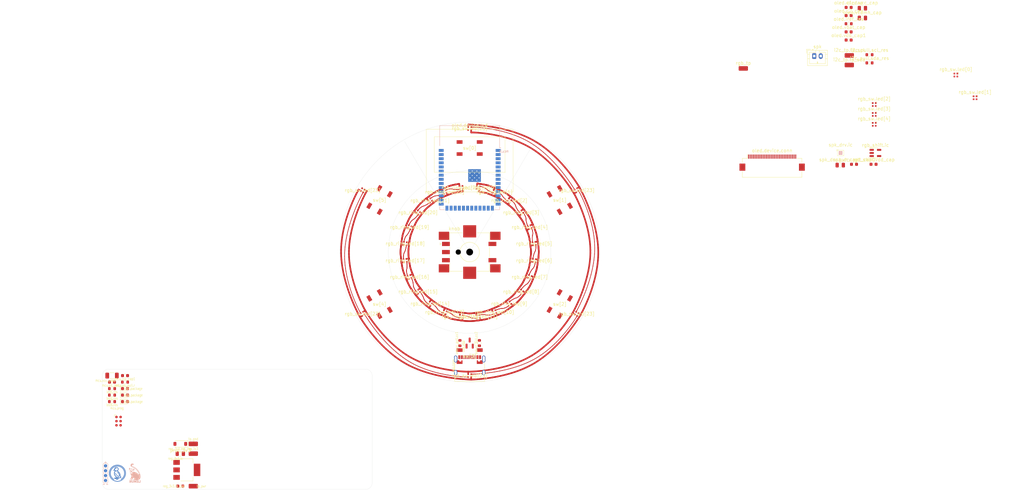
<source format=kicad_pcb>
(kicad_pcb (version 20221018) (generator pcbnew)
  (layers (0 "F.Cu" signal) (31 "B.Cu" signal) (34 "B.Paste" user) (35 "F.Paste" user) (36 "B.SilkS" user "B.Silkscreen") (37 "F.SilkS" user "F.Silkscreen") (38 "B.Mask" user) (39 "F.Mask" user) (44 "Edge.Cuts" user))
  (net 0 "")
  (net 1 "gnd")
  (net 2 "v3v3")
  (net 3 "rgb_shift.output")
  (net 4 "i2c_chain_0.scl")
  (net 5 "mcu.program_en_node")
  (net 6 "usb.conn.A5")
  (net 7 "usb.conn.B5")
  (net 8 "ledg.res.a")
  (net 9 "ledr.res.a")
  (net 10 "i2c_chain_0.sda")
  (net 11 "knob.a")
  (net 12 "knob.b")
  (net 13 "knob.sw")
  (net 14 "oled.iref_res.a")
  (net 15 "sw[3].out")
  (net 16 "ledb.res.a")
  (net 17 "sw[4].out")
  (net 18 "oled.reset")
  (net 19 "ledr.signal")
  (net 20 "ledg.signal")
  (net 21 "ledb.signal")
  (net 22 "sw[0].out")
  (net 23 "sw[1].out")
  (net 24 "sw[2].out")
  (net 25 "usb_chain_0.d_P")
  (net 26 "mcu.program_boot_node")
  (net 27 "rgb_shift.input")
  (net 28 "spk_drv.i2s.sd")
  (net 29 "spk_drv.i2s.ws")
  (net 30 "spk_drv.i2s.sck")
  (net 31 "mcu.program_uart_node.b_tx")
  (net 32 "mcu.program_uart_node.a_tx")
  (net 33 "spk_drv.out.a")
  (net 34 "spk_drv.out.b")
  (net 35 "usb_chain_0.d_N")
  (net 36 "rgb_ring.dout")
  (net 37 "rgb_sw.led[0].dout")
  (net 38 "rgb_sw.led[1].dout")
  (net 39 "vusb")
  (net 40 "rgb_sw.led[2].dout")
  (net 41 "rgb_sw.led[3].dout")
  (net 42 "rgb_sw.dout")
  (net 43 "oled.c2_cap.pos")
  (net 44 "oled.c2_cap.neg")
  (net 45 "oled.c1_cap.pos")
  (net 46 "oled.c1_cap.neg")
  (net 47 "oled.device.vcomh")
  (net 48 "oled.device.vcc")
  (footprint "Capacitor_SMD:C_0603_1608Metric" (layer "F.Cu") (at 216.565 24.75)
    (fp_text reference "oled.c1_cap")
    (fp_text value "")
  )
  (footprint "edg:TestPoint_TE_RCT_0805" (layer "F.Cu") (at 15 159)
    (fp_text reference "tp_gnd")
    (fp_text value "5015 (Keystone) - gnd")
  )
  (footprint "Resistor_SMD:R_0603_1608Metric" (layer "F.Cu") (at -10 146 180)
    (fp_text reference "ledb.res")
    (fp_text value "")
  )
  (footprint "SvgPcb:" (layer "F.Cu") (at 107.654 81.522 67.5)
    (fp_text reference "rgb_ring.led[1]")
    (fp_text value "")
  )
  (footprint "SvgPcb:" (layer "F.Cu") (at 72.287 116 -60)
    (fp_text reference "sw[4]")
    (fp_text value "")
  )
  (footprint "edg:TestPoint_TE_RCT_0805" (layer "F.Cu") (at 216.765 42.47)
    (fp_text reference "i2c_tp.tp_sda")
    (fp_text value "5015 (Keystone) - i2c_tp._io_sda_link")
  )
  (footprint "Package_BGA:Maxim_WLP-9_1.595x1.415_Layout3x3_P0.4mm_Ball0.27mm_Pad0.25mm_NSMD" (layer "F.Cu") (at 214.085 69.52)
    (fp_text reference "spk_drv.ic")
    (fp_text value "MAX98357AEWL+T (Maxim Integrated)")
  )
  (footprint "Connector:Tag-Connect_TC2030-IDC-FP_2x03_P1.27mm_Vertical" (layer "F.Cu") (at -8 152 -90)
    (fp_text reference "mcu.prog")
    (fp_text value "")
  )
  (footprint "LED_SMD:LED_SK6812_EC15_1.5x1.5mm" (layer "F.Cu") (at 249.55 45.55)
    (fp_text reference "rgb_sw.led[0]")
    (fp_text value "SK6805-EC15 (Opsco Optoelectronics)")
  )
  (footprint "SvgPcb:" (layer "F.Cu") (at 112.175 115.867 -52.5)
    (fp_text reference "rgb_ring.led[9]")
    (fp_text value "")
  )
  (footprint "Resistor_SMD:R_0603_1608Metric" (layer "F.Cu") (at 97 128 -90)
    (fp_text reference "usb.cc_pull.cc1")
    (fp_text value "")
  )
  (footprint "edg:JlcToolingHole_1.152mm" (layer "F.Cu") (at 67 139)
    (fp_text reference "jlc_th.th2" hide)
    (fp_text value "")
  )
  (footprint "LED_SMD:LED_0603_1608Metric" (layer "F.Cu") (at -6 144)
    (fp_text reference "ledg.package")
    (fp_text value "")
  )
  (footprint "SvgPcb:" (layer "F.Cu") (at 80.171 97.389 172.5)
    (fp_text reference "rgb_ring.led[18]")
    (fp_text value "")
  )
  (footprint "LED_SMD:LED_SK6812_EC15_1.5x1.5mm" (layer "F.Cu") (at 255.45 52.55)
    (fp_text reference "rgb_sw.led[1]")
    (fp_text value "SK6805-EC15 (Opsco Optoelectronics)")
  )
  (footprint "SvgPcb:" (layer "F.Cu") (at 97.389 119.829 -97.5)
    (fp_text reference "rgb_ring.led[12]")
    (fp_text value "")
  )
  (footprint "Resistor_SMD:R_0603_1608Metric" (layer "F.Cu") (at -6 140 180)
    (fp_text reference "mcu.en_pull.r")
    (fp_text value "")
  )
  (footprint "edg:TestPoint_TE_RCT_0805" (layer "F.Cu") (at 184.165 43.52)
    (fp_text reference "rgb_tp")
    (fp_text value "5015 (Keystone) - _rgb_shift_output_link")
  )
  (footprint "edg:Lcd_Er_Oled0.96_1.1_Outline" (layer "F.Cu") (at 100 70)
    (fp_text reference "oled.device.lcd")
    (fp_text value "ER-OLED-0.96-1.1 (EastRising)")
  )
  (footprint "Resistor_SMD:R_0603_1608Metric" (layer "F.Cu") (at 216.565 29.77)
    (fp_text reference "oled.iref_res")
    (fp_text value "")
  )
  (footprint "Resistor_SMD:R_0603_1608Metric" (layer "F.Cu") (at -10 144 180)
    (fp_text reference "ledg.res")
    (fp_text value "")
  )
  (footprint "SvgPcb:" (layer "F.Cu") (at 80.171 102.611 -172.5)
    (fp_text reference "rgb_ring.led[17]")
    (fp_text value "")
  )
  (footprint "LED_SMD:LED_SK6812_EC15_1.5x1.5mm" (layer "F.Cu") (at 224.435 54.62)
    (fp_text reference "rgb_sw.led[2]")
    (fp_text value "SK6805-EC15 (Opsco Optoelectronics)")
  )
  (footprint "SvgPcb:" (layer "F.Cu") (at 84.133 112.175 -142.5)
    (fp_text reference "rgb_ring.led[15]")
    (fp_text value "")
  )
  (footprint "edg:JlcToolingHole_1.152mm" (layer "F.Cu") (at 5 163)
    (fp_text reference "jlc_th.th1" hide)
    (fp_text value "")
  )
  (footprint "LED_SMD:LED_0603_1608Metric" (layer "F.Cu") (at -6 142)
    (fp_text reference "ledr.package")
    (fp_text value "KT-0603R (Hubei KENTO Elec) - Red 615~630nm 1.9~2.2V 0603 Light Emitting Diodes (LED) RoHS")
  )
  (footprint "SvgPcb:" (layer "F.Cu") (at 67.091 81 150)
    (fp_text reference "rgb_sw.led[23]")
    (fp_text value "")
  )
  (footprint "edg:TestPoint_TE_RCT_0805" (layer "F.Cu") (at 216.765 39.52)
    (fp_text reference "i2c_tp.tp_scl")
    (fp_text value "5015 (Keystone) - i2c_chain_0.scl")
  )
  (footprint "SvgPcb:" (layer "F.Cu") (at 118.478 107.654 -22.5)
    (fp_text reference "rgb_ring.led[7]")
    (fp_text value "")
  )
  (footprint "SvgPcb:" (layer "F.Cu") (at 102.611 80.171 82.5)
    (fp_text reference "rgb_ring.led[0]")
    (fp_text value "")
  )
  (footprint "Resistor_SMD:R_0603_1608Metric" (layer "F.Cu") (at 222.975 41.81)
    (fp_text reference "i2c_pull.sda_res")
    (fp_text value "")
  )
  (footprint "edg:TestPoint_TE_RCT_0805" (layer "F.Cu") (at 15 172)
    (fp_text reference "tp_pwr")
    (fp_text value "5015 (Keystone) - vusb")
  )
  (footprint "Resistor_SMD:R_0603_1608Metric" (layer "F.Cu") (at 103 128 -90)
    (fp_text reference "usb.cc_pull.cc2")
    (fp_text value "")
  )
  (footprint "Capacitor_SMD:C_1206_3216Metric" (layer "F.Cu") (at -10 138)
    (fp_text reference "mcu.vcc_cap0")
    (fp_text value "")
  )
  (footprint "SvgPcb:" (layer "F.Cu") (at 87.825 115.867 -127.5)
    (fp_text reference "rgb_ring.led[14]")
    (fp_text value "")
  )
  (footprint "Diode_SMD:D_SOD-123" (layer "F.Cu") (at 11 159 180)
    (fp_text reference "prot_3v3")
    (fp_text value "BZT52C3V6 (SMC(Sangdest Microelectronicstronic (Nanjing))) - 5?A@1V 90? Single 3.6V~3.8V 350mW 3.4V SOD-123 Zener Diodes ROHS")
  )
  (footprint "edg:RotaryEncoder_Alps_EC11J15-Switch" (layer "F.Cu") (at 100 100)
    (fp_text reference "knob")
    (fp_text value "EC11J1525402 (Alps Alpine)")
  )
  (footprint "Capacitor_SMD:C_0805_2012Metric" (layer "F.Cu") (at 220.795 25)
    (fp_text reference "oled.vcc_cap")
    (fp_text value "")
  )
  (footprint "Capacitor_SMD:C_0603_1608Metric" (layer "F.Cu") (at 218.215 73)
    (fp_text reference "spk_drv.pwr_cap0")
    (fp_text value "")
  )
  (footprint "Capacitor_SMD:C_0805_2012Metric" (layer "F.Cu") (at 11 162 180)
    (fp_text reference "reg_3v3.out_cap")
    (fp_text value "")
  )
  (footprint "SvgPcb:" (layer "F.Cu") (at 67.091 119 -150)
    (fp_text reference "rgb_sw.led[23]")
    (fp_text value "")
  )
  (footprint "edg:TestPoint_TE_RCT_0805" (layer "F.Cu") (at 15 162)
    (fp_text reference "tp_3v3")
    (fp_text value "5015 (Keystone) - v3v3")
  )
  (footprint "SvgPcb:" (layer "F.Cu") (at 127.713 116 60)
    (fp_text reference "sw[2]")
    (fp_text value "")
  )
  (footprint "SvgPcb:" (layer "F.Cu") (at 84.133 87.825 142.5)
    (fp_text reference "rgb_ring.led[20]")
    (fp_text value "")
  )
  (footprint "SvgPcb:" (layer "F.Cu") (at 112.175 84.133 52.5)
    (fp_text reference "rgb_ring.led[2]")
    (fp_text value "")
  )
  (footprint "SvgPcb:" (layer "F.Cu") (at 118.478 92.346 22.5)
    (fp_text reference "rgb_ring.led[4]")
    (fp_text value "")
  )
  (footprint "SvgPcb:" (layer "F.Cu") (at 115.867 112.175 -37.5)
    (fp_text reference "rgb_ring.led[8]")
    (fp_text value "")
  )
  (footprint "Capacitor_SMD:C_0603_1608Metric" (layer "F.Cu") (at 11 172 180)
    (fp_text reference "reg_3v3.in_cap")
    (fp_text value "")
  )
  (footprint "Resistor_SMD:R_0603_1608Metric" (layer "F.Cu") (at -10 142 180)
    (fp_text reference "ledr.res")
    (fp_text value "")
  )
  (footprint "SvgPcb:" (layer "F.Cu") (at 87.825 84.133 127.5)
    (fp_text reference "rgb_ring.led[21]")
    (fp_text value "")
  )
  (footprint "SvgPcb:" (layer "F.Cu") (at 132.909 81 30)
    (fp_text reference "rgb_sw.led[23]")
    (fp_text value "")
  )
  (footprint "SvgPcb:" (layer "F.Cu") (at 92.346 118.478 -112.5)
    (fp_text reference "rgb_ring.led[13]")
    (fp_text value "")
  )
  (footprint "SvgPcb:" (layer "F.Cu") (at 127.713 84 120)
    (fp_text reference "sw[1]")
    (fp_text value "")
  )
  (footprint "SvgPcb:" (layer "F.Cu") (at 100 138 -90)
    (fp_text reference "rgb_sw.led[23]")
    (fp_text value "")
  )
  (footprint "SvgPcb:" (layer "F.Cu") (at 119.829 97.389 7.5)
    (fp_text reference "rgb_ring.led[5]")
    (fp_text value "")
  )
  (footprint "Capacitor_SMD:C_0603_1608Metric" (layer "F.Cu") (at 216.565 27.26)
    (fp_text reference "oled.c2_cap")
    (fp_text value "")
  )
  (footprint "SvgPcb:" (layer "F.Cu") (at 100 68 180)
    (fp_text reference "sw[0]")
    (fp_text value "")
  )
  (footprint "Capacitor_SMD:C_0603_1608Metric" (layer "F.Cu") (at -6 138 180)
    (fp_text reference "mcu.vcc_cap1")
    (fp_text value "")
  )
  (footprint "Capacitor_SMD:C_0603_1608Metric" (layer "F.Cu") (at 224.225 73)
    (fp_text reference "rgb_shift.vdd_cap")
    (fp_text value "")
  )
  (footprint "LED_SMD:LED_0603_1608Metric" (layer "F.Cu") (at -6 146)
    (fp_text reference "ledb.package")
    (fp_text value "")
  )
  (footprint "SvgPcb:" (layer "F.Cu") (at 119.829 102.611 -7.5)
    (fp_text reference "rgb_ring.led[6]")
    (fp_text value "")
  )
  (footprint "Connector_FFC-FPC:Hirose_FH12-30S-0.5SH_1x30-1MP_P0.50mm_Horizontal" (layer "F.Cu") (at 193.035 72.49)
    (fp_text reference "oled.device.conn")
    (fp_text value "AFC01-S30FCA-00 (Jushuo)")
  )
  (footprint "SvgPcb:" (layer "F.Cu") (at 115.867 87.825 37.5)
    (fp_text reference "rgb_ring.led[3]")
    (fp_text value "")
  )
  (footprint "SvgPcb:" (layer "F.Cu") (at 132.909 119 -30)
    (fp_text reference "rgb_sw.led[23]")
    (fp_text value "")
  )
  (footprint "Capacitor_SMD:C_0805_2012Metric" (layer "F.Cu") (at 220.795 28.01)
    (fp_text reference "oled.vcomh_cap")
    (fp_text value "")
  )
  (footprint "SvgPcb:" (layer "F.Cu") (at 102.611 119.829 -82.5)
    (fp_text reference "rgb_ring.led[11]")
    (fp_text value "")
  )
  (footprint "LED_SMD:LED_SK6812_EC15_1.5x1.5mm" (layer "F.Cu") (at 224.435 57.67)
    (fp_text reference "rgb_sw.led[3]")
    (fp_text value "SK6805-EC15 (Opsco Optoelectronics)")
  )
  (footprint "Capacitor_SMD:C_0603_1608Metric" (layer "F.Cu") (at 216.565 32.28)
    (fp_text reference "oled.vbat_cap")
    (fp_text value "")
  )
  (footprint "SvgPcb:" (layer "F.Cu") (at 100 62 90)
    (fp_text reference "rgb_sw.led[23]")
    (fp_text value "")
  )
  (footprint "SvgPcb:" (layer "F.Cu") (at 92.346 81.522 112.5)
    (fp_text reference "rgb_ring.led[22]")
    (fp_text value "")
  )
  (footprint "Capacitor_SMD:C_0603_1608Metric" (layer "F.Cu") (at -10 140 180)
    (fp_text reference "mcu.en_pull.c")
    (fp_text value "")
  )
  (footprint "SvgPcb:" (layer "F.Cu") (at 81.522 92.346 157.5)
    (fp_text reference "rgb_ring.led[19]")
    (fp_text value "")
  )
  (footprint "Package_TO_SOT_SMD:SOT-23" (layer "F.Cu") (at 100 128 90)
    (fp_text reference "usb_esd")
    (fp_text value "PESD5V0X1BT (Nexperia)")
  )
  (footprint "SvgPcb:" (layer "F.Cu") (at 97.389 80.171 97.5)
    (fp_text reference "rgb_ring.led[23]")
    (fp_text value "")
  )
  (footprint "Package_TO_SOT_SMD:SOT-223-3_TabPin2" (layer "F.Cu") (at 13 167)
    (fp_text reference "reg_3v3.ic")
    (fp_text value "LDL1117S33R (STMicroelectronics)")
  )
  (footprint "LED_SMD:LED_SK6812_EC15_1.5x1.5mm" (layer "F.Cu") (at 224.435 60.72)
    (fp_text reference "rgb_sw.led[4]")
    (fp_text value "SK6805-EC15 (Opsco Optoelectronics)")
  )
  (footprint "Capacitor_SMD:C_0603_1608Metric" (layer "F.Cu") (at 216.565 34.79)
    (fp_text reference "oled.vdd_cap1")
    (fp_text value "")
  )
  (footprint "SvgPcb:" (layer "F.Cu") (at 81.522 107.654 -157.5)
    (fp_text reference "rgb_ring.led[16]")
    (fp_text value "")
  )
  (footprint "Resistor_SMD:R_0603_1608Metric" (layer "F.Cu") (at 222.975 39.3)
    (fp_text reference "i2c_pull.scl_res")
    (fp_text value "")
  )
  (footprint "SvgPcb:" (layer "F.Cu") (at 107.654 118.478 -67.5)
    (fp_text reference "rgb_ring.led[10]")
    (fp_text value "")
  )
  (footprint "Connector_JST:JST_PH_B2B-PH-K_1x02_P2.00mm_Vertical" (layer "F.Cu") (at 205.985 39.72)
    (fp_text reference "spk")
    (fp_text value "B2B-PH-K (JST)")
  )
  (footprint "edg:JlcToolingHole_1.152mm" (layer "F.Cu") (at 67 166)
    (fp_text reference "jlc_th.th3" hide)
    (fp_text value "")
  )
  (footprint "Package_TO_SOT_SMD:SOT-23-5" (layer "F.Cu") (at 224.795 69.52)
    (fp_text reference "rgb_shift.ic")
    (fp_text value "74AHCT1G125W5-7 (Diodes Incorporated)")
  )
  (footprint "Capacitor_SMD:C_0805_2012Metric" (layer "F.Cu") (at 213.985 73.25)
    (fp_text reference "spk_drv.pwr_cap1")
    (fp_text value "")
  )
  (footprint "Connector_USB:USB_C_Receptacle_XKB_U262-16XN-4BVC11" (layer "F.Cu") (at 100 136)
    (fp_text reference "usb.conn")
    (fp_text value "COM-15111 (Sparkfun)")
  )
  (footprint "SvgPcb:" (layer "F.Cu") (at 100 132)
    (fp_text reference "sw[3]")
    (fp_text value "")
  )
  (footprint "SvgPcb:" (layer "F.Cu") (at 72.287 84 -120)
    (fp_text reference "sw[5]")
    (fp_text value "")
  )
  (footprint "edg:Indicator_IdDots_4" (layer "B.Cu") (at -12 168 90)
    (fp_text reference "UU6" hide)
    (fp_text value "IdDots4")
  )
  (footprint "RF_Module:ESP32-S3-WROOM-1" (layer "B.Cu") (at 100 74 180)
    (fp_text reference "mcu.ic")
    (fp_text value "ESP32-S3-WROOM-1-N16R8 (Espressif Systems)")
  )
  (footprint "edg:Symbol_Duckling" (layer "B.Cu") (at -8.3384 168.0214 180)
    (fp_text reference "UU4" hide)
    (fp_text value "Duck" hide)
  )
  (footprint "edg:Symbol_LemurSmall" (layer "B.Cu") (at -3 168 180)
    (fp_text reference "UU5" hide)
    (fp_text value "Lemur" hide)
  )
  (gr_line (start 100 100) (end 120 66) (stroke (width 0.0381)) (layer "Edge.Cuts"))
  (gr_line (start -13 171) (end -13 138) (stroke (width 0.0381)) (layer "Edge.Cuts"))
  (gr_line (start 68 173) (end -11 173) (stroke (width 0.0381)) (layer "Edge.Cuts"))
  (gr_line (start 70 138) (end 70 171) (stroke (width 0.0381)) (layer "Edge.Cuts"))
  (gr_line (start 100 100) (end 80 66) (stroke (width 0.0381)) (layer "Edge.Cuts"))
  (gr_arc (start -11 173) (mid -12.414214 172.414214) (end -13 171) (stroke (width 0.0381)) (layer "Edge.Cuts"))
  (gr_arc (start 70 171) (mid 69.414214 172.414214) (end 68 173) (stroke (width 0.0381)) (layer "Edge.Cuts"))
  (gr_arc (start -13 138) (mid -12.414214 136.585786) (end -11 136) (stroke (width 0.0381)) (layer "Edge.Cuts"))
  (gr_circle (center 100 100) (end 140 100) (stroke (width 0.0381)) (fill none) (layer "Edge.Cuts"))
  (gr_line (start -11 136) (end 68 136) (stroke (width 0.0381)) (layer "Edge.Cuts"))
  (gr_arc (start 68 136) (mid 69.414214 136.585786) (end 70 138) (stroke (width 0.0381)) (layer "Edge.Cuts"))
  (gr_circle (center 100 100) (end 100 75) (stroke (width 0.0381)) (fill none) (layer "Edge.Cuts"))
  (segment (start 92.946 82.574) (end 93.006 82.549) (width 0.5) (layer "F.Cu") (net 0))
  (segment (start 93.24 82.451) (end 93.264 82.442) (width 0.5) (layer "F.Cu") (net 0))
  (segment (start 92.561 137.694) (end 91.8 137.544) (width 0.2) (layer "F.Cu") (net 0))
  (segment (start 97.055 118.574) (end 97.021 118.57) (width 0.5) (layer "F.Cu") (net 0))
  (segment (start 82.168 108.044) (end 82.152 108.001) (width 0.2) (layer "F.Cu") (net 0))
  (segment (start 101.346 121.178) (end 101.223 121.19) (width 0.5) (layer "F.Cu") (net 0))
  (segment (start 109.424 80.986) (end 109.536 81.037) (width 0.5) (layer "F.Cu") (net 0))
  (segment (start 114.091 63.251) (end 115.007 63.57) (width 0.5) (layer "F.Cu") (net 0))
  (segment (start 119.562 108.164) (end 119.525 108.251) (width 0.5) (layer "F.Cu") (net 0))
  (segment (start 85.912 112.483) (end 85.844 112.398) (width 0.5) (layer "F.Cu") (net 0))
  (segment (start 118.577 89.667) (end 118.633 89.775) (width 0.5) (layer "F.Cu") (net 0))
  (segment (start 117.337 107.267) (end 117.31 107.334) (width 0.5) (layer "F.Cu") (net 0))
  (segment (start 116.539 87.963) (end 116.56 87.993) (width 0.2) (layer "F.Cu") (net 0))
  (segment (start 115.225 87.727) (end 115.233 87.738) (width 0.2) (layer "F.Cu") (net 0))
  (segment (start 116.083 113.832) (end 116.005 113.928) (width 0.5) (layer "F.Cu") (net 0))
  (segment (start 98.371 119.521) (end 98.296 119.507) (width 0.2) (layer "F.Cu") (net 0))
  (segment (start 117.225 92.473) (end 117.263 92.562) (width 0.5) (layer "F.Cu") (net 0))
  (segment (start 104.693 120.718) (end 104.573 120.741) (width 0.5) (layer "F.Cu") (net 0))
  (segment (start 95.478 80.742) (end 95.58 80.746) (width 0.2) (layer "F.Cu") (net 0))
  (segment (start 84.731 114.789) (end 84.648 114.699) (width 0.5) (layer "F.Cu") (net 0))
  (segment (start 90.887 116.502) (end 90.792 116.452) (width 0.5) (layer "F.Cu") (net 0))
  (segment (start 119.315 96.93) (end 119.319 96.961) (width 0.2) (layer "F.Cu") (net 0))
  (segment (start 81.75 92.973) (end 81.759 92.952) (width 0.2) (layer "F.Cu") (net 0))
  (segment (start 134.75 118.129) (end 134.584 118.451) (width 0.5) (layer "F.Cu") (net 0))
  (segment (start 102.013 118.697) (end 102.008 118.698) (width 0.5) (layer "F.Cu") (net 0))
  (segment (start 86.984 86.36) (end 87.051 86.302) (width 0.5) (layer "F.Cu") (net 0))
  (segment (start 105.375 119.384) (end 105.289 119.363) (width 0.2) (layer "F.Cu") (net 0))
  (segment (start 93.179 82.476) (end 93.202 82.467) (width 0.5) (layer "F.Cu") (net 0))
  (segment (start 83.028 108.111) (end 82.984 108.01) (width 0.5) (layer "F.Cu") (net 0))
  (segment (start 133.007 117.91) (end 132.895 118.115) (width 0.2) (layer "F.Cu") (net 0))
  (segment (start 94.898 119.414) (end 94.834 119.352) (width 0.2) (layer "F.Cu") (net 0))
  (segment (start 117.89 107.897) (end 117.197 107.61) (width 0.5) (layer "F.Cu") (net 0))
  (segment (start 111.432 82.101) (end 111.532 82.169) (width 0.5) (layer "F.Cu") (net 0))
  (segment (start 108.718 81.513) (end 108.787 81.552) (width 0.2) (layer "F.Cu") (net 0))
  (segment (start 79.784 96.88) (end 79.786 96.867) (width 0.2) (layer "F.Cu") (net 0))
  (segment (start 83.661 113.526) (end 83.616 113.469) (width 0.5) (layer "F.Cu") (net 0))
  (segment (start 108.4 119.467) (end 108.347 119.489) (width 0.5) (layer "F.Cu") (net 0))
  (segment (start 127.034 71.453) (end 127.653 72.094) (width 0.5) (layer "F.Cu") (net 0))
  (segment (start 81.763 89.079) (end 81.829 88.976) (width 0.5) (layer "F.Cu") (net 0))
  (segment (start 85.673 113.727) (end 85.629 113.636) (width 0.2) (layer "F.Cu") (net 0))
  (segment (start 81.145 100.145) (end 81.142 100.04) (width 0.5) (layer "F.Cu") (net 0))
  (segment (start 102.411 78.935) (end 102.459 78.941) (width 0.5) (layer "F.Cu") (net 0))
  (segment (start 103.574 79.1) (end 103.694 79.118) (width 0.5) (layer "F.Cu") (net 0))
  (segment (start 87.341 117.008) (end 87.296 116.973) (width 0.5) (layer "F.Cu") (net 0))
  (segment (start 84.566 114.607) (end 84.485 114.515) (width 0.5) (layer "F.Cu") (net 0))
  (segment (start 114.644 111.798) (end 114.641 111.802) (width 0.5) (layer "F.Cu") (net 0))
  (segment (start 105.039 81.826) (end 105.131 81.853) (width 0.5) (layer "F.Cu") (net 0))
  (segment (start 116.583 91.037) (end 116.623 91.122) (width 0.5) (layer "F.Cu") (net 0))
  (segment (start 81.365 93.767) (end 81.41 93.684) (width 0.2) (layer "F.Cu") (net 0))
  (segment (start 65.126 116.128) (end 64.891 115.599) (width 0.2) (layer "F.Cu") (net 0))
  (segment (start 136.387 114.544) (end 136.12 115.184) (width 0.5) (layer "F.Cu") (net 0))
  (segment (start 138.467 98.725) (end 138.453 99.664) (width 0.2) (layer "F.Cu") (net 0))
  (segment (start 114.782 111.616) (end 114.747 111.663) (width 0.5) (layer "F.Cu") (net 0))
  (segment (start 78.81 101.223) (end 78.798 101.103) (width 0.5) (layer "F.Cu") (net 0))
  (segment (start 106.364 117.706) (end 106.286 117.736) (width 0.5) (layer "F.Cu") (net 0))
  (segment (start 79.765 106.441) (end 79.725 106.331) (width 0.5) (layer "F.Cu") (net 0))
  (segment (start 82.208 108.15) (end 82.187 108.094) (width 0.2) (layer "F.Cu") (net 0))
  (segment (start 88.028 85.502) (end 88.111 85.436) (width 0.5) (layer "F.Cu") (net 0))
  (segment (start 78.003 132.847) (end 77.212 132.275) (width 0.5) (layer "F.Cu") (net 0))
  (segment (start 112.439 82.824) (end 112.477 82.853) (width 0.5) (layer "F.Cu") (net 0))
  (segment (start 134.191 119.179) (end 134.173 119.21) (width 0.5) (layer "F.Cu") (net 0))
  (segment (start 120.366 98.643) (end 120.361 98.734) (width 0.2) (layer "F.Cu") (net 0))
  (segment (start 82.255 108.278) (end 82.231 108.211) (width 0.2) (layer "F.Cu") (net 0))
  (segment (start 99.09 119.686) (end 98.993 119.66) (width 0.2) (layer "F.Cu") (net 0))
  (segment (start 78.899 97.873) (end 78.905 97.816) (width 0.5) (layer "F.Cu") (net 0))
  (segment (start 81.098 109.676) (end 81.047 109.569) (width 0.5) (layer "F.Cu") (net 0))
  (segment (start 94.765 119.29) (end 94.693 119.229) (width 0.2) (layer "F.Cu") (net 0))
  (segment (start 93.879 80.6) (end 93.974 80.59) (width 0.2) (layer "F.Cu") (net 0))
  (segment (start 119.258 95.478) (end 119.254 95.58) (width 0.2) (layer "F.Cu") (net 0))
  (segment (start 110.99 84.747) (end 111.073 84.808) (width 0.5) (layer "F.Cu") (net 0))
  (segment (start 85.156 86.15) (end 85.236 86.099) (width 0.2) (layer "F.Cu") (net 0))
  (segment (start 80.717 108.837) (end 80.688 108.769) (width 0.5) (layer "F.Cu") (net 0))
  (segment (start 109.263 119.094) (end 109.168 119.136) (width 0.5) (layer "F.Cu") (net 0))
  (segment (start 91.836 119.562) (end 91.749 119.525) (width 0.5) (layer "F.Cu") (net 0))
  (segment (start 120.193 103.262) (end 120.184 103.312) (width 0.2) (layer "F.Cu") (net 0))
  (segment (start 89.338 84.495) (end 89.409 84.444) (width 0.5) (layer "F.Cu") (net 0))
  (segment (start 81.452 93.602) (end 81.492 93.523) (width 0.2) (layer "F.Cu") (net 0))
  (segment (start 79.827 96.633) (end 79.839 96.573) (width 0.2) (layer "F.Cu") (net 0))
  (segment (start 85.485 84.485) (end 85.577 84.404) (width 0.5) (layer "F.Cu") (net 0))
  (segment (start 90.915 119.165) (end 90.802 119.115) (width 0.5) (layer "F.Cu") (net 0))
  (segment (start 103.793 79.928) (end 103.876 79.951) (width 0.2) (layer "F.Cu") (net 0))
  (segment (start 100.792 60.838) (end 101.216 60.861) (width 0.5) (layer "F.Cu") (net 0))
  (segment (start 120.049 103.876) (end 120.023 103.961) (width 0.2) (layer "F.Cu") (net 0))
  (segment (start 107.965 117.863) (end 107.936 117.874) (width 0.2) (layer "F.Cu") (net 0))
  (segment (start 110.439 118.52) (end 110.333 118.577) (width 0.5) (layer "F.Cu") (net 0))
  (segment (start 115.328 89.097) (end 115.367 89.15) (width 0.5) (layer "F.Cu") (net 0))
  (segment (start 100.797 120.308) (end 100.703 120.29) (width 0.2) (layer "F.Cu") (net 0))
  (segment (start 104.399 80.138) (end 104.486 80.178) (width 0.2) (layer "F.Cu") (net 0))
  (segment (start 95.777 119.933) (end 95.689 119.899) (width 0.2) (layer "F.Cu") (net 0))
  (segment (start 85.587 87.909) (end 85.636 87.848) (width 0.5) (layer "F.Cu") (net 0))
  (segment (start 92.177 117.106) (end 92.117 117.08) (width 0.5) (layer "F.Cu") (net 0))
  (segment (start 89.298 116.522) (end 89.227 116.453) (width 0.2) (layer "F.Cu") (net 0))
  (segment (start 109.732 83.849) (end 109.806 83.897) (width 0.5) (layer "F.Cu") (net 0))
  (segment (start 96.507 120.147) (end 96.438 120.131) (width 0.2) (layer "F.Cu") (net 0))
  (segment (start 101.929 118.708) (end 101.886 118.713) (width 0.5) (layer "F.Cu") (net 0))
  (segment (start 119.781 104.572) (end 119.736 104.657) (width 0.2) (layer "F.Cu") (net 0))
  (segment (start 97.628 121.071) (end 97.589 121.065) (width 0.5) (layer "F.Cu") (net 0))
  (segment (start 87.196 86.178) (end 87.273 86.114) (width 0.5) (layer "F.Cu") (net 0))
  (segment (start 97.73 121.084) (end 97.702 121.08) (width 0.5) (layer "F.Cu") (net 0))
  (segment (start 112.82 84.061) (end 112.837 84.074) (width 0.2) (layer "F.Cu") (net 0))
  (segment (start 121.263 99.763) (end 121.264 99.872) (width 0.5) (layer "F.Cu") (net 0))
  (segment (start 119.374 93.69) (end 119.388 93.784) (width 0.2) (layer "F.Cu") (net 0))
  (segment (start 114.024 84.073) (end 114.119 84.151) (width 0.5) (layer "F.Cu") (net 0))
  (segment (start 83.613 86.549) (end 83.687 86.455) (width 0.5) (layer "F.Cu") (net 0))
  (segment (start 107.856 138.425) (end 107.074 138.561) (width 0.5) (layer "F.Cu") (net 0))
  (segment (start 84.64 86.558) (end 84.707 86.498) (width 0.2) (layer "F.Cu") (net 0))
  (segment (start 81.321 91.662) (end 81.34 91.622) (width 0.2) (layer "F.Cu") (net 0))
  (segment (start 116.704 86.946) (end 116.749 87.005) (width 0.5) (layer "F.Cu") (net 0))
  (segment (start 84.648 114.699) (end 84.566 114.607) (width 0.5) (layer "F.Cu") (net 0))
  (segment (start 118.282 95.37) (end 118.303 95.461) (width 0.5) (layer "F.Cu") (net 0))
  (segment (start 118.2 104.942) (end 118.174 105.039) (width 0.5) (layer "F.Cu") (net 0))
  (segment (start 108.918 83.4) (end 109.016 83.449) (width 0.5) (layer "F.Cu") (net 0))
  (segment (start 114.371 86.364) (end 114.417 86.455) (width 0.2) (layer "F.Cu") (net 0))
  (segment (start 111.272 115.047) (end 111.226 115.082) (width 0.5) (layer "F.Cu") (net 0))
  (segment (start 91.042 82.471) (end 91.137 82.444) (width 0.2) (layer "F.Cu") (net 0))
  (segment (start 87.739 136.486) (end 86.896 136.205) (width 0.2) (layer "F.Cu") (net 0))
  (segment (start 90.958 83.456) (end 91.037 83.417) (width 0.5) (layer "F.Cu") (net 0))
  (segment (start 112.922 84.144) (end 112.96 84.176) (width 0.2) (layer "F.Cu") (net 0))
  (segment (start 106.441 120.235) (end 106.331 120.275) (width 0.5) (layer "F.Cu") (net 0))
  (segment (start 118.423 103.897) (end 118.404 104) (width 0.5) (layer "F.Cu") (net 0))
  (segment (start 80.6 105.464) (end 80.616 105.375) (width 0.2) (layer "F.Cu") (net 0))
  (segment (start 86.78 86.55) (end 86.85 86.482) (width 0.5) (layer "F.Cu") (net 0))
  (segment (start 78.923 97.679) (end 78.923 97.673) (width 0.5) (layer "F.Cu") (net 0))
  (segment (start 85.346 88.215) (end 85.356 88.202) (width 0.5) (layer "F.Cu") (net 0))
  (segment (start 109.121 116.504) (end 109.042 116.544) (width 0.5) (layer "F.Cu") (net 0))
  (segment (start 119.64 104.819) (end 119.587 104.895) (width 0.2) (layer "F.Cu") (net 0))
  (segment (start 87.469 84.961) (end 87.523 84.923) (width 0.2) (layer "F.Cu") (net 0))
  (segment (start 118.586 102.854) (end 118.583 102.879) (width 0.5) (layer "F.Cu") (net 0))
  (segment (start 106.368 82.304) (end 106.469 82.344) (width 0.5) (layer "F.Cu") (net 0))
  (segment (start 118.321 95.548) (end 118.338 95.635) (width 0.5) (layer "F.Cu") (net 0))
  (segment (start 99.937 118.859) (end 99.837 118.859) (width 0.5) (layer "F.Cu") (net 0))
  (segment (start 85.077 86.203) (end 85.156 86.15) (width 0.2) (layer "F.Cu") (net 0))
  (segment (start 78.753 131.858) (end 78.019 131.278) (width 0.2) (layer "F.Cu") (net 0))
  (segment (start 104.178 118.372) (end 104.079 118.389) (width 0.5) (layer "F.Cu") (net 0))
  (segment (start 108.44 80.555) (end 108.541 80.599) (width 0.5) (layer "F.Cu") (net 0))
  (segment (start 120.863 103.815) (end 120.844 103.937) (width 0.5) (layer "F.Cu") (net 0))
  (segment (start 81.989 111.27) (end 81.928 111.18) (width 0.5) (layer "F.Cu") (net 0))
  (segment (start 93.182 118.344) (end 93.128 118.319) (width 0.2) (layer "F.Cu") (net 0))
  (segment (start 84.061 87.18) (end 84.074 87.163) (width 0.2) (layer "F.Cu") (net 0))
  (segment (start 81.318 102.13) (end 81.313 102.087) (width 0.5) (layer "F.Cu") (net 0))
  (segment (start 118.847 99.641) (end 118.852 99.749) (width 0.5) (layer "F.Cu") (net 0))
  (segment (start 89.051 84.707) (end 89.097 84.672) (width 0.5) (layer "F.Cu") (net 0))
  (segment (start 97.673 121.077) (end 97.656 121.074) (width 0.5) (layer "F.Cu") (net 0))
  (segment (start 116.091 111.171) (end 116.042 111.229) (width 0.2) (layer "F.Cu") (net 0))
  (segment (start 119.4 93.879) (end 119.41 93.974) (width 0.2) (layer "F.Cu") (net 0))
  (segment (start 112.586 85.993) (end 112.666 86.061) (width 0.5) (layer "F.Cu") (net 0))
  (segment (start 75.29 128.817) (end 74.662 128.183) (width 0.2) (layer "F.Cu") (net 0))
  (segment (start 81.896 88.873) (end 81.964 88.77) (width 0.5) (layer "F.Cu") (net 0))
  (segment (start 117.863 92.035) (end 117.874 92.064) (width 0.2) (layer "F.Cu") (net 0))
  (segment (start 80.785 108.991) (end 80.75 108.911) (width 0.5) (layer "F.Cu") (net 0))
  (segment (start 84.49 89.357) (end 84.555 89.269) (width 0.5) (layer "F.Cu") (net 0))
  (segment (start 138.471 108.259) (end 138.239 109.139) (width 0.5) (layer "F.Cu") (net 0))
  (segment (start 115.38 110.819) (end 115.316 110.905) (width 0.5) (layer "F.Cu") (net 0))
  (segment (start 88.417 83.166) (end 88.489 83.125) (width 0.2) (layer "F.Cu") (net 0))
  (segment (start 108.837 119.283) (end 108.769 119.312) (width 0.5) (layer "F.Cu") (net 0))
  (segment (start 85.208 115.274) (end 85.132 115.202) (width 0.5) (layer "F.Cu") (net 0))
  (segment (start 79.936 106.897) (end 79.892 106.781) (width 0.5) (layer "F.Cu") (net 0))
  (segment (start 103.039 119.319) (end 103.017 119.322) (width 0.2) (layer "F.Cu") (net 0))
  (segment (start 82.306 108.427) (end 82.28 108.35) (width 0.2) (layer "F.Cu") (net 0))
  (segment (start 89.885 81.312) (end 89.995 81.257) (width 0.5) (layer "F.Cu") (net 0))
  (segment (start 110.005 118.743) (end 109.895 118.797) (width 0.5) (layer "F.Cu") (net 0))
  (segment (start 82.69 134.4) (end 81.871 133.951) (width 0.2) (layer "F.Cu") (net 0))
  (segment (start 79.127 103.804) (end 79.113 103.712) (width 0.5) (layer "F.Cu") (net 0))
  (segment (start 111.808 114.628) (end 111.729 114.69) (width 0.5) (layer "F.Cu") (net 0))
  (segment (start 135.2 113.234) (end 134.927 113.886) (width 0.2) (layer "F.Cu") (net 0))
  (segment (start 119.258 93.169) (end 119.28 93.249) (width 0.2) (layer "F.Cu") (net 0))
  (segment (start 88.568 117.899) (end 88.468 117.831) (width 0.5) (layer "F.Cu") (net 0))
  (segment (start 116.46 113.36) (end 116.387 113.451) (width 0.5) (layer "F.Cu") (net 0))
  (segment (start 119.311 96.891) (end 119.315 96.93) (width 0.2) (layer "F.Cu") (net 0))
  (segment (start 113.797 85.077) (end 113.85 85.156) (width 0.2) (layer "F.Cu") (net 0))
  (segment (start 89.839 117.123) (end 89.778 117.045) (width 0.2) (layer "F.Cu") (net 0))
  (segment (start 80.507 134.414) (end 79.651 133.919) (width 0.5) (layer "F.Cu") (net 0))
  (segment (start 89.755 118.628) (end 89.666 118.582) (width 0.5) (layer "F.Cu") (net 0))
  (segment (start 109.288 116.414) (end 109.204 116.46) (width 0.5) (layer "F.Cu") (net 0))
  (segment (start 118.719 108.246) (end 118.714 108.258) (width 0.2) (layer "F.Cu") (net 0))
  (segment (start 91.527 118.614) (end 91.472 118.587) (width 0.2) (layer "F.Cu") (net 0))
  (segment (start 117.041 88.806) (end 117.081 88.891) (width 0.2) (layer "F.Cu") (net 0))
  (segment (start 80.749 104.318) (end 80.75 104.216) (width 0.2) (layer "F.Cu") (net 0))
  (segment (start 93.59 120.248) (end 93.476 120.208) (width 0.5) (layer "F.Cu") (net 0))
  (segment (start 112.227 114.294) (end 112.141 114.363) (width 0.5) (layer "F.Cu") (net 0))
  (segment (start 106.225 120.314) (end 106.121 120.35) (width 0.5) (layer "F.Cu") (net 0))
  (segment (start 79.16 104.006) (end 79.143 103.903) (width 0.5) (layer "F.Cu") (net 0))
  (segment (start 118.813 99.1) (end 118.821 99.207) (width 0.5) (layer "F.Cu") (net 0))
  (segment (start 84.39 110.516) (end 84.334 110.437) (width 0.5) (layer "F.Cu") (net 0))
  (segment (start 82.98 91.98) (end 83.014 91.904) (width 0.5) (layer "F.Cu") (net 0))
  (segment (start 113.581 86.918) (end 113.64 86.984) (width 0.5) (layer "F.Cu") (net 0))
  (segment (start 107.879 80.317) (end 107.94 80.343) (width 0.5) (layer "F.Cu") (net 0))
  (segment (start 109.168 119.136) (end 109.077 119.177) (width 0.5) (layer "F.Cu") (net 0))
  (segment (start 80.219 95.428) (end 80.264 95.343) (width 0.2) (layer "F.Cu") (net 0))
  (segment (start 118.407 96.023) (end 118.424 96.127) (width 0.5) (layer "F.Cu") (net 0))
  (segment (start 92.688 80.896) (end 92.729 80.881) (width 0.2) (layer "F.Cu") (net 0))
  (segment (start 87.653 82.766) (end 87.749 82.695) (width 0.5) (layer "F.Cu") (net 0))
  (segment (start 120.913 96.455) (end 120.923 96.528) (width 0.5) (layer "F.Cu") (net 0))
  (segment (start 83.486 113.304) (end 83.469 113.281) (width 0.5) (layer "F.Cu") (net 0))
  (segment (start 85.851 84.17) (end 85.94 84.095) (width 0.5) (layer "F.Cu") (net 0))
  (segment (start 110.754 117.22) (end 110.663 117.249) (width 0.2) (layer "F.Cu") (net 0))
  (segment (start 112.93 116.798) (end 112.859 116.852) (width 0.5) (layer "F.Cu") (net 0))
  (segment (start 93.169 80.742) (end 93.249 80.72) (width 0.2) (layer "F.Cu") (net 0))
  (segment (start 113.098 84.299) (end 113.15 84.347) (width 0.2) (layer "F.Cu") (net 0))
  (segment (start 103.873 118.424) (end 103.766 118.441) (width 0.5) (layer "F.Cu") (net 0))
  (segment (start 88.513 115.829) (end 88.488 115.81) (width 0.2) (layer "F.Cu") (net 0))
  (segment (start 85.359 88.198) (end 85.362 88.194) (width 0.5) (layer "F.Cu") (net 0))
  (segment (start 81.141 99.937) (end 81.141 99.837) (width 0.5) (layer "F.Cu") (net 0))
  (segment (start 102.798 121.013) (end 102.711 121.023) (width 0.5) (layer "F.Cu") (net 0))
  (segment (start 83.947 90.12) (end 84 90.043) (width 0.5) (layer "F.Cu") (net 0))
  (segment (start 95.058 118.2) (end 94.961 118.174) (width 0.5) (layer "F.Cu") (net 0))
  (segment (start 80.64 108.656) (end 80.621 108.612) (width 0.5) (layer "F.Cu") (net 0))
  (segment (start 115.696 114.304) (end 115.621 114.393) (width 0.5) (layer "F.Cu") (net 0))
  (segment (start 118.236 107.061) (end 118.234 107.066) (width 0.2) (layer "F.Cu") (net 0))
  (segment (start 116.664 91.209) (end 116.707 91.301) (width 0.5) (layer "F.Cu") (net 0))
  (segment (start 117.263 92.562) (end 117.3 92.648) (width 0.5) (layer "F.Cu") (net 0))
  (segment (start 120.684 104.874) (end 120.665 104.977) (width 0.5) (layer "F.Cu") (net 0))
  (segment (start 110.792 115.41) (end 110.73 115.456) (width 0.5) (layer "F.Cu") (net 0))
  (segment (start 80.113 107.355) (end 80.069 107.242) (width 0.5) (layer "F.Cu") (net 0))
  (segment (start 84 90.043) (end 84.055 89.963) (width 0.5) (layer "F.Cu") (net 0))
  (segment (start 63.88 84.816) (end 64.14 84.215) (width 0.5) (layer "F.Cu") (net 0))
  (segment (start 117.529 91.042) (end 117.556 91.137) (width 0.2) (layer "F.Cu") (net 0))
  (segment (start 111.205 137.685) (end 110.341 137.901) (width 0.5) (layer "F.Cu") (net 0))
  (segment (start 118.721 91.758) (end 119.414 91.471) (width 0.5) (layer "F.Cu") (net 0))
  (segment (start 102.563 139.103) (end 102.093 139.135) (width 0.5) (layer "F.Cu") (net 0))
  (segment (start 115.661 136.242) (end 114.762 136.583) (width 0.5) (layer "F.Cu") (net 0))
  (segment (start 120.953 96.736) (end 120.957 96.764) (width 0.5) (layer "F.Cu") (net 0))
  (segment (start 94.373 79.493) (end 94.482 79.465) (width 0.5) (layer "F.Cu") (net 0))
  (segment (start 81.047 109.569) (end 80.998 109.464) (width 0.5) (layer "F.Cu") (net 0))
  (segment (start 90.215 81.15) (end 90.324 81.098) (width 0.5) (layer "F.Cu") (net 0))
  (segment (start 107.745 80.261) (end 107.781 80.276) (width 0.5) (layer "F.Cu") (net 0))
  (segment (start 111.544 115.784) (end 111.088 115.189) (width 0.5) (layer "F.Cu") (net 0))
  (segment (start 85.822 114.088) (end 85.789 113.999) (width 0.2) (layer "F.Cu") (net 0))
  (segment (start 96.303 118.458) (end 96.204 118.441) (width 0.5) (layer "F.Cu") (net 0))
  (segment (start 118.618 102.604) (end 118.61 102.669) (width 0.5) (layer "F.Cu") (net 0))
  (segment (start 86.558 115.36) (end 86.498 115.293) (width 0.2) (layer "F.Cu") (net 0))
  (segment (start 104.895 80.413) (end 104.968 80.468) (width 0.2) (layer "F.Cu") (net 0))
  (segment (start 115.007 63.57) (end 115.92 63.916) (width 0.5) (layer "F.Cu") (net 0))
  (segment (start 119.301 93.332) (end 119.321 93.419) (width 0.2) (layer "F.Cu") (net 0))
  (segment (start 84.789 112.291) (end 84.775 112.273) (width 0.2) (layer "F.Cu") (net 0))
  (segment (start 96.44 80.728) (end 96.521 80.723) (width 0.2) (layer "F.Cu") (net 0))
  (segment (start 62.689 93.009) (end 62.924 92.148) (width 0.2) (layer "F.Cu") (net 0))
  (segment (start 78.751 100.541) (end 78.745 100.441) (width 0.5) (layer "F.Cu") (net 0))
  (segment (start 95.157 118.225) (end 95.058 118.2) (width 0.5) (layer "F.Cu") (net 0))
  (segment (start 119.473 101.897) (end 119.465 101.95) (width 0.2) (layer "F.Cu") (net 0))
  (segment (start 114.212 84.228) (end 114.304 84.304) (width 0.5) (layer "F.Cu") (net 0))
  (segment (start 133.716 119.957) (end 133.519 120.267) (width 0.5) (layer "F.Cu") (net 0))
  (segment (start 78.916 97.73) (end 78.92 97.702) (width 0.5) (layer "F.Cu") (net 0))
  (segment (start 78.965 102.617) (end 78.953 102.517) (width 0.5) (layer "F.Cu") (net 0))
  (segment (start 87.434 85.981) (end 87.517 85.912) (width 0.5) (layer "F.Cu") (net 0))
  (segment (start 102.22 60.929) (end 102.795 60.977) (width 0.5) (layer "F.Cu") (net 0))
  (segment (start 93.796 82.233) (end 93.883 82.2) (width 0.5) (layer "F.Cu") (net 0))
  (segment (start 82.663 92.733) (end 82.69 92.666) (width 0.5) (layer "F.Cu") (net 0))
  (segment (start 120.745 104.54) (end 120.725 104.655) (width 0.5) (layer "F.Cu") (net 0))
  (segment (start 116.696 108.723) (end 116.649 108.821) (width 0.5) (layer "F.Cu") (net 0))
  (segment (start 113.205 84.399) (end 113.262 84.455) (width 0.2) (layer "F.Cu") (net 0))
  (segment (start 132.583 78.229) (end 132.846 78.62) (width 0.5) (layer "F.Cu") (net 0))
  (segment (start 112.037 116.539) (end 112.007 116.56) (width 0.2) (layer "F.Cu") (net 0))
  (segment (start 119.4 94.536) (end 119.384 94.625) (width 0.2) (layer "F.Cu") (net 0))
  (segment (start 120.535 94.482) (end 120.564 94.595) (width 0.5) (layer "F.Cu") (net 0))
  (segment (start 118.372 95.822) (end 118.389 95.921) (width 0.5) (layer "F.Cu") (net 0))
  (segment (start 117.31 107.334) (end 117.285 107.395) (width 0.5) (layer "F.Cu") (net 0))
  (segment (start 78.926 97.656) (end 78.929 97.628) (width 0.5) (layer "F.Cu") (net 0))
  (segment (start 131.225 123.539) (end 130.774 124.125) (width 0.5) (layer "F.Cu") (net 0))
  (segment (start 116.364 90.625) (end 116.414 90.712) (width 0.5) (layer "F.Cu") (net 0))
  (segment (start 114.998 87.411) (end 115.039 87.469) (width 0.2) (layer "F.Cu") (net 0))
  (segment (start 79.659 102.155) (end 79.655 102.118) (width 0.2) (layer "F.Cu") (net 0))
  (segment (start 112.757 83.068) (end 112.815 83.113) (width 0.5) (layer "F.Cu") (net 0))
  (segment (start 136.566 86.131) (end 136.852 86.883) (width 0.5) (layer "F.Cu") (net 0))
  (segment (start 114.69 88.271) (end 114.75 88.347) (width 0.5) (layer "F.Cu") (net 0))
  (segment (start 110.619 81.578) (end 110.718 81.637) (width 0.5) (layer "F.Cu") (net 0))
  (segment (start 118.939 105.713) (end 118.884 105.799) (width 0.2) (layer "F.Cu") (net 0))
  (segment (start 99.575 139.178) (end 99.208 139.162) (width 0.5) (layer "F.Cu") (net 0))
  (segment (start 117.197 107.61) (end 117.195 107.615) (width 0.5) (layer "F.Cu") (net 0))
  (segment (start 116.49 86.666) (end 116.514 86.696) (width 0.5) (layer "F.Cu") (net 0))
  (segment (start 130.338 75.186) (end 130.789 75.76) (width 0.5) (layer "F.Cu") (net 0))
  (segment (start 118.786 98.794) (end 118.795 98.893) (width 0.5) (layer "F.Cu") (net 0))
  (segment (start 88.623 114.964) (end 88.556 114.913) (width 0.5) (layer "F.Cu") (net 0))
  (segment (start 133.144 117.651) (end 133.007 117.91) (width 0.2) (layer "F.Cu") (net 0))
  (segment (start 94.71 79.409) (end 94.827 79.382) (width 0.5) (layer "F.Cu") (net 0))
  (segment (start 81.153 100.359) (end 81.148 100.251) (width 0.5) (layer "F.Cu") (net 0))
  (segment (start 91.573 82.306) (end 91.65 82.28) (width 0.2) (layer "F.Cu") (net 0))
  (segment (start 112.035 85.542) (end 112.091 85.587) (width 0.5) (layer "F.Cu") (net 0))
  (segment (start 134.007 119.489) (end 133.879 119.697) (width 0.5) (layer "F.Cu") (net 0))
  (segment (start 117.524 93.179) (end 117.533 93.202) (width 0.5) (layer "F.Cu") (net 0))
  (segment (start 91.089 80.75) (end 91.163 80.717) (width 0.5) (layer "F.Cu") (net 0))
  (segment (start 92.645 80.113) (end 92.758 80.069) (width 0.5) (layer "F.Cu") (net 0))
  (segment (start 84.886 111.185) (end 84.86 111.151) (width 0.5) (layer "F.Cu") (net 0))
  (segment (start 87.078 115.856) (end 87.04 115.824) (width 0.2) (layer "F.Cu") (net 0))
  (segment (start 85.802 87.643) (end 85.864 87.569) (width 0.5) (layer "F.Cu") (net 0))
  (segment (start 111.277 117) (end 111.194 117.041) (width 0.2) (layer "F.Cu") (net 0))
  (segment (start 113.451 83.613) (end 113.545 83.687) (width 0.5) (layer "F.Cu") (net 0))
  (segment (start 84.299 86.902) (end 84.347 86.85) (width 0.2) (layer "F.Cu") (net 0))
  (segment (start 111.38 84.084) (end 111.421 84.118) (width 0.2) (layer "F.Cu") (net 0))
  (segment (start 80.658 105.202) (end 80.677 105.112) (width 0.2) (layer "F.Cu") (net 0))
  (segment (start 83.521 134.819) (end 82.69 134.4) (width 0.2) (layer "F.Cu") (net 0))
  (segment (start 79.028 103.124) (end 79.022 103.075) (width 0.5) (layer "F.Cu") (net 0))
  (segment (start 86.181 85.714) (end 86.273 85.673) (width 0.2) (layer "F.Cu") (net 0))
  (segment (start 111.904 82.431) (end 111.989 82.492) (width 0.5) (layer "F.Cu") (net 0))
  (segment (start 84.775 112.273) (end 84.767 112.262) (width 0.2) (layer "F.Cu") (net 0))
  (segment (start 80.069 107.242) (end 80.025 107.128) (width 0.5) (layer "F.Cu") (net 0))
  (segment (start 120.96 96.787) (end 120.961 96.793) (width 0.5) (layer "F.Cu") (net 0))
  (segment (start 119.165 109.085) (end 119.115 109.198) (width 0.5) (layer "F.Cu") (net 0))
  (segment (start 117.874 92.064) (end 117.883 92.085) (width 0.2) (layer "F.Cu") (net 0))
  (segment (start 133.075 78.97) (end 133.271 79.274) (width 0.5) (layer "F.Cu") (net 0))
  (segment (start 110.222 82.955) (end 110.286 83.032) (width 0.2) (layer "F.Cu") (net 0))
  (segment (start 119.749 107.719) (end 119.739 107.745) (width 0.5) (layer "F.Cu") (net 0))
  (segment (start 119.537 101.549) (end 119.521 101.629) (width 0.2) (layer "F.Cu") (net 0))
  (segment (start 109.39 81.954) (end 109.464 82.014) (width 0.2) (layer "F.Cu") (net 0))
  (segment (start 108.242 81.279) (end 108.246 81.281) (width 0.2) (layer "F.Cu") (net 0))
  (segment (start 83.4 113.191) (end 83.37 113.152) (width 0.5) (layer "F.Cu") (net 0))
  (segment (start 107.886 61.671) (end 108.729 61.834) (width 0.5) (layer "F.Cu") (net 0))
  (segment (start 67.417 121.771) (end 67.154 121.38) (width 0.5) (layer "F.Cu") (net 0))
  (segment (start 105.835 119.421) (end 105.74 119.421) (width 0.2) (layer "F.Cu") (net 0))
  (segment (start 117.556 91.137) (end 117.584 91.23) (width 0.2) (layer "F.Cu") (net 0))
  (segment (start 81.414 97.146) (end 81.417 97.121) (width 0.5) (layer "F.Cu") (net 0))
  (segment (start 114.796 64.432) (end 115.64 64.792) (width 0.2) (layer "F.Cu") (net 0))
  (segment (start 79.143 103.903) (end 79.127 103.804) (width 0.5) (layer "F.Cu") (net 0))
  (segment (start 102.516 78.949) (end 102.581 78.958) (width 0.5) (layer "F.Cu") (net 0))
  (segment (start 93.147 82.49) (end 93.179 82.476) (width 0.5) (layer "F.Cu") (net 0))
  (segment (start 117.249 89.337) (end 117.274 89.429) (width 0.2) (layer "F.Cu") (net 0))
  (segment (start 117.102 92.188) (end 117.144 92.285) (width 0.5) (layer "F.Cu") (net 0))
  (segment (start 64.549 116.526) (end 64.28 115.919) (width 0.5) (layer "F.Cu") (net 0))
  (segment (start 92.59 119.066) (end 92.303 119.758) (width 0.5) (layer "F.Cu") (net 0))
  (segment (start 109.238 81.839) (end 109.314 81.895) (width 0.2) (layer "F.Cu") (net 0))
  (segment (start 84.347 86.85) (end 84.399 86.795) (width 0.2) (layer "F.Cu") (net 0))
  (segment (start 105.275 79.4) (end 105.38 79.427) (width 0.5) (layer "F.Cu") (net 0))
  (segment (start 90.218 137.185) (end 89.402 136.974) (width 0.2) (layer "F.Cu") (net 0))
  (segment (start 81.404 97.222) (end 81.409 97.18) (width 0.5) (layer "F.Cu") (net 0))
  (segment (start 86.114 112.727) (end 86.048 112.647) (width 0.5) (layer "F.Cu") (net 0))
  (segment (start 112.652 114.955) (end 112.589 114.998) (width 0.2) (layer "F.Cu") (net 0))
  (segment (start 111.358 116.959) (end 111.277 117) (width 0.2) (layer "F.Cu") (net 0))
  (segment (start 84.097 110.097) (end 84.037 110.008) (width 0.5) (layer "F.Cu") (net 0))
  (segment (start 60.937 94.493) (end 61.115 93.558) (width 0.5) (layer "F.Cu") (net 0))
  (segment (start 85.52 115.548) (end 85.437 115.476) (width 0.5) (layer "F.Cu") (net 0))
  (segment (start 118.618 65.123) (end 119.493 65.586) (width 0.5) (layer "F.Cu") (net 0))
  (segment (start 87.66 117.25) (end 87.607 117.211) (width 0.5) (layer "F.Cu") (net 0))
  (segment (start 119.277 96.521) (end 119.283 96.597) (width 0.2) (layer "F.Cu") (net 0))
  (segment (start 81.116 94.201) (end 81.169 94.114) (width 0.2) (layer "F.Cu") (net 0))
  (segment (start 88.262 114.69) (end 88.235 114.669) (width 0.5) (layer "F.Cu") (net 0))
  (segment (start 80.322 107.879) (end 80.283 107.781) (width 0.5) (layer "F.Cu") (net 0))
  (segment (start 106.921 81.703) (end 106.963 81.722) (width 0.2) (layer "F.Cu") (net 0))
  (segment (start 110.598 63.026) (end 111.425 63.258) (width 0.2) (layer "F.Cu") (net 0))
  (segment (start 88.564 83.083) (end 88.642 83.041) (width 0.2) (layer "F.Cu") (net 0))
  (segment (start 80.846 107.171) (end 80.827 107.112) (width 0.2) (layer "F.Cu") (net 0))
  (segment (start 103.424 81.497) (end 103.511 81.511) (width 0.5) (layer "F.Cu") (net 0))
  (segment (start 65.284 118.089) (end 65.054 117.613) (width 0.5) (layer "F.Cu") (net 0))
  (segment (start 88.723 83) (end 88.806 82.959) (width 0.2) (layer "F.Cu") (net 0))
  (segment (start 120.765 104.422) (end 120.745 104.54) (width 0.5) (layer "F.Cu") (net 0))
  (segment (start 81.474 103.226) (end 81.459 103.119) (width 0.5) (layer "F.Cu") (net 0))
  (segment (start 98.757 118.777) (end 98.648 118.765) (width 0.5) (layer "F.Cu") (net 0))
  (segment (start 119.306 96.845) (end 119.311 96.891) (width 0.2) (layer "F.Cu") (net 0))
  (segment (start 92.219 119.724) (end 92.175 119.705) (width 0.5) (layer "F.Cu") (net 0))
  (segment (start 134.155 119.242) (end 134.099 119.336) (width 0.5) (layer "F.Cu") (net 0))
  (segment (start 121.077 102.327) (end 121.074 102.344) (width 0.5) (layer "F.Cu") (net 0))
  (segment (start 107.879 119.678) (end 107.781 119.717) (width 0.5) (layer "F.Cu") (net 0))
  (segment (start 118.628 110.245) (end 118.582 110.334) (width 0.5) (layer "F.Cu") (net 0))
  (segment (start 114.431 87.944) (end 114.498 88.028) (width 0.5) (layer "F.Cu") (net 0))
  (segment (start 117.639 91.409) (end 117.667 91.493) (width 0.2) (layer "F.Cu") (net 0))
  (segment (start 120.206 103.183) (end 120.2 103.219) (width 0.2) (layer "F.Cu") (net 0))
  (segment (start 79.839 96.573) (end 79.853 96.507) (width 0.2) (layer "F.Cu") (net 0))
  (segment (start 118.205 95.081) (end 118.233 95.18) (width 0.5) (layer "F.Cu") (net 0))
  (segment (start 62.681 109.309) (end 62.469 108.477) (width 0.2) (layer "F.Cu") (net 0))
  (segment (start 105.974 81.221) (end 106.061 81.271) (width 0.2) (layer "F.Cu") (net 0))
  (segment (start 118.583 102.879) (end 118.581 102.895) (width 0.5) (layer "F.Cu") (net 0))
  (segment (start 96.658 118.516) (end 96.576 118.503) (width 0.5) (layer "F.Cu") (net 0))
  (segment (start 113.281 116.531) (end 113.267 116.542) (width 0.5) (layer "F.Cu") (net 0))
  (segment (start 60.783 95.442) (end 60.937 94.493) (width 0.5) (layer "F.Cu") (net 0))
  (segment (start 101.836 118.719) (end 101.778 118.726) (width 0.5) (layer "F.Cu") (net 0))
  (segment (start 103.804 120.873) (end 103.712 120.887) (width 0.5) (layer "F.Cu") (net 0))
  (segment (start 84.975 115.046) (end 84.894 114.963) (width 0.5) (layer "F.Cu") (net 0))
  (segment (start 120.978 96.925) (end 120.985 96.982) (width 0.5) (layer "F.Cu") (net 0))
  (segment (start 82.117 107.915) (end 82.112 107.902) (width 0.2) (layer "F.Cu") (net 0))
  (segment (start 115.193 87.684) (end 115.211 87.709) (width 0.2) (layer "F.Cu") (net 0))
  (segment (start 99.47 118.842) (end 99.377 118.835) (width 0.5) (layer "F.Cu") (net 0))
  (segment (start 115.772 114.212) (end 115.696 114.304) (width 0.5) (layer "F.Cu") (net 0))
  (segment (start 93.107 82.506) (end 93.147 82.49) (width 0.5) (layer "F.Cu") (net 0))
  (segment (start 114.312 112.217) (end 114.256 112.285) (width 0.5) (layer "F.Cu") (net 0))
  (segment (start 119.434 91.519) (end 119.449 91.555) (width 0.5) (layer "F.Cu") (net 0))
  (segment (start 60.79 104.255) (end 60.659 103.281) (width 0.5) (layer "F.Cu") (net 0))
  (segment (start 88.636 137.558) (end 87.733 137.312) (width 0.5) (layer "F.Cu") (net 0))
  (segment (start 110.333 118.577) (end 110.225 118.633) (width 0.5) (layer "F.Cu") (net 0))
  (segment (start 81.235 98.648) (end 81.247 98.538) (width 0.5) (layer "F.Cu") (net 0))
  (segment (start 106.759 81.629) (end 106.818 81.656) (width 0.2) (layer "F.Cu") (net 0))
  (segment (start 90.156 82.65) (end 90.252 82.639) (width 0.2) (layer "F.Cu") (net 0))
  (segment (start 92.395 117.199) (end 92.39 117.197) (width 0.5) (layer "F.Cu") (net 0))
  (segment (start 118.464 89.456) (end 118.52 89.561) (width 0.5) (layer "F.Cu") (net 0))
  (segment (start 114.178 85.912) (end 114.211 86.001) (width 0.2) (layer "F.Cu") (net 0))
  (segment (start 111.512 84.19) (end 111.529 84.204) (width 0.2) (layer "F.Cu") (net 0))
  (segment (start 89.01 115.253) (end 88.927 115.192) (width 0.5) (layer "F.Cu") (net 0))
  (segment (start 104.741 81.75) (end 104.843 81.775) (width 0.5) (layer "F.Cu") (net 0))
  (segment (start 91.662 118.679) (end 91.622 118.66) (width 0.2) (layer "F.Cu") (net 0))
  (segment (start 86.492 86.847) (end 86.565 86.769) (width 0.5) (layer "F.Cu") (net 0))
  (segment (start 105.933 117.868) (end 105.837 117.903) (width 0.5) (layer "F.Cu") (net 0))
  (segment (start 90.992 118.316) (end 90.916 118.266) (width 0.2) (layer "F.Cu") (net 0))
  (segment (start 88.471 115.796) (end 88.46 115.787) (width 0.2) (layer "F.Cu") (net 0))
  (segment (start 111.364 62.442) (end 112.267 62.688) (width 0.5) (layer "F.Cu") (net 0))
  (segment (start 81.679 104.452) (end 81.662 104.365) (width 0.5) (layer "F.Cu") (net 0))
  (segment (start 79.087 103.545) (end 79.077 103.472) (width 0.5) (layer "F.Cu") (net 0))
  (segment (start 105.732 120.477) (end 105.627 120.507) (width 0.5) (layer "F.Cu") (net 0))
  (segment (start 81.342 97.717) (end 81.353 97.629) (width 0.5) (layer "F.Cu") (net 0))
  (segment (start 114.923 113.797) (end 114.844 113.85) (width 0.2) (layer "F.Cu") (net 0))
  (segment (start 115.515 85.485) (end 115.596 85.577) (width 0.5) (layer "F.Cu") (net 0))
  (segment (start 94.695 118.092) (end 94.612 118.063) (width 0.5) (layer "F.Cu") (net 0))
  (segment (start 110.85 115.367) (end 110.792 115.41) (width 0.5) (layer "F.Cu") (net 0))
  (segment (start 92.551 117.263) (end 92.504 117.244) (width 0.5) (layer "F.Cu") (net 0))
  (segment (start 78.833 98.475) (end 78.843 98.371) (width 0.5) (layer "F.Cu") (net 0))
  (segment (start 85.134 88.494) (end 85.178 88.436) (width 0.5) (layer "F.Cu") (net 0))
  (segment (start 114.613 111.838) (end 114.592 111.865) (width 0.5) (layer "F.Cu") (net 0))
  (segment (start 105.93 119.417) (end 105.835 119.421) (width 0.2) (layer "F.Cu") (net 0))
  (segment (start 117.581 109.854) (end 117.507 109.906) (width 0.2) (layer "F.Cu") (net 0))
  (segment (start 104.113 120.823) (end 104.006 120.84) (width 0.5) (layer "F.Cu") (net 0))
  (segment (start 115.887 110.119) (end 115.828 110.203) (width 0.5) (layer "F.Cu") (net 0))
  (segment (start 112.666 86.061) (end 112.747 86.131) (width 0.5) (layer "F.Cu") (net 0))
  (segment (start 107.527 117.225) (end 107.438 117.263) (width 0.5) (layer "F.Cu") (net 0))
  (segment (start 118.011 88.73) (end 118.072 88.82) (width 0.5) (layer "F.Cu") (net 0))
  (segment (start 118.401 106.694) (end 118.371 106.759) (width 0.2) (layer "F.Cu") (net 0))
  (segment (start 82.949 92.051) (end 82.98 91.98) (width 0.5) (layer "F.Cu") (net 0))
  (segment (start 79.806 106.553) (end 79.765 106.441) (width 0.5) (layer "F.Cu") (net 0))
  (segment (start 99.837 118.859) (end 99.74 118.857) (width 0.5) (layer "F.Cu") (net 0))
  (segment (start 118.596 102.778) (end 118.591 102.82) (width 0.5) (layer "F.Cu") (net 0))
  (segment (start 107.121 117.398) (end 107.054 117.426) (width 0.5) (layer "F.Cu") (net 0))
  (segment (start 111.421 84.118) (end 111.457 84.147) (width 0.2) (layer "F.Cu") (net 0))
  (segment (start 117.124 112.508) (end 117.107 112.53) (width 0.5) (layer "F.Cu") (net 0))
  (segment (start 114.119 84.151) (end 114.212 84.228) (width 0.5) (layer "F.Cu") (net 0))
  (segment (start 64.28 115.919) (end 64.003 115.272) (width 0.5) (layer "F.Cu") (net 0))
  (segment (start 120.9 103.574) (end 120.882 103.694) (width 0.5) (layer "F.Cu") (net 0))
  (segment (start 111.629 82.236) (end 111.724 82.303) (width 0.5) (layer "F.Cu") (net 0))
  (segment (start 78.834 101.469) (end 78.822 101.346) (width 0.5) (layer "F.Cu") (net 0))
  (segment (start 109.86 81.186) (end 109.963 81.235) (width 0.5) (layer "F.Cu") (net 0))
  (segment (start 88.46 115.787) (end 88.456 115.784) (width 0.2) (layer "F.Cu") (net 0))
  (segment (start 118.995 105.628) (end 118.939 105.713) (width 0.2) (layer "F.Cu") (net 0))
  (segment (start 116.649 108.821) (end 116.6 108.918) (width 0.5) (layer "F.Cu") (net 0))
  (segment (start 117.093 112.549) (end 117.089 112.553) (width 0.5) (layer "F.Cu") (net 0))
  (segment (start 124.059 70.553) (end 124.71 71.183) (width 0.2) (layer "F.Cu") (net 0))
  (segment (start 80.694 103.155) (end 80.689 103.109) (width 0.2) (layer "F.Cu") (net 0))
  (segment (start 85.912 85.822) (end 86.001 85.789) (width 0.2) (layer "F.Cu") (net 0))
  (segment (start 66.33 118.571) (end 66.222 118.371) (width 0.2) (layer "F.Cu") (net 0))
  (segment (start 133.524 118.835) (end 134.173 119.21) (width 0.5) (layer "F.Cu") (net 0))
  (segment (start 117.294 112.281) (end 117.25 112.34) (width 0.5) (layer "F.Cu") (net 0))
  (segment (start 91.749 119.525) (end 91.657 119.486) (width 0.5) (layer "F.Cu") (net 0))
  (segment (start 82.457 106.774) (end 82.451 106.76) (width 0.5) (layer "F.Cu") (net 0))
  (segment (start 79.237 104.454) (end 79.216 104.338) (width 0.5) (layer "F.Cu") (net 0))
  (segment (start 64.8 86.766) (end 65.073 86.114) (width 0.2) (layer "F.Cu") (net 0))
  (segment (start 101.692 60.891) (end 102.22 60.929) (width 0.5) (layer "F.Cu") (net 0))
  (segment (start 90.625 83.636) (end 90.712 83.586) (width 0.5) (layer "F.Cu") (net 0))
  (segment (start 120.873 96.196) (end 120.887 96.288) (width 0.5) (layer "F.Cu") (net 0))
  (segment (start 94.524 118.032) (end 94.432 117.999) (width 0.5) (layer "F.Cu") (net 0))
  (segment (start 108.044 117.832) (end 108.001 117.848) (width 0.2) (layer "F.Cu") (net 0))
  (segment (start 107.715 117.144) (end 107.62 117.185) (width 0.5) (layer "F.Cu") (net 0))
  (segment (start 78.923 97.673) (end 78.926 97.656) (width 0.5) (layer "F.Cu") (net 0))
  (segment (start 81.292 101.929) (end 81.287 101.886) (width 0.5) (layer "F.Cu") (net 0))
  (segment (start 115.783 89.728) (end 115.842 89.815) (width 0.5) (layer "F.Cu") (net 0))
  (segment (start 98.475 121.167) (end 98.371 121.157) (width 0.5) (layer "F.Cu") (net 0))
  (segment (start 137.094 89.88) (end 137.319 90.691) (width 0.2) (layer "F.Cu") (net 0))
  (segment (start 114.06 115.905) (end 113.973 115.976) (width 0.5) (layer "F.Cu") (net 0))
  (segment (start 65.809 80.821) (end 65.827 80.79) (width 0.5) (layer "F.Cu") (net 0))
  (segment (start 116.313 113.545) (end 116.237 113.64) (width 0.5) (layer "F.Cu") (net 0))
  (segment (start 105.112 119.323) (end 105.018 119.307) (width 0.2) (layer "F.Cu") (net 0))
  (segment (start 80.678 103.017) (end 80.677 103.003) (width 0.2) (layer "F.Cu") (net 0))
  (segment (start 79.457 94.511) (end 79.489 94.399) (width 0.5) (layer "F.Cu") (net 0))
  (segment (start 60.486 98.352) (end 60.555 97.373) (width 0.5) (layer "F.Cu") (net 0))
  (segment (start 115.703 110.377) (end 115.639 110.465) (width 0.5) (layer "F.Cu") (net 0))
  (segment (start 96.667 81.491) (end 96.774 81.474) (width 0.5) (layer "F.Cu") (net 0))
  (segment (start 80.677 105.112) (end 80.693 105.018) (width 0.2) (layer "F.Cu") (net 0))
  (segment (start 99.761 119.909) (end 99.67 119.873) (width 0.2) (layer "F.Cu") (net 0))
  (segment (start 82.602 92.884) (end 82.633 92.806) (width 0.5) (layer "F.Cu") (net 0))
  (segment (start 114.515 115.515) (end 114.423 115.596) (width 0.5) (layer "F.Cu") (net 0))
  (segment (start 113.45 86.78) (end 113.518 86.85) (width 0.5) (layer "F.Cu") (net 0))
  (segment (start 90.083 83.976) (end 90.174 83.917) (width 0.5) (layer "F.Cu") (net 0))
  (segment (start 113.258 116.549) (end 113.244 116.559) (width 0.5) (layer "F.Cu") (net 0))
  (segment (start 112.508 82.876) (end 112.53 82.893) (width 0.5) (layer "F.Cu") (net 0))
  (segment (start 90.748 82.546) (end 90.847 82.522) (width 0.2) (layer "F.Cu") (net 0))
  (segment (start 120.35 93.879) (end 120.385 93.978) (width 0.5) (layer "F.Cu") (net 0))
  (segment (start 81.443 103.015) (end 81.428 102.912) (width 0.5) (layer "F.Cu") (net 0))
  (segment (start 116.829 64.289) (end 117.729 64.691) (width 0.5) (layer "F.Cu") (net 0))
  (segment (start 108.242 118.721) (end 108.529 119.414) (width 0.5) (layer "F.Cu") (net 0))
  (segment (start 107.936 117.874) (end 107.915 117.883) (width 0.2) (layer "F.Cu") (net 0))
  (segment (start 118.187 88.99) (end 118.241 89.075) (width 0.5) (layer "F.Cu") (net 0))
  (segment (start 81.559 96.204) (end 81.577 96.103) (width 0.5) (layer "F.Cu") (net 0))
  (segment (start 80.742 104.522) (end 80.746 104.42) (width 0.2) (layer "F.Cu") (net 0))
  (segment (start 79.493 105.627) (end 79.465 105.518) (width 0.5) (layer "F.Cu") (net 0))
  (segment (start 112.061 116.522) (end 112.037 116.539) (width 0.2) (layer "F.Cu") (net 0))
  (segment (start 79.8 96.781) (end 79.807 96.738) (width 0.2) (layer "F.Cu") (net 0))
  (segment (start 84.144 87.078) (end 84.176 87.04) (width 0.2) (layer "F.Cu") (net 0))
  (segment (start 119.267 96.355) (end 119.272 96.44) (width 0.2) (layer "F.Cu") (net 0))
  (segment (start 79.195 95.818) (end 79.215 95.697) (width 0.5) (layer "F.Cu") (net 0))
  (segment (start 100.04 118.858) (end 99.937 118.859) (width 0.5) (layer "F.Cu") (net 0))
  (segment (start 79.355 94.925) (end 79.376 94.827) (width 0.5) (layer "F.Cu") (net 0))
  (segment (start 110.516 115.61) (end 110.437 115.666) (width 0.5) (layer "F.Cu") (net 0))
  (segment (start 105.305 81.908) (end 105.388 81.937) (width 0.5) (layer "F.Cu") (net 0))
  (segment (start 107.061 81.764) (end 107.066 81.766) (width 0.2) (layer "F.Cu") (net 0))
  (segment (start 96.736 79.047) (end 96.764 79.043) (width 0.5) (layer "F.Cu") (net 0))
  (segment (start 102.935 61.684) (end 103.47 61.734) (width 0.2) (layer "F.Cu") (net 0))
  (segment (start 116.498 112.092) (end 117.093 112.549) (width 0.5) (layer "F.Cu") (net 0))
  (segment (start 92.807 82.633) (end 92.879 82.602) (width 0.5) (layer "F.Cu") (net 0))
  (segment (start 115.856 112.922) (end 115.824 112.96) (width 0.2) (layer "F.Cu") (net 0))
  (segment (start 94.01 137.944) (end 93.299 137.827) (width 0.2) (layer "F.Cu") (net 0))
  (segment (start 136.828 108.694) (end 136.569 109.516) (width 0.2) (layer "F.Cu") (net 0))
  (segment (start 83.749 90.429) (end 83.799 90.347) (width 0.5) (layer "F.Cu") (net 0))
  (segment (start 120.184 103.312) (end 120.173 103.367) (width 0.2) (layer "F.Cu") (net 0))
  (segment (start 78.911 97.768) (end 78.916 97.73) (width 0.5) (layer "F.Cu") (net 0))
  (segment (start 79.083 96.544) (end 79.1 96.426) (width 0.5) (layer "F.Cu") (net 0))
  (segment (start 82.801 92.395) (end 82.803 92.39) (width 0.5) (layer "F.Cu") (net 0))
  (segment (start 107.193 117.367) (end 107.121 117.398) (width 0.5) (layer "F.Cu") (net 0))
  (segment (start 105.959 82.146) (end 106.061 82.185) (width 0.5) (layer "F.Cu") (net 0))
  (segment (start 112.79 114.863) (end 112.719 114.91) (width 0.2) (layer "F.Cu") (net 0))
  (segment (start 96.979 118.564) (end 96.928 118.556) (width 0.5) (layer "F.Cu") (net 0))
  (segment (start 104.486 80.178) (end 104.572 80.219) (width 0.2) (layer "F.Cu") (net 0))
  (segment (start 83.478 89.298) (end 83.547 89.227) (width 0.2) (layer "F.Cu") (net 0))
  (segment (start 80.626 106.31) (end 80.612 106.216) (width 0.2) (layer "F.Cu") (net 0))
  (segment (start 97.816 121.095) (end 97.768 121.089) (width 0.5) (layer "F.Cu") (net 0))
  (segment (start 84.444 110.591) (end 84.39 110.516) (width 0.5) (layer "F.Cu") (net 0))
  (segment (start 78.929 97.628) (end 78.935 97.589) (width 0.5) (layer "F.Cu") (net 0))
  (segment (start 106.764 82.46) (end 106.857 82.497) (width 0.5) (layer "F.Cu") (net 0))
  (segment (start 102.711 121.023) (end 102.617 121.035) (width 0.5) (layer "F.Cu") (net 0))
  (segment (start 105.832 120.447) (end 105.732 120.477) (width 0.5) (layer "F.Cu") (net 0))
  (segment (start 64.524 87.451) (end 64.8 86.766) (width 0.2) (layer "F.Cu") (net 0))
  (segment (start 118.441 96.234) (end 118.459 96.341) (width 0.5) (layer "F.Cu") (net 0))
  (segment (start 114.877 115.187) (end 114.789 115.269) (width 0.5) (layer "F.Cu") (net 0))
  (segment (start 116.144 111.11) (end 116.091 111.171) (width 0.2) (layer "F.Cu") (net 0))
  (segment (start 103.562 79.869) (end 103.636 79.887) (width 0.2) (layer "F.Cu") (net 0))
  (segment (start 79.633 93.938) (end 79.672 93.821) (width 0.5) (layer "F.Cu") (net 0))
  (segment (start 119.792 107.614) (end 119.778 107.649) (width 0.5) (layer "F.Cu") (net 0))
  (segment (start 89.381 118.422) (end 89.282 118.363) (width 0.5) (layer "F.Cu") (net 0))
  (segment (start 85.054 115.126) (end 84.975 115.046) (width 0.5) (layer "F.Cu") (net 0))
  (segment (start 83.128 91.651) (end 83.17 91.561) (width 0.5) (layer "F.Cu") (net 0))
  (segment (start 95.469 118.298) (end 95.363 118.275) (width 0.5) (layer "F.Cu") (net 0))
  (segment (start 91.468 116.787) (end 91.373 116.742) (width 0.5) (layer "F.Cu") (net 0))
  (segment (start 126.845 128.62) (end 126.18 129.279) (width 0.5) (layer "F.Cu") (net 0))
  (segment (start 110.352 83.109) (end 110.42 83.185) (width 0.2) (layer "F.Cu") (net 0))
  (segment (start 102.445 61.644) (end 102.935 61.684) (width 0.2) (layer "F.Cu") (net 0))
  (segment (start 85.706 112.227) (end 85.637 112.141) (width 0.5) (layer "F.Cu") (net 0))
  (segment (start 116.715 88.224) (end 116.754 88.284) (width 0.2) (layer "F.Cu") (net 0))
  (segment (start 84.869 88.846) (end 84.927 88.769) (width 0.5) (layer "F.Cu") (net 0))
  (segment (start 121.981 68.722) (end 122.694 69.32) (width 0.2) (layer "F.Cu") (net 0))
  (segment (start 81.703 93.079) (end 81.722 93.037) (width 0.2) (layer "F.Cu") (net 0))
  (segment (start 104.452 118.321) (end 104.365 118.338) (width 0.5) (layer "F.Cu") (net 0))
  (segment (start 90.697 116.401) (end 90.605 116.351) (width 0.5) (layer "F.Cu") (net 0))
  (segment (start 108.878 116.623) (end 108.791 116.664) (width 0.5) (layer "F.Cu") (net 0))
  (segment (start 114.262 114.125) (end 114.176 114.15) (width 0.2) (layer "F.Cu") (net 0))
  (segment (start 81.333 102.239) (end 81.325 102.181) (width 0.5) (layer "F.Cu") (net 0))
  (segment (start 116.917 88.564) (end 116.959 88.642) (width 0.2) (layer "F.Cu") (net 0))
  (segment (start 116.972 91.889) (end 117.016 91.99) (width 0.5) (layer "F.Cu") (net 0))
  (segment (start 81.577 96.103) (end 81.596 96) (width 0.5) (layer "F.Cu") (net 0))
  (segment (start 61.547 100.336) (end 61.596 99.397) (width 0.2) (layer "F.Cu") (net 0))
  (segment (start 89.844 118.672) (end 89.755 118.628) (width 0.5) (layer "F.Cu") (net 0))
  (segment (start 117.377 87.846) (end 117.45 87.945) (width 0.5) (layer "F.Cu") (net 0))
  (segment (start 89.897 117.2) (end 89.839 117.123) (width 0.2) (layer "F.Cu") (net 0))
  (segment (start 107.346 119.091) (end 107.312 119.104) (width 0.2) (layer "F.Cu") (net 0))
  (segment (start 93.476 120.208) (end 93.365 120.168) (width 0.5) (layer "F.Cu") (net 0))
  (segment (start 80.986 90.576) (end 81.037 90.464) (width 0.5) (layer "F.Cu") (net 0))
  (segment (start 108.251 80.475) (end 108.343 80.514) (width 0.5) (layer "F.Cu") (net 0))
  (segment (start 92.59 80.934) (end 92.594 80.933) (width 0.2) (layer "F.Cu") (net 0))
  (segment (start 115.237 88.976) (end 115.263 89.01) (width 0.5) (layer "F.Cu") (net 0))
  (segment (start 106.295 79.711) (end 106.41 79.752) (width 0.5) (layer "F.Cu") (net 0))
  (segment (start 86.679 115.486) (end 86.619 115.425) (width 0.2) (layer "F.Cu") (net 0))
  (segment (start 84.113 89.881) (end 84.172 89.797) (width 0.5) (layer "F.Cu") (net 0))
  (segment (start 109.571 83.749) (end 109.653 83.799) (width 0.5) (layer "F.Cu") (net 0))
  (segment (start 81.151 99.559) (end 81.158 99.47) (width 0.5) (layer "F.Cu") (net 0))
  (segment (start 79.65 106.121) (end 79.615 106.022) (width 0.5) (layer "F.Cu") (net 0))
  (segment (start 93.219 79.892) (end 93.334 79.848) (width 0.5) (layer "F.Cu") (net 0))
  (segment (start 134.173 119.21) (end 134.155 119.242) (width 0.5) (layer "F.Cu") (net 0))
  (segment (start 92.776 80.865) (end 92.829 80.846) (width 0.2) (layer "F.Cu") (net 0))
  (segment (start 118.603 102.727) (end 118.596 102.778) (width 0.5) (layer "F.Cu") (net 0))
  (segment (start 103.265 81.472) (end 103.342 81.484) (width 0.5) (layer "F.Cu") (net 0))
  (segment (start 103.427 79.839) (end 103.493 79.853) (width 0.2) (layer "F.Cu") (net 0))
  (segment (start 114.564 88.111) (end 114.628 88.192) (width 0.5) (layer "F.Cu") (net 0))
  (segment (start 82.608 109.551) (end 82.589 109.452) (width 0.2) (layer "F.Cu") (net 0))
  (segment (start 82.361 108.591) (end 82.333 108.507) (width 0.2) (layer "F.Cu") (net 0))
  (segment (start 108.001 117.848) (end 107.965 117.863) (width 0.2) (layer "F.Cu") (net 0))
  (segment (start 84.213 86.998) (end 84.254 86.952) (width 0.2) (layer "F.Cu") (net 0))
  (segment (start 111.651 116.793) (end 111.583 116.834) (width 0.2) (layer "F.Cu") (net 0))
  (segment (start 115.456 89.27) (end 115.505 89.338) (width 0.5) (layer "F.Cu") (net 0))
  (segment (start 113.102 83.337) (end 113.185 83.402) (width 0.5) (layer "F.Cu") (net 0))
  (segment (start 117.394 112.145) (end 117.342 112.216) (width 0.5) (layer "F.Cu") (net 0))
  (segment (start 109.957 84) (end 110.037 84.055) (width 0.5) (layer "F.Cu") (net 0))
  (segment (start 98.865 118.788) (end 98.757 118.777) (width 0.5) (layer "F.Cu") (net 0))
  (segment (start 94.262 82.061) (end 94.363 82.026) (width 0.5) (layer "F.Cu") (net 0))
  (segment (start 62.924 92.148) (end 63.172 91.306) (width 0.2) (layer "F.Cu") (net 0))
  (segment (start 118.708 98.071) (end 118.713 98.114) (width 0.5) (layer "F.Cu") (net 0))
  (segment (start 116.083 90.174) (end 116.143 90.265) (width 0.5) (layer "F.Cu") (net 0))
  (segment (start 116.663 113.102) (end 116.598 113.185) (width 0.5) (layer "F.Cu") (net 0))
  (segment (start 118.144 94.878) (end 118.175 94.98) (width 0.5) (layer "F.Cu") (net 0))
  (segment (start 94.171 120.442) (end 94.055 120.405) (width 0.5) (layer "F.Cu") (net 0))
  (segment (start 123.556 68.317) (end 124.301 68.924) (width 0.5) (layer "F.Cu") (net 0))
  (segment (start 82.459 106.779) (end 82.457 106.774) (width 0.5) (layer "F.Cu") (net 0))
  (segment (start 115.939 112.82) (end 115.926 112.837) (width 0.2) (layer "F.Cu") (net 0))
  (segment (start 89.02 116.26) (end 88.954 116.201) (width 0.2) (layer "F.Cu") (net 0))
  (segment (start 133.541 81.195) (end 133.591 81.283) (width 0.2) (layer "F.Cu") (net 0))
  (segment (start 78.736 100.015) (end 78.738 99.899) (width 0.5) (layer "F.Cu") (net 0))
  (segment (start 90.146 117.581) (end 90.094 117.507) (width 0.2) (layer "F.Cu") (net 0))
  (segment (start 117.596 88.145) (end 117.668 88.246) (width 0.5) (layer "F.Cu") (net 0))
  (segment (start 88.907 81.869) (end 88.99 81.813) (width 0.5) (layer "F.Cu") (net 0))
  (segment (start 90.354 118.913) (end 90.246 118.863) (width 0.5) (layer "F.Cu") (net 0))
  (segment (start 118.258 95.277) (end 118.282 95.37) (width 0.5) (layer "F.Cu") (net 0))
  (segment (start 110.115 118.688) (end 110.005 118.743) (width 0.5) (layer "F.Cu") (net 0))
  (segment (start 114.699 115.352) (end 114.607 115.434) (width 0.5) (layer "F.Cu") (net 0))
  (segment (start 108.439 83.17) (end 108.532 83.213) (width 0.5) (layer "F.Cu") (net 0))
  (segment (start 87.523 84.923) (end 87.572 84.889) (width 0.2) (layer "F.Cu") (net 0))
  (segment (start 103.162 120.967) (end 103.124 120.972) (width 0.5) (layer "F.Cu") (net 0))
  (segment (start 107.312 119.104) (end 107.271 119.119) (width 0.2) (layer "F.Cu") (net 0))
  (segment (start 120.347 98.92) (end 120.336 99.014) (width 0.2) (layer "F.Cu") (net 0))
  (segment (start 138.447 91.967) (end 138.669 92.89) (width 0.5) (layer "F.Cu") (net 0))
  (segment (start 109.895 118.797) (end 109.785 118.85) (width 0.5) (layer "F.Cu") (net 0))
  (segment (start 82.992 87.341) (end 83.027 87.296) (width 0.5) (layer "F.Cu") (net 0))
  (segment (start 86.419 113.082) (end 86.36 113.016) (width 0.5) (layer "F.Cu") (net 0))
  (segment (start 100.119 60.811) (end 100.425 60.822) (width 0.5) (layer "F.Cu") (net 0))
  (segment (start 83.285 111.776) (end 83.246 111.716) (width 0.2) (layer "F.Cu") (net 0))
  (segment (start 106.626 81.566) (end 106.694 81.599) (width 0.2) (layer "F.Cu") (net 0))
  (segment (start 137.311 106.991) (end 137.076 107.852) (width 0.2) (layer "F.Cu") (net 0))
  (segment (start 80.012 99.936) (end 80.052 99.85) (width 0.2) (layer "F.Cu") (net 0))
  (segment (start 110.037 84.055) (end 110.119 84.113) (width 0.5) (layer "F.Cu") (net 0))
  (segment (start 81.372 89.755) (end 81.418 89.666) (width 0.5) (layer "F.Cu") (net 0))
  (segment (start 102.945 81.426) (end 102.979 81.43) (width 0.5) (layer "F.Cu") (net 0))
  (segment (start 80.517 98.162) (end 80.527 98.103) (width 0.2) (layer "F.Cu") (net 0))
  (segment (start 107.684 82.834) (end 107.723 82.851) (width 0.5) (layer "F.Cu") (net 0))
  (segment (start 106.668 119.301) (end 106.581 119.321) (width 0.2) (layer "F.Cu") (net 0))
  (segment (start 83.917 86.168) (end 83.995 86.072) (width 0.5) (layer "F.Cu") (net 0))
  (segment (start 83.37 113.152) (end 83.336 113.106) (width 0.5) (layer "F.Cu") (net 0))
  (segment (start 79.4 94.725) (end 79.427 94.62) (width 0.5) (layer "F.Cu") (net 0))
  (segment (start 108.523 119.416) (end 108.507 119.423) (width 0.5) (layer "F.Cu") (net 0))
  (segment (start 84.36 135.208) (end 83.521 134.819) (width 0.2) (layer "F.Cu") (net 0))
  (segment (start 67.154 121.38) (end 66.925 121.03) (width 0.5) (layer "F.Cu") (net 0))
  (segment (start 120.328 106.179) (end 120.289 106.295) (width 0.5) (layer "F.Cu") (net 0))
  (segment (start 105.506 61.286) (end 106.272 61.398) (width 0.5) (layer "F.Cu") (net 0))
  (segment (start 114.498 111.984) (end 114.458 112.035) (width 0.5) (layer "F.Cu") (net 0))
  (segment (start 82.645 90.002) (end 82.722 89.951) (width 0.2) (layer "F.Cu") (net 0))
  (segment (start 117.923 109.536) (end 117.858 109.606) (width 0.2) (layer "F.Cu") (net 0))
  (segment (start 113.106 116.664) (end 113.054 116.704) (width 0.5) (layer "F.Cu") (net 0))
  (segment (start 67.777 119.285) (end 67.724 119.195) (width 0.2) (layer "F.Cu") (net 0))
  (segment (start 112.428 115.111) (end 112.385 115.142) (width 0.2) (layer "F.Cu") (net 0))
  (segment (start 91.99 82.984) (end 92.089 82.941) (width 0.5) (layer "F.Cu") (net 0))
  (segment (start 85.123 84.813) (end 85.211 84.731) (width 0.5) (layer "F.Cu") (net 0))
  (segment (start 102.155 120.341) (end 102.118 120.345) (width 0.2) (layer "F.Cu") (net 0))
  (segment (start 120.934 103.34) (end 120.917 103.456) (width 0.5) (layer "F.Cu") (net 0))
  (segment (start 106.32 138.68) (end 105.598 138.784) (width 0.5) (layer "F.Cu") (net 0))
  (segment (start 81.826 94.961) (end 81.853 94.869) (width 0.5) (layer "F.Cu") (net 0))
  (segment (start 80.548 97.966) (end 80.553 97.936) (width 0.2) (layer "F.Cu") (net 0))
  (segment (start 104.82 118.233) (end 104.723 118.258) (width 0.5) (layer "F.Cu") (net 0))
  (segment (start 89.484 84.39) (end 89.563 84.334) (width 0.5) (layer "F.Cu") (net 0))
  (segment (start 110.48 117.295) (end 110.389 117.312) (width 0.2) (layer "F.Cu") (net 0))
  (segment (start 118.266 109.084) (end 118.215 109.161) (width 0.2) (layer "F.Cu") (net 0))
  (segment (start 102.192 121.086) (end 102.076 121.099) (width 0.5) (layer "F.Cu") (net 0))
  (segment (start 94.617 119.169) (end 94.538 119.11) (width 0.2) (layer "F.Cu") (net 0))
  (segment (start 80.364 98.897) (end 80.387 98.803) (width 0.2) (layer "F.Cu") (net 0))
  (segment (start 87.185 116.887) (end 87.12 116.837) (width 0.5) (layer "F.Cu") (net 0))
  (segment (start 118.688 89.885) (end 118.743 89.995) (width 0.5) (layer "F.Cu") (net 0))
  (segment (start 115.253 110.99) (end 115.192 111.073) (width 0.5) (layer "F.Cu") (net 0))
  (segment (start 109.569 118.953) (end 109.464 119.002) (width 0.5) (layer "F.Cu") (net 0))
  (segment (start 60.655 96.402) (end 60.783 95.442) (width 0.5) (layer "F.Cu") (net 0))
  (segment (start 110.103 82.8) (end 110.161 82.877) (width 0.2) (layer "F.Cu") (net 0))
  (segment (start 104.919 118.205) (end 104.82 118.233) (width 0.5) (layer "F.Cu") (net 0))
  (segment (start 92.806 117.367) (end 92.733 117.337) (width 0.5) (layer "F.Cu") (net 0))
  (segment (start 87.931 117.449) (end 87.855 117.394) (width 0.5) (layer "F.Cu") (net 0))
  (segment (start 120.507 94.373) (end 120.535 94.482) (width 0.5) (layer "F.Cu") (net 0))
  (segment (start 78.991 97.177) (end 79.004 97.083) (width 0.5) (layer "F.Cu") (net 0))
  (segment (start 131.646 122.975) (end 131.225 123.539) (width 0.5) (layer "F.Cu") (net 0))
  (segment (start 112.81 84.053) (end 112.82 84.061) (width 0.2) (layer "F.Cu") (net 0))
  (segment (start 86.531 83.616) (end 86.583 83.575) (width 0.5) (layer "F.Cu") (net 0))
  (segment (start 94.827 79.382) (end 94.946 79.356) (width 0.5) (layer "F.Cu") (net 0))
  (segment (start 118.591 102.82) (end 118.586 102.854) (width 0.5) (layer "F.Cu") (net 0))
  (segment (start 118.859 100.063) (end 118.859 100.163) (width 0.5) (layer "F.Cu") (net 0))
  (segment (start 82.368 88.184) (end 82.431 88.096) (width 0.5) (layer "F.Cu") (net 0))
  (segment (start 106.784 117.539) (end 106.779 117.541) (width 0.5) (layer "F.Cu") (net 0))
  (segment (start 106.705 117.571) (end 106.665 117.587) (width 0.5) (layer "F.Cu") (net 0))
  (segment (start 98.429 118.741) (end 98.321 118.729) (width 0.5) (layer "F.Cu") (net 0))
  (segment (start 113.64 83.763) (end 113.735 83.84) (width 0.5) (layer "F.Cu") (net 0))
  (segment (start 109.65 117.375) (end 109.551 117.392) (width 0.2) (layer "F.Cu") (net 0))
  (segment (start 118.719 98.164) (end 118.726 98.222) (width 0.5) (layer "F.Cu") (net 0))
  (segment (start 88.694 115.017) (end 88.623 114.964) (width 0.5) (layer "F.Cu") (net 0))
  (segment (start 85.85 114.176) (end 85.822 114.088) (width 0.2) (layer "F.Cu") (net 0))
  (segment (start 88.976 84.763) (end 89.01 84.737) (width 0.5) (layer "F.Cu") (net 0))
  (segment (start 107.271 119.119) (end 107.224 119.135) (width 0.2) (layer "F.Cu") (net 0))
  (segment (start 81.005 94.372) (end 81.061 94.287) (width 0.2) (layer "F.Cu") (net 0))
  (segment (start 83.083 111.436) (end 83.041 111.358) (width 0.2) (layer "F.Cu") (net 0))
  (segment (start 101.886 118.713) (end 101.836 118.719) (width 0.5) (layer "F.Cu") (net 0))
  (segment (start 99.416 121.242) (end 99.293 121.235) (width 0.5) (layer "F.Cu") (net 0))
  (segment (start 86.178 112.804) (end 86.114 112.727) (width 0.5) (layer "F.Cu") (net 0))
  (segment (start 134.311 81.105) (end 134.503 81.483) (width 0.5) (layer "F.Cu") (net 0))
  (segment (start 116.875 88.489) (end 116.917 88.564) (width 0.2) (layer "F.Cu") (net 0))
  (segment (start 108.378 81.34) (end 108.423 81.361) (width 0.2) (layer "F.Cu") (net 0))
  (segment (start 117.305 87.749) (end 117.377 87.846) (width 0.5) (layer "F.Cu") (net 0))
  (segment (start 112.566 114.019) (end 112.483 114.088) (width 0.5) (layer "F.Cu") (net 0))
  (segment (start 105.535 118.009) (end 105.432 118.044) (width 0.5) (layer "F.Cu") (net 0))
  (segment (start 121.178 101.417) (end 121.167 101.525) (width 0.5) (layer "F.Cu") (net 0))
  (segment (start 97.78 139.071) (end 97.205 139.023) (width 0.5) (layer "F.Cu") (net 0))
  (segment (start 82.19 111.556) (end 82.121 111.459) (width 0.5) (layer "F.Cu") (net 0))
  (segment (start 119.321 93.419) (end 119.34 93.507) (width 0.2) (layer "F.Cu") (net 0))
  (segment (start 120.784 95.662) (end 120.804 95.776) (width 0.5) (layer "F.Cu") (net 0))
  (segment (start 101.206 118.786) (end 101.107 118.795) (width 0.5) (layer "F.Cu") (net 0))
  (segment (start 118.57 102.979) (end 118.564 103.021) (width 0.5) (layer "F.Cu") (net 0))
  (segment (start 116.75 91.395) (end 116.794 91.491) (width 0.5) (layer "F.Cu") (net 0))
  (segment (start 84.767 112.262) (end 84.764 112.258) (width 0.2) (layer "F.Cu") (net 0))
  (segment (start 81.928 111.18) (end 81.869 111.093) (width 0.5) (layer "F.Cu") (net 0))
  (segment (start 80.75 104.216) (end 80.749 104.116) (width 0.2) (layer "F.Cu") (net 0))
  (segment (start 94.456 119.052) (end 94.372 118.995) (width 0.2) (layer "F.Cu") (net 0))
  (segment (start 92.431 119.811) (end 92.386 119.792) (width 0.5) (layer "F.Cu") (net 0))
  (segment (start 81.592 110.645) (end 81.536 110.544) (width 0.5) (layer "F.Cu") (net 0))
  (segment (start 105.628 81.005) (end 105.713 81.061) (width 0.2) (layer "F.Cu") (net 0))
  (segment (start 80.936 90.689) (end 80.986 90.576) (width 0.5) (layer "F.Cu") (net 0))
  (segment (start 64.003 115.272) (end 63.72 114.588) (width 0.5) (layer "F.Cu") (net 0))
  (segment (start 108.651 81.477) (end 108.718 81.513) (width 0.2) (layer "F.Cu") (net 0))
  (segment (start 110.225 118.633) (end 110.115 118.688) (width 0.5) (layer "F.Cu") (net 0))
  (segment (start 88.728 84.953) (end 88.774 84.918) (width 0.5) (layer "F.Cu") (net 0))
  (segment (start 104.182 79.195) (end 104.303 79.215) (width 0.5) (layer "F.Cu") (net 0))
  (segment (start 120.857 96.097) (end 120.873 96.196) (width 0.5) (layer "F.Cu") (net 0))
  (segment (start 81.491 103.333) (end 81.474 103.226) (width 0.5) (layer "F.Cu") (net 0))
  (segment (start 117.432 107.034) (end 117.398 107.116) (width 0.5) (layer "F.Cu") (net 0))
  (segment (start 103.35 120.941) (end 103.302 120.948) (width 0.5) (layer "F.Cu") (net 0))
  (segment (start 116.498 87.908) (end 116.501 87.911) (width 0.2) (layer "F.Cu") (net 0))
  (segment (start 119.11 105.462) (end 119.052 105.544) (width 0.2) (layer "F.Cu") (net 0))
  (segment (start 100.45 139.2) (end 100.413 139.2) (width 0.5) (layer "F.Cu") (net 0))
  (segment (start 116.387 113.451) (end 116.313 113.545) (width 0.5) (layer "F.Cu") (net 0))
  (segment (start 80.542 98.005) (end 80.548 97.966) (width 0.2) (layer "F.Cu") (net 0))
  (segment (start 107.267 82.663) (end 107.334 82.69) (width 0.5) (layer "F.Cu") (net 0))
  (segment (start 116.501 87.911) (end 116.509 87.922) (width 0.2) (layer "F.Cu") (net 0))
  (segment (start 133.559 79.736) (end 133.65 79.886) (width 0.5) (layer "F.Cu") (net 0))
  (segment (start 118.25 107.027) (end 118.241 107.048) (width 0.2) (layer "F.Cu") (net 0))
  (segment (start 68.55 120.514) (end 68.329 120.174) (width 0.2) (layer "F.Cu") (net 0))
  (segment (start 82.264 106.286) (end 82.233 106.204) (width 0.5) (layer "F.Cu") (net 0))
  (segment (start 80.178 95.514) (end 80.219 95.428) (width 0.2) (layer "F.Cu") (net 0))
  (segment (start 118.759 98.518) (end 118.768 98.606) (width 0.5) (layer "F.Cu") (net 0))
  (segment (start 104.539 118.303) (end 104.452 118.321) (width 0.5) (layer "F.Cu") (net 0))
  (segment (start 93.978 79.615) (end 94.073 79.583) (width 0.5) (layer "F.Cu") (net 0))
  (segment (start 104.54 79.255) (end 104.655 79.275) (width 0.5) (layer "F.Cu") (net 0))
  (segment (start 98.534 119.553) (end 98.451 119.537) (width 0.2) (layer "F.Cu") (net 0))
  (segment (start 81.968 94.524) (end 82.001 94.432) (width 0.5) (layer "F.Cu") (net 0))
  (segment (start 139.217 104.558) (end 139.063 105.507) (width 0.5) (layer "F.Cu") (net 0))
  (segment (start 84.672 110.903) (end 84.633 110.85) (width 0.5) (layer "F.Cu") (net 0))
  (segment (start 109.844 117.35) (end 109.748 117.361) (width 0.2) (layer "F.Cu") (net 0))
  (segment (start 84.994 111.324) (end 84.953 111.272) (width 0.5) (layer "F.Cu") (net 0))
  (segment (start 103.649 139.011) (end 103.083 139.062) (width 0.5) (layer "F.Cu") (net 0))
  (segment (start 84.037 110.008) (end 83.976 109.917) (width 0.5) (layer "F.Cu") (net 0))
  (segment (start 118.835 100.623) (end 118.827 100.719) (width 0.5) (layer "F.Cu") (net 0))
  (segment (start 89.969 82.664) (end 90.061 82.658) (width 0.2) (layer "F.Cu") (net 0))
  (segment (start 104.318 81.657) (end 104.425 81.679) (width 0.5) (layer "F.Cu") (net 0))
  (segment (start 121.071 102.372) (end 121.065 102.411) (width 0.5) (layer "F.Cu") (net 0))
  (segment (start 84.737 110.99) (end 84.707 110.949) (width 0.5) (layer "F.Cu") (net 0))
  (segment (start 79.553 105.832) (end 79.523 105.732) (width 0.5) (layer "F.Cu") (net 0))
  (segment (start 118.448 108.787) (end 118.406 108.859) (width 0.2) (layer "F.Cu") (net 0))
  (segment (start 81.628 104.178) (end 81.611 104.079) (width 0.5) (layer "F.Cu") (net 0))
  (segment (start 102.905 81.42) (end 102.921 81.422) (width 0.5) (layer "F.Cu") (net 0))
  (segment (start 106.994 117.451) (end 106.94 117.474) (width 0.5) (layer "F.Cu") (net 0))
  (segment (start 75.941 129.447) (end 75.29 128.817) (width 0.2) (layer "F.Cu") (net 0))
  (segment (start 116.783 112.949) (end 116.724 113.024) (width 0.5) (layer "F.Cu") (net 0))
  (segment (start 117.541 93.221) (end 117.543 93.226) (width 0.5) (layer "F.Cu") (net 0))
  (segment (start 107.352 117.3) (end 107.27 117.335) (width 0.5) (layer "F.Cu") (net 0))
  (segment (start 118.338 95.635) (end 118.355 95.726) (width 0.5) (layer "F.Cu") (net 0))
  (segment (start 118.58 102.9) (end 118.58 102.905) (width 0.5) (layer "F.Cu") (net 0))
  (segment (start 82.569 109.352) (end 82.546 109.252) (width 0.2) (layer "F.Cu") (net 0))
  (segment (start 87.051 116.783) (end 86.976 116.724) (width 0.5) (layer "F.Cu") (net 0))
  (segment (start 95.376 80.736) (end 95.478 80.742) (width 0.2) (layer "F.Cu") (net 0))
  (segment (start 119.452 102.034) (end 119.447 102.064) (width 0.2) (layer "F.Cu") (net 0))
  (segment (start 82.903 87.456) (end 82.907 87.451) (width 0.5) (layer "F.Cu") (net 0))
  (segment (start 92.121 119.683) (end 92.06 119.657) (width 0.5) (layer "F.Cu") (net 0))
  (segment (start 111.01 118.187) (end 110.925 118.241) (width 0.5) (layer "F.Cu") (net 0))
  (segment (start 79.255 95.46) (end 79.275 95.345) (width 0.5) (layer "F.Cu") (net 0))
  (segment (start 83.917 109.826) (end 83.857 109.735) (width 0.5) (layer "F.Cu") (net 0))
  (segment (start 115.882 111.421) (end 115.853 111.457) (width 0.2) (layer "F.Cu") (net 0))
  (segment (start 88.815 84.886) (end 88.849 84.86) (width 0.5) (layer "F.Cu") (net 0))
  (segment (start 93.249 80.72) (end 93.332 80.699) (width 0.2) (layer "F.Cu") (net 0))
  (segment (start 111.509 114.862) (end 111.443 114.914) (width 0.5) (layer "F.Cu") (net 0))
  (segment (start 62.272 107.625) (end 62.093 106.755) (width 0.2) (layer "F.Cu") (net 0))
  (segment (start 108.982 62.626) (end 109.782 62.815) (width 0.2) (layer "F.Cu") (net 0))
  (segment (start 85.193 111.579) (end 85.138 111.509) (width 0.5) (layer "F.Cu") (net 0))
  (segment (start 112.888 84.116) (end 112.922 84.144) (width 0.2) (layer "F.Cu") (net 0))
  (segment (start 82.821 92.348) (end 82.834 92.316) (width 0.5) (layer "F.Cu") (net 0))
  (segment (start 78.792 98.929) (end 78.802 98.811) (width 0.5) (layer "F.Cu") (net 0))
  (segment (start 89.337 82.751) (end 89.429 82.726) (width 0.2) (layer "F.Cu") (net 0))
  (segment (start 107.536 82.773) (end 107.568 82.786) (width 0.5) (layer "F.Cu") (net 0))
  (segment (start 119.767 107.676) (end 119.761 107.692) (width 0.5) (layer "F.Cu") (net 0))
  (segment (start 89.01 84.737) (end 89.051 84.707) (width 0.5) (layer "F.Cu") (net 0))
  (segment (start 114.628 111.818) (end 114.613 111.838) (width 0.5) (layer "F.Cu") (net 0))
  (segment (start 80.428 108.141) (end 80.394 108.06) (width 0.5) (layer "F.Cu") (net 0))
  (segment (start 112.942 114.765) (end 112.864 114.815) (width 0.2) (layer "F.Cu") (net 0))
  (segment (start 97.088 81.428) (end 97.187 81.414) (width 0.5) (layer "F.Cu") (net 0))
  (segment (start 86.823 137.043) (end 85.909 136.749) (width 0.5) (layer "F.Cu") (net 0))
  (segment (start 83.171 135.711) (end 82.271 135.309) (width 0.5) (layer "F.Cu") (net 0))
  (segment (start 72.917 126.282) (end 72.384 125.66) (width 0.2) (layer "F.Cu") (net 0))
  (segment (start 79.275 95.345) (end 79.295 95.234) (width 0.5) (layer "F.Cu") (net 0))
  (segment (start 105.945 79.595) (end 106.062 79.633) (width 0.5) (layer "F.Cu") (net 0))
  (segment (start 118.474 103.602) (end 118.458 103.697) (width 0.5) (layer "F.Cu") (net 0))
  (segment (start 103.07 119.315) (end 103.039 119.319) (width 0.2) (layer "F.Cu") (net 0))
  (segment (start 119.493 65.586) (end 120.349 66.081) (width 0.5) (layer "F.Cu") (net 0))
  (segment (start 117.792 109.674) (end 117.723 109.738) (width 0.2) (layer "F.Cu") (net 0))
  (segment (start 120.895 133.562) (end 120.057 134.088) (width 0.5) (layer "F.Cu") (net 0))
  (segment (start 81.271 98.321) (end 81.283 98.214) (width 0.5) (layer "F.Cu") (net 0))
  (segment (start 101.614 120.37) (end 101.531 120.37) (width 0.2) (layer "F.Cu") (net 0))
  (segment (start 82.277 90.262) (end 82.347 90.202) (width 0.2) (layer "F.Cu") (net 0))
  (segment (start 108.217 119.542) (end 108.141 119.572) (width 0.5) (layer "F.Cu") (net 0))
  (segment (start 62.262 89.173) (end 62.526 88.368) (width 0.5) (layer "F.Cu") (net 0))
  (segment (start 110.643 84.49) (end 110.731 84.555) (width 0.5) (layer "F.Cu") (net 0))
  (segment (start 121.126 98.163) (end 121.139 98.285) (width 0.5) (layer "F.Cu") (net 0))
  (segment (start 118.827 100.719) (end 118.818 100.82) (width 0.5) (layer "F.Cu") (net 0))
  (segment (start 115.828 110.203) (end 115.766 110.289) (width 0.5) (layer "F.Cu") (net 0))
  (segment (start 114.247 86.091) (end 114.286 86.181) (width 0.2) (layer "F.Cu") (net 0))
  (segment (start 102.655 78.968) (end 102.736 78.979) (width 0.5) (layer "F.Cu") (net 0))
  (segment (start 80.771 94.693) (end 80.831 94.617) (width 0.2) (layer "F.Cu") (net 0))
  (segment (start 119.002 90.536) (end 119.049 90.638) (width 0.5) (layer "F.Cu") (net 0))
  (segment (start 108.347 119.489) (end 108.286 119.514) (width 0.5) (layer "F.Cu") (net 0))
  (segment (start 81.214 101.206) (end 81.205 101.107) (width 0.5) (layer "F.Cu") (net 0))
  (segment (start 117.411 90.548) (end 117.431 90.648) (width 0.2) (layer "F.Cu") (net 0))
  (segment (start 69.739 122.251) (end 69.397 121.766) (width 0.2) (layer "F.Cu") (net 0))
  (segment (start 118.58 102.905) (end 118.578 102.921) (width 0.5) (layer "F.Cu") (net 0))
  (segment (start 86.549 116.387) (end 86.455 116.313) (width 0.5) (layer "F.Cu") (net 0))
  (segment (start 86.259 115.001) (end 86.203 114.923) (width 0.2) (layer "F.Cu") (net 0))
  (segment (start 109.464 119.002) (end 109.362 119.049) (width 0.5) (layer "F.Cu") (net 0))
  (segment (start 102.795 60.977) (end 103.414 61.036) (width 0.5) (layer "F.Cu") (net 0))
  (segment (start 100.126 139.195) (end 99.881 139.189) (width 0.5) (layer "F.Cu") (net 0))
  (segment (start 97.464 81.374) (end 97.547 81.363) (width 0.5) (layer "F.Cu") (net 0))
  (segment (start 119.014 109.424) (end 118.963 109.536) (width 0.5) (layer "F.Cu") (net 0))
  (segment (start 106.121 119.4) (end 106.026 119.41) (width 0.2) (layer "F.Cu") (net 0))
  (segment (start 117.211 112.393) (end 117.176 112.439) (width 0.5) (layer "F.Cu") (net 0))
  (segment (start 87.04 115.824) (end 86.998 115.787) (width 0.2) (layer "F.Cu") (net 0))
  (segment (start 116.623 91.122) (end 116.664 91.209) (width 0.5) (layer "F.Cu") (net 0))
  (segment (start 79.489 94.399) (end 79.522 94.286) (width 0.5) (layer "F.Cu") (net 0))
  (segment (start 83.26 89.511) (end 83.334 89.44) (width 0.2) (layer "F.Cu") (net 0))
  (segment (start 115.927 114.024) (end 115.849 114.119) (width 0.5) (layer "F.Cu") (net 0))
  (segment (start 115.926 112.837) (end 115.907 112.86) (width 0.2) (layer "F.Cu") (net 0))
  (segment (start 84.999 86.259) (end 85.077 86.203) (width 0.2) (layer "F.Cu") (net 0))
  (segment (start 79.113 103.712) (end 79.099 103.625) (width 0.5) (layer "F.Cu") (net 0))
  (segment (start 92.884 117.398) (end 92.806 117.367) (width 0.5) (layer "F.Cu") (net 0))
  (segment (start 84.452 85.52) (end 84.524 85.437) (width 0.5) (layer "F.Cu") (net 0))
  (segment (start 118.66 108.378) (end 118.639 108.423) (width 0.2) (layer "F.Cu") (net 0))
  (segment (start 83.547 89.227) (end 83.613 89.157) (width 0.2) (layer "F.Cu") (net 0))
  (segment (start 84.004 88.717) (end 84.046 88.666) (width 0.2) (layer "F.Cu") (net 0))
  (segment (start 92.028 80.359) (end 92.121 80.322) (width 0.5) (layer "F.Cu") (net 0))
  (segment (start 68.4 123.163) (end 68.04 122.666) (width 0.5) (layer "F.Cu") (net 0))
  (segment (start 62.309 110.685) (end 62.044 109.823) (width 0.5) (layer "F.Cu") (net 0))
  (segment (start 80.728 103.56) (end 80.723 103.479) (width 0.2) (layer "F.Cu") (net 0))
  (segment (start 135.609 116.345) (end 135.37 116.861) (width 0.5) (layer "F.Cu") (net 0))
  (segment (start 116.053 109.88) (end 116 109.957) (width 0.5) (layer "F.Cu") (net 0))
  (segment (start 99.781 121.259) (end 99.66 121.254) (width 0.5) (layer "F.Cu") (net 0))
  (segment (start 93.775 79.686) (end 93.879 79.65) (width 0.5) (layer "F.Cu") (net 0))
  (segment (start 90.449 82.608) (end 90.548 82.589) (width 0.2) (layer "F.Cu") (net 0))
  (segment (start 105.131 81.853) (end 105.22 81.88) (width 0.5) (layer "F.Cu") (net 0))
  (segment (start 108.656 119.36) (end 108.612 119.379) (width 0.5) (layer "F.Cu") (net 0))
  (segment (start 62.006 90.005) (end 62.262 89.173) (width 0.5) (layer "F.Cu") (net 0))
  (segment (start 81.599 93.306) (end 81.629 93.241) (width 0.2) (layer "F.Cu") (net 0))
  (segment (start 86.455 116.313) (end 86.36 116.237) (width 0.5) (layer "F.Cu") (net 0))
  (segment (start 108.258 81.286) (end 108.278 81.294) (width 0.2) (layer "F.Cu") (net 0))
  (segment (start 86.377 115.151) (end 86.317 115.077) (width 0.2) (layer "F.Cu") (net 0))
  (segment (start 107.697 80.242) (end 107.703 80.244) (width 0.5) (layer "F.Cu") (net 0))
  (segment (start 104.365 118.338) (end 104.274 118.355) (width 0.5) (layer "F.Cu") (net 0))
  (segment (start 94.511 120.543) (end 94.399 120.511) (width 0.5) (layer "F.Cu") (net 0))
  (segment (start 120.218 99.571) (end 120.187 99.659) (width 0.2) (layer "F.Cu") (net 0))
  (segment (start 63.89 113.11) (end 63.636 112.405) (width 0.2) (layer "F.Cu") (net 0))
  (segment (start 121.146 101.728) (end 121.136 101.821) (width 0.5) (layer "F.Cu") (net 0))
  (segment (start 83.496 109.121) (end 83.456 109.042) (width 0.5) (layer "F.Cu") (net 0))
  (segment (start 134.874 83.872) (end 135.109 84.401) (width 0.2) (layer "F.Cu") (net 0))
  (segment (start 133.591 81.283) (end 133.67 81.429) (width 0.2) (layer "F.Cu") (net 0))
  (segment (start 97.768 121.089) (end 97.73 121.084) (width 0.5) (layer "F.Cu") (net 0))
  (segment (start 111.332 82.032) (end 111.432 82.101) (width 0.5) (layer "F.Cu") (net 0))
  (segment (start 110.272 115.783) (end 110.185 115.842) (width 0.5) (layer "F.Cu") (net 0))
  (segment (start 114.286 86.181) (end 114.327 86.273) (width 0.2) (layer "F.Cu") (net 0))
  (segment (start 117.355 109.998) (end 117.278 110.049) (width 0.2) (layer "F.Cu") (net 0))
  (segment (start 102.459 78.941) (end 102.516 78.949) (width 0.5) (layer "F.Cu") (net 0))
  (segment (start 66.568 120.469) (end 66.441 120.264) (width 0.5) (layer "F.Cu") (net 0))
  (segment (start 84.485 114.515) (end 84.404 114.423) (width 0.5) (layer "F.Cu") (net 0))
  (segment (start 88.192 85.372) (end 88.271 85.31) (width 0.5) (layer "F.Cu") (net 0))
  (segment (start 112.719 114.91) (end 112.652 114.955) (width 0.2) (layer "F.Cu") (net 0))
  (segment (start 114.363 87.859) (end 114.431 87.944) (width 0.5) (layer "F.Cu") (net 0))
  (segment (start 84.304 85.696) (end 84.379 85.607) (width 0.5) (layer "F.Cu") (net 0))
  (segment (start 111.663 85.253) (end 111.704 85.284) (width 0.5) (layer "F.Cu") (net 0))
  (segment (start 79.651 102.075) (end 79.647 102.025) (width 0.2) (layer "F.Cu") (net 0))
  (segment (start 107.676 80.233) (end 107.692 80.239) (width 0.5) (layer "F.Cu") (net 0))
  (segment (start 138.077 103.397) (end 137.917 104.314) (width 0.2) (layer "F.Cu") (net 0))
  (segment (start 124.301 68.924) (end 125.021 69.545) (width 0.5) (layer "F.Cu") (net 0))
  (segment (start 62.469 108.477) (end 62.272 107.625) (width 0.2) (layer "F.Cu") (net 0))
  (segment (start 80.559 102.106) (end 81.302 102.008) (width 0.5) (layer "F.Cu") (net 0))
  (segment (start 109.198 80.885) (end 109.311 80.936) (width 0.5) (layer "F.Cu") (net 0))
  (segment (start 94.168 79.553) (end 94.268 79.523) (width 0.5) (layer "F.Cu") (net 0))
  (segment (start 122.788 67.725) (end 123.556 68.317) (width 0.5) (layer "F.Cu") (net 0))
  (segment (start 111.855 117.596) (end 111.754 117.668) (width 0.5) (layer "F.Cu") (net 0))
  (segment (start 78.737 100.237) (end 78.736 100.128) (width 0.5) (layer "F.Cu") (net 0))
  (segment (start 115.945 110.037) (end 115.887 110.119) (width 0.5) (layer "F.Cu") (net 0))
  (segment (start 106.701 62.173) (end 107.439 62.306) (width 0.2) (layer "F.Cu") (net 0))
  (segment (start 120.345 97.882) (end 120.349 97.925) (width 0.2) (layer "F.Cu") (net 0))
  (segment (start 119.965 104.135) (end 119.933 104.223) (width 0.2) (layer "F.Cu") (net 0))
  (segment (start 88.145 82.404) (end 88.246 82.332) (width 0.5) (layer "F.Cu") (net 0))
  (segment (start 63.72 114.588) (end 63.434 113.869) (width 0.5) (layer "F.Cu") (net 0))
  (segment (start 120.334 97.781) (end 120.336 97.795) (width 0.2) (layer "F.Cu") (net 0))
  (segment (start 81.767 104.82) (end 81.742 104.723) (width 0.5) (layer "F.Cu") (net 0))
  (segment (start 99.74 118.857) (end 99.647 118.854) (width 0.5) (layer "F.Cu") (net 0))
  (segment (start 119.119 92.729) (end 119.135 92.776) (width 0.2) (layer "F.Cu") (net 0))
  (segment (start 87.456 117.097) (end 87.451 117.093) (width 0.5) (layer "F.Cu") (net 0))
  (segment (start 80.314 99.09) (end 80.34 98.993) (width 0.2) (layer "F.Cu") (net 0))
  (segment (start 115.976 86.027) (end 116.046 86.111) (width 0.5) (layer "F.Cu") (net 0))
  (segment (start 90.464 118.963) (end 90.354 118.913) (width 0.5) (layer "F.Cu") (net 0))
  (segment (start 133.916 116.118) (end 133.695 116.572) (width 0.2) (layer "F.Cu") (net 0))
  (segment (start 90.194 116.103) (end 90.12 116.053) (width 0.5) (layer "F.Cu") (net 0))
  (segment (start 84.659 85.282) (end 84.726 85.208) (width 0.5) (layer "F.Cu") (net 0))
  (segment (start 86.81 85.386) (end 86.895 85.336) (width 0.2) (layer "F.Cu") (net 0))
  (segment (start 108.933 81.638) (end 109.008 81.684) (width 0.2) (layer "F.Cu") (net 0))
  (segment (start 117.144 92.285) (end 117.185 92.38) (width 0.5) (layer "F.Cu") (net 0))
  (segment (start 91.8 137.544) (end 91.018 137.374) (width 0.2) (layer "F.Cu") (net 0))
  (segment (start 111.785 85.346) (end 111.798 85.356) (width 0.5) (layer "F.Cu") (net 0))
  (segment (start 100.752 61.555) (end 100.98 61.562) (width 0.2) (layer "F.Cu") (net 0))
  (segment (start 100.984 121.213) (end 100.868 121.223) (width 0.5) (layer "F.Cu") (net 0))
  (segment (start 84.334 110.437) (end 84.276 110.356) (width 0.5) (layer "F.Cu") (net 0))
  (segment (start 117.336 89.969) (end 117.342 90.061) (width 0.2) (layer "F.Cu") (net 0))
  (segment (start 88.846 115.131) (end 88.769 115.073) (width 0.5) (layer "F.Cu") (net 0))
  (segment (start 135.476 112.549) (end 135.2 113.234) (width 0.2) (layer "F.Cu") (net 0))
  (segment (start 120.644 94.946) (end 120.67 95.066) (width 0.5) (layer "F.Cu") (net 0))
  (segment (start 107.386 80.117) (end 107.455 80.144) (width 0.5) (layer "F.Cu") (net 0))
  (segment (start 106.503 117.652) (end 106.436 117.678) (width 0.5) (layer "F.Cu") (net 0))
  (segment (start 80.359 107.972) (end 80.322 107.879) (width 0.5) (layer "F.Cu") (net 0))
  (segment (start 91.122 83.377) (end 91.209 83.336) (width 0.5) (layer "F.Cu") (net 0))
  (segment (start 108.473 81.386) (end 108.528 81.413) (width 0.2) (layer "F.Cu") (net 0))
  (segment (start 88.182 114.628) (end 88.162 114.613) (width 0.5) (layer "F.Cu") (net 0))
  (segment (start 135.72 84.081) (end 135.997 84.728) (width 0.5) (layer "F.Cu") (net 0))
  (segment (start 116.046 86.111) (end 116.112 86.192) (width 0.5) (layer "F.Cu") (net 0))
  (segment (start 117.089 112.553) (end 117.079 112.567) (width 0.5) (layer "F.Cu") (net 0))
  (segment (start 73.612 129.187) (end 72.966 128.547) (width 0.5) (layer "F.Cu") (net 0))
  (segment (start 96.88 120.967) (end 96.772 120.951) (width 0.5) (layer "F.Cu") (net 0))
  (segment (start 108.723 83.304) (end 108.821 83.351) (width 0.5) (layer "F.Cu") (net 0))
  (segment (start 94.142 117.892) (end 94.041 117.854) (width 0.5) (layer "F.Cu") (net 0))
  (segment (start 96.817 120.206) (end 96.781 120.2) (width 0.2) (layer "F.Cu") (net 0))
  (segment (start 66.295 120.021) (end 66.277 119.99) (width 0.5) (layer "F.Cu") (net 0))
  (segment (start 87.523 117.147) (end 87.492 117.124) (width 0.5) (layer "F.Cu") (net 0))
  (segment (start 84.05 112.806) (end 83.455 113.263) (width 0.5) (layer "F.Cu") (net 0))
  (segment (start 117.879 88.541) (end 117.946 88.637) (width 0.5) (layer "F.Cu") (net 0))
  (segment (start 66.305 83.428) (end 66.509 83.02) (width 0.2) (layer "F.Cu") (net 0))
  (segment (start 86.061 87.334) (end 86.131 87.253) (width 0.5) (layer "F.Cu") (net 0))
  (segment (start 84.217 110.272) (end 84.158 110.185) (width 0.5) (layer "F.Cu") (net 0))
  (segment (start 128.124 74.952) (end 128.606 75.551) (width 0.2) (layer "F.Cu") (net 0))
  (segment (start 122.512 132.43) (end 121.714 133.008) (width 0.5) (layer "F.Cu") (net 0))
  (segment (start 121.074 102.344) (end 121.071 102.372) (width 0.5) (layer "F.Cu") (net 0))
  (segment (start 83.799 109.644) (end 83.743 109.553) (width 0.5) (layer "F.Cu") (net 0))
  (segment (start 80.998 109.464) (end 80.951 109.362) (width 0.5) (layer "F.Cu") (net 0))
  (segment (start 95.427 79.259) (end 95.546 79.237) (width 0.5) (layer "F.Cu") (net 0))
  (segment (start 60.45 100.325) (end 60.45 99.337) (width 0.5) (layer "F.Cu") (net 0))
  (segment (start 83.767 113.658) (end 83.712 113.59) (width 0.5) (layer "F.Cu") (net 0))
  (segment (start 117.45 87.945) (end 117.523 88.045) (width 0.5) (layer "F.Cu") (net 0))
  (segment (start 81.142 100.04) (end 81.141 99.937) (width 0.5) (layer "F.Cu") (net 0))
  (segment (start 98.005 119.458) (end 97.966 119.452) (width 0.2) (layer "F.Cu") (net 0))
  (segment (start 88.916 84.808) (end 88.929 84.798) (width 0.5) (layer "F.Cu") (net 0))
  (segment (start 86.809 83.4) (end 86.848 83.37) (width 0.5) (layer "F.Cu") (net 0))
  (segment (start 87.773 85.706) (end 87.859 85.637) (width 0.5) (layer "F.Cu") (net 0))
  (segment (start 118.85 90.215) (end 118.902 90.324) (width 0.5) (layer "F.Cu") (net 0))
  (segment (start 79.215 95.697) (end 79.235 95.578) (width 0.5) (layer "F.Cu") (net 0))
  (segment (start 133.67 81.429) (end 133.778 81.629) (width 0.2) (layer "F.Cu") (net 0))
  (segment (start 115.83 85.851) (end 115.905 85.94) (width 0.5) (layer "F.Cu") (net 0))
  (segment (start 83.162 108.411) (end 83.117 108.312) (width 0.5) (layer "F.Cu") (net 0))
  (segment (start 120.152 93.334) (end 120.194 93.447) (width 0.5) (layer "F.Cu") (net 0))
  (segment (start 82.664 110.031) (end 82.658 109.939) (width 0.2) (layer "F.Cu") (net 0))
  (segment (start 116.754 88.284) (end 116.793 88.349) (width 0.2) (layer "F.Cu") (net 0))
  (segment (start 119.049 90.638) (end 119.094 90.737) (width 0.5) (layer "F.Cu") (net 0))
  (segment (start 112.347 117.234) (end 112.251 117.305) (width 0.5) (layer "F.Cu") (net 0))
  (segment (start 79.019 96.984) (end 79.033 96.88) (width 0.5) (layer "F.Cu") (net 0))
  (segment (start 115.601 113.205) (end 115.545 113.262) (width 0.2) (layer "F.Cu") (net 0))
  (segment (start 97.761 81.333) (end 97.819 81.325) (width 0.5) (layer "F.Cu") (net 0))
  (segment (start 94.625 80.616) (end 94.711 80.637) (width 0.2) (layer "F.Cu") (net 0))
  (segment (start 134.716 81.911) (end 134.946 82.387) (width 0.5) (layer "F.Cu") (net 0))
  (segment (start 90.447 83.743) (end 90.537 83.688) (width 0.5) (layer "F.Cu") (net 0))
  (segment (start 82.633 92.806) (end 82.663 92.733) (width 0.5) (layer "F.Cu") (net 0))
  (segment (start 118.814 109.86) (end 118.765 109.963) (width 0.5) (layer "F.Cu") (net 0))
  (segment (start 78.887 101.957) (end 78.874 101.837) (width 0.5) (layer "F.Cu") (net 0))
  (segment (start 84.151 85.881) (end 84.228 85.788) (width 0.5) (layer "F.Cu") (net 0))
  (segment (start 109.952 82.568) (end 109.998 82.645) (width 0.2) (layer "F.Cu") (net 0))
  (segment (start 125.492 129.933) (end 124.78 130.578) (width 0.5) (layer "F.Cu") (net 0))
  (segment (start 83.712 113.59) (end 83.661 113.526) (width 0.5) (layer "F.Cu") (net 0))
  (segment (start 80.239 92.308) (end 80.242 92.303) (width 0.5) (layer "F.Cu") (net 0))
  (segment (start 82.706 87.719) (end 82.75 87.66) (width 0.5) (layer "F.Cu") (net 0))
  (segment (start 87.163 115.926) (end 87.14 115.907) (width 0.2) (layer "F.Cu") (net 0))
  (segment (start 102.344 78.926) (end 102.372 78.929) (width 0.5) (layer "F.Cu") (net 0))
  (segment (start 83.355 111.884) (end 83.321 111.832) (width 0.2) (layer "F.Cu") (net 0))
  (segment (start 103.545 120.913) (end 103.472 120.923) (width 0.5) (layer "F.Cu") (net 0))
  (segment (start 82.054 111.363) (end 81.989 111.27) (width 0.5) (layer "F.Cu") (net 0))
  (segment (start 114.654 111.785) (end 114.644 111.798) (width 0.5) (layer "F.Cu") (net 0))
  (segment (start 120.216 96.885) (end 120.96 96.787) (width 0.5) (layer "F.Cu") (net 0))
  (segment (start 111.532 82.169) (end 111.629 82.236) (width 0.5) (layer "F.Cu") (net 0))
  (segment (start 102.223 79.666) (end 102.321 78.923) (width 0.5) (layer "F.Cu") (net 0))
  (segment (start 106.951 79.949) (end 107.049 79.986) (width 0.5) (layer "F.Cu") (net 0))
  (segment (start 117.08 107.883) (end 117.051 107.949) (width 0.5) (layer "F.Cu") (net 0))
  (segment (start 118.913 109.646) (end 118.863 109.754) (width 0.5) (layer "F.Cu") (net 0))
  (segment (start 79.949 93.049) (end 79.986 92.951) (width 0.5) (layer "F.Cu") (net 0))
  (segment (start 84.961 112.531) (end 84.923 112.477) (width 0.2) (layer "F.Cu") (net 0))
  (segment (start 82.69 92.666) (end 82.715 92.605) (width 0.5) (layer "F.Cu") (net 0))
  (segment (start 82.658 87.784) (end 82.706 87.719) (width 0.5) (layer "F.Cu") (net 0))
  (segment (start 101.675 139.159) (end 101.314 139.176) (width 0.5) (layer "F.Cu") (net 0))
  (segment (start 118.714 108.258) (end 118.706 108.278) (width 0.2) (layer "F.Cu") (net 0))
  (segment (start 83.336 113.106) (end 83.296 113.054) (width 0.5) (layer "F.Cu") (net 0))
  (segment (start 104.425 81.679) (end 104.531 81.702) (width 0.5) (layer "F.Cu") (net 0))
  (segment (start 116.112 86.192) (end 116.174 86.269) (width 0.5) (layer "F.Cu") (net 0))
  (segment (start 89.728 84.217) (end 89.815 84.158) (width 0.5) (layer "F.Cu") (net 0))
  (segment (start 118.528 103.265) (end 118.516 103.342) (width 0.5) (layer "F.Cu") (net 0))
  (segment (start 91.139 119.263) (end 91.028 119.214) (width 0.5) (layer "F.Cu") (net 0))
  (segment (start 80.157 107.466) (end 80.113 107.355) (width 0.5) (layer "F.Cu") (net 0))
  (segment (start 120.763 95.546) (end 120.784 95.662) (width 0.5) (layer "F.Cu") (net 0))
  (segment (start 68.141 119.878) (end 67.986 119.63) (width 0.2) (layer "F.Cu") (net 0))
  (segment (start 117.227 107.536) (end 117.214 107.568) (width 0.5) (layer "F.Cu") (net 0))
  (segment (start 108.769 119.312) (end 108.709 119.338) (width 0.5) (layer "F.Cu") (net 0))
  (segment (start 95.461 81.697) (end 95.548 81.679) (width 0.5) (layer "F.Cu") (net 0))
  (segment (start 87.607 117.211) (end 87.561 117.176) (width 0.5) (layer "F.Cu") (net 0))
  (segment (start 117.81 88.444) (end 117.879 88.541) (width 0.5) (layer "F.Cu") (net 0))
  (segment (start 117.999 105.568) (end 117.965 105.662) (width 0.5) (layer "F.Cu") (net 0))
  (segment (start 80.719 104.824) (end 80.729 104.725) (width 0.2) (layer "F.Cu") (net 0))
  (segment (start 98.811 121.198) (end 98.696 121.188) (width 0.5) (layer "F.Cu") (net 0))
  (segment (start 118.795 98.893) (end 118.804 98.996) (width 0.5) (layer "F.Cu") (net 0))
  (segment (start 110.544 118.464) (end 110.439 118.52) (width 0.5) (layer "F.Cu") (net 0))
  (segment (start 61.128 106.171) (end 60.947 105.219) (width 0.5) (layer "F.Cu") (net 0))
  (segment (start 118.693 101.994) (end 118.681 102.094) (width 0.5) (layer "F.Cu") (net 0))
  (segment (start 85.301 84.648) (end 85.393 84.566) (width 0.5) (layer "F.Cu") (net 0))
  (segment (start 119.272 96.44) (end 119.277 96.521) (width 0.2) (layer "F.Cu") (net 0))
  (segment (start 82.26 111.655) (end 82.19 111.556) (width 0.5) (layer "F.Cu") (net 0))
  (segment (start 82.55 112.055) (end 82.477 111.955) (width 0.5) (layer "F.Cu") (net 0))
  (segment (start 93.632 117.696) (end 93.531 117.656) (width 0.5) (layer "F.Cu") (net 0))
  (segment (start 82.639 109.748) (end 82.625 109.65) (width 0.2) (layer "F.Cu") (net 0))
  (segment (start 80.035 95.865) (end 80.067 95.777) (width 0.2) (layer "F.Cu") (net 0))
  (segment (start 81.319 97.906) (end 81.331 97.81) (width 0.5) (layer "F.Cu") (net 0))
  (segment (start 101.987 118.701) (end 101.962 118.704) (width 0.5) (layer "F.Cu") (net 0))
  (segment (start 81.775 95.157) (end 81.8 95.058) (width 0.5) (layer "F.Cu") (net 0))
  (segment (start 120.967 103.12) (end 120.951 103.228) (width 0.5) (layer "F.Cu") (net 0))
  (segment (start 88.769 115.073) (end 88.694 115.017) (width 0.5) (layer "F.Cu") (net 0))
  (segment (start 81.742 104.723) (end 81.718 104.63) (width 0.5) (layer "F.Cu") (net 0))
  (segment (start 116.794 91.491) (end 116.838 91.589) (width 0.5) (layer "F.Cu") (net 0))
  (segment (start 62.906 110.12) (end 62.681 109.309) (width 0.2) (layer "F.Cu") (net 0))
  (segment (start 84.046 88.666) (end 84.084 88.62) (width 0.2) (layer "F.Cu") (net 0))
  (segment (start 113.683 84.923) (end 113.741 84.999) (width 0.2) (layer "F.Cu") (net 0))
  (segment (start 80.261 92.255) (end 80.276 92.219) (width 0.5) (layer "F.Cu") (net 0))
  (segment (start 136.614 88.33) (end 136.858 89.092) (width 0.2) (layer "F.Cu") (net 0))
  (segment (start 81.235 90.037) (end 81.282 89.939) (width 0.5) (layer "F.Cu") (net 0))
  (segment (start 81.221 94.026) (end 81.271 93.939) (width 0.2) (layer "F.Cu") (net 0))
  (segment (start 108.111 116.972) (end 108.01 117.016) (width 0.5) (layer "F.Cu") (net 0))
  (segment (start 96.781 120.2) (end 96.738 120.193) (width 0.2) (layer "F.Cu") (net 0))
  (segment (start 96.576 118.503) (end 96.489 118.489) (width 0.5) (layer "F.Cu") (net 0))
  (segment (start 88.77 118.036) (end 88.668 117.968) (width 0.5) (layer "F.Cu") (net 0))
  (segment (start 79.316 95.126) (end 79.335 95.023) (width 0.5) (layer "F.Cu") (net 0))
  (segment (start 107.605 82.801) (end 107.61 82.803) (width 0.5) (layer "F.Cu") (net 0))
  (segment (start 136.932 113.154) (end 136.658 113.867) (width 0.5) (layer "F.Cu") (net 0))
  (segment (start 103.021 81.436) (end 103.072 81.444) (width 0.5) (layer "F.Cu") (net 0))
  (segment (start 81.662 104.365) (end 81.645 104.274) (width 0.5) (layer "F.Cu") (net 0))
  (segment (start 91.277 116.696) (end 91.179 116.649) (width 0.5) (layer "F.Cu") (net 0))
  (segment (start 94.612 118.063) (end 94.524 118.032) (width 0.5) (layer "F.Cu") (net 0))
  (segment (start 100.77 139.195) (end 100.594 139.198) (width 0.5) (layer "F.Cu") (net 0))
  (segment (start 80.511 108.347) (end 80.486 108.286) (width 0.5) (layer "F.Cu") (net 0))
  (segment (start 80.372 91.992) (end 80.403 91.917) (width 0.5) (layer "F.Cu") (net 0))
  (segment (start 60.659 103.281) (end 60.557 102.3) (width 0.5) (layer "F.Cu") (net 0))
  (segment (start 90.576 119.014) (end 90.464 118.963) (width 0.5) (layer "F.Cu") (net 0))
  (segment (start 96.341 81.541) (end 96.449 81.524) (width 0.5) (layer "F.Cu") (net 0))
  (segment (start 115.202 88.929) (end 115.217 88.949) (width 0.5) (layer "F.Cu") (net 0))
  (segment (start 87.939 83.478) (end 87.963 83.461) (width 0.2) (layer "F.Cu") (net 0))
  (segment (start 79.677 100.891) (end 79.692 100.797) (width 0.2) (layer "F.Cu") (net 0))
  (segment (start 86.778 83.423) (end 86.809 83.4) (width 0.5) (layer "F.Cu") (net 0))
  (segment (start 95.34 138.131) (end 94.691 138.045) (width 0.2) (layer "F.Cu") (net 0))
  (segment (start 117.578 106.668) (end 117.54 106.764) (width 0.5) (layer "F.Cu") (net 0))
  (segment (start 104.813 120.694) (end 104.693 120.718) (width 0.5) (layer "F.Cu") (net 0))
  (segment (start 119.066 107.41) (end 119.758 107.697) (width 0.5) (layer "F.Cu") (net 0))
  (segment (start 117.507 109.906) (end 117.432 109.952) (width 0.2) (layer "F.Cu") (net 0))
  (segment (start 118.75 98.436) (end 118.759 98.518) (width 0.5) (layer "F.Cu") (net 0))
  (segment (start 87.569 114.136) (end 87.492 114.073) (width 0.5) (layer "F.Cu") (net 0))
  (segment (start 82.773 92.464) (end 82.786 92.432) (width 0.5) (layer "F.Cu") (net 0))
  (segment (start 118.679 108.338) (end 118.66 108.378) (width 0.2) (layer "F.Cu") (net 0))
  (segment (start 118.316 109.008) (end 118.266 109.084) (width 0.2) (layer "F.Cu") (net 0))
  (segment (start 117.448 135.474) (end 116.557 135.872) (width 0.5) (layer "F.Cu") (net 0))
  (segment (start 120.367 106.062) (end 120.328 106.179) (width 0.5) (layer "F.Cu") (net 0))
  (segment (start 61.761 90.861) (end 62.006 90.005) (width 0.5) (layer "F.Cu") (net 0))
  (segment (start 91.98 117.02) (end 91.904 116.986) (width 0.5) (layer "F.Cu") (net 0))
  (segment (start 90.002 117.355) (end 89.951 117.278) (width 0.2) (layer "F.Cu") (net 0))
  (segment (start 129.858 74.593) (end 130.338 75.186) (width 0.5) (layer "F.Cu") (net 0))
  (segment (start 107.629 82.811) (end 107.652 82.821) (width 0.5) (layer "F.Cu") (net 0))
  (segment (start 114.642 84.592) (end 114.718 84.659) (width 0.5) (layer "F.Cu") (net 0))
  (segment (start 103.34 79.066) (end 103.456 79.083) (width 0.5) (layer "F.Cu") (net 0))
  (segment (start 103.815 79.137) (end 103.937 79.156) (width 0.5) (layer "F.Cu") (net 0))
  (segment (start 62.526 88.368) (end 62.795 87.591) (width 0.5) (layer "F.Cu") (net 0))
  (segment (start 83.246 111.716) (end 83.207 111.651) (width 0.2) (layer "F.Cu") (net 0))
  (segment (start 118.564 103.021) (end 118.556 103.072) (width 0.5) (layer "F.Cu") (net 0))
  (segment (start 99.696 60.801) (end 99.874 60.805) (width 0.5) (layer "F.Cu") (net 0))
  (segment (start 84.858 112.385) (end 84.831 112.348) (width 0.2) (layer "F.Cu") (net 0))
  (segment (start 122.694 69.32) (end 123.387 69.931) (width 0.2) (layer "F.Cu") (net 0))
  (segment (start 115.64 64.792) (end 116.479 65.181) (width 0.2) (layer "F.Cu") (net 0))
  (segment (start 113.759 87.122) (end 113.822 87.196) (width 0.5) (layer "F.Cu") (net 0))
  (segment (start 94.041 117.854) (end 93.939 117.815) (width 0.5) (layer "F.Cu") (net 0))
  (segment (start 116.251 109.571) (end 116.201 109.653) (width 0.5) (layer "F.Cu") (net 0))
  (segment (start 111.806 85.362) (end 111.818 85.372) (width 0.5) (layer "F.Cu") (net 0))
  (segment (start 115.787 113.002) (end 115.746 113.048) (width 0.2) (layer "F.Cu") (net 0))
  (segment (start 114.347 114.1) (end 114.262 114.125) (width 0.2) (layer "F.Cu") (net 0))
  (segment (start 92.303 119.758) (end 92.297 119.756) (width 0.5) (layer "F.Cu") (net 0))
  (segment (start 81.182 99.18) (end 81.191 99.077) (width 0.5) (layer "F.Cu") (net 0))
  (segment (start 93.221 82.459) (end 93.226 82.457) (width 0.5) (layer "F.Cu") (net 0))
  (segment (start 112.911 86.273) (end 112.992 86.346) (width 0.5) (layer "F.Cu") (net 0))
  (segment (start 119.597 108.083) (end 119.562 108.164) (width 0.5) (layer "F.Cu") (net 0))
  (segment (start 120.2 103.219) (end 120.193 103.262) (width 0.2) (layer "F.Cu") (net 0))
  (segment (start 96.806 118.538) (end 96.735 118.528) (width 0.5) (layer "F.Cu") (net 0))
  (segment (start 81.629 93.241) (end 81.656 93.182) (width 0.2) (layer "F.Cu") (net 0))
  (segment (start 90.043 116) (end 89.963 115.945) (width 0.5) (layer "F.Cu") (net 0))
  (segment (start 108.411 116.838) (end 108.312 116.883) (width 0.5) (layer "F.Cu") (net 0))
  (segment (start 118.717 101.786) (end 118.705 101.891) (width 0.5) (layer "F.Cu") (net 0))
  (segment (start 82.492 88.011) (end 82.551 87.931) (width 0.5) (layer "F.Cu") (net 0))
  (segment (start 119.873 100.33) (end 119.837 100.424) (width 0.2) (layer "F.Cu") (net 0))
  (segment (start 93.382 82.394) (end 93.436 82.372) (width 0.5) (layer "F.Cu") (net 0))
  (segment (start 82.835 112.441) (end 82.766 112.347) (width 0.5) (layer "F.Cu") (net 0))
  (segment (start 107.449 82.737) (end 107.496 82.756) (width 0.5) (layer "F.Cu") (net 0))
  (segment (start 100.755 121.233) (end 100.646 121.241) (width 0.5) (layer "F.Cu") (net 0))
  (segment (start 118.768 98.606) (end 118.777 98.698) (width 0.5) (layer "F.Cu") (net 0))
  (segment (start 106.402 119.358) (end 106.31 119.374) (width 0.2) (layer "F.Cu") (net 0))
  (segment (start 90.516 116.301) (end 90.429 116.251) (width 0.5) (layer "F.Cu") (net 0))
  (segment (start 79.666 102.223) (end 79.666 102.219) (width 0.2) (layer "F.Cu") (net 0))
  (segment (start 79.752 93.59) (end 79.792 93.476) (width 0.5) (layer "F.Cu") (net 0))
  (segment (start 114.638 111.806) (end 114.628 111.818) (width 0.5) (layer "F.Cu") (net 0))
  (segment (start 121.166 98.531) (end 121.178 98.654) (width 0.5) (layer "F.Cu") (net 0))
  (segment (start 71.876 125.048) (end 71.394 124.449) (width 0.2) (layer "F.Cu") (net 0))
  (segment (start 120.495 67.581) (end 121.247 68.142) (width 0.2) (layer "F.Cu") (net 0))
  (segment (start 118.263 106.999) (end 118.25 107.027) (width 0.2) (layer "F.Cu") (net 0))
  (segment (start 115.963 89.992) (end 116.024 90.083) (width 0.5) (layer "F.Cu") (net 0))
  (segment (start 95.227 138.811) (end 94.494 138.714) (width 0.5) (layer "F.Cu") (net 0))
  (segment (start 110.334 81.418) (end 110.427 81.468) (width 0.5) (layer "F.Cu") (net 0))
  (segment (start 100.413 139.2) (end 100.304 139.199) (width 0.5) (layer "F.Cu") (net 0))
  (segment (start 90.105 81.203) (end 90.215 81.15) (width 0.5) (layer "F.Cu") (net 0))
  (segment (start 85.285 113.022) (end 85.235 112.942) (width 0.2) (layer "F.Cu") (net 0))
  (segment (start 88.676 84.994) (end 88.728 84.953) (width 0.5) (layer "F.Cu") (net 0))
  (segment (start 118.508 106.477) (end 118.47 106.553) (width 0.2) (layer "F.Cu") (net 0))
  (segment (start 82.625 109.65) (end 82.608 109.551) (width 0.2) (layer "F.Cu") (net 0))
  (segment (start 120.057 134.088) (end 119.201 134.583) (width 0.5) (layer "F.Cu") (net 0))
  (segment (start 85.436 111.889) (end 85.372 111.808) (width 0.5) (layer "F.Cu") (net 0))
  (segment (start 105.309 61.955) (end 105.99 62.056) (width 0.2) (layer "F.Cu") (net 0))
  (segment (start 89.778 117.045) (end 89.714 116.968) (width 0.2) (layer "F.Cu") (net 0))
  (segment (start 78.765 99.293) (end 78.774 99.171) (width 0.5) (layer "F.Cu") (net 0))
  (segment (start 78.882 98.011) (end 78.891 97.938) (width 0.5) (layer "F.Cu") (net 0))
  (segment (start 65.34 85.498) (end 65.599 84.919) (width 0.2) (layer "F.Cu") (net 0))
  (segment (start 80.599 91.459) (end 80.643 91.355) (width 0.5) (layer "F.Cu") (net 0))
  (segment (start 82.737 92.551) (end 82.756 92.504) (width 0.5) (layer "F.Cu") (net 0))
  (segment (start 81.259 98.429) (end 81.271 98.321) (width 0.5) (layer "F.Cu") (net 0))
  (segment (start 82.722 89.951) (end 82.8 89.897) (width 0.2) (layer "F.Cu") (net 0))
  (segment (start 118.613 97.376) (end 118.626 97.464) (width 0.5) (layer "F.Cu") (net 0))
  (segment (start 111.938 85.465) (end 111.984 85.502) (width 0.5) (layer "F.Cu") (net 0))
  (segment (start 70.511 123.305) (end 70.111 122.765) (width 0.2) (layer "F.Cu") (net 0))
  (segment (start 96.881 81.459) (end 96.985 81.443) (width 0.5) (layer "F.Cu") (net 0))
  (segment (start 120.023 103.961) (end 119.995 104.047) (width 0.2) (layer "F.Cu") (net 0))
  (segment (start 96.023 81.593) (end 96.127 81.576) (width 0.5) (layer "F.Cu") (net 0))
  (segment (start 93.299 137.827) (end 92.561 137.694) (width 0.2) (layer "F.Cu") (net 0))
  (segment (start 85.714 113.819) (end 85.673 113.727) (width 0.2) (layer "F.Cu") (net 0))
  (segment (start 111.124 115.161) (end 111.104 115.176) (width 0.5) (layer "F.Cu") (net 0))
  (segment (start 80.648 94.834) (end 80.71 94.765) (width 0.2) (layer "F.Cu") (net 0))
  (segment (start 117.02 108.02) (end 116.986 108.096) (width 0.5) (layer "F.Cu") (net 0))
  (segment (start 114.844 113.85) (end 114.764 113.901) (width 0.2) (layer "F.Cu") (net 0))
  (segment (start 81.141 99.837) (end 81.143 99.74) (width 0.5) (layer "F.Cu") (net 0))
  (segment (start 85.284 88.296) (end 85.31 88.262) (width 0.5) (layer "F.Cu") (net 0))
  (segment (start 118.648 97.624) (end 118.658 97.696) (width 0.5) (layer "F.Cu") (net 0))
  (segment (start 89.573 118.532) (end 89.478 118.479) (width 0.5) (layer "F.Cu") (net 0))
  (segment (start 79.077 103.472) (end 79.067 103.407) (width 0.5) (layer "F.Cu") (net 0))
  (segment (start 79.043 103.236) (end 79.041 103.219) (width 0.5) (layer "F.Cu") (net 0))
  (segment (start 118.459 96.341) (end 118.476 96.449) (width 0.5) (layer "F.Cu") (net 0))
  (segment (start 114.641 111.802) (end 114.638 111.806) (width 0.5) (layer "F.Cu") (net 0))
  (segment (start 95.18 81.767) (end 95.277 81.742) (width 0.5) (layer "F.Cu") (net 0))
  (segment (start 117.539 93.216) (end 117.541 93.221) (width 0.5) (layer "F.Cu") (net 0))
  (segment (start 102.13 118.682) (end 102.087 118.687) (width 0.5) (layer "F.Cu") (net 0))
  (segment (start 94.693 119.229) (end 94.617 119.169) (width 0.2) (layer "F.Cu") (net 0))
  (segment (start 96.997 80.677) (end 97.002 80.676) (width 0.2) (layer "F.Cu") (net 0))
  (segment (start 119.945 107.229) (end 119.913 107.311) (width 0.5) (layer "F.Cu") (net 0))
  (segment (start 105.601 79.489) (end 105.714 79.522) (width 0.5) (layer "F.Cu") (net 0))
  (segment (start 98.784 139.139) (end 98.308 139.109) (width 0.5) (layer "F.Cu") (net 0))
  (segment (start 79.335 95.023) (end 79.355 94.925) (width 0.5) (layer "F.Cu") (net 0))
  (segment (start 81.638 91.067) (end 81.684 90.992) (width 0.2) (layer "F.Cu") (net 0))
  (segment (start 114.198 112.357) (end 114.136 112.431) (width 0.5) (layer "F.Cu") (net 0))
  (segment (start 90.847 82.522) (end 90.945 82.497) (width 0.2) (layer "F.Cu") (net 0))
  (segment (start 121.065 102.411) (end 121.059 102.459) (width 0.5) (layer "F.Cu") (net 0))
  (segment (start 109.055 117.503) (end 108.958 117.529) (width 0.2) (layer "F.Cu") (net 0))
  (segment (start 103.766 118.441) (end 103.659 118.459) (width 0.5) (layer "F.Cu") (net 0))
  (segment (start 92.464 117.227) (end 92.432 117.214) (width 0.5) (layer "F.Cu") (net 0))
  (segment (start 117.335 89.88) (end 117.336 89.969) (width 0.2) (layer "F.Cu") (net 0))
  (segment (start 116.233 86.342) (end 116.288 86.41) (width 0.5) (layer "F.Cu") (net 0))
  (segment (start 83.386 111.93) (end 83.355 111.884) (width 0.2) (layer "F.Cu") (net 0))
  (segment (start 104.116 119.251) (end 104.017 119.252) (width 0.2) (layer "F.Cu") (net 0))
  (segment (start 80.948 94.456) (end 81.005 94.372) (width 0.2) (layer "F.Cu") (net 0))
  (segment (start 81.173 99.281) (end 81.182 99.18) (width 0.5) (layer "F.Cu") (net 0))
  (segment (start 89.529 137.782) (end 88.636 137.558) (width 0.5) (layer "F.Cu") (net 0))
  (segment (start 118.635 106.233) (end 118.59 106.316) (width 0.2) (layer "F.Cu") (net 0))
  (segment (start 67.713 122.201) (end 67.417 121.771) (width 0.5) (layer "F.Cu") (net 0))
  (segment (start 115.223 113.563) (end 115.151 113.623) (width 0.2) (layer "F.Cu") (net 0))
  (segment (start 100.175 120.115) (end 100.097 120.072) (width 0.2) (layer "F.Cu") (net 0))
  (segment (start 111.738 85.31) (end 111.765 85.331) (width 0.5) (layer "F.Cu") (net 0))
  (segment (start 82.574 107.054) (end 82.549 106.994) (width 0.5) (layer "F.Cu") (net 0))
  (segment (start 116.872 108.349) (end 116.83 108.439) (width 0.5) (layer "F.Cu") (net 0))
  (segment (start 83.415 111.971) (end 83.386 111.93) (width 0.2) (layer "F.Cu") (net 0))
  (segment (start 81.524 103.551) (end 81.507 103.442) (width 0.5) (layer "F.Cu") (net 0))
  (segment (start 102.413 121.06) (end 102.304 121.072) (width 0.5) (layer "F.Cu") (net 0))
  (segment (start 118.718 110.061) (end 118.672 110.156) (width 0.5) (layer "F.Cu") (net 0))
  (segment (start 112.251 117.305) (end 112.154 117.377) (width 0.5) (layer "F.Cu") (net 0))
  (segment (start 83.088 91.739) (end 83.128 91.651) (width 0.5) (layer "F.Cu") (net 0))
  (segment (start 88.541 82.121) (end 88.637 82.054) (width 0.5) (layer "F.Cu") (net 0))
  (segment (start 104.074 61.106) (end 104.773 61.189) (width 0.5) (layer "F.Cu") (net 0))
  (segment (start 81.169 94.114) (end 81.221 94.026) (width 0.2) (layer "F.Cu") (net 0))
  (segment (start 85.211 84.731) (end 85.301 84.648) (width 0.5) (layer "F.Cu") (net 0))
  (segment (start 119.975 92.872) (end 120.02 92.988) (width 0.5) (layer "F.Cu") (net 0))
  (segment (start 113.36 83.54) (end 113.451 83.613) (width 0.5) (layer "F.Cu") (net 0))
  (segment (start 128.099 127.299) (end 127.484 127.959) (width 0.5) (layer "F.Cu") (net 0))
  (segment (start 95.126 120.684) (end 95.023 120.665) (width 0.5) (layer "F.Cu") (net 0))
  (segment (start 111.381 114.962) (end 111.324 115.006) (width 0.5) (layer "F.Cu") (net 0))
  (segment (start 115.316 110.905) (end 115.253 110.99) (width 0.5) (layer "F.Cu") (net 0))
  (segment (start 83.202 112.93) (end 83.148 112.859) (width 0.5) (layer "F.Cu") (net 0))
  (segment (start 83.51 113.334) (end 83.486 113.304) (width 0.5) (layer "F.Cu") (net 0))
  (segment (start 93.705 120.289) (end 93.59 120.248) (width 0.5) (layer "F.Cu") (net 0))
  (segment (start 113.819 114.286) (end 113.727 114.327) (width 0.2) (layer "F.Cu") (net 0))
  (segment (start 106.821 117.524) (end 106.798 117.533) (width 0.5) (layer "F.Cu") (net 0))
  (segment (start 94.671 81.921) (end 94.775 81.888) (width 0.5) (layer "F.Cu") (net 0))
  (segment (start 81.526 96.398) (end 81.542 96.303) (width 0.5) (layer "F.Cu") (net 0))
  (segment (start 102.917 79.004) (end 103.016 79.019) (width 0.5) (layer "F.Cu") (net 0))
  (segment (start 89.815 84.158) (end 89.903 84.097) (width 0.5) (layer "F.Cu") (net 0))
  (segment (start 113.291 113.38) (end 113.22 113.45) (width 0.5) (layer "F.Cu") (net 0))
  (segment (start 81.426 97.055) (end 81.43 97.021) (width 0.5) (layer "F.Cu") (net 0))
  (segment (start 79.216 104.338) (end 79.196 104.224) (width 0.5) (layer "F.Cu") (net 0))
  (segment (start 92.758 80.069) (end 92.872 80.025) (width 0.5) (layer "F.Cu") (net 0))
  (segment (start 103.124 120.972) (end 103.075 120.978) (width 0.5) (layer "F.Cu") (net 0))
  (segment (start 119.8 92.426) (end 119.843 92.534) (width 0.5) (layer "F.Cu") (net 0))
  (segment (start 80.677 103.003) (end 80.676 102.998) (width 0.2) (layer "F.Cu") (net 0))
  (segment (start 92.666 117.31) (end 92.605 117.285) (width 0.5) (layer "F.Cu") (net 0))
  (segment (start 79.639 101.908) (end 79.636 101.841) (width 0.2) (layer "F.Cu") (net 0))
  (segment (start 106.635 79.832) (end 106.744 79.872) (width 0.5) (layer "F.Cu") (net 0))
  (segment (start 120.131 103.562) (end 120.113 103.636) (width 0.2) (layer "F.Cu") (net 0))
  (segment (start 121.051 102.516) (end 121.042 102.581) (width 0.5) (layer "F.Cu") (net 0))
  (segment (start 88.543 115.853) (end 88.513 115.829) (width 0.2) (layer "F.Cu") (net 0))
  (segment (start 120.235 93.559) (end 120.275 93.669) (width 0.5) (layer "F.Cu") (net 0))
  (segment (start 118.079 94.671) (end 118.112 94.775) (width 0.5) (layer "F.Cu") (net 0))
  (segment (start 117.2 110.103) (end 117.123 110.161) (width 0.2) (layer "F.Cu") (net 0))
  (segment (start 93.216 82.461) (end 93.221 82.459) (width 0.5) (layer "F.Cu") (net 0))
  (segment (start 113.22 113.45) (end 113.15 113.518) (width 0.5) (layer "F.Cu") (net 0))
  (segment (start 96.781 79.041) (end 96.787 79.04) (width 0.5) (layer "F.Cu") (net 0))
  (segment (start 120.094 103.713) (end 120.072 103.793) (width 0.2) (layer "F.Cu") (net 0))
  (segment (start 105.662 82.035) (end 105.759 82.071) (width 0.5) (layer "F.Cu") (net 0))
  (segment (start 111.579 114.807) (end 111.509 114.862) (width 0.5) (layer "F.Cu") (net 0))
  (segment (start 93.365 120.168) (end 93.256 120.128) (width 0.5) (layer "F.Cu") (net 0))
  (segment (start 84.86 111.151) (end 84.839 111.124) (width 0.5) (layer "F.Cu") (net 0))
  (segment (start 119.264 95.376) (end 119.258 95.478) (width 0.2) (layer "F.Cu") (net 0))
  (segment (start 118.804 98.996) (end 118.813 99.1) (width 0.5) (layer "F.Cu") (net 0))
  (segment (start 121.109 102.062) (end 121.101 102.127) (width 0.5) (layer "F.Cu") (net 0))
  (segment (start 83.799 90.347) (end 83.849 90.268) (width 0.5) (layer "F.Cu") (net 0))
  (segment (start 86.898 116.663) (end 86.815 116.598) (width 0.5) (layer "F.Cu") (net 0))
  (segment (start 89.88 82.665) (end 89.969 82.664) (width 0.2) (layer "F.Cu") (net 0))
  (segment (start 118.032 105.476) (end 117.999 105.568) (width 0.5) (layer "F.Cu") (net 0))
  (segment (start 117 88.723) (end 117.041 88.806) (width 0.2) (layer "F.Cu") (net 0))
  (segment (start 104.216 119.25) (end 104.116 119.251) (width 0.2) (layer "F.Cu") (net 0))
  (segment (start 98.05 119.465) (end 98.005 119.458) (width 0.2) (layer "F.Cu") (net 0))
  (segment (start 104.522 119.258) (end 104.42 119.254) (width 0.2) (layer "F.Cu") (net 0))
  (segment (start 98.972 118.799) (end 98.865 118.788) (width 0.5) (layer "F.Cu") (net 0))
  (segment (start 82.789 87.607) (end 82.824 87.561) (width 0.5) (layer "F.Cu") (net 0))
  (segment (start 81.165 100.577) (end 81.158 100.468) (width 0.5) (layer "F.Cu") (net 0))
  (segment (start 83.888 113.808) (end 83.826 113.731) (width 0.5) (layer "F.Cu") (net 0))
  (segment (start 120.173 103.367) (end 120.161 103.427) (width 0.2) (layer "F.Cu") (net 0))
  (segment (start 79.595 94.055) (end 79.633 93.938) (width 0.5) (layer "F.Cu") (net 0))
  (segment (start 95.343 119.736) (end 95.261 119.689) (width 0.2) (layer "F.Cu") (net 0))
  (segment (start 108.177 83.05) (end 108.261 83.088) (width 0.5) (layer "F.Cu") (net 0))
  (segment (start 97.222 118.596) (end 97.18 118.591) (width 0.5) (layer "F.Cu") (net 0))
  (segment (start 113.19 114.614) (end 113.105 114.664) (width 0.2) (layer "F.Cu") (net 0))
  (segment (start 109.646 81.087) (end 109.754 81.137) (width 0.5) (layer "F.Cu") (net 0))
  (segment (start 81.296 101.962) (end 81.292 101.929) (width 0.5) (layer "F.Cu") (net 0))
  (segment (start 113.276 114.563) (end 113.19 114.614) (width 0.2) (layer "F.Cu") (net 0))
  (segment (start 82.142 90.394) (end 82.208 90.326) (width 0.2) (layer "F.Cu") (net 0))
  (segment (start 103.226 118.526) (end 103.119 118.541) (width 0.5) (layer "F.Cu") (net 0))
  (segment (start 78.854 98.272) (end 78.864 98.179) (width 0.5) (layer "F.Cu") (net 0))
  (segment (start 81.737 93.001) (end 81.75 92.973) (width 0.2) (layer "F.Cu") (net 0))
  (segment (start 119.572 101.379) (end 119.553 101.466) (width 0.2) (layer "F.Cu") (net 0))
  (segment (start 113.016 113.64) (end 112.949 113.698) (width 0.5) (layer "F.Cu") (net 0))
  (segment (start 82.46 93.236) (end 82.497 93.143) (width 0.5) (layer "F.Cu") (net 0))
  (segment (start 93.332 117.578) (end 93.236 117.54) (width 0.5) (layer "F.Cu") (net 0))
  (segment (start 83.54 113.372) (end 83.51 113.334) (width 0.5) (layer "F.Cu") (net 0))
  (segment (start 119.414 105.102) (end 119.352 105.166) (width 0.2) (layer "F.Cu") (net 0))
  (segment (start 119.931 92.758) (end 119.975 92.872) (width 0.5) (layer "F.Cu") (net 0))
  (segment (start 79.911 93.151) (end 79.949 93.049) (width 0.5) (layer "F.Cu") (net 0))
  (segment (start 81.991 105.535) (end 81.956 105.432) (width 0.5) (layer "F.Cu") (net 0))
  (segment (start 102.376 118.648) (end 102.304 118.658) (width 0.5) (layer "F.Cu") (net 0))
  (segment (start 114.304 84.304) (end 114.393 84.379) (width 0.5) (layer "F.Cu") (net 0))
  (segment (start 113.362 113.306) (end 113.291 113.38) (width 0.5) (layer "F.Cu") (net 0))
  (segment (start 114.498 88.028) (end 114.564 88.111) (width 0.5) (layer "F.Cu") (net 0))
  (segment (start 108.083 80.403) (end 108.164 80.438) (width 0.5) (layer "F.Cu") (net 0))
  (segment (start 81.286 91.742) (end 81.294 91.722) (width 0.2) (layer "F.Cu") (net 0))
  (segment (start 80.343 92.06) (end 80.372 91.992) (width 0.5) (layer "F.Cu") (net 0))
  (segment (start 108.821 83.351) (end 108.918 83.4) (width 0.5) (layer "F.Cu") (net 0))
  (segment (start 78.74 100.341) (end 78.737 100.237) (width 0.5) (layer "F.Cu") (net 0))
  (segment (start 117.653 109.798) (end 117.581 109.854) (width 0.2) (layer "F.Cu") (net 0))
  (segment (start 114.563 84.524) (end 114.642 84.592) (width 0.5) (layer "F.Cu") (net 0))
  (segment (start 87.909 114.413) (end 87.848 114.364) (width 0.5) (layer "F.Cu") (net 0))
  (segment (start 117.032 87.38) (end 117.097 87.468) (width 0.5) (layer "F.Cu") (net 0))
  (segment (start 97.987 81.303) (end 97.992 81.302) (width 0.5) (layer "F.Cu") (net 0))
  (segment (start 120.089 106.849) (end 120.051 106.951) (width 0.5) (layer "F.Cu") (net 0))
  (segment (start 88.62 115.916) (end 88.579 115.882) (width 0.2) (layer "F.Cu") (net 0))
  (segment (start 119.379 91.388) (end 119.394 91.424) (width 0.5) (layer "F.Cu") (net 0))
  (segment (start 103.109 119.311) (end 103.07 119.315) (width 0.2) (layer "F.Cu") (net 0))
  (segment (start 85.487 113.365) (end 85.437 113.276) (width 0.2) (layer "F.Cu") (net 0))
  (segment (start 139.443 97.7) (end 139.513 98.686) (width 0.5) (layer "F.Cu") (net 0))
  (segment (start 108.863 117.556) (end 108.77 117.584) (width 0.2) (layer "F.Cu") (net 0))
  (segment (start 111.459 117.879) (end 111.363 117.946) (width 0.5) (layer "F.Cu") (net 0))
  (segment (start 109.311 80.936) (end 109.424 80.986) (width 0.5) (layer "F.Cu") (net 0))
  (segment (start 95.726 81.645) (end 95.822 81.628) (width 0.5) (layer "F.Cu") (net 0))
  (segment (start 101.103 121.202) (end 100.984 121.213) (width 0.5) (layer "F.Cu") (net 0))
  (segment (start 105.173 79.376) (end 105.275 79.4) (width 0.5) (layer "F.Cu") (net 0))
  (segment (start 120.289 106.295) (end 120.248 106.41) (width 0.5) (layer "F.Cu") (net 0))
  (segment (start 89.208 84.59) (end 89.27 84.544) (width 0.5) (layer "F.Cu") (net 0))
  (segment (start 111.506 85.134) (end 111.564 85.178) (width 0.5) (layer "F.Cu") (net 0))
  (segment (start 82.795 92.409) (end 82.801 92.395) (width 0.5) (layer "F.Cu") (net 0))
  (segment (start 106.316 81.41) (end 106.398 81.452) (width 0.2) (layer "F.Cu") (net 0))
  (segment (start 120.985 96.982) (end 120.993 97.047) (width 0.5) (layer "F.Cu") (net 0))
  (segment (start 117.617 106.569) (end 117.578 106.668) (width 0.5) (layer "F.Cu") (net 0))
  (segment (start 86.847 113.508) (end 86.769 113.435) (width 0.5) (layer "F.Cu") (net 0))
  (segment (start 118.855 99.855) (end 118.858 99.96) (width 0.5) (layer "F.Cu") (net 0))
  (segment (start 87.451 117.093) (end 87.447 117.089) (width 0.5) (layer "F.Cu") (net 0))
  (segment (start 135.86 115.785) (end 135.609 116.345) (width 0.5) (layer "F.Cu") (net 0))
  (segment (start 88.062 114.535) (end 88.016 114.498) (width 0.5) (layer "F.Cu") (net 0))
  (segment (start 80.742 106.831) (end 80.72 106.751) (width 0.2) (layer "F.Cu") (net 0))
  (segment (start 119.458 101.995) (end 119.452 102.034) (width 0.2) (layer "F.Cu") (net 0))
  (segment (start 108.2 62.456) (end 108.982 62.626) (width 0.2) (layer "F.Cu") (net 0))
  (segment (start 88.345 82.26) (end 88.444 82.19) (width 0.5) (layer "F.Cu") (net 0))
  (segment (start 95.548 81.679) (end 95.635 81.662) (width 0.5) (layer "F.Cu") (net 0))
  (segment (start 82.633 107.193) (end 82.602 107.121) (width 0.5) (layer "F.Cu") (net 0))
  (segment (start 117.176 112.439) (end 117.147 112.477) (width 0.5) (layer "F.Cu") (net 0))
  (segment (start 117.569 111.904) (end 117.508 111.989) (width 0.5) (layer "F.Cu") (net 0))
  (segment (start 114.15 85.824) (end 114.178 85.912) (width 0.2) (layer "F.Cu") (net 0))
  (segment (start 86.918 86.419) (end 86.984 86.36) (width 0.5) (layer "F.Cu") (net 0))
  (segment (start 84.811 111.088) (end 84.808 111.084) (width 0.5) (layer "F.Cu") (net 0))
  (segment (start 96.097 79.143) (end 96.196 79.127) (width 0.5) (layer "F.Cu") (net 0))
  (segment (start 110.819 84.62) (end 110.905 84.684) (width 0.5) (layer "F.Cu") (net 0))
  (segment (start 80.933 107.406) (end 80.928 107.394) (width 0.2) (layer "F.Cu") (net 0))
  (segment (start 83.856 88.89) (end 83.909 88.829) (width 0.2) (layer "F.Cu") (net 0))
  (segment (start 108.958 117.529) (end 108.863 117.556) (width 0.2) (layer "F.Cu") (net 0))
  (segment (start 83.84 86.265) (end 83.917 86.168) (width 0.5) (layer "F.Cu") (net 0))
  (segment (start 119.388 93.784) (end 119.4 93.879) (width 0.2) (layer "F.Cu") (net 0))
  (segment (start 97.679 121.077) (end 97.673 121.077) (width 0.5) (layer "F.Cu") (net 0))
  (segment (start 78.774 99.171) (end 78.782 99.049) (width 0.5) (layer "F.Cu") (net 0))
  (segment (start 117.696 106.368) (end 117.656 106.469) (width 0.5) (layer "F.Cu") (net 0))
  (segment (start 78.822 98.583) (end 78.833 98.475) (width 0.5) (layer "F.Cu") (net 0))
  (segment (start 111.889 114.564) (end 111.808 114.628) (width 0.5) (layer "F.Cu") (net 0))
  (segment (start 112.567 82.921) (end 112.59 82.939) (width 0.5) (layer "F.Cu") (net 0))
  (segment (start 120.573 105.38) (end 120.543 105.489) (width 0.5) (layer "F.Cu") (net 0))
  (segment (start 116.852 87.141) (end 116.908 87.216) (width 0.5) (layer "F.Cu") (net 0))
  (segment (start 61.8 104.97) (end 61.689 104.059) (width 0.2) (layer "F.Cu") (net 0))
  (segment (start 63.97 88.913) (end 64.246 88.168) (width 0.2) (layer "F.Cu") (net 0))
  (segment (start 91.758 81.279) (end 91.471 80.586) (width 0.5) (layer "F.Cu") (net 0))
  (segment (start 108.528 81.413) (end 108.588 81.444) (width 0.2) (layer "F.Cu") (net 0))
  (segment (start 113.435 113.231) (end 113.362 113.306) (width 0.5) (layer "F.Cu") (net 0))
  (segment (start 116.453 110.773) (end 116.387 110.843) (width 0.2) (layer "F.Cu") (net 0))
  (segment (start 117.929 105.759) (end 117.892 105.858) (width 0.5) (layer "F.Cu") (net 0))
  (segment (start 86.36 116.237) (end 86.265 116.16) (width 0.5) (layer "F.Cu") (net 0))
  (segment (start 109.395 83.649) (end 109.484 83.699) (width 0.5) (layer "F.Cu") (net 0))
  (segment (start 79.711 93.705) (end 79.752 93.59) (width 0.5) (layer "F.Cu") (net 0))
  (segment (start 104.843 81.775) (end 104.942 81.8) (width 0.5) (layer "F.Cu") (net 0))
  (segment (start 117.189 107.629) (end 117.179 107.652) (width 0.5) (layer "F.Cu") (net 0))
  (segment (start 118.129 66.049) (end 118.935 66.531) (width 0.2) (layer "F.Cu") (net 0))
  (segment (start 100.015 121.264) (end 99.899 121.262) (width 0.5) (layer "F.Cu") (net 0))
  (segment (start 116.479 65.181) (end 117.31 65.6) (width 0.2) (layer "F.Cu") (net 0))
  (segment (start 119.338 91.291) (end 119.36 91.344) (width 0.5) (layer "F.Cu") (net 0))
  (segment (start 89.097 84.672) (end 89.15 84.633) (width 0.5) (layer "F.Cu") (net 0))
  (segment (start 63.613 85.456) (end 63.88 84.816) (width 0.5) (layer "F.Cu") (net 0))
  (segment (start 126.18 129.279) (end 125.492 129.933) (width 0.5) (layer "F.Cu") (net 0))
  (segment (start 61.677 98.46) (end 61.786 97.528) (width 0.2) (layer "F.Cu") (net 0))
  (segment (start 96.196 79.127) (end 96.288 79.113) (width 0.5) (layer "F.Cu") (net 0))
  (segment (start 117.767 93.796) (end 117.8 93.883) (width 0.5) (layer "F.Cu") (net 0))
  (segment (start 99.587 60.8) (end 99.696 60.801) (width 0.5) (layer "F.Cu") (net 0))
  (segment (start 89.095 115.316) (end 89.01 115.253) (width 0.5) (layer "F.Cu") (net 0))
  (segment (start 88.116 83.355) (end 88.168 83.321) (width 0.2) (layer "F.Cu") (net 0))
  (segment (start 78.019 131.278) (end 77.306 130.68) (width 0.2) (layer "F.Cu") (net 0))
  (segment (start 119.323 94.888) (end 119.307 94.982) (width 0.2) (layer "F.Cu") (net 0))
  (segment (start 80.676 97.002) (end 81.42 97.1) (width 0.5) (layer "F.Cu") (net 0))
  (segment (start 81.287 101.886) (end 81.281 101.836) (width 0.5) (layer "F.Cu") (net 0))
  (segment (start 89.611 82.688) (end 89.702 82.675) (width 0.2) (layer "F.Cu") (net 0))
  (segment (start 65.35 116.616) (end 65.126 116.128) (width 0.2) (layer "F.Cu") (net 0))
  (segment (start 80.786 91.028) (end 80.835 90.915) (width 0.5) (layer "F.Cu") (net 0))
  (segment (start 100.251 118.852) (end 100.145 118.855) (width 0.5) (layer "F.Cu") (net 0))
  (segment (start 96.558 81.507) (end 96.667 81.491) (width 0.5) (layer "F.Cu") (net 0))
  (segment (start 82.233 106.204) (end 82.2 106.117) (width 0.5) (layer "F.Cu") (net 0))
  (segment (start 103.511 81.511) (end 103.602 81.526) (width 0.5) (layer "F.Cu") (net 0))
  (segment (start 134.244 82.539) (end 134.439 82.939) (width 0.2) (layer "F.Cu") (net 0))
  (segment (start 116.46 90.796) (end 116.504 90.879) (width 0.5) (layer "F.Cu") (net 0))
  (segment (start 104.531 81.702) (end 104.637 81.725) (width 0.5) (layer "F.Cu") (net 0))
  (segment (start 109.016 83.449) (end 109.113 83.498) (width 0.5) (layer "F.Cu") (net 0))
  (segment (start 131.671 79.826) (end 131.859 80.122) (width 0.2) (layer "F.Cu") (net 0))
  (segment (start 117.776 106.163) (end 117.736 106.266) (width 0.5) (layer "F.Cu") (net 0))
  (segment (start 68.04 122.666) (end 67.713 122.201) (width 0.5) (layer "F.Cu") (net 0))
  (segment (start 83.163 87.12) (end 83.217 87.051) (width 0.5) (layer "F.Cu") (net 0))
  (segment (start 119.66 101.007) (end 119.636 101.103) (width 0.2) (layer "F.Cu") (net 0))
  (segment (start 81.566 93.374) (end 81.599 93.306) (width 0.2) (layer "F.Cu") (net 0))
  (segment (start 111.171 83.909) (end 111.229 83.958) (width 0.2) (layer "F.Cu") (net 0))
  (segment (start 83.451 113.258) (end 83.441 113.244) (width 0.5) (layer "F.Cu") (net 0))
  (segment (start 82.388 108.679) (end 82.361 108.591) (width 0.2) (layer "F.Cu") (net 0))
  (segment (start 98.538 118.753) (end 98.429 118.741) (width 0.5) (layer "F.Cu") (net 0))
  (segment (start 108.588 81.444) (end 108.651 81.477) (width 0.2) (layer "F.Cu") (net 0))
  (segment (start 107.62 117.185) (end 107.527 117.225) (width 0.5) (layer "F.Cu") (net 0))
  (segment (start 118.523 108.651) (end 118.487 108.718) (width 0.2) (layer "F.Cu") (net 0))
  (segment (start 86.729 116.53) (end 86.64 116.46) (width 0.5) (layer "F.Cu") (net 0))
  (segment (start 112.949 83.217) (end 113.024 83.276) (width 0.5) (layer "F.Cu") (net 0))
  (segment (start 84.763 111.024) (end 84.737 110.99) (width 0.5) (layer "F.Cu") (net 0))
  (segment (start 98.735 138.427) (end 98.393 138.41) (width 0.2) (layer "F.Cu") (net 0))
  (segment (start 82.668 110.209) (end 82.665 110.12) (width 0.2) (layer "F.Cu") (net 0))
  (segment (start 113.442 84.64) (end 113.502 84.707) (width 0.2) (layer "F.Cu") (net 0))
  (segment (start 112.441 117.165) (end 112.347 117.234) (width 0.5) (layer "F.Cu") (net 0))
  (segment (start 119.988 100.064) (end 119.948 100.15) (width 0.2) (layer "F.Cu") (net 0))
  (segment (start 109.939 117.342) (end 109.844 117.35) (width 0.2) (layer "F.Cu") (net 0))
  (segment (start 95.776 79.196) (end 95.887 79.177) (width 0.5) (layer "F.Cu") (net 0))
  (segment (start 119.262 96.267) (end 119.267 96.355) (width 0.2) (layer "F.Cu") (net 0))
  (segment (start 72.347 127.906) (end 71.754 127.269) (width 0.5) (layer "F.Cu") (net 0))
  (segment (start 119.254 95.58) (end 119.251 95.682) (width 0.2) (layer "F.Cu") (net 0))
  (segment (start 83.4 91.082) (end 83.449 90.984) (width 0.5) (layer "F.Cu") (net 0))
  (segment (start 82.026 105.637) (end 81.991 105.535) (width 0.5) (layer "F.Cu") (net 0))
  (segment (start 115.187 85.123) (end 115.269 85.211) (width 0.5) (layer "F.Cu") (net 0))
  (segment (start 93.767 118.635) (end 93.684 118.59) (width 0.2) (layer "F.Cu") (net 0))
  (segment (start 116.143 90.265) (end 116.201 90.356) (width 0.5) (layer "F.Cu") (net 0))
  (segment (start 120.361 98.734) (end 120.355 98.826) (width 0.2) (layer "F.Cu") (net 0))
  (segment (start 91.758 118.721) (end 91.754 118.719) (width 0.2) (layer "F.Cu") (net 0))
  (segment (start 65.062 82.245) (end 65.25 81.871) (width 0.5) (layer "F.Cu") (net 0))
  (segment (start 80.577 108.507) (end 80.566 108.481) (width 0.5) (layer "F.Cu") (net 0))
  (segment (start 107.242 119.931) (end 107.128 119.975) (width 0.5) (layer "F.Cu") (net 0))
  (segment (start 110.185 115.842) (end 110.097 115.903) (width 0.5) (layer "F.Cu") (net 0))
  (segment (start 133.881 80.294) (end 133.998 80.508) (width 0.5) (layer "F.Cu") (net 0))
  (segment (start 117.147 112.477) (end 117.124 112.508) (width 0.5) (layer "F.Cu") (net 0))
  (segment (start 78.746 99.66) (end 78.751 99.538) (width 0.5) (layer "F.Cu") (net 0))
  (segment (start 117.185 92.38) (end 117.225 92.473) (width 0.5) (layer "F.Cu") (net 0))
  (segment (start 103.903 120.857) (end 103.804 120.873) (width 0.5) (layer "F.Cu") (net 0))
  (segment (start 81.43 97.021) (end 81.436 96.979) (width 0.5) (layer "F.Cu") (net 0))
  (segment (start 92.952 118.241) (end 92.939 118.236) (width 0.2) (layer "F.Cu") (net 0))
  (segment (start 86.099 114.764) (end 86.051 114.682) (width 0.2) (layer "F.Cu") (net 0))
  (segment (start 112.267 62.688) (end 113.177 62.957) (width 0.5) (layer "F.Cu") (net 0))
  (segment (start 82.108 94.142) (end 82.146 94.041) (width 0.5) (layer "F.Cu") (net 0))
  (segment (start 83.456 109.042) (end 83.417 108.963) (width 0.5) (layer "F.Cu") (net 0))
  (segment (start 81.468 89.573) (end 81.521 89.478) (width 0.5) (layer "F.Cu") (net 0))
  (segment (start 74.283 129.824) (end 73.612 129.187) (width 0.5) (layer "F.Cu") (net 0))
  (segment (start 61.786 97.528) (end 61.923 96.603) (width 0.2) (layer "F.Cu") (net 0))
  (segment (start 117.166 107.684) (end 117.149 107.723) (width 0.5) (layer "F.Cu") (net 0))
  (segment (start 92.473 82.775) (end 92.562 82.737) (width 0.5) (layer "F.Cu") (net 0))
  (segment (start 117.129 107.77) (end 117.106 107.823) (width 0.5) (layer "F.Cu") (net 0))
  (segment (start 109.536 81.037) (end 109.646 81.087) (width 0.5) (layer "F.Cu") (net 0))
  (segment (start 80.736 104.624) (end 80.742 104.522) (width 0.2) (layer "F.Cu") (net 0))
  (segment (start 94.026 118.779) (end 93.939 118.729) (width 0.2) (layer "F.Cu") (net 0))
  (segment (start 92.308 119.761) (end 92.303 119.758) (width 0.5) (layer "F.Cu") (net 0))
  (segment (start 88.276 117.697) (end 88.184 117.632) (width 0.5) (layer "F.Cu") (net 0))
  (segment (start 117.119 88.978) (end 117.155 89.066) (width 0.2) (layer "F.Cu") (net 0))
  (segment (start 80.091 99.761) (end 80.127 99.67) (width 0.2) (layer "F.Cu") (net 0))
  (segment (start 91.23 82.416) (end 91.321 82.388) (width 0.2) (layer "F.Cu") (net 0))
  (segment (start 79.376 94.827) (end 79.4 94.725) (width 0.5) (layer "F.Cu") (net 0))
  (segment (start 82.236 88.371) (end 82.303 88.276) (width 0.5) (layer "F.Cu") (net 0))
  (segment (start 105.637 117.974) (end 105.535 118.009) (width 0.5) (layer "F.Cu") (net 0))
  (segment (start 118.319 106.872) (end 118.297 106.921) (width 0.2) (layer "F.Cu") (net 0))
  (segment (start 117.474 93.06) (end 117.494 93.107) (width 0.5) (layer "F.Cu") (net 0))
  (segment (start 82.786 92.432) (end 82.795 92.409) (width 0.5) (layer "F.Cu") (net 0))
  (segment (start 79.906 96.287) (end 79.928 96.207) (width 0.2) (layer "F.Cu") (net 0))
  (segment (start 118.275 104.637) (end 118.25 104.741) (width 0.5) (layer "F.Cu") (net 0))
  (segment (start 113.271 83.47) (end 113.36 83.54) (width 0.5) (layer "F.Cu") (net 0))
  (segment (start 118.574 102.945) (end 118.57 102.979) (width 0.5) (layer "F.Cu") (net 0))
  (segment (start 112.88 83.163) (end 112.949 83.217) (width 0.5) (layer "F.Cu") (net 0))
  (segment (start 90.737 80.906) (end 90.832 80.864) (width 0.5) (layer "F.Cu") (net 0))
  (segment (start 106.857 82.497) (end 106.948 82.534) (width 0.5) (layer "F.Cu") (net 0))
  (segment (start 103.493 79.853) (end 103.562 79.869) (width 0.2) (layer "F.Cu") (net 0))
  (segment (start 116.509 87.922) (end 116.522 87.939) (width 0.2) (layer "F.Cu") (net 0))
  (segment (start 64.14 84.215) (end 64.391 83.655) (width 0.5) (layer "F.Cu") (net 0))
  (segment (start 107.229 80.055) (end 107.311 80.087) (width 0.5) (layer "F.Cu") (net 0))
  (segment (start 86.724 85.437) (end 86.81 85.386) (width 0.2) (layer "F.Cu") (net 0))
  (segment (start 102.304 121.072) (end 102.192 121.086) (width 0.5) (layer "F.Cu") (net 0))
  (segment (start 116.024 90.083) (end 116.083 90.174) (width 0.5) (layer "F.Cu") (net 0))
  (segment (start 116.724 113.024) (end 116.663 113.102) (width 0.5) (layer "F.Cu") (net 0))
  (segment (start 104.977 79.335) (end 105.075 79.355) (width 0.5) (layer "F.Cu") (net 0))
  (segment (start 90.762 118.161) (end 90.686 118.105) (width 0.2) (layer "F.Cu") (net 0))
  (segment (start 86.998 115.787) (end 86.952 115.746) (width 0.2) (layer "F.Cu") (net 0))
  (segment (start 95.994 79.16) (end 96.097 79.143) (width 0.5) (layer "F.Cu") (net 0))
  (segment (start 104.968 80.468) (end 105.037 80.526) (width 0.2) (layer "F.Cu") (net 0))
  (segment (start 97.484 121.051) (end 97.419 121.042) (width 0.5) (layer "F.Cu") (net 0))
  (segment (start 106.76 117.549) (end 106.736 117.558) (width 0.5) (layer "F.Cu") (net 0))
  (segment (start 118.658 97.696) (end 118.667 97.761) (width 0.5) (layer "F.Cu") (net 0))
  (segment (start 91.028 119.214) (end 90.915 119.165) (width 0.5) (layer "F.Cu") (net 0))
  (segment (start 115.186 88.908) (end 115.189 88.912) (width 0.5) (layer "F.Cu") (net 0))
  (segment (start 117.431 90.648) (end 117.454 90.748) (width 0.2) (layer "F.Cu") (net 0))
  (segment (start 88.929 84.798) (end 88.949 84.783) (width 0.5) (layer "F.Cu") (net 0))
  (segment (start 108.278 81.294) (end 108.305 81.306) (width 0.2) (layer "F.Cu") (net 0))
  (segment (start 101.302 118.777) (end 101.206 118.786) (width 0.5) (layer "F.Cu") (net 0))
  (segment (start 103.119 118.541) (end 103.015 118.557) (width 0.5) (layer "F.Cu") (net 0))
  (segment (start 80.586 94.898) (end 80.648 94.834) (width 0.2) (layer "F.Cu") (net 0))
  (segment (start 107.334 82.69) (end 107.395 82.715) (width 0.5) (layer "F.Cu") (net 0))
  (segment (start 85.789 113.999) (end 85.753 113.909) (width 0.2) (layer "F.Cu") (net 0))
  (segment (start 137.076 107.852) (end 136.828 108.694) (width 0.2) (layer "F.Cu") (net 0))
  (segment (start 103.208 119.301) (end 103.155 119.306) (width 0.2) (layer "F.Cu") (net 0))
  (segment (start 119.357 108.645) (end 119.31 108.752) (width 0.5) (layer "F.Cu") (net 0))
  (segment (start 118.701 98.013) (end 118.704 98.038) (width 0.5) (layer "F.Cu") (net 0))
  (segment (start 116.522 87.939) (end 116.539 87.963) (width 0.2) (layer "F.Cu") (net 0))
  (segment (start 104.573 120.741) (end 104.454 120.763) (width 0.5) (layer "F.Cu") (net 0))
  (segment (start 117.367 107.194) (end 117.337 107.267) (width 0.5) (layer "F.Cu") (net 0))
  (segment (start 84.798 111.071) (end 84.783 111.051) (width 0.5) (layer "F.Cu") (net 0))
  (segment (start 89.666 118.582) (end 89.573 118.532) (width 0.5) (layer "F.Cu") (net 0))
  (segment (start 116.56 87.993) (end 116.585 88.029) (width 0.2) (layer "F.Cu") (net 0))
  (segment (start 117.051 107.949) (end 117.02 108.02) (width 0.5) (layer "F.Cu") (net 0))
  (segment (start 117.214 107.568) (end 117.205 107.591) (width 0.5) (layer "F.Cu") (net 0))
  (segment (start 117.584 91.23) (end 117.612 91.321) (width 0.2) (layer "F.Cu") (net 0))
  (segment (start 91.009 80.785) (end 91.089 80.75) (width 0.5) (layer "F.Cu") (net 0))
  (segment (start 119.843 92.534) (end 119.887 92.645) (width 0.5) (layer "F.Cu") (net 0))
  (segment (start 119.772 100.617) (end 119.742 100.714) (width 0.2) (layer "F.Cu") (net 0))
  (segment (start 103.694 79.118) (end 103.815 79.137) (width 0.5) (layer "F.Cu") (net 0))
  (segment (start 97.468 118.627) (end 97.396 118.618) (width 0.5) (layer "F.Cu") (net 0))
  (segment (start 80.699 106.668) (end 80.679 106.581) (width 0.2) (layer "F.Cu") (net 0))
  (segment (start 109.785 118.85) (end 109.676 118.902) (width 0.5) (layer "F.Cu") (net 0))
  (segment (start 91.956 82.168) (end 91.999 82.152) (width 0.2) (layer "F.Cu") (net 0))
  (segment (start 111.334 84.046) (end 111.38 84.084) (width 0.2) (layer "F.Cu") (net 0))
  (segment (start 81.428 102.912) (end 81.414 102.813) (width 0.5) (layer "F.Cu") (net 0))
  (segment (start 98.092 121.127) (end 98.011 121.118) (width 0.5) (layer "F.Cu") (net 0))
  (segment (start 79.664 100.986) (end 79.677 100.891) (width 0.2) (layer "F.Cu") (net 0))
  (segment (start 88.637 82.054) (end 88.73 81.989) (width 0.5) (layer "F.Cu") (net 0))
  (segment (start 119.514 91.714) (end 119.542 91.783) (width 0.5) (layer "F.Cu") (net 0))
  (segment (start 88.873 118.104) (end 88.77 118.036) (width 0.5) (layer "F.Cu") (net 0))
  (segment (start 92.117 117.08) (end 92.051 117.051) (width 0.5) (layer "F.Cu") (net 0))
  (segment (start 114.327 86.273) (end 114.371 86.364) (width 0.2) (layer "F.Cu") (net 0))
  (segment (start 112.859 116.852) (end 112.784 116.908) (width 0.5) (layer "F.Cu") (net 0))
  (segment (start 83 111.277) (end 82.959 111.194) (width 0.2) (layer "F.Cu") (net 0))
  (segment (start 66.222 118.371) (end 66.089 118.118) (width 0.2) (layer "F.Cu") (net 0))
  (segment (start 115.408 114.642) (end 115.341 114.718) (width 0.5) (layer "F.Cu") (net 0))
  (segment (start 121.184 66.604) (end 121.997 67.153) (width 0.5) (layer "F.Cu") (net 0))
  (segment (start 134.946 82.387) (end 135.192 82.909) (width 0.5) (layer "F.Cu") (net 0))
  (segment (start 107.027 81.75) (end 107.048 81.759) (width 0.2) (layer "F.Cu") (net 0))
  (segment (start 117.285 107.395) (end 117.263 107.449) (width 0.5) (layer "F.Cu") (net 0))
  (segment (start 105.886 81.169) (end 105.974 81.221) (width 0.2) (layer "F.Cu") (net 0))
  (segment (start 106.266 82.264) (end 106.368 82.304) (width 0.5) (layer "F.Cu") (net 0))
  (segment (start 101.394 118.768) (end 101.302 118.777) (width 0.5) (layer "F.Cu") (net 0))
  (segment (start 90.347 116.201) (end 90.268 116.151) (width 0.5) (layer "F.Cu") (net 0))
  (segment (start 135.352 84.97) (end 135.602 85.575) (width 0.2) (layer "F.Cu") (net 0))
  (segment (start 118.706 108.278) (end 118.694 108.305) (width 0.2) (layer "F.Cu") (net 0))
  (segment (start 136.12 115.184) (end 135.86 115.785) (width 0.5) (layer "F.Cu") (net 0))
  (segment (start 115.192 88.916) (end 115.202 88.929) (width 0.5) (layer "F.Cu") (net 0))
  (segment (start 83.575 113.417) (end 83.54 113.372) (width 0.5) (layer "F.Cu") (net 0))
  (segment (start 64.398 114.425) (end 64.145 113.784) (width 0.2) (layer "F.Cu") (net 0))
  (segment (start 96.398 118.474) (end 96.303 118.458) (width 0.5) (layer "F.Cu") (net 0))
  (segment (start 111.084 115.192) (end 111.071 115.202) (width 0.5) (layer "F.Cu") (net 0))
  (segment (start 113.59 116.288) (end 113.526 116.339) (width 0.5) (layer "F.Cu") (net 0))
  (segment (start 78.736 100.128) (end 78.736 100.015) (width 0.5) (layer "F.Cu") (net 0))
  (segment (start 65.073 86.114) (end 65.34 85.498) (width 0.2) (layer "F.Cu") (net 0))
  (segment (start 117.571 93.295) (end 117.587 93.335) (width 0.5) (layer "F.Cu") (net 0))
  (segment (start 79.832 93.365) (end 79.872 93.256) (width 0.5) (layer "F.Cu") (net 0))
  (segment (start 78.759 100.646) (end 78.751 100.541) (width 0.5) (layer "F.Cu") (net 0))
  (segment (start 87.944 85.569) (end 88.028 85.502) (width 0.5) (layer "F.Cu") (net 0))
  (segment (start 117.312 89.611) (end 117.325 89.702) (width 0.2) (layer "F.Cu") (net 0))
  (segment (start 84.726 85.208) (end 84.798 85.132) (width 0.5) (layer "F.Cu") (net 0))
  (segment (start 88.891 82.919) (end 88.978 82.881) (width 0.2) (layer "F.Cu") (net 0))
  (segment (start 134.927 113.886) (end 134.66 114.502) (width 0.2) (layer "F.Cu") (net 0))
  (segment (start 84.814 111.092) (end 84.811 111.088) (width 0.5) (layer "F.Cu") (net 0))
  (segment (start 89.15 84.633) (end 89.208 84.59) (width 0.5) (layer "F.Cu") (net 0))
  (segment (start 105.647 119.418) (end 105.554 119.411) (width 0.2) (layer "F.Cu") (net 0))
  (segment (start 89.648 116.891) (end 89.58 116.815) (width 0.2) (layer "F.Cu") (net 0))
  (segment (start 107.41 119.066) (end 107.406 119.067) (width 0.2) (layer "F.Cu") (net 0))
  (segment (start 93.636 82.294) (end 93.714 82.264) (width 0.5) (layer "F.Cu") (net 0))
  (segment (start 94.982 80.693) (end 95.078 80.707) (width 0.2) (layer "F.Cu") (net 0))
  (segment (start 79.816 96.688) (end 79.827 96.633) (width 0.2) (layer "F.Cu") (net 0))
  (segment (start 84.084 88.62) (end 84.118 88.579) (width 0.2) (layer "F.Cu") (net 0))
  (segment (start 60.557 102.3) (end 60.487 101.314) (width 0.5) (layer "F.Cu") (net 0))
  (segment (start 103.267 119.295) (end 103.208 119.301) (width 0.2) (layer "F.Cu") (net 0))
  (segment (start 119.384 94.625) (end 119.363 94.711) (width 0.2) (layer "F.Cu") (net 0))
  (segment (start 108.729 61.834) (end 109.592 62.016) (width 0.5) (layer "F.Cu") (net 0))
  (segment (start 79.409 105.29) (end 79.382 105.173) (width 0.5) (layer "F.Cu") (net 0))
  (segment (start 90.431 81.047) (end 90.536 80.998) (width 0.5) (layer "F.Cu") (net 0))
  (segment (start 78.922 97.685) (end 78.923 97.679) (width 0.5) (layer "F.Cu") (net 0))
  (segment (start 110.554 84.425) (end 110.643 84.49) (width 0.5) (layer "F.Cu") (net 0))
  (segment (start 102.9 81.42) (end 102.905 81.42) (width 0.5) (layer "F.Cu") (net 0))
  (segment (start 87.468 82.903) (end 87.559 82.835) (width 0.5) (layer "F.Cu") (net 0))
  (segment (start 119.804 100.52) (end 119.772 100.617) (width 0.2) (layer "F.Cu") (net 0))
  (segment (start 91.742 118.714) (end 91.722 118.706) (width 0.2) (layer "F.Cu") (net 0))
  (segment (start 116.6 108.918) (end 116.551 109.016) (width 0.5) (layer "F.Cu") (net 0))
  (segment (start 114.423 115.596) (end 114.331 115.676) (width 0.5) (layer "F.Cu") (net 0))
  (segment (start 107.406 119.067) (end 107.394 119.072) (width 0.2) (layer "F.Cu") (net 0))
  (segment (start 117.478 90.847) (end 117.503 90.945) (width 0.2) (layer "F.Cu") (net 0))
  (segment (start 135.451 83.474) (end 135.72 84.081) (width 0.5) (layer "F.Cu") (net 0))
  (segment (start 98.897 119.636) (end 98.803 119.613) (width 0.2) (layer "F.Cu") (net 0))
  (segment (start 112.647 113.952) (end 112.566 114.019) (width 0.5) (layer "F.Cu") (net 0))
  (segment (start 91.466 80.588) (end 91.471 80.586) (width 0.5) (layer "F.Cu") (net 0))
  (segment (start 82.811 110.844) (end 82.78 110.754) (width 0.2) (layer "F.Cu") (net 0))
  (segment (start 114.682 113.949) (end 114.599 113.993) (width 0.2) (layer "F.Cu") (net 0))
  (segment (start 96.985 81.443) (end 97.088 81.428) (width 0.5) (layer "F.Cu") (net 0))
  (segment (start 117.939 94.262) (end 117.974 94.363) (width 0.5) (layer "F.Cu") (net 0))
  (segment (start 81.679 95.575) (end 81.702 95.469) (width 0.5) (layer "F.Cu") (net 0))
  (segment (start 97.589 121.065) (end 97.541 121.059) (width 0.5) (layer "F.Cu") (net 0))
  (segment (start 80.835 90.915) (end 80.885 90.802) (width 0.5) (layer "F.Cu") (net 0))
  (segment (start 80.934 107.41) (end 80.933 107.406) (width 0.2) (layer "F.Cu") (net 0))
  (segment (start 92.951 80.806) (end 93.02 80.785) (width 0.2) (layer "F.Cu") (net 0))
  (segment (start 116.301 109.484) (end 116.251 109.571) (width 0.5) (layer "F.Cu") (net 0))
  (segment (start 119.445 108.44) (end 119.401 108.541) (width 0.5) (layer "F.Cu") (net 0))
  (segment (start 85.738 85.875) (end 85.824 85.85) (width 0.2) (layer "F.Cu") (net 0))
  (segment (start 79.049 96.772) (end 79.066 96.66) (width 0.5) (layer "F.Cu") (net 0))
  (segment (start 115.766 110.289) (end 115.703 110.377) (width 0.5) (layer "F.Cu") (net 0))
  (segment (start 91.85 82.208) (end 91.906 82.187) (width 0.2) (layer "F.Cu") (net 0))
  (segment (start 111.729 114.69) (end 111.653 114.75) (width 0.5) (layer "F.Cu") (net 0))
  (segment (start 102.979 81.43) (end 103.021 81.436) (width 0.5) (layer "F.Cu") (net 0))
  (segment (start 84.213 88.46) (end 84.216 88.456) (width 0.2) (layer "F.Cu") (net 0))
  (segment (start 116.452 109.208) (end 116.401 109.303) (width 0.5) (layer "F.Cu") (net 0))
  (segment (start 82.766 112.347) (end 82.695 112.251) (width 0.5) (layer "F.Cu") (net 0))
  (segment (start 82.919 111.109) (end 82.881 111.022) (width 0.2) (layer "F.Cu") (net 0))
  (segment (start 93.497 82.348) (end 93.564 82.322) (width 0.5) (layer "F.Cu") (net 0))
  (segment (start 135.146 117.332) (end 134.938 117.755) (width 0.5) (layer "F.Cu") (net 0))
  (segment (start 95.682 80.749) (end 95.784 80.75) (width 0.2) (layer "F.Cu") (net 0))
  (segment (start 78.767 100.755) (end 78.759 100.646) (width 0.5) (layer "F.Cu") (net 0))
  (segment (start 117.628 93.436) (end 117.652 93.497) (width 0.5) (layer "F.Cu") (net 0))
  (segment (start 83.478 112.061) (end 83.461 112.037) (width 0.2) (layer "F.Cu") (net 0))
  (segment (start 114.792 84.726) (end 114.868 84.798) (width 0.5) (layer "F.Cu") (net 0))
  (segment (start 83.699 90.516) (end 83.749 90.429) (width 0.5) (layer "F.Cu") (net 0))
  (segment (start 127.484 127.959) (end 126.845 128.62) (width 0.5) (layer "F.Cu") (net 0))
  (segment (start 93.079 118.297) (end 93.037 118.278) (width 0.2) (layer "F.Cu") (net 0))
  (segment (start 118.175 94.98) (end 118.205 95.081) (width 0.5) (layer "F.Cu") (net 0))
  (segment (start 81.593 103.977) (end 81.576 103.873) (width 0.5) (layer "F.Cu") (net 0))
  (segment (start 96.698 79.052) (end 96.736 79.047) (width 0.5) (layer "F.Cu") (net 0))
  (segment (start 116.912 108.261) (end 116.872 108.349) (width 0.5) (layer "F.Cu") (net 0))
  (segment (start 107.311 80.087) (end 107.386 80.117) (width 0.5) (layer "F.Cu") (net 0))
  (segment (start 134.66 114.502) (end 134.401 115.081) (width 0.2) (layer "F.Cu") (net 0))
  (segment (start 80.486 108.286) (end 80.458 108.217) (width 0.5) (layer "F.Cu") (net 0))
  (segment (start 80.693 105.018) (end 80.707 104.922) (width 0.2) (layer "F.Cu") (net 0))
  (segment (start 111.564 85.178) (end 111.616 85.218) (width 0.5) (layer "F.Cu") (net 0))
  (segment (start 82.344 93.531) (end 82.383 93.431) (width 0.5) (layer "F.Cu") (net 0))
  (segment (start 116 109.957) (end 115.945 110.037) (width 0.5) (layer "F.Cu") (net 0))
  (segment (start 104.311 80.101) (end 104.399 80.138) (width 0.2) (layer "F.Cu") (net 0))
  (segment (start 79.71 100.703) (end 79.731 100.61) (width 0.2) (layer "F.Cu") (net 0))
  (segment (start 117.398 107.116) (end 117.367 107.194) (width 0.5) (layer "F.Cu") (net 0))
  (segment (start 102.239 118.667) (end 102.181 118.675) (width 0.5) (layer "F.Cu") (net 0))
  (segment (start 94.711 80.637) (end 94.798 80.658) (width 0.2) (layer "F.Cu") (net 0))
  (segment (start 101.642 118.741) (end 101.564 118.75) (width 0.5) (layer "F.Cu") (net 0))
  (segment (start 81.387 102.624) (end 81.374 102.536) (width 0.5) (layer "F.Cu") (net 0))
  (segment (start 86.902 115.701) (end 86.85 115.653) (width 0.2) (layer "F.Cu") (net 0))
  (segment (start 111.092 115.186) (end 111.088 115.189) (width 0.5) (layer "F.Cu") (net 0))
  (segment (start 79.666 97.777) (end 78.923 97.679) (width 0.5) (layer "F.Cu") (net 0))
  (segment (start 108.627 83.258) (end 108.723 83.304) (width 0.5) (layer "F.Cu") (net 0))
  (segment (start 83.031 112.704) (end 82.968 112.62) (width 0.5) (layer "F.Cu") (net 0))
  (segment (start 118.854 100.353) (end 118.849 100.441) (width 0.5) (layer "F.Cu") (net 0))
  (segment (start 107.574 119.8) (end 107.466 119.843) (width 0.5) (layer "F.Cu") (net 0))
  (segment (start 106.121 120.35) (end 106.022 120.385) (width 0.5) (layer "F.Cu") (net 0))
  (segment (start 98.393 138.41) (end 97.999 138.387) (width 0.2) (layer "F.Cu") (net 0))
  (segment (start 97.065 138.316) (end 96.53 138.266) (width 0.2) (layer "F.Cu") (net 0))
  (segment (start 115.233 87.738) (end 115.236 87.742) (width 0.2) (layer "F.Cu") (net 0))
  (segment (start 106.831 119.258) (end 106.751 119.28) (width 0.2) (layer "F.Cu") (net 0))
  (segment (start 106.569 82.383) (end 106.668 82.422) (width 0.5) (layer "F.Cu") (net 0))
  (segment (start 111.818 85.372) (end 111.838 85.387) (width 0.5) (layer "F.Cu") (net 0))
  (segment (start 81.328 89.844) (end 81.372 89.755) (width 0.5) (layer "F.Cu") (net 0))
  (segment (start 94.568 81.956) (end 94.671 81.921) (width 0.5) (layer "F.Cu") (net 0))
  (segment (start 117.523 88.045) (end 117.596 88.145) (width 0.5) (layer "F.Cu") (net 0))
  (segment (start 120.214 103.133) (end 120.211 103.154) (width 0.2) (layer "F.Cu") (net 0))
  (segment (start 96.885 79.784) (end 96.787 79.04) (width 0.5) (layer "F.Cu") (net 0))
  (segment (start 110.925 118.241) (end 110.836 118.296) (width 0.5) (layer "F.Cu") (net 0))
  (segment (start 84.495 110.662) (end 84.444 110.591) (width 0.5) (layer "F.Cu") (net 0))
  (segment (start 103.262 79.807) (end 103.312 79.816) (width 0.2) (layer "F.Cu") (net 0))
  (segment (start 91.395 83.25) (end 91.491 83.206) (width 0.5) (layer "F.Cu") (net 0))
  (segment (start 81.611 104.079) (end 81.593 103.977) (width 0.5) (layer "F.Cu") (net 0))
  (segment (start 106.179 79.672) (end 106.295 79.711) (width 0.5) (layer "F.Cu") (net 0))
  (segment (start 91.163 80.717) (end 91.231 80.688) (width 0.5) (layer "F.Cu") (net 0))
  (segment (start 98.371 121.157) (end 98.272 121.146) (width 0.5) (layer "F.Cu") (net 0))
  (segment (start 112.544 82.903) (end 112.549 82.907) (width 0.5) (layer "F.Cu") (net 0))
  (segment (start 112.806 84.05) (end 112.81 84.053) (width 0.2) (layer "F.Cu") (net 0))
  (segment (start 92.888 80.827) (end 92.951 80.806) (width 0.2) (layer "F.Cu") (net 0))
  (segment (start 119.283 91.163) (end 119.312 91.231) (width 0.5) (layer "F.Cu") (net 0))
  (segment (start 118.47 106.553) (end 118.434 106.626) (width 0.2) (layer "F.Cu") (net 0))
  (segment (start 114.211 86.001) (end 114.247 86.091) (width 0.2) (layer "F.Cu") (net 0))
  (segment (start 66.205 119.862) (end 66.119 119.706) (width 0.5) (layer "F.Cu") (net 0))
  (segment (start 84.024 113.973) (end 83.954 113.889) (width 0.5) (layer "F.Cu") (net 0))
  (segment (start 104.046 61.796) (end 104.66 61.869) (width 0.2) (layer "F.Cu") (net 0))
  (segment (start 89.702 82.675) (end 89.791 82.668) (width 0.2) (layer "F.Cu") (net 0))
  (segment (start 81.472 96.735) (end 81.484 96.658) (width 0.5) (layer "F.Cu") (net 0))
  (segment (start 91.519 80.566) (end 91.555 80.551) (width 0.5) (layer "F.Cu") (net 0))
  (segment (start 119.322 96.983) (end 119.323 96.997) (width 0.2) (layer "F.Cu") (net 0))
  (segment (start 118.241 89.075) (end 118.296 89.164) (width 0.5) (layer "F.Cu") (net 0))
  (segment (start 93.728 138.602) (end 92.934 138.474) (width 0.5) (layer "F.Cu") (net 0))
  (segment (start 83.976 109.917) (end 83.917 109.826) (width 0.5) (layer "F.Cu") (net 0))
  (segment (start 93.143 117.503) (end 93.052 117.466) (width 0.5) (layer "F.Cu") (net 0))
  (segment (start 86.737 83.455) (end 86.742 83.451) (width 0.5) (layer "F.Cu") (net 0))
  (segment (start 110.471 62.218) (end 111.364 62.442) (width 0.5) (layer "F.Cu") (net 0))
  (segment (start 91.94 80.394) (end 92.028 80.359) (width 0.5) (layer "F.Cu") (net 0))
  (segment (start 111.984 85.502) (end 112.035 85.542) (width 0.5) (layer "F.Cu") (net 0))
  (segment (start 102.181 118.675) (end 102.13 118.682) (width 0.5) (layer "F.Cu") (net 0))
  (segment (start 86.666 83.51) (end 86.696 83.486) (width 0.5) (layer "F.Cu") (net 0))
  (segment (start 81.382 134.877) (end 80.507 134.414) (width 0.5) (layer "F.Cu") (net 0))
  (segment (start 114.033 85.484) (end 114.069 85.569) (width 0.2) (layer "F.Cu") (net 0))
  (segment (start 81.087 90.354) (end 81.137 90.246) (width 0.5) (layer "F.Cu") (net 0))
  (segment (start 82.372 106.564) (end 82.348 106.503) (width 0.5) (layer "F.Cu") (net 0))
  (segment (start 79.022 103.075) (end 79.015 103.018) (width 0.5) (layer "F.Cu") (net 0))
  (segment (start 117.848 91.999) (end 117.863 92.035) (width 0.2) (layer "F.Cu") (net 0))
  (segment (start 104.42 119.254) (end 104.318 119.251) (width 0.2) (layer "F.Cu") (net 0))
  (segment (start 78.751 99.538) (end 78.758 99.416) (width 0.5) (layer "F.Cu") (net 0))
  (segment (start 93.939 117.815) (end 93.837 117.776) (width 0.5) (layer "F.Cu") (net 0))
  (segment (start 112.083 137.447) (end 111.205 137.685) (width 0.5) (layer "F.Cu") (net 0))
  (segment (start 109.463 116.312) (end 109.375 116.364) (width 0.5) (layer "F.Cu") (net 0))
  (segment (start 88.806 82.959) (end 88.891 82.919) (width 0.2) (layer "F.Cu") (net 0))
  (segment (start 91.373 116.742) (end 91.277 116.696) (width 0.5) (layer "F.Cu") (net 0))
  (segment (start 103.602 81.526) (end 103.697 81.542) (width 0.5) (layer "F.Cu") (net 0))
  (segment (start 67.864 119.431) (end 67.777 119.285) (width 0.2) (layer "F.Cu") (net 0))
  (segment (start 83.743 109.553) (end 83.688 109.463) (width 0.5) (layer "F.Cu") (net 0))
  (segment (start 105.738 117.939) (end 105.637 117.974) (width 0.5) (layer "F.Cu") (net 0))
  (segment (start 107.074 138.561) (end 106.32 138.68) (width 0.5) (layer "F.Cu") (net 0))
  (segment (start 88.771 116.042) (end 88.717 115.996) (width 0.2) (layer "F.Cu") (net 0))
  (segment (start 103.154 79.789) (end 103.183 79.794) (width 0.2) (layer "F.Cu") (net 0))
  (segment (start 90.605 116.351) (end 90.516 116.301) (width 0.5) (layer "F.Cu") (net 0))
  (segment (start 108.423 81.361) (end 108.473 81.386) (width 0.2) (layer "F.Cu") (net 0))
  (segment (start 79.664 102.205) (end 79.662 102.184) (width 0.2) (layer "F.Cu") (net 0))
  (segment (start 93.306 118.401) (end 93.241 118.371) (width 0.2) (layer "F.Cu") (net 0))
  (segment (start 107.883 82.92) (end 107.949 82.949) (width 0.5) (layer "F.Cu") (net 0))
  (segment (start 113.417 116.425) (end 113.372 116.46) (width 0.5) (layer "F.Cu") (net 0))
  (segment (start 119.628 108.008) (end 119.597 108.083) (width 0.5) (layer "F.Cu") (net 0))
  (segment (start 82.75 87.66) (end 82.789 87.607) (width 0.5) (layer "F.Cu") (net 0))
  (segment (start 110.42 83.185) (end 110.489 83.26) (width 0.2) (layer "F.Cu") (net 0))
  (segment (start 83.109 89.648) (end 83.185 89.58) (width 0.2) (layer "F.Cu") (net 0))
  (segment (start 86.978 85.285) (end 87.058 85.235) (width 0.2) (layer "F.Cu") (net 0))
  (segment (start 86.419 86.927) (end 86.492 86.847) (width 0.5) (layer "F.Cu") (net 0))
  (segment (start 80.242 107.68) (end 80.2 107.574) (width 0.5) (layer "F.Cu") (net 0))
  (segment (start 99.188 119.713) (end 99.09 119.686) (width 0.2) (layer "F.Cu") (net 0))
  (segment (start 102.453 118.637) (end 102.376 118.648) (width 0.5) (layer "F.Cu") (net 0))
  (segment (start 118.424 96.127) (end 118.441 96.234) (width 0.5) (layer "F.Cu") (net 0))
  (segment (start 85.253 88.337) (end 85.284 88.296) (width 0.5) (layer "F.Cu") (net 0))
  (segment (start 113.372 116.46) (end 113.334 116.49) (width 0.5) (layer "F.Cu") (net 0))
  (segment (start 69.211 124.24) (end 68.79 123.689) (width 0.5) (layer "F.Cu") (net 0))
  (segment (start 84.555 89.269) (end 84.62 89.181) (width 0.5) (layer "F.Cu") (net 0))
  (segment (start 106.022 120.385) (end 105.927 120.417) (width 0.5) (layer "F.Cu") (net 0))
  (segment (start 91.355 119.357) (end 91.248 119.31) (width 0.5) (layer "F.Cu") (net 0))
  (segment (start 112.784 116.908) (end 112.704 116.969) (width 0.5) (layer "F.Cu") (net 0))
  (segment (start 113.864 136.897) (end 112.97 137.184) (width 0.5) (layer "F.Cu") (net 0))
  (segment (start 91.291 80.662) (end 91.344 80.64) (width 0.5) (layer "F.Cu") (net 0))
  (segment (start 81.759 110.925) (end 81.704 110.836) (width 0.5) (layer "F.Cu") (net 0))
  (segment (start 83.616 113.469) (end 83.575 113.417) (width 0.5) (layer "F.Cu") (net 0))
  (segment (start 95.081 81.795) (end 95.18 81.767) (width 0.5) (layer "F.Cu") (net 0))
  (segment (start 82.834 92.316) (end 82.851 92.277) (width 0.5) (layer "F.Cu") (net 0))
  (segment (start 107.012 120.02) (end 106.897 120.064) (width 0.5) (layer "F.Cu") (net 0))
  (segment (start 101.174 120.355) (end 101.08 120.347) (width 0.2) (layer "F.Cu") (net 0))
  (segment (start 107.41 80.934) (end 107.697 80.242) (width 0.5) (layer "F.Cu") (net 0))
  (segment (start 92.23 117.129) (end 92.177 117.106) (width 0.5) (layer "F.Cu") (net 0))
  (segment (start 115.106 85.037) (end 115.187 85.123) (width 0.5) (layer "F.Cu") (net 0))
  (segment (start 80.906 109.263) (end 80.864 109.168) (width 0.5) (layer "F.Cu") (net 0))
  (segment (start 106.331 120.275) (end 106.225 120.314) (width 0.5) (layer "F.Cu") (net 0))
  (segment (start 98.162 119.483) (end 98.103 119.473) (width 0.2) (layer "F.Cu") (net 0))
  (segment (start 118.581 102.895) (end 118.58 102.9) (width 0.5) (layer "F.Cu") (net 0))
  (segment (start 111.226 115.082) (end 111.185 115.114) (width 0.5) (layer "F.Cu") (net 0))
  (segment (start 103.075 120.978) (end 103.018 120.985) (width 0.5) (layer "F.Cu") (net 0))
  (segment (start 113.365 114.513) (end 113.276 114.563) (width 0.2) (layer "F.Cu") (net 0))
  (segment (start 80.055 92.771) (end 80.087 92.689) (width 0.5) (layer "F.Cu") (net 0))
  (segment (start 115.293 113.502) (end 115.223 113.563) (width 0.2) (layer "F.Cu") (net 0))
  (segment (start 133.307 117.34) (end 133.144 117.651) (width 0.2) (layer "F.Cu") (net 0))
  (segment (start 87.783 114.312) (end 87.715 114.256) (width 0.5) (layer "F.Cu") (net 0))
  (segment (start 117.22 89.246) (end 117.249 89.337) (width 0.2) (layer "F.Cu") (net 0))
  (segment (start 114.431 114.069) (end 114.347 114.1) (width 0.2) (layer "F.Cu") (net 0))
  (segment (start 93.037 118.278) (end 93.001 118.263) (width 0.2) (layer "F.Cu") (net 0))
  (segment (start 94.595 79.436) (end 94.71 79.409) (width 0.5) (layer "F.Cu") (net 0))
  (segment (start 117.426 92.946) (end 117.451 93.006) (width 0.5) (layer "F.Cu") (net 0))
  (segment (start 88.045 82.477) (end 88.145 82.404) (width 0.5) (layer "F.Cu") (net 0))
  (segment (start 116.384 86.531) (end 116.425 86.583) (width 0.5) (layer "F.Cu") (net 0))
  (segment (start 118.296 89.164) (end 118.351 89.257) (width 0.5) (layer "F.Cu") (net 0))
  (segment (start 79.004 97.083) (end 79.019 96.984) (width 0.5) (layer "F.Cu") (net 0))
  (segment (start 93.374 118.434) (end 93.306 118.401) (width 0.2) (layer "F.Cu") (net 0))
  (segment (start 121.208 101.071) (end 121.198 101.189) (width 0.5) (layer "F.Cu") (net 0))
  (segment (start 66.476 81.165) (end 65.827 80.79) (width 0.5) (layer "F.Cu") (net 0))
  (segment (start 110.286 83.032) (end 110.352 83.109) (width 0.2) (layer "F.Cu") (net 0))
  (segment (start 93.052 117.466) (end 92.966 117.432) (width 0.5) (layer "F.Cu") (net 0))
  (segment (start 81.331 97.81) (end 81.342 97.717) (width 0.5) (layer "F.Cu") (net 0))
  (segment (start 97.685 121.078) (end 97.679 121.077) (width 0.5) (layer "F.Cu") (net 0))
  (segment (start 79.436 105.405) (end 79.409 105.29) (width 0.5) (layer "F.Cu") (net 0))
  (segment (start 77.212 132.275) (end 76.444 131.683) (width 0.5) (layer "F.Cu") (net 0))
  (segment (start 80.493 98.296) (end 80.506 98.226) (width 0.2) (layer "F.Cu") (net 0))
  (segment (start 120.02 92.988) (end 120.064 93.103) (width 0.5) (layer "F.Cu") (net 0))
  (segment (start 106.163 82.224) (end 106.266 82.264) (width 0.5) (layer "F.Cu") (net 0))
  (segment (start 92.324 119.767) (end 92.308 119.761) (width 0.5) (layer "F.Cu") (net 0))
  (segment (start 87.058 85.235) (end 87.136 85.185) (width 0.2) (layer "F.Cu") (net 0))
  (segment (start 116.834 88.417) (end 116.875 88.489) (width 0.2) (layer "F.Cu") (net 0))
  (segment (start 81.645 104.274) (end 81.628 104.178) (width 0.5) (layer "F.Cu") (net 0))
  (segment (start 96.733 80.705) (end 96.792 80.699) (width 0.2) (layer "F.Cu") (net 0))
  (segment (start 81.363 97.546) (end 81.373 97.468) (width 0.5) (layer "F.Cu") (net 0))
  (segment (start 113.267 116.542) (end 113.263 116.545) (width 0.5) (layer "F.Cu") (net 0))
  (segment (start 82.756 92.504) (end 82.773 92.464) (width 0.5) (layer "F.Cu") (net 0))
  (segment (start 64.648 115.03) (end 64.398 114.425) (width 0.2) (layer "F.Cu") (net 0))
  (segment (start 93.006 82.549) (end 93.06 82.526) (width 0.5) (layer "F.Cu") (net 0))
  (segment (start 120.478 105.714) (end 120.442 105.829) (width 0.5) (layer "F.Cu") (net 0))
  (segment (start 81.037 90.464) (end 81.087 90.354) (width 0.5) (layer "F.Cu") (net 0))
  (segment (start 117.199 107.605) (end 117.197 107.61) (width 0.5) (layer "F.Cu") (net 0))
  (segment (start 113.502 84.707) (end 113.563 84.777) (width 0.2) (layer "F.Cu") (net 0))
  (segment (start 103.302 120.948) (end 103.264 120.953) (width 0.5) (layer "F.Cu") (net 0))
  (segment (start 79.633 101.769) (end 79.631 101.694) (width 0.2) (layer "F.Cu") (net 0))
  (segment (start 113.518 86.85) (end 113.581 86.918) (width 0.5) (layer "F.Cu") (net 0))
  (segment (start 113.999 114.211) (end 113.909 114.247) (width 0.2) (layer "F.Cu") (net 0))
  (segment (start 95.307 79.282) (end 95.427 79.259) (width 0.5) (layer "F.Cu") (net 0))
  (segment (start 115.341 114.718) (end 115.274 114.792) (width 0.5) (layer "F.Cu") (net 0))
  (segment (start 85.087 88.556) (end 85.134 88.494) (width 0.5) (layer "F.Cu") (net 0))
  (segment (start 108.679 117.612) (end 108.591 117.639) (width 0.2) (layer "F.Cu") (net 0))
  (segment (start 123.29 131.83) (end 122.512 132.43) (width 0.5) (layer "F.Cu") (net 0))
  (segment (start 96.891 80.689) (end 96.93 80.685) (width 0.2) (layer "F.Cu") (net 0))
  (segment (start 81.143 99.74) (end 81.146 99.647) (width 0.5) (layer "F.Cu") (net 0))
  (segment (start 79.067 103.407) (end 79.059 103.35) (width 0.5) (layer "F.Cu") (net 0))
  (segment (start 104.773 61.189) (end 105.506 61.286) (width 0.5) (layer "F.Cu") (net 0))
  (segment (start 82.568 92.966) (end 82.602 92.884) (width 0.5) (layer "F.Cu") (net 0))
  (segment (start 116.798 87.07) (end 116.852 87.141) (width 0.5) (layer "F.Cu") (net 0))
  (segment (start 118.063 105.388) (end 118.032 105.476) (width 0.5) (layer "F.Cu") (net 0))
  (segment (start 111.306 84.983) (end 111.377 85.036) (width 0.5) (layer "F.Cu") (net 0))
  (segment (start 81.8 95.058) (end 81.826 94.961) (width 0.5) (layer "F.Cu") (net 0))
  (segment (start 78.914 102.192) (end 78.901 102.076) (width 0.5) (layer "F.Cu") (net 0))
  (segment (start 62.795 87.591) (end 63.068 86.846) (width 0.5) (layer "F.Cu") (net 0))
  (segment (start 113.152 116.63) (end 113.106 116.664) (width 0.5) (layer "F.Cu") (net 0))
  (segment (start 107.142 80.021) (end 107.229 80.055) (width 0.5) (layer "F.Cu") (net 0))
  (segment (start 105.054 120.644) (end 104.934 120.67) (width 0.5) (layer "F.Cu") (net 0))
  (segment (start 117.533 93.202) (end 117.539 93.216) (width 0.5) (layer "F.Cu") (net 0))
  (segment (start 113.85 85.156) (end 113.901 85.236) (width 0.2) (layer "F.Cu") (net 0))
  (segment (start 82.805 92.385) (end 82.811 92.371) (width 0.5) (layer "F.Cu") (net 0))
  (segment (start 115.025 84.954) (end 115.106 85.037) (width 0.5) (layer "F.Cu") (net 0))
  (segment (start 108.541 80.599) (end 108.645 80.643) (width 0.5) (layer "F.Cu") (net 0))
  (segment (start 103.155 119.306) (end 103.109 119.311) (width 0.2) (layer "F.Cu") (net 0))
  (segment (start 118.389 95.921) (end 118.407 96.023) (width 0.5) (layer "F.Cu") (net 0))
  (segment (start 85.372 88.182) (end 85.387 88.162) (width 0.5) (layer "F.Cu") (net 0))
  (segment (start 118.729 101.679) (end 118.717 101.786) (width 0.5) (layer "F.Cu") (net 0))
  (segment (start 87.687 85.775) (end 87.773 85.706) (width 0.5) (layer "F.Cu") (net 0))
  (segment (start 102.028 118.695) (end 102.013 118.697) (width 0.5) (layer "F.Cu") (net 0))
  (segment (start 95.895 118.385) (end 95.789 118.364) (width 0.5) (layer "F.Cu") (net 0))
  (segment (start 120.417 94.073) (end 120.447 94.168) (width 0.5) (layer "F.Cu") (net 0))
  (segment (start 114.789 115.269) (end 114.699 115.352) (width 0.5) (layer "F.Cu") (net 0))
  (segment (start 82.506 106.893) (end 82.49 106.853) (width 0.5) (layer "F.Cu") (net 0))
  (segment (start 82.032 88.668) (end 82.101 88.568) (width 0.5) (layer "F.Cu") (net 0))
  (segment (start 137.956 90.177) (end 138.208 91.062) (width 0.5) (layer "F.Cu") (net 0))
  (segment (start 117.061 112.59) (end 117.038 112.62) (width 0.5) (layer "F.Cu") (net 0))
  (segment (start 88.096 117.569) (end 88.011 117.508) (width 0.5) (layer "F.Cu") (net 0))
  (segment (start 116.908 87.216) (end 116.969 87.296) (width 0.5) (layer "F.Cu") (net 0))
  (segment (start 80.934 92.59) (end 80.242 92.303) (width 0.5) (layer "F.Cu") (net 0))
  (segment (start 111.716 116.754) (end 111.651 116.793) (width 0.2) (layer "F.Cu") (net 0))
  (segment (start 86.41 83.712) (end 86.474 83.661) (width 0.5) (layer "F.Cu") (net 0))
  (segment (start 98.179 121.136) (end 98.092 121.127) (width 0.5) (layer "F.Cu") (net 0))
  (segment (start 91.472 118.587) (end 91.412 118.556) (width 0.2) (layer "F.Cu") (net 0))
  (segment (start 102.093 139.135) (end 101.675 139.159) (width 0.5) (layer "F.Cu") (net 0))
  (segment (start 80.66 106.493) (end 80.642 106.402) (width 0.2) (layer "F.Cu") (net 0))
  (segment (start 102.912 118.572) (end 102.813 118.586) (width 0.5) (layer "F.Cu") (net 0))
  (segment (start 81.422 97.079) (end 81.426 97.055) (width 0.5) (layer "F.Cu") (net 0))
  (segment (start 104.303 79.215) (end 104.422 79.235) (width 0.5) (layer "F.Cu") (net 0))
  (segment (start 119.486 108.343) (end 119.445 108.44) (width 0.5) (layer "F.Cu") (net 0))
  (segment (start 111.443 114.914) (end 111.381 114.962) (width 0.5) (layer "F.Cu") (net 0))
  (segment (start 121.714 133.008) (end 120.895 133.562) (width 0.5) (layer "F.Cu") (net 0))
  (segment (start 83.073 108.211) (end 83.028 108.111) (width 0.5) (layer "F.Cu") (net 0))
  (segment (start 121.113 98.043) (end 121.126 98.163) (width 0.5) (layer "F.Cu") (net 0))
  (segment (start 98.006 118.693) (end 97.906 118.681) (width 0.5) (layer "F.Cu") (net 0))
  (segment (start 95.575 118.321) (end 95.469 118.298) (width 0.5) (layer "F.Cu") (net 0))
  (segment (start 92.188 82.898) (end 92.285 82.856) (width 0.5) (layer "F.Cu") (net 0))
  (segment (start 117.508 111.989) (end 117.449 112.069) (width 0.5) (layer "F.Cu") (net 0))
  (segment (start 94.201 118.884) (end 94.114 118.831) (width 0.2) (layer "F.Cu") (net 0))
  (segment (start 105.837 117.903) (end 105.738 117.939) (width 0.5) (layer "F.Cu") (net 0))
  (segment (start 97.624 81.352) (end 97.696 81.342) (width 0.5) (layer "F.Cu") (net 0))
  (segment (start 107.915 117.883) (end 107.902 117.888) (width 0.2) (layer "F.Cu") (net 0))
  (segment (start 100.487 139.2) (end 100.45 139.2) (width 0.5) (layer "F.Cu") (net 0))
  (segment (start 121.249 100.462) (end 121.242 100.584) (width 0.5) (layer "F.Cu") (net 0))
  (segment (start 78.758 99.416) (end 78.765 99.293) (width 0.5) (layer "F.Cu") (net 0))
  (segment (start 96.489 118.489) (end 96.398 118.474) (width 0.5) (layer "F.Cu") (net 0))
  (segment (start 93.447 79.806) (end 93.559 79.765) (width 0.5) (layer "F.Cu") (net 0))
  (segment (start 95.662 79.216) (end 95.776 79.196) (width 0.5) (layer "F.Cu") (net 0))
  (segment (start 97.696 81.342) (end 97.761 81.333) (width 0.5) (layer "F.Cu") (net 0))
  (segment (start 118.092 105.305) (end 118.063 105.388) (width 0.5) (layer "F.Cu") (net 0))
  (segment (start 80.584 108.523) (end 80.577 108.507) (width 0.5) (layer "F.Cu") (net 0))
  (segment (start 82.962 87.38) (end 82.992 87.341) (width 0.5) (layer "F.Cu") (net 0))
  (segment (start 95.514 119.822) (end 95.428 119.781) (width 0.2) (layer "F.Cu") (net 0))
  (segment (start 79.118 96.306) (end 79.137 96.185) (width 0.5) (layer "F.Cu") (net 0))
  (segment (start 79.631 101.694) (end 79.63 101.614) (width 0.2) (layer "F.Cu") (net 0))
  (segment (start 109.906 82.493) (end 109.952 82.568) (width 0.2) (layer "F.Cu") (net 0))
  (segment (start 82.394 106.618) (end 82.372 106.564) (width 0.5) (layer "F.Cu") (net 0))
  (segment (start 118.687 97.913) (end 118.692 97.947) (width 0.5) (layer "F.Cu") (net 0))
  (segment (start 102.517 121.047) (end 102.413 121.06) (width 0.5) (layer "F.Cu") (net 0))
  (segment (start 92.432 117.214) (end 92.409 117.205) (width 0.5) (layer "F.Cu") (net 0))
  (segment (start 110.913 83.678) (end 110.98 83.74) (width 0.2) (layer "F.Cu") (net 0))
  (segment (start 109.362 119.049) (end 109.263 119.094) (width 0.5) (layer "F.Cu") (net 0))
  (segment (start 99.171 121.226) (end 99.049 121.218) (width 0.5) (layer "F.Cu") (net 0))
  (segment (start 92.729 80.881) (end 92.776 80.865) (width 0.2) (layer "F.Cu") (net 0))
  (segment (start 82.264 93.734) (end 82.304 93.632) (width 0.5) (layer "F.Cu") (net 0))
  (segment (start 91.037 83.417) (end 91.122 83.377) (width 0.5) (layer "F.Cu") (net 0))
  (segment (start 118.489 103.511) (end 118.474 103.602) (width 0.5) (layer "F.Cu") (net 0))
  (segment (start 97.913 119.444) (end 97.899 119.442) (width 0.2) (layer "F.Cu") (net 0))
  (segment (start 88.666 115.954) (end 88.62 115.916) (width 0.2) (layer "F.Cu") (net 0))
  (segment (start 107.652 82.821) (end 107.684 82.834) (width 0.5) (layer "F.Cu") (net 0))
  (segment (start 90.548 82.589) (end 90.648 82.569) (width 0.2) (layer "F.Cu") (net 0))
  (segment (start 103.636 79.887) (end 103.713 79.906) (width 0.2) (layer "F.Cu") (net 0))
  (segment (start 87.709 84.789) (end 87.727 84.775) (width 0.2) (layer "F.Cu") (net 0))
  (segment (start 118.935 66.531) (end 119.724 67.043) (width 0.2) (layer "F.Cu") (net 0))
  (segment (start 112.659 82.992) (end 112.704 83.027) (width 0.5) (layer "F.Cu") (net 0))
  (segment (start 114.628 88.192) (end 114.69 88.271) (width 0.5) (layer "F.Cu") (net 0))
  (segment (start 121.218 100.951) (end 121.208 101.071) (width 0.5) (layer "F.Cu") (net 0))
  (segment (start 84.783 111.051) (end 84.763 111.024) (width 0.5) (layer "F.Cu") (net 0))
  (segment (start 98.214 118.717) (end 98.109 118.705) (width 0.5) (layer "F.Cu") (net 0))
  (segment (start 92.648 82.7) (end 92.73 82.665) (width 0.5) (layer "F.Cu") (net 0))
  (segment (start 127.616 74.34) (end 128.124 74.952) (width 0.2) (layer "F.Cu") (net 0))
  (segment (start 82.911 87.447) (end 82.921 87.433) (width 0.5) (layer "F.Cu") (net 0))
  (segment (start 92.035 82.137) (end 92.064 82.126) (width 0.2) (layer "F.Cu") (net 0))
  (segment (start 117.454 90.748) (end 117.478 90.847) (width 0.2) (layer "F.Cu") (net 0))
  (segment (start 119.444 102.087) (end 119.442 102.101) (width 0.2) (layer "F.Cu") (net 0))
  (segment (start 124.78 130.578) (end 124.046 131.211) (width 0.5) (layer "F.Cu") (net 0))
  (segment (start 113.334 116.49) (end 113.304 116.514) (width 0.5) (layer "F.Cu") (net 0))
  (segment (start 80.258 99.286) (end 80.287 99.188) (width 0.2) (layer "F.Cu") (net 0))
  (segment (start 84.831 112.348) (end 84.807 112.316) (width 0.2) (layer "F.Cu") (net 0))
  (segment (start 91.493 82.333) (end 91.573 82.306) (width 0.2) (layer "F.Cu") (net 0))
  (segment (start 79.177 104.113) (end 79.16 104.006) (width 0.5) (layer "F.Cu") (net 0))
  (segment (start 64.891 115.599) (end 64.648 115.03) (width 0.2) (layer "F.Cu") (net 0))
  (segment (start 81.541 103.659) (end 81.524 103.551) (width 0.5) (layer "F.Cu") (net 0))
  (segment (start 112.704 116.969) (end 112.62 117.032) (width 0.5) (layer "F.Cu") (net 0))
  (segment (start 80.408 98.711) (end 80.428 98.621) (width 0.2) (layer "F.Cu") (net 0))
  (segment (start 117.946 88.637) (end 118.011 88.73) (width 0.5) (layer "F.Cu") (net 0))
  (segment (start 99.293 121.235) (end 99.171 121.226) (width 0.5) (layer "F.Cu") (net 0))
  (segment (start 92.39 117.197) (end 92.385 117.195) (width 0.5) (layer "F.Cu") (net 0))
  (segment (start 91.321 82.388) (end 91.409 82.361) (width 0.2) (layer "F.Cu") (net 0))
  (segment (start 100.145 118.855) (end 100.04 118.858) (width 0.5) (layer "F.Cu") (net 0))
  (segment (start 119.713 100.812) (end 119.686 100.91) (width 0.2) (layer "F.Cu") (net 0))
  (segment (start 99.559 118.849) (end 99.47 118.842) (width 0.5) (layer "F.Cu") (net 0))
  (segment (start 117.35 90.156) (end 117.361 90.252) (width 0.2) (layer "F.Cu") (net 0))
  (segment (start 66.993 82.09) (end 67.105 81.885) (width 0.2) (layer "F.Cu") (net 0))
  (segment (start 80.723 103.479) (end 80.717 103.403) (width 0.2) (layer "F.Cu") (net 0))
  (segment (start 119.271 95.275) (end 119.264 95.376) (width 0.2) (layer "F.Cu") (net 0))
  (segment (start 96.846 120.211) (end 96.817 120.206) (width 0.2) (layer "F.Cu") (net 0))
  (segment (start 79.631 101.445) (end 79.634 101.357) (width 0.2) (layer "F.Cu") (net 0))
  (segment (start 91.349 118.523) (end 91.282 118.487) (width 0.2) (layer "F.Cu") (net 0))
  (segment (start 118.799 101.028) (end 118.788 101.135) (width 0.5) (layer "F.Cu") (net 0))
  (segment (start 82.271 135.309) (end 81.382 134.877) (width 0.5) (layer "F.Cu") (net 0))
  (segment (start 86.302 112.949) (end 86.241 112.878) (width 0.5) (layer "F.Cu") (net 0))
  (segment (start 117.165 87.559) (end 117.234 87.653) (width 0.5) (layer "F.Cu") (net 0))
  (segment (start 82.333 108.507) (end 82.306 108.427) (width 0.2) (layer "F.Cu") (net 0))
  (segment (start 96.573 120.161) (end 96.507 120.147) (width 0.2) (layer "F.Cu") (net 0))
  (segment (start 81.766 107.066) (end 82.459 106.779) (width 0.5) (layer "F.Cu") (net 0))
  (segment (start 102.823 78.991) (end 102.917 79.004) (width 0.5) (layer "F.Cu") (net 0))
  (segment (start 86.15 114.844) (end 86.099 114.764) (width 0.2) (layer "F.Cu") (net 0))
  (segment (start 90.802 119.115) (end 90.689 119.064) (width 0.5) (layer "F.Cu") (net 0))
  (segment (start 113.321 84.514) (end 113.381 84.575) (width 0.2) (layer "F.Cu") (net 0))
  (segment (start 115.202 114.868) (end 115.126 114.946) (width 0.5) (layer "F.Cu") (net 0))
  (segment (start 88.444 82.19) (end 88.541 82.121) (width 0.5) (layer "F.Cu") (net 0))
  (segment (start 108.605 116.75) (end 108.509 116.794) (width 0.5) (layer "F.Cu") (net 0))
  (segment (start 89.714 116.968) (end 89.648 116.891) (width 0.2) (layer "F.Cu") (net 0))
  (segment (start 105.166 80.648) (end 105.235 80.71) (width 0.2) (layer "F.Cu") (net 0))
  (segment (start 118.672 110.156) (end 118.628 110.245) (width 0.5) (layer "F.Cu") (net 0))
  (segment (start 117.736 106.266) (end 117.696 106.368) (width 0.5) (layer "F.Cu") (net 0))
  (segment (start 104.824 119.281) (end 104.725 119.271) (width 0.2) (layer "F.Cu") (net 0))
  (segment (start 110.341 137.901) (end 109.493 138.096) (width 0.5) (layer "F.Cu") (net 0))
  (segment (start 120.338 97.816) (end 120.341 97.845) (width 0.2) (layer "F.Cu") (net 0))
  (segment (start 91.231 80.688) (end 91.291 80.662) (width 0.5) (layer "F.Cu") (net 0))
  (segment (start 80.864 109.168) (end 80.823 109.077) (width 0.5) (layer "F.Cu") (net 0))
  (segment (start 81.513 91.282) (end 81.552 91.213) (width 0.2) (layer "F.Cu") (net 0))
  (segment (start 106.94 117.474) (end 106.893 117.494) (width 0.5) (layer "F.Cu") (net 0))
  (segment (start 83.068 87.243) (end 83.113 87.185) (width 0.5) (layer "F.Cu") (net 0))
  (segment (start 115.039 87.469) (end 115.077 87.523) (width 0.2) (layer "F.Cu") (net 0))
  (segment (start 119.324 102.998) (end 118.58 102.9) (width 0.5) (layer "F.Cu") (net 0))
  (segment (start 103.897 81.577) (end 104 81.596) (width 0.5) (layer "F.Cu") (net 0))
  (segment (start 119.678 92.121) (end 119.717 92.219) (width 0.5) (layer "F.Cu") (net 0))
  (segment (start 92.348 117.179) (end 92.316 117.166) (width 0.5) (layer "F.Cu") (net 0))
  (segment (start 108.509 116.794) (end 108.411 116.838) (width 0.5) (layer "F.Cu") (net 0))
  (segment (start 117.892 105.858) (end 117.854 105.959) (width 0.5) (layer "F.Cu") (net 0))
  (segment (start 88.579 115.882) (end 88.543 115.853) (width 0.2) (layer "F.Cu") (net 0))
  (segment (start 118.863 109.754) (end 118.814 109.86) (width 0.5) (layer "F.Cu") (net 0))
  (segment (start 81.725 95.363) (end 81.75 95.259) (width 0.5) (layer "F.Cu") (net 0))
  (segment (start 84.324 114.331) (end 84.246 114.239) (width 0.5) (layer "F.Cu") (net 0))
  (segment (start 86.769 113.435) (end 86.694 113.362) (width 0.5) (layer "F.Cu") (net 0))
  (segment (start 93.974 80.59) (end 94.07 80.583) (width 0.2) (layer "F.Cu") (net 0))
  (segment (start 100.891 120.323) (end 100.797 120.308) (width 0.2) (layer "F.Cu") (net 0))
  (segment (start 113.993 85.401) (end 114.033 85.484) (width 0.2) (layer "F.Cu") (net 0))
  (segment (start 79.782 100.429) (end 79.813 100.341) (width 0.2) (layer "F.Cu") (net 0))
  (segment (start 89.939 118.718) (end 89.844 118.672) (width 0.5) (layer "F.Cu") (net 0))
  (segment (start 86.007 114.599) (end 85.967 114.516) (width 0.2) (layer "F.Cu") (net 0))
  (segment (start 120.933 96.593) (end 120.941 96.65) (width 0.5) (layer "F.Cu") (net 0))
  (segment (start 87.908 116.498) (end 87.451 117.093) (width 0.5) (layer "F.Cu") (net 0))
  (segment (start 133.705 79.979) (end 133.723 80.01) (width 0.5) (layer "F.Cu") (net 0))
  (segment (start 91.688 83.117) (end 91.789 83.073) (width 0.5) (layer "F.Cu") (net 0))
  (segment (start 101.694 120.369) (end 101.614 120.37) (width 0.2) (layer "F.Cu") (net 0))
  (segment (start 121.178 98.654) (end 121.19 98.777) (width 0.5) (layer "F.Cu") (net 0))
  (segment (start 84.17 114.149) (end 84.095 114.06) (width 0.5) (layer "F.Cu") (net 0))
  (segment (start 118.362 108.933) (end 118.316 109.008) (width 0.2) (layer "F.Cu") (net 0))
  (segment (start 104.338 120.784) (end 104.224 120.804) (width 0.5) (layer "F.Cu") (net 0))
  (segment (start 118.036 111.23) (end 117.968 111.332) (width 0.5) (layer "F.Cu") (net 0))
  (segment (start 81.596 96) (end 81.615 95.895) (width 0.5) (layer "F.Cu") (net 0))
  (segment (start 130.789 75.76) (end 131.21 76.311) (width 0.5) (layer "F.Cu") (net 0))
  (segment (start 107.27 117.335) (end 107.193 117.367) (width 0.5) (layer "F.Cu") (net 0))
  (segment (start 106.477 81.492) (end 106.553 81.53) (width 0.2) (layer "F.Cu") (net 0))
  (segment (start 92.614 119.883) (end 92.545 119.856) (width 0.5) (layer "F.Cu") (net 0))
  (segment (start 119.352 105.166) (end 119.29 105.235) (width 0.2) (layer "F.Cu") (net 0))
  (segment (start 105.518 120.535) (end 105.405 120.564) (width 0.5) (layer "F.Cu") (net 0))
  (segment (start 118.406 108.859) (end 118.362 108.933) (width 0.2) (layer "F.Cu") (net 0))
  (segment (start 121.009 102.823) (end 120.996 102.917) (width 0.5) (layer "F.Cu") (net 0))
  (segment (start 116.986 108.096) (end 116.95 108.177) (width 0.5) (layer "F.Cu") (net 0))
  (segment (start 84.927 88.769) (end 84.983 88.694) (width 0.5) (layer "F.Cu") (net 0))
  (segment (start 119.41 93.974) (end 119.417 94.07) (width 0.2) (layer "F.Cu") (net 0))
  (segment (start 99.85 119.948) (end 99.761 119.909) (width 0.2) (layer "F.Cu") (net 0))
  (segment (start 115.047 88.728) (end 115.082 88.774) (width 0.5) (layer "F.Cu") (net 0))
  (segment (start 65.858 119.22) (end 65.689 118.895) (width 0.5) (layer "F.Cu") (net 0))
  (segment (start 84.777 86.437) (end 84.849 86.377) (width 0.2) (layer "F.Cu") (net 0))
  (segment (start 90.252 82.639) (end 90.35 82.625) (width 0.2) (layer "F.Cu") (net 0))
  (segment (start 82.187 108.094) (end 82.168 108.044) (width 0.2) (layer "F.Cu") (net 0))
  (segment (start 65.497 118.517) (end 65.284 118.089) (width 0.5) (layer "F.Cu") (net 0))
  (segment (start 120.705 104.766) (end 120.684 104.874) (width 0.5) (layer "F.Cu") (net 0))
  (segment (start 118.6 97.284) (end 118.613 97.376) (width 0.5) (layer "F.Cu") (net 0))
  (segment (start 87.963 83.461) (end 87.993 83.44) (width 0.2) (layer "F.Cu") (net 0))
  (segment (start 109.782 62.815) (end 110.598 63.026) (width 0.2) (layer "F.Cu") (net 0))
  (segment (start 82.8 89.897) (end 82.877 89.839) (width 0.2) (layer "F.Cu") (net 0))
  (segment (start 111.832 116.679) (end 111.776 116.715) (width 0.2) (layer "F.Cu") (net 0))
  (segment (start 119.613 101.197) (end 119.592 101.289) (width 0.2) (layer "F.Cu") (net 0))
  (segment (start 86.896 136.205) (end 86.05 135.9) (width 0.2) (layer "F.Cu") (net 0))
  (segment (start 118.626 97.464) (end 118.637 97.547) (width 0.5) (layer "F.Cu") (net 0))
  (segment (start 114.716 111.704) (end 114.69 111.738) (width 0.5) (layer "F.Cu") (net 0))
  (segment (start 86.546 85.536) (end 86.635 85.487) (width 0.2) (layer "F.Cu") (net 0))
  (segment (start 103.551 118.476) (end 103.442 118.493) (width 0.5) (layer "F.Cu") (net 0))
  (segment (start 119.194 92.951) (end 119.215 93.02) (width 0.2) (layer "F.Cu") (net 0))
  (segment (start 80.711 103.332) (end 80.705 103.267) (width 0.2) (layer "F.Cu") (net 0))
  (segment (start 88.774 84.918) (end 88.815 84.886) (width 0.5) (layer "F.Cu") (net 0))
  (segment (start 103.697 81.542) (end 103.796 81.559) (width 0.5) (layer "F.Cu") (net 0))
  (segment (start 84.216 111.544) (end 84.811 111.088) (width 0.5) (layer "F.Cu") (net 0))
  (segment (start 66.119 119.706) (end 66.002 119.492) (width 0.5) (layer "F.Cu") (net 0))
  (segment (start 78.891 97.938) (end 78.899 97.873) (width 0.5) (layer "F.Cu") (net 0))
  (segment (start 101.266 120.361) (end 101.174 120.355) (width 0.2) (layer "F.Cu") (net 0))
  (segment (start 107.054 117.426) (end 106.994 117.451) (width 0.5) (layer "F.Cu") (net 0))
  (segment (start 118.25 104.741) (end 118.225 104.843) (width 0.5) (layer "F.Cu") (net 0))
  (segment (start 118.237 110.921) (end 118.171 111.024) (width 0.5) (layer "F.Cu") (net 0))
  (segment (start 113.073 86.419) (end 113.153 86.492) (width 0.5) (layer "F.Cu") (net 0))
  (segment (start 95.261 119.689) (end 95.181 119.64) (width 0.2) (layer "F.Cu") (net 0))
  (segment (start 119.572 91.859) (end 119.606 91.94) (width 0.5) (layer "F.Cu") (net 0))
  (segment (start 87.911 83.499) (end 87.922 83.491) (width 0.2) (layer "F.Cu") (net 0))
  (segment (start 80.387 98.803) (end 80.408 98.711) (width 0.2) (layer "F.Cu") (net 0))
  (segment (start 119.418 94.353) (end 119.411 94.446) (width 0.2) (layer "F.Cu") (net 0))
  (segment (start 118.476 96.449) (end 118.493 96.558) (width 0.5) (layer "F.Cu") (net 0))
  (segment (start 86.709 86.62) (end 86.78 86.55) (width 0.5) (layer "F.Cu") (net 0))
  (segment (start 139.341 96.719) (end 139.443 97.7) (width 0.5) (layer "F.Cu") (net 0))
  (segment (start 82.413 106.665) (end 82.394 106.618) (width 0.5) (layer "F.Cu") (net 0))
  (segment (start 89.58 116.815) (end 89.511 116.74) (width 0.2) (layer "F.Cu") (net 0))
  (segment (start 80.582 105.647) (end 80.589 105.554) (width 0.2) (layer "F.Cu") (net 0))
  (segment (start 92.951 120.014) (end 92.858 119.979) (width 0.5) (layer "F.Cu") (net 0))
  (segment (start 95.46 120.745) (end 95.345 120.725) (width 0.5) (layer "F.Cu") (net 0))
  (segment (start 100.98 61.562) (end 101.265 61.573) (width 0.2) (layer "F.Cu") (net 0))
  (segment (start 60.45 99.337) (end 60.486 98.352) (width 0.5) (layer "F.Cu") (net 0))
  (segment (start 84.874 85.054) (end 84.954 84.975) (width 0.5) (layer "F.Cu") (net 0))
  (segment (start 121.059 102.459) (end 121.051 102.516) (width 0.5) (layer "F.Cu") (net 0))
  (segment (start 117.375 90.35) (end 117.392 90.449) (width 0.2) (layer "F.Cu") (net 0))
  (segment (start 114.007 112.586) (end 113.939 112.666) (width 0.5) (layer "F.Cu") (net 0))
  (segment (start 81.179 100.793) (end 81.172 100.685) (width 0.5) (layer "F.Cu") (net 0))
  (segment (start 118.298 104.531) (end 118.275 104.637) (width 0.5) (layer "F.Cu") (net 0))
  (segment (start 83.897 90.194) (end 83.947 90.12) (width 0.5) (layer "F.Cu") (net 0))
  (segment (start 112.62 82.962) (end 112.659 82.992) (width 0.5) (layer "F.Cu") (net 0))
  (segment (start 133.778 81.629) (end 133.911 81.882) (width 0.2) (layer "F.Cu") (net 0))
  (segment (start 96.688 120.184) (end 96.633 120.173) (width 0.2) (layer "F.Cu") (net 0))
  (segment (start 81.363 102.453) (end 81.352 102.376) (width 0.5) (layer "F.Cu") (net 0))
  (segment (start 89.409 84.444) (end 89.484 84.39) (width 0.5) (layer "F.Cu") (net 0))
  (segment (start 91.622 118.66) (end 91.577 118.639) (width 0.2) (layer "F.Cu") (net 0))
  (segment (start 94.073 79.583) (end 94.168 79.553) (width 0.5) (layer "F.Cu") (net 0))
  (segment (start 78.977 102.711) (end 78.965 102.617) (width 0.5) (layer "F.Cu") (net 0))
  (segment (start 116.201 109.653) (end 116.151 109.732) (width 0.5) (layer "F.Cu") (net 0))
  (segment (start 83.799 88.954) (end 83.856 88.89) (width 0.2) (layer "F.Cu") (net 0))
  (segment (start 118.52 89.561) (end 118.577 89.667) (width 0.5) (layer "F.Cu") (net 0))
  (segment (start 121.08 102.298) (end 121.078 102.315) (width 0.5) (layer "F.Cu") (net 0))
  (segment (start 121.077 102.321) (end 121.077 102.327) (width 0.5) (layer "F.Cu") (net 0))
  (segment (start 100.45 61.55) (end 100.485 61.55) (width 0.2) (layer "F.Cu") (net 0))
  (segment (start 110.061 81.282) (end 110.156 81.328) (width 0.5) (layer "F.Cu") (net 0))
  (segment (start 112.747 86.131) (end 112.829 86.202) (width 0.5) (layer "F.Cu") (net 0))
  (segment (start 120.718 95.307) (end 120.741 95.427) (width 0.5) (layer "F.Cu") (net 0))
  (segment (start 120.543 105.489) (end 120.511 105.601) (width 0.5) (layer "F.Cu") (net 0))
  (segment (start 88.468 117.831) (end 88.371 117.764) (width 0.5) (layer "F.Cu") (net 0))
  (segment (start 104.934 120.67) (end 104.813 120.694) (width 0.5) (layer "F.Cu") (net 0))
  (segment (start 85.386 113.19) (end 85.336 113.105) (width 0.2) (layer "F.Cu") (net 0))
  (segment (start 110.903 115.328) (end 110.85 115.367) (width 0.5) (layer "F.Cu") (net 0))
  (segment (start 85.465 88.062) (end 85.502 88.016) (width 0.5) (layer "F.Cu") (net 0))
  (segment (start 119.416 91.477) (end 119.423 91.493) (width 0.5) (layer "F.Cu") (net 0))
  (segment (start 118.371 106.759) (end 118.344 106.818) (width 0.2) (layer "F.Cu") (net 0))
  (segment (start 80.746 104.42) (end 80.749 104.318) (width 0.2) (layer "F.Cu") (net 0))
  (segment (start 115.046 115.025) (end 114.963 115.106) (width 0.5) (layer "F.Cu") (net 0))
  (segment (start 89.711 115.766) (end 89.623 115.703) (width 0.5) (layer "F.Cu") (net 0))
  (segment (start 96.961 80.681) (end 96.983 80.678) (width 0.2) (layer "F.Cu") (net 0))
  (segment (start 116.838 91.589) (end 116.883 91.688) (width 0.5) (layer "F.Cu") (net 0))
  (segment (start 92.73 82.665) (end 92.807 82.633) (width 0.5) (layer "F.Cu") (net 0))
  (segment (start 83.47 86.729) (end 83.54 86.64) (width 0.5) (layer "F.Cu") (net 0))
  (segment (start 93.431 117.617) (end 93.332 117.578) (width 0.5) (layer "F.Cu") (net 0))
  (segment (start 105.383 80.831) (end 105.462 80.89) (width 0.2) (layer "F.Cu") (net 0))
  (segment (start 97.345 121.032) (end 97.264 121.021) (width 0.5) (layer "F.Cu") (net 0))
  (segment (start 82.549 106.994) (end 82.526 106.94) (width 0.5) (layer "F.Cu") (net 0))
  (segment (start 80.403 91.917) (end 80.438 91.836) (width 0.5) (layer "F.Cu") (net 0))
  (segment (start 113.222 116.577) (end 113.191 116.6) (width 0.5) (layer "F.Cu") (net 0))
  (segment (start 119.064 109.311) (end 119.014 109.424) (width 0.5) (layer "F.Cu") (net 0))
  (segment (start 111.765 85.331) (end 111.785 85.346) (width 0.5) (layer "F.Cu") (net 0))
  (segment (start 80.688 108.769) (end 80.662 108.709) (width 0.5) (layer "F.Cu") (net 0))
  (segment (start 83.321 111.832) (end 83.285 111.776) (width 0.2) (layer "F.Cu") (net 0))
  (segment (start 96.738 120.193) (end 96.688 120.184) (width 0.2) (layer "F.Cu") (net 0))
  (segment (start 119.401 108.541) (end 119.357 108.645) (width 0.5) (layer "F.Cu") (net 0))
  (segment (start 97.894 80.559) (end 97.992 81.302) (width 0.5) (layer "F.Cu") (net 0))
  (segment (start 109.113 83.498) (end 109.208 83.548) (width 0.5) (layer "F.Cu") (net 0))
  (segment (start 120.115 99.825) (end 120.072 99.903) (width 0.2) (layer "F.Cu") (net 0))
  (segment (start 105.202 119.342) (end 105.112 119.323) (width 0.2) (layer "F.Cu") (net 0))
  (segment (start 115.842 89.815) (end 115.903 89.903) (width 0.5) (layer "F.Cu") (net 0))
  (segment (start 106.553 120.194) (end 106.441 120.235) (width 0.5) (layer "F.Cu") (net 0))
  (segment (start 88.896 84.824) (end 88.908 84.814) (width 0.5) (layer "F.Cu") (net 0))
  (segment (start 117.606 93.382) (end 117.628 93.436) (width 0.5) (layer "F.Cu") (net 0))
  (segment (start 79.099 103.625) (end 79.087 103.545) (width 0.5) (layer "F.Cu") (net 0))
  (segment (start 97.264 121.021) (end 97.177 121.009) (width 0.5) (layer "F.Cu") (net 0))
  (segment (start 78.847 101.592) (end 78.834 101.469) (width 0.5) (layer "F.Cu") (net 0))
  (segment (start 65.932 117.814) (end 65.756 117.461) (width 0.2) (layer "F.Cu") (net 0))
  (segment (start 118.161 109.238) (end 118.105 109.314) (width 0.2) (layer "F.Cu") (net 0))
  (segment (start 82.881 111.022) (end 82.845 110.934) (width 0.2) (layer "F.Cu") (net 0))
  (segment (start 82.2 106.117) (end 82.166 106.027) (width 0.5) (layer "F.Cu") (net 0))
  (segment (start 83.17 91.561) (end 83.213 91.468) (width 0.5) (layer "F.Cu") (net 0))
  (segment (start 112.483 114.088) (end 112.398 114.156) (width 0.5) (layer "F.Cu") (net 0))
  (segment (start 132.014 80.37) (end 132.136 80.569) (width 0.2) (layer "F.Cu") (net 0))
  (segment (start 88.07 83.386) (end 88.116 83.355) (width 0.2) (layer "F.Cu") (net 0))
  (segment (start 117.432 109.952) (end 117.355 109.998) (width 0.2) (layer "F.Cu") (net 0))
  (segment (start 121.262 100.101) (end 121.259 100.219) (width 0.5) (layer "F.Cu") (net 0))
  (segment (start 118.61 102.669) (end 118.603 102.727) (width 0.5) (layer "F.Cu") (net 0))
  (segment (start 112.089 116.501) (end 112.078 116.509) (width 0.2) (layer "F.Cu") (net 0))
  (segment (start 91.082 116.6) (end 90.984 116.551) (width 0.5) (layer "F.Cu") (net 0))
  (segment (start 93.669 79.725) (end 93.775 79.686) (width 0.5) (layer "F.Cu") (net 0))
  (segment (start 80.276 132.957) (end 79.505 132.419) (width 0.2) (layer "F.Cu") (net 0))
  (segment (start 86.111 83.954) (end 86.192 83.888) (width 0.5) (layer "F.Cu") (net 0))
  (segment (start 108.01 117.016) (end 107.911 117.059) (width 0.5) (layer "F.Cu") (net 0))
  (segment (start 95.953 119.995) (end 95.865 119.965) (width 0.2) (layer "F.Cu") (net 0))
  (segment (start 118.278 106.963) (end 118.263 106.999) (width 0.2) (layer "F.Cu") (net 0))
  (segment (start 93.241 118.371) (end 93.182 118.344) (width 0.2) (layer "F.Cu") (net 0))
  (segment (start 80.163 99.576) (end 80.196 99.48) (width 0.2) (layer "F.Cu") (net 0))
  (segment (start 79.643 101.969) (end 79.639 101.908) (width 0.2) (layer "F.Cu") (net 0))
  (segment (start 85.94 84.095) (end 86.027 84.024) (width 0.5) (layer "F.Cu") (net 0))
  (segment (start 80.556 97.913) (end 80.558 97.899) (width 0.2) (layer "F.Cu") (net 0))
  (segment (start 81.353 97.629) (end 81.363 97.546) (width 0.5) (layer "F.Cu") (net 0))
  (segment (start 120.591 94.71) (end 120.618 94.827) (width 0.5) (layer "F.Cu") (net 0))
  (segment (start 88.927 115.192) (end 88.846 115.131) (width 0.5) (layer "F.Cu") (net 0))
  (segment (start 118.344 106.818) (end 118.319 106.872) (width 0.2) (layer "F.Cu") (net 0))
  (segment (start 80.087 92.689) (end 80.117 92.614) (width 0.5) (layer "F.Cu") (net 0))
  (segment (start 80.75 108.911) (end 80.717 108.837) (width 0.5) (layer "F.Cu") (net 0))
  (segment (start 139.063 105.507) (end 138.885 106.442) (width 0.5) (layer "F.Cu") (net 0))
  (segment (start 105.173 120.618) (end 105.054 120.644) (width 0.5) (layer "F.Cu") (net 0))
  (segment (start 119.154 92.829) (end 119.173 92.888) (width 0.2) (layer "F.Cu") (net 0))
  (segment (start 104.725 119.271) (end 104.624 119.264) (width 0.2) (layer "F.Cu") (net 0))
  (segment (start 91.859 80.428) (end 91.94 80.394) (width 0.5) (layer "F.Cu") (net 0))
  (segment (start 108.164 80.438) (end 108.251 80.475) (width 0.5) (layer "F.Cu") (net 0))
  (segment (start 114.913 111.444) (end 114.866 111.506) (width 0.5) (layer "F.Cu") (net 0))
  (segment (start 121.241 99.354) (end 121.249 99.459) (width 0.5) (layer "F.Cu") (net 0))
  (segment (start 114.866 111.506) (end 114.822 111.564) (width 0.5) (layer "F.Cu") (net 0))
  (segment (start 93.879 79.65) (end 93.978 79.615) (width 0.5) (layer "F.Cu") (net 0))
  (segment (start 121.188 101.304) (end 121.178 101.417) (width 0.5) (layer "F.Cu") (net 0))
  (segment (start 80.717 103.403) (end 80.711 103.332) (width 0.2) (layer "F.Cu") (net 0))
  (segment (start 118.503 103.424) (end 118.489 103.511) (width 0.5) (layer "F.Cu") (net 0))
  (segment (start 81.413 91.472) (end 81.444 91.412) (width 0.2) (layer "F.Cu") (net 0))
  (segment (start 119.837 100.424) (end 119.804 100.52) (width 0.2) (layer "F.Cu") (net 0))
  (segment (start 109.644 116.201) (end 109.553 116.257) (width 0.5) (layer "F.Cu") (net 0))
  (segment (start 121.084 102.27) (end 121.08 102.298) (width 0.5) (layer "F.Cu") (net 0))
  (segment (start 94.114 118.831) (end 94.026 118.779) (width 0.2) (layer "F.Cu") (net 0))
  (segment (start 93.564 82.322) (end 93.636 82.294) (width 0.5) (layer "F.Cu") (net 0))
  (segment (start 106.286 117.736) (end 106.204 117.767) (width 0.5) (layer "F.Cu") (net 0))
  (segment (start 113.581 113.073) (end 113.508 113.153) (width 0.5) (layer "F.Cu") (net 0))
  (segment (start 99.02 138.438) (end 98.735 138.427) (width 0.2) (layer "F.Cu") (net 0))
  (segment (start 120.967 96.838) (end 120.972 96.876) (width 0.5) (layer "F.Cu") (net 0))
  (segment (start 111.511 116.875) (end 111.436 116.917) (width 0.2) (layer "F.Cu") (net 0))
  (segment (start 100.256 120.153) (end 100.175 120.115) (width 0.2) (layer "F.Cu") (net 0))
  (segment (start 113.306 86.638) (end 113.38 86.709) (width 0.5) (layer "F.Cu") (net 0))
  (segment (start 113.15 84.347) (end 113.205 84.399) (width 0.2) (layer "F.Cu") (net 0))
  (segment (start 86.342 83.767) (end 86.41 83.712) (width 0.5) (layer "F.Cu") (net 0))
  (segment (start 89.157 116.387) (end 89.087 116.322) (width 0.2) (layer "F.Cu") (net 0))
  (segment (start 119.066 92.59) (end 119.067 92.594) (width 0.2) (layer "F.Cu") (net 0))
  (segment (start 87.281 85.09) (end 87.348 85.045) (width 0.2) (layer "F.Cu") (net 0))
  (segment (start 110.743 118.351) (end 110.645 118.408) (width 0.5) (layer "F.Cu") (net 0))
  (segment (start 81.267 101.713) (end 81.259 101.642) (width 0.5) (layer "F.Cu") (net 0))
  (segment (start 92.085 82.117) (end 92.098 82.112) (width 0.2) (layer "F.Cu") (net 0))
  (segment (start 116.551 109.016) (end 116.502 109.113) (width 0.5) (layer "F.Cu") (net 0))
  (segment (start 91.65 82.28) (end 91.722 82.255) (width 0.2) (layer "F.Cu") (net 0))
  (segment (start 116.959 88.642) (end 117 88.723) (width 0.2) (layer "F.Cu") (net 0))
  (segment (start 103.115 79.784) (end 103.12 79.784) (width 0.2) (layer "F.Cu") (net 0))
  (segment (start 114.664 86.895) (end 114.715 86.978) (width 0.2) (layer "F.Cu") (net 0))
  (segment (start 81.444 96.928) (end 81.452 96.871) (width 0.5) (layer "F.Cu") (net 0))
  (segment (start 111.046 83.799) (end 111.11 83.856) (width 0.2) (layer "F.Cu") (net 0))
  (segment (start 114.069 85.569) (end 114.1 85.653) (width 0.2) (layer "F.Cu") (net 0))
  (segment (start 117.016 91.99) (end 117.059 92.089) (width 0.5) (layer "F.Cu") (net 0))
  (segment (start 109.963 81.235) (end 110.061 81.282) (width 0.5) (layer "F.Cu") (net 0))
  (segment (start 118.681 106.147) (end 118.635 106.233) (width 0.2) (layer "F.Cu") (net 0))
  (segment (start 118.692 97.947) (end 118.695 97.972) (width 0.5) (layer "F.Cu") (net 0))
  (segment (start 82.92 92.117) (end 82.949 92.051) (width 0.5) (layer "F.Cu") (net 0))
  (segment (start 90.268 116.151) (end 90.194 116.103) (width 0.5) (layer "F.Cu") (net 0))
  (segment (start 101.969 120.357) (end 101.908 120.361) (width 0.2) (layer "F.Cu") (net 0))
  (segment (start 118.809 100.923) (end 118.799 101.028) (width 0.5) (layer "F.Cu") (net 0))
  (segment (start 116.26 110.98) (end 116.201 111.046) (width 0.2) (layer "F.Cu") (net 0))
  (segment (start 60.487 101.314) (end 60.45 100.325) (width 0.5) (layer "F.Cu") (net 0))
  (segment (start 116.74 110.489) (end 116.666 110.56) (width 0.2) (layer "F.Cu") (net 0))
  (segment (start 118.828 99.315) (end 118.835 99.423) (width 0.5) (layer "F.Cu") (net 0))
  (segment (start 118.849 100.441) (end 118.842 100.53) (width 0.5) (layer "F.Cu") (net 0))
  (segment (start 119.883 107.386) (end 119.856 107.455) (width 0.5) (layer "F.Cu") (net 0))
  (segment (start 85.775 112.313) (end 85.706 112.227) (width 0.5) (layer "F.Cu") (net 0))
  (segment (start 81.061 94.287) (end 81.116 94.201) (width 0.2) (layer "F.Cu") (net 0))
  (segment (start 111.024 81.829) (end 111.127 81.896) (width 0.5) (layer "F.Cu") (net 0))
  (segment (start 112.878 113.759) (end 112.804 113.822) (width 0.5) (layer "F.Cu") (net 0))
  (segment (start 82.775 107.527) (end 82.737 107.438) (width 0.5) (layer "F.Cu") (net 0))
  (segment (start 118.699 97.997) (end 118.701 98.013) (width 0.5) (layer "F.Cu") (net 0))
  (segment (start 96.772 120.951) (end 96.66 120.934) (width 0.5) (layer "F.Cu") (net 0))
  (segment (start 118.765 109.963) (end 118.718 110.061) (width 0.5) (layer "F.Cu") (net 0))
  (segment (start 114.458 112.035) (end 114.413 112.091) (width 0.5) (layer "F.Cu") (net 0))
  (segment (start 80.71 94.765) (end 80.771 94.693) (width 0.2) (layer "F.Cu") (net 0))
  (segment (start 80.553 97.936) (end 80.556 97.913) (width 0.2) (layer "F.Cu") (net 0))
  (segment (start 85.788 115.772) (end 85.696 115.696) (width 0.5) (layer "F.Cu") (net 0))
  (segment (start 89.667 81.423) (end 89.775 81.367) (width 0.5) (layer "F.Cu") (net 0))
  (segment (start 100.594 139.198) (end 100.487 139.2) (width 0.5) (layer "F.Cu") (net 0))
  (segment (start 120.741 95.427) (end 120.763 95.546) (width 0.5) (layer "F.Cu") (net 0))
  (segment (start 90.984 116.551) (end 90.887 116.502) (width 0.5) (layer "F.Cu") (net 0))
  (segment (start 118.557 96.985) (end 118.572 97.088) (width 0.5) (layer "F.Cu") (net 0))
  (segment (start 119.289 96.668) (end 119.295 96.733) (width 0.2) (layer "F.Cu") (net 0))
  (segment (start 94.465 81.991) (end 94.568 81.956) (width 0.5) (layer "F.Cu") (net 0))
  (segment (start 111.776 116.715) (end 111.716 116.754) (width 0.2) (layer "F.Cu") (net 0))
  (segment (start 96.65 79.059) (end 96.698 79.052) (width 0.5) (layer "F.Cu") (net 0))
  (segment (start 61.115 93.558) (end 61.313 92.64) (width 0.5) (layer "F.Cu") (net 0))
  (segment (start 120.128 106.744) (end 120.089 106.849) (width 0.5) (layer "F.Cu") (net 0))
  (segment (start 83.213 91.468) (end 83.258 91.373) (width 0.5) (layer "F.Cu") (net 0))
  (segment (start 79.928 96.207) (end 79.951 96.124) (width 0.2) (layer "F.Cu") (net 0))
  (segment (start 87.353 86.048) (end 87.434 85.981) (width 0.5) (layer "F.Cu") (net 0))
  (segment (start 114.239 115.754) (end 114.149 115.83) (width 0.5) (layer "F.Cu") (net 0))
  (segment (start 117.587 93.335) (end 117.606 93.382) (width 0.5) (layer "F.Cu") (net 0))
  (segment (start 108.699 116.707) (end 108.605 116.75) (width 0.5) (layer "F.Cu") (net 0))
  (segment (start 81.4 102.716) (end 81.387 102.624) (width 0.5) (layer "F.Cu") (net 0))
  (segment (start 106.668 82.422) (end 106.764 82.46) (width 0.5) (layer "F.Cu") (net 0))
  (segment (start 79.175 95.94) (end 79.195 95.818) (width 0.5) (layer "F.Cu") (net 0))
  (segment (start 107.902 117.888) (end 107.897 117.89) (width 0.2) (layer "F.Cu") (net 0))
  (segment (start 87.008 113.654) (end 86.927 113.581) (width 0.5) (layer "F.Cu") (net 0))
  (segment (start 114.862 88.491) (end 114.914 88.557) (width 0.5) (layer "F.Cu") (net 0))
  (segment (start 105.799 81.116) (end 105.886 81.169) (width 0.2) (layer "F.Cu") (net 0))
  (segment (start 85.844 112.398) (end 85.775 112.313) (width 0.5) (layer "F.Cu") (net 0))
  (segment (start 114.75 88.347) (end 114.807 88.421) (width 0.5) (layer "F.Cu") (net 0))
  (segment (start 120.959 96.781) (end 120.96 96.787) (width 0.5) (layer "F.Cu") (net 0))
  (segment (start 138.394 96.862) (end 138.446 97.791) (width 0.2) (layer "F.Cu") (net 0))
  (segment (start 119.301 96.792) (end 119.306 96.845) (width 0.2) (layer "F.Cu") (net 0))
  (segment (start 115.176 88.896) (end 115.186 88.908) (width 0.5) (layer "F.Cu") (net 0))
  (segment (start 87.414 114.007) (end 87.334 113.939) (width 0.5) (layer "F.Cu") (net 0))
  (segment (start 94.067 82.132) (end 94.163 82.097) (width 0.5) (layer "F.Cu") (net 0))
  (segment (start 118.753 101.462) (end 118.741 101.571) (width 0.5) (layer "F.Cu") (net 0))
  (segment (start 61.313 92.64) (end 61.529 91.741) (width 0.5) (layer "F.Cu") (net 0))
  (segment (start 82.467 106.798) (end 82.461 106.784) (width 0.5) (layer "F.Cu") (net 0))
  (segment (start 88.912 84.811) (end 88.916 84.808) (width 0.5) (layer "F.Cu") (net 0))
  (segment (start 89.623 115.703) (end 89.535 115.639) (width 0.5) (layer "F.Cu") (net 0))
  (segment (start 86.346 87.008) (end 86.419 86.927) (width 0.5) (layer "F.Cu") (net 0))
  (segment (start 87.908 83.502) (end 87.911 83.499) (width 0.2) (layer "F.Cu") (net 0))
  (segment (start 112.092 83.502) (end 112.549 82.907) (width 0.5) (layer "F.Cu") (net 0))
  (segment (start 82.876 87.492) (end 82.893 87.47) (width 0.5) (layer "F.Cu") (net 0))
  (segment (start 81.657 95.682) (end 81.679 95.575) (width 0.5) (layer "F.Cu") (net 0))
  (segment (start 80.595 108.55) (end 80.588 108.534) (width 0.5) (layer "F.Cu") (net 0))
  (segment (start 92.626 80.92) (end 92.654 80.909) (width 0.2) (layer "F.Cu") (net 0))
  (segment (start 111.185 115.114) (end 111.151 115.14) (width 0.5) (layer "F.Cu") (net 0))
  (segment (start 86.733 83.458) (end 86.737 83.455) (width 0.5) (layer "F.Cu") (net 0))
  (segment (start 65.054 117.613) (end 64.808 117.091) (width 0.5) (layer "F.Cu") (net 0))
  (segment (start 120.385 93.978) (end 120.417 94.073) (width 0.5) (layer "F.Cu") (net 0))
  (segment (start 134.65 83.384) (end 134.874 83.872) (width 0.2) (layer "F.Cu") (net 0))
  (segment (start 94.372 118.995) (end 94.287 118.939) (width 0.2) (layer "F.Cu") (net 0))
  (segment (start 81.191 99.077) (end 81.201 98.972) (width 0.5) (layer "F.Cu") (net 0))
  (segment (start 82.893 87.47) (end 82.903 87.456) (width 0.5) (layer "F.Cu") (net 0))
  (segment (start 88.491 85.138) (end 88.557 85.086) (width 0.5) (layer "F.Cu") (net 0))
  (segment (start 118.233 95.18) (end 118.258 95.277) (width 0.5) (layer "F.Cu") (net 0))
  (segment (start 81.201 98.972) (end 81.212 98.865) (width 0.5) (layer "F.Cu") (net 0))
  (segment (start 108.963 116.583) (end 108.878 116.623) (width 0.5) (layer "F.Cu") (net 0))
  (segment (start 81.279 108.242) (end 80.586 108.529) (width 0.5) (layer "F.Cu") (net 0))
  (segment (start 81.271 93.939) (end 81.319 93.853) (width 0.2) (layer "F.Cu") (net 0))
  (segment (start 107.649 80.222) (end 107.676 80.233) (width 0.5) (layer "F.Cu") (net 0))
  (segment (start 106.618 117.606) (end 106.564 117.628) (width 0.5) (layer "F.Cu") (net 0))
  (segment (start 111.024 115.237) (end 110.99 115.263) (width 0.5) (layer "F.Cu") (net 0))
  (segment (start 119.104 92.688) (end 119.119 92.729) (width 0.2) (layer "F.Cu") (net 0))
  (segment (start 80.806 107.049) (end 80.785 106.98) (width 0.2) (layer "F.Cu") (net 0))
  (segment (start 133.491 116.98) (end 133.307 117.34) (width 0.2) (layer "F.Cu") (net 0))
  (segment (start 109.204 116.46) (end 109.121 116.504) (width 0.5) (layer "F.Cu") (net 0))
  (segment (start 101.564 118.75) (end 101.482 118.759) (width 0.5) (layer "F.Cu") (net 0))
  (segment (start 86.202 87.171) (end 86.273 87.089) (width 0.5) (layer "F.Cu") (net 0))
  (segment (start 115.189 88.912) (end 115.192 88.916) (width 0.5) (layer "F.Cu") (net 0))
  (segment (start 89.775 81.367) (end 89.885 81.312) (width 0.5) (layer "F.Cu") (net 0))
  (segment (start 118.637 97.547) (end 118.648 97.624) (width 0.5) (layer "F.Cu") (net 0))
  (segment (start 117.769 91.789) (end 117.792 91.85) (width 0.2) (layer "F.Cu") (net 0))
  (segment (start 81.41 93.684) (end 81.452 93.602) (width 0.2) (layer "F.Cu") (net 0))
  (segment (start 119.587 104.895) (end 119.532 104.968) (width 0.2) (layer "F.Cu") (net 0))
  (segment (start 103.19 120.963) (end 103.162 120.967) (width 0.5) (layer "F.Cu") (net 0))
  (segment (start 81.477 91.349) (end 81.513 91.282) (width 0.2) (layer "F.Cu") (net 0))
  (segment (start 136.858 89.092) (end 137.094 89.88) (width 0.2) (layer "F.Cu") (net 0))
  (segment (start 119.295 96.733) (end 119.301 96.792) (width 0.2) (layer "F.Cu") (net 0))
  (segment (start 108.861 80.737) (end 108.972 80.786) (width 0.5) (layer "F.Cu") (net 0))
  (segment (start 114.176 114.15) (end 114.088 114.178) (width 0.2) (layer "F.Cu") (net 0))
  (segment (start 105.927 120.417) (end 105.832 120.447) (width 0.5) (layer "F.Cu") (net 0))
  (segment (start 138.446 97.791) (end 138.467 98.725) (width 0.2) (layer "F.Cu") (net 0))
  (segment (start 113.658 116.233) (end 113.59 116.288) (width 0.5) (layer "F.Cu") (net 0))
  (segment (start 106.798 117.533) (end 106.784 117.539) (width 0.5) (layer "F.Cu") (net 0))
  (segment (start 117.361 90.252) (end 117.375 90.35) (width 0.2) (layer "F.Cu") (net 0))
  (segment (start 86.051 114.682) (end 86.007 114.599) (width 0.2) (layer "F.Cu") (net 0))
  (segment (start 99.414 138.449) (end 99.248 138.445) (width 0.2) (layer "F.Cu") (net 0))
  (segment (start 108.55 119.405) (end 108.534 119.412) (width 0.5) (layer "F.Cu") (net 0))
  (segment (start 82.665 110.12) (end 82.664 110.031) (width 0.2) (layer "F.Cu") (net 0))
  (segment (start 82.705 110.48) (end 82.688 110.389) (width 0.2) (layer "F.Cu") (net 0))
  (segment (start 83.351 91.179) (end 83.4 91.082) (width 0.5) (layer "F.Cu") (net 0))
  (segment (start 109.375 116.364) (end 109.288 116.414) (width 0.5) (layer "F.Cu") (net 0))
  (segment (start 116.545 86.737) (end 116.549 86.742) (width 0.5) (layer "F.Cu") (net 0))
  (segment (start 116.502 109.113) (end 116.452 109.208) (width 0.5) (layer "F.Cu") (net 0))
  (segment (start 115.666 89.563) (end 115.724 89.644) (width 0.5) (layer "F.Cu") (net 0))
  (segment (start 85.362 88.194) (end 85.372 88.182) (width 0.5) (layer "F.Cu") (net 0))
  (segment (start 119.995 104.047) (end 119.965 104.135) (width 0.2) (layer "F.Cu") (net 0))
  (segment (start 81.414 102.813) (end 81.4 102.716) (width 0.5) (layer "F.Cu") (net 0))
  (segment (start 95.023 120.665) (end 94.925 120.645) (width 0.5) (layer "F.Cu") (net 0))
  (segment (start 82.097 105.837) (end 82.061 105.738) (width 0.5) (layer "F.Cu") (net 0))
  (segment (start 80.458 108.217) (end 80.428 108.141) (width 0.5) (layer "F.Cu") (net 0))
  (segment (start 130.261 77.749) (end 130.603 78.234) (width 0.2) (layer "F.Cu") (net 0))
  (segment (start 109.748 117.361) (end 109.65 117.375) (width 0.2) (layer "F.Cu") (net 0))
  (segment (start 78.905 97.816) (end 78.911 97.768) (width 0.5) (layer "F.Cu") (net 0))
  (segment (start 79.1 96.426) (end 79.118 96.306) (width 0.5) (layer "F.Cu") (net 0))
  (segment (start 117.392 90.449) (end 117.411 90.548) (width 0.2) (layer "F.Cu") (net 0))
  (segment (start 129.061 76.133) (end 129.489 76.695) (width 0.2) (layer "F.Cu") (net 0))
  (segment (start 118.408 89.355) (end 118.464 89.456) (width 0.5) (layer "F.Cu") (net 0))
  (segment (start 110.049 82.722) (end 110.103 82.8) (width 0.2) (layer "F.Cu") (net 0))
  (segment (start 130.603 78.234) (end 130.916 78.687) (width 0.2) (layer "F.Cu") (net 0))
  (segment (start 114.964 111.377) (end 114.913 111.444) (width 0.5) (layer "F.Cu") (net 0))
  (segment (start 92.484 119.832) (end 92.431 119.811) (width 0.5) (layer "F.Cu") (net 0))
  (segment (start 106.908 119.236) (end 106.831 119.258) (width 0.2) (layer "F.Cu") (net 0))
  (segment (start 103.825 119.258) (end 103.733 119.262) (width 0.2) (layer "F.Cu") (net 0))
  (segment (start 106.027 117.834) (end 105.933 117.868) (width 0.5) (layer "F.Cu") (net 0))
  (segment (start 113.002 84.213) (end 113.048 84.254) (width 0.2) (layer "F.Cu") (net 0))
  (segment (start 83.304 91.277) (end 83.351 91.179) (width 0.5) (layer "F.Cu") (net 0))
  (segment (start 92.934 81.766) (end 93.221 82.459) (width 0.5) (layer "F.Cu") (net 0))
  (segment (start 96.586 138.964) (end 95.926 138.894) (width 0.5) (layer "F.Cu") (net 0))
  (segment (start 114.807 88.421) (end 114.862 88.491) (width 0.5) (layer "F.Cu") (net 0))
  (segment (start 95.921 81.611) (end 96.023 81.593) (width 0.5) (layer "F.Cu") (net 0))
  (segment (start 115.169 87.652) (end 115.193 87.684) (width 0.2) (layer "F.Cu") (net 0))
  (segment (start 80.005 95.953) (end 80.035 95.865) (width 0.2) (layer "F.Cu") (net 0))
  (segment (start 83.113 87.185) (end 83.163 87.12) (width 0.5) (layer "F.Cu") (net 0))
  (segment (start 92.32 80.242) (end 92.426 80.2) (width 0.5) (layer "F.Cu") (net 0))
  (segment (start 110.522 81.521) (end 110.619 81.578) (width 0.5) (layer "F.Cu") (net 0))
  (segment (start 82.185 93.939) (end 82.224 93.837) (width 0.5) (layer "F.Cu") (net 0))
  (segment (start 119.28 93.249) (end 119.301 93.332) (width 0.2) (layer "F.Cu") (net 0))
  (segment (start 106.98 119.215) (end 106.908 119.236) (width 0.2) (layer "F.Cu") (net 0))
  (segment (start 113.185 83.402) (end 113.271 83.47) (width 0.5) (layer "F.Cu") (net 0))
  (segment (start 96.983 80.678) (end 96.997 80.677) (width 0.2) (layer "F.Cu") (net 0))
  (segment (start 121.264 99.985) (end 121.262 100.101) (width 0.5) (layer "F.Cu") (net 0))
  (segment (start 121.198 101.189) (end 121.188 101.304) (width 0.5) (layer "F.Cu") (net 0))
  (segment (start 80.749 104.116) (end 80.748 104.017) (width 0.2) (layer "F.Cu") (net 0))
  (segment (start 113.731 116.174) (end 113.658 116.233) (width 0.5) (layer "F.Cu") (net 0))
  (segment (start 100.237 121.263) (end 100.128 121.264) (width 0.5) (layer "F.Cu") (net 0))
  (segment (start 80.59 106.026) (end 80.583 105.93) (width 0.2) (layer "F.Cu") (net 0))
  (segment (start 95.784 80.75) (end 95.884 80.749) (width 0.2) (layer "F.Cu") (net 0))
  (segment (start 119.417 94.07) (end 119.421 94.165) (width 0.2) (layer "F.Cu") (net 0))
  (segment (start 108.481 119.434) (end 108.445 119.449) (width 0.5) (layer "F.Cu") (net 0))
  (segment (start 89.429 82.726) (end 89.52 82.705) (width 0.2) (layer "F.Cu") (net 0))
  (segment (start 90.037 118.765) (end 89.939 118.718) (width 0.5) (layer "F.Cu") (net 0))
  (segment (start 83.455 113.263) (end 83.451 113.258) (width 0.5) (layer "F.Cu") (net 0))
  (segment (start 119.717 92.219) (end 119.758 92.32) (width 0.5) (layer "F.Cu") (net 0))
  (segment (start 88.849 84.86) (end 88.876 84.839) (width 0.5) (layer "F.Cu") (net 0))
  (segment (start 88.575 136.742) (end 87.739 136.486) (width 0.2) (layer "F.Cu") (net 0))
  (segment (start 66.35 120.114) (end 66.295 120.021) (width 0.5) (layer "F.Cu") (net 0))
  (segment (start 79.037 103.19) (end 79.033 103.162) (width 0.5) (layer "F.Cu") (net 0))
  (segment (start 88.619 85.038) (end 88.676 84.994) (width 0.5) (layer "F.Cu") (net 0))
  (segment (start 103.264 120.953) (end 103.236 120.957) (width 0.5) (layer "F.Cu") (net 0))
  (segment (start 105.102 80.586) (end 105.166 80.648) (width 0.2) (layer "F.Cu") (net 0))
  (segment (start 135.754 111.832) (end 135.476 112.549) (width 0.2) (layer "F.Cu") (net 0))
  (segment (start 112.152 85.636) (end 112.217 85.688) (width 0.5) (layer "F.Cu") (net 0))
  (segment (start 80.679 106.581) (end 80.66 106.493) (width 0.2) (layer "F.Cu") (net 0))
  (segment (start 120.564 94.595) (end 120.591 94.71) (width 0.5) (layer "F.Cu") (net 0))
  (segment (start 80.6 106.121) (end 80.59 106.026) (width 0.2) (layer "F.Cu") (net 0))
  (segment (start 118.538 103.194) (end 118.528 103.265) (width 0.5) (layer "F.Cu") (net 0))
  (segment (start 81.373 97.468) (end 81.382 97.396) (width 0.5) (layer "F.Cu") (net 0))
  (segment (start 98.711 119.592) (end 98.621 119.572) (width 0.2) (layer "F.Cu") (net 0))
  (segment (start 86.952 115.746) (end 86.902 115.701) (width 0.2) (layer "F.Cu") (net 0))
  (segment (start 119.342 94.798) (end 119.323 94.888) (width 0.2) (layer "F.Cu") (net 0))
  (segment (start 78.873 98.092) (end 78.882 98.011) (width 0.5) (layer "F.Cu") (net 0))
  (segment (start 81.305 102.028) (end 81.303 102.013) (width 0.5) (layer "F.Cu") (net 0))
  (segment (start 80.589 105.554) (end 80.6 105.464) (width 0.2) (layer "F.Cu") (net 0))
  (segment (start 116.351 109.395) (end 116.301 109.484) (width 0.5) (layer "F.Cu") (net 0))
  (segment (start 119.979 107.142) (end 119.945 107.229) (width 0.5) (layer "F.Cu") (net 0))
  (segment (start 92.281 119.749) (end 92.255 119.739) (width 0.5) (layer "F.Cu") (net 0))
  (segment (start 82.422 93.332) (end 82.46 93.236) (width 0.5) (layer "F.Cu") (net 0))
  (segment (start 118.743 89.995) (end 118.797 90.105) (width 0.5) (layer "F.Cu") (net 0))
  (segment (start 102.624 118.613) (end 102.536 118.626) (width 0.5) (layer "F.Cu") (net 0))
  (segment (start 94.869 118.147) (end 94.78 118.12) (width 0.5) (layer "F.Cu") (net 0))
  (segment (start 118.675 97.819) (end 118.682 97.87) (width 0.5) (layer "F.Cu") (net 0))
  (segment (start 113.545 83.687) (end 113.64 83.763) (width 0.5) (layer "F.Cu") (net 0))
  (segment (start 87.243 116.932) (end 87.185 116.887) (width 0.5) (layer "F.Cu") (net 0))
  (segment (start 112.141 114.363) (end 112.056 114.431) (width 0.5) (layer "F.Cu") (net 0))
  (segment (start 97.906 118.681) (end 97.81 118.669) (width 0.5) (layer "F.Cu") (net 0))
  (segment (start 82.665 107.27) (end 82.633 107.193) (width 0.5) (layer "F.Cu") (net 0))
  (segment (start 113.153 86.492) (end 113.231 86.565) (width 0.5) (layer "F.Cu") (net 0))
  (segment (start 112.532 117.097) (end 112.441 117.165) (width 0.5) (layer "F.Cu") (net 0))
  (segment (start 118.234 92.934) (end 117.541 93.221) (width 0.5) (layer "F.Cu") (net 0))
  (segment (start 120.694 95.187) (end 120.718 95.307) (width 0.5) (layer "F.Cu") (net 0))
  (segment (start 109.008 81.684) (end 109.084 81.734) (width 0.2) (layer "F.Cu") (net 0))
  (segment (start 110.921 81.763) (end 111.024 81.829) (width 0.5) (layer "F.Cu") (net 0))
  (segment (start 135.192 82.909) (end 135.451 83.474) (width 0.5) (layer "F.Cu") (net 0))
  (segment (start 83.276 86.976) (end 83.337 86.898) (width 0.5) (layer "F.Cu") (net 0))
  (segment (start 97.273 118.603) (end 97.222 118.596) (width 0.5) (layer "F.Cu") (net 0))
  (segment (start 78.958 97.419) (end 78.968 97.345) (width 0.5) (layer "F.Cu") (net 0))
  (segment (start 116.531 86.719) (end 116.542 86.733) (width 0.5) (layer "F.Cu") (net 0))
  (segment (start 105.627 120.507) (end 105.518 120.535) (width 0.5) (layer "F.Cu") (net 0))
  (segment (start 95.689 119.899) (end 95.601 119.862) (width 0.2) (layer "F.Cu") (net 0))
  (segment (start 104.66 61.869) (end 105.309 61.955) (width 0.2) (layer "F.Cu") (net 0))
  (segment (start 110.99 115.263) (end 110.949 115.293) (width 0.5) (layer "F.Cu") (net 0))
  (segment (start 82.476 106.821) (end 82.467 106.798) (width 0.5) (layer "F.Cu") (net 0))
  (segment (start 81.576 103.873) (end 81.559 103.766) (width 0.5) (layer "F.Cu") (net 0))
  (segment (start 103.456 79.083) (end 103.574 79.1) (width 0.5) (layer "F.Cu") (net 0))
  (segment (start 81.279 91.758) (end 81.281 91.754) (width 0.2) (layer "F.Cu") (net 0))
  (segment (start 87.492 117.124) (end 87.47 117.107) (width 0.5) (layer "F.Cu") (net 0))
  (segment (start 61.331 107.11) (end 61.128 106.171) (width 0.5) (layer "F.Cu") (net 0))
  (segment (start 112.091 85.587) (end 112.152 85.636) (width 0.5) (layer "F.Cu") (net 0))
  (segment (start 80.785 106.98) (end 80.764 106.908) (width 0.2) (layer "F.Cu") (net 0))
  (segment (start 80.34 98.993) (end 80.364 98.897) (width 0.2) (layer "F.Cu") (net 0))
  (segment (start 121.139 98.285) (end 121.153 98.408) (width 0.5) (layer "F.Cu") (net 0))
  (segment (start 108.911 119.25) (end 108.837 119.283) (width 0.5) (layer "F.Cu") (net 0))
  (segment (start 107.723 82.851) (end 107.77 82.871) (width 0.5) (layer "F.Cu") (net 0))
  (segment (start 87.652 84.831) (end 87.684 84.807) (width 0.2) (layer "F.Cu") (net 0))
  (segment (start 134.439 82.939) (end 134.65 83.384) (width 0.2) (layer "F.Cu") (net 0))
  (segment (start 120.901 96.375) (end 120.913 96.455) (width 0.5) (layer "F.Cu") (net 0))
  (segment (start 107.066 118.234) (end 106.779 117.541) (width 0.5) (layer "F.Cu") (net 0))
  (segment (start 107.394 119.072) (end 107.374 119.08) (width 0.2) (layer "F.Cu") (net 0))
  (segment (start 82.955 89.778) (end 83.032 89.714) (width 0.2) (layer "F.Cu") (net 0))
  (segment (start 97.547 81.363) (end 97.624 81.352) (width 0.5) (layer "F.Cu") (net 0))
  (segment (start 111.704 85.284) (end 111.738 85.31) (width 0.5) (layer "F.Cu") (net 0))
  (segment (start 120.349 97.925) (end 120.353 97.975) (width 0.2) (layer "F.Cu") (net 0))
  (segment (start 107.911 117.059) (end 107.812 117.102) (width 0.5) (layer "F.Cu") (net 0))
  (segment (start 92.089 82.941) (end 92.188 82.898) (width 0.5) (layer "F.Cu") (net 0))
  (segment (start 68.329 120.174) (end 68.141 119.878) (width 0.2) (layer "F.Cu") (net 0))
  (segment (start 110.156 81.328) (end 110.245 81.372) (width 0.5) (layer "F.Cu") (net 0))
  (segment (start 80.579 105.74) (end 80.582 105.647) (width 0.2) (layer "F.Cu") (net 0))
  (segment (start 88.978 82.881) (end 89.066 82.845) (width 0.2) (layer "F.Cu") (net 0))
  (segment (start 81.53 93.447) (end 81.566 93.374) (width 0.2) (layer "F.Cu") (net 0))
  (segment (start 89.357 115.51) (end 89.269 115.445) (width 0.5) (layer "F.Cu") (net 0))
  (segment (start 81.148 100.251) (end 81.145 100.145) (width 0.5) (layer "F.Cu") (net 0))
  (segment (start 81.282 89.939) (end 81.328 89.844) (width 0.5) (layer "F.Cu") (net 0))
  (segment (start 129.889 77.235) (end 130.261 77.749) (width 0.2) (layer "F.Cu") (net 0))
  (segment (start 116.46 86.628) (end 116.49 86.666) (width 0.5) (layer "F.Cu") (net 0))
  (segment (start 106.948 82.534) (end 107.034 82.568) (width 0.5) (layer "F.Cu") (net 0))
  (segment (start 121.099 97.924) (end 121.113 98.043) (width 0.5) (layer "F.Cu") (net 0))
  (segment (start 108.77 117.584) (end 108.679 117.612) (width 0.2) (layer "F.Cu") (net 0))
  (segment (start 87.41 117.061) (end 87.38 117.038) (width 0.5) (layer "F.Cu") (net 0))
  (segment (start 107.066 61.526) (end 107.886 61.671) (width 0.5) (layer "F.Cu") (net 0))
  (segment (start 92.371 117.189) (end 92.348 117.179) (width 0.5) (layer "F.Cu") (net 0))
  (segment (start 87.572 84.889) (end 87.615 84.858) (width 0.2) (layer "F.Cu") (net 0))
  (segment (start 107.455 80.144) (end 107.516 80.168) (width 0.5) (layer "F.Cu") (net 0))
  (segment (start 95.032 119.532) (end 94.963 119.474) (width 0.2) (layer "F.Cu") (net 0))
  (segment (start 102.813 118.586) (end 102.716 118.6) (width 0.5) (layer "F.Cu") (net 0))
  (segment (start 120.951 103.228) (end 120.934 103.34) (width 0.5) (layer "F.Cu") (net 0))
  (segment (start 103.414 61.036) (end 104.074 61.106) (width 0.5) (layer "F.Cu") (net 0))
  (segment (start 79.235 95.578) (end 79.255 95.46) (width 0.5) (layer "F.Cu") (net 0))
  (segment (start 117.815 106.061) (end 117.776 106.163) (width 0.5) (layer "F.Cu") (net 0))
  (segment (start 112.727 113.886) (end 112.647 113.952) (width 0.5) (layer "F.Cu") (net 0))
  (segment (start 111.093 118.131) (end 111.01 118.187) (width 0.5) (layer "F.Cu") (net 0))
  (segment (start 111.127 81.896) (end 111.23 81.964) (width 0.5) (layer "F.Cu") (net 0))
  (segment (start 83.402 86.815) (end 83.47 86.729) (width 0.5) (layer "F.Cu") (net 0))
  (segment (start 80.662 108.709) (end 80.64 108.656) (width 0.5) (layer "F.Cu") (net 0))
  (segment (start 106.774 117.543) (end 106.76 117.549) (width 0.5) (layer "F.Cu") (net 0))
  (segment (start 138.687 107.36) (end 138.471 108.259) (width 0.5) (layer "F.Cu") (net 0))
  (segment (start 81.158 99.47) (end 81.165 99.377) (width 0.5) (layer "F.Cu") (net 0))
  (segment (start 98.648 118.765) (end 98.538 118.753) (width 0.5) (layer "F.Cu") (net 0))
  (segment (start 118.627 102.532) (end 118.618 102.604) (width 0.5) (layer "F.Cu") (net 0))
  (segment (start 112.829 86.202) (end 112.911 86.273) (width 0.5) (layer "F.Cu") (net 0))
  (segment (start 71.394 124.449) (end 70.939 123.867) (width 0.2) (layer "F.Cu") (net 0))
  (segment (start 105.74 119.421) (end 105.647 119.418) (width 0.2) (layer "F.Cu") (net 0))
  (segment (start 90.686 118.105) (end 90.61 118.046) (width 0.2) (layer "F.Cu") (net 0))
  (segment (start 84.954 84.975) (end 85.037 84.894) (width 0.5) (layer "F.Cu") (net 0))
  (segment (start 65.756 80.915) (end 65.809 80.821) (width 0.5) (layer "F.Cu") (net 0))
  (segment (start 101.592 121.153) (end 101.469 121.166) (width 0.5) (layer "F.Cu") (net 0))
  (segment (start 91.301 83.293) (end 91.395 83.25) (width 0.5) (layer "F.Cu") (net 0))
  (segment (start 91.917 119.597) (end 91.836 119.562) (width 0.5) (layer "F.Cu") (net 0))
  (segment (start 117.792 91.85) (end 117.813 91.906) (width 0.2) (layer "F.Cu") (net 0))
  (segment (start 80.052 99.85) (end 80.091 99.761) (width 0.2) (layer "F.Cu") (net 0))
  (segment (start 86.091 85.753) (end 86.181 85.714) (width 0.2) (layer "F.Cu") (net 0))
  (segment (start 109.077 119.177) (end 108.991 119.215) (width 0.5) (layer "F.Cu") (net 0))
  (segment (start 117.335 92.73) (end 117.367 92.807) (width 0.5) (layer "F.Cu") (net 0))
  (segment (start 93.128 118.319) (end 93.079 118.297) (width 0.2) (layer "F.Cu") (net 0))
  (segment (start 106.564 117.628) (end 106.503 117.652) (width 0.5) (layer "F.Cu") (net 0))
  (segment (start 118.842 99.532) (end 118.847 99.641) (width 0.5) (layer "F.Cu") (net 0))
  (segment (start 94.963 119.474) (end 94.898 119.414) (width 0.2) (layer "F.Cu") (net 0))
  (segment (start 81.511 96.489) (end 81.526 96.398) (width 0.5) (layer "F.Cu") (net 0))
  (segment (start 94.432 117.999) (end 94.338 117.965) (width 0.5) (layer "F.Cu") (net 0))
  (segment (start 99.383 119.772) (end 99.286 119.742) (width 0.2) (layer "F.Cu") (net 0))
  (segment (start 128.688 126.643) (end 128.099 127.299) (width 0.5) (layer "F.Cu") (net 0))
  (segment (start 119.307 94.982) (end 119.293 95.078) (width 0.2) (layer "F.Cu") (net 0))
  (segment (start 128.246 72.731) (end 128.811 73.362) (width 0.5) (layer "F.Cu") (net 0))
  (segment (start 111.54 84.213) (end 111.544 84.216) (width 0.2) (layer "F.Cu") (net 0))
  (segment (start 120.275 93.669) (end 120.314 93.775) (width 0.5) (layer "F.Cu") (net 0))
  (segment (start 138.239 109.139) (end 137.994 109.995) (width 0.5) (layer "F.Cu") (net 0))
  (segment (start 80.681 103.039) (end 80.678 103.017) (width 0.2) (layer "F.Cu") (net 0))
  (segment (start 93.938 120.367) (end 93.821 120.328) (width 0.5) (layer "F.Cu") (net 0))
  (segment (start 95.546 79.237) (end 95.662 79.216) (width 0.5) (layer "F.Cu") (net 0))
  (segment (start 78.822 101.346) (end 78.81 101.223) (width 0.5) (layer "F.Cu") (net 0))
  (segment (start 94.98 81.825) (end 95.081 81.795) (width 0.5) (layer "F.Cu") (net 0))
  (segment (start 106.751 119.28) (end 106.668 119.301) (width 0.2) (layer "F.Cu") (net 0))
  (segment (start 106.553 81.53) (end 106.626 81.566) (width 0.2) (layer "F.Cu") (net 0))
  (segment (start 117.903 94.163) (end 117.939 94.262) (width 0.5) (layer "F.Cu") (net 0))
  (segment (start 109.88 83.947) (end 109.957 84) (width 0.5) (layer "F.Cu") (net 0))
  (segment (start 109.252 117.454) (end 109.153 117.478) (width 0.2) (layer "F.Cu") (net 0))
  (segment (start 103.479 119.277) (end 103.403 119.283) (width 0.2) (layer "F.Cu") (net 0))
  (segment (start 81.146 99.647) (end 81.151 99.559) (width 0.5) (layer "F.Cu") (net 0))
  (segment (start 115.556 89.409) (end 115.61 89.484) (width 0.5) (layer "F.Cu") (net 0))
  (segment (start 114.765 87.058) (end 114.815 87.136) (width 0.2) (layer "F.Cu") (net 0))
  (segment (start 80.168 92.484) (end 80.189 92.431) (width 0.5) (layer "F.Cu") (net 0))
  (segment (start 114.331 115.676) (end 114.239 115.754) (width 0.5) (layer "F.Cu") (net 0))
  (segment (start 114.762 136.583) (end 113.864 136.897) (width 0.5) (layer "F.Cu") (net 0))
  (segment (start 104.318 119.251) (end 104.216 119.25) (width 0.2) (layer "F.Cu") (net 0))
  (segment (start 80.643 91.355) (end 80.69 91.248) (width 0.5) (layer "F.Cu") (net 0))
  (segment (start 132.762 118.355) (end 132.744 118.385) (width 0.2) (layer "F.Cu") (net 0))
  (segment (start 80.588 108.534) (end 80.586 108.529) (width 0.5) (layer "F.Cu") (net 0))
  (segment (start 82.166 106.027) (end 82.132 105.933) (width 0.5) (layer "F.Cu") (net 0))
  (segment (start 103.796 81.559) (end 103.897 81.577) (width 0.5) (layer "F.Cu") (net 0))
  (segment (start 103.083 139.062) (end 102.563 139.103) (width 0.5) (layer "F.Cu") (net 0))
  (segment (start 96.764 79.043) (end 96.781 79.041) (width 0.5) (layer "F.Cu") (net 0))
  (segment (start 133.524 81.165) (end 133.541 81.195) (width 0.2) (layer "F.Cu") (net 0))
  (segment (start 116.103 109.806) (end 116.053 109.88) (width 0.5) (layer "F.Cu") (net 0))
  (segment (start 86.072 116.005) (end 85.976 115.927) (width 0.5) (layer "F.Cu") (net 0))
  (segment (start 85.569 112.056) (end 85.502 111.972) (width 0.5) (layer "F.Cu") (net 0))
  (segment (start 81.281 101.836) (end 81.274 101.778) (width 0.5) (layer "F.Cu") (net 0))
  (segment (start 118.556 108.588) (end 118.523 108.651) (width 0.2) (layer "F.Cu") (net 0))
  (segment (start 129.251 125.994) (end 128.688 126.643) (width 0.5) (layer "F.Cu") (net 0))
  (segment (start 121.259 100.219) (end 121.254 100.34) (width 0.5) (layer "F.Cu") (net 0))
  (segment (start 135.602 85.575) (end 135.855 86.216) (width 0.2) (layer "F.Cu") (net 0))
  (segment (start 97.702 121.08) (end 97.685 121.078) (width 0.5) (layer "F.Cu") (net 0))
  (segment (start 121.226 100.829) (end 121.218 100.951) (width 0.5) (layer "F.Cu") (net 0))
  (segment (start 91.471 80.586) (end 91.477 80.584) (width 0.5) (layer "F.Cu") (net 0))
  (segment (start 103.733 119.262) (end 103.645 119.267) (width 0.2) (layer "F.Cu") (net 0))
  (segment (start 112.285 85.744) (end 112.357 85.802) (width 0.5) (layer "F.Cu") (net 0))
  (segment (start 119.489 91.653) (end 119.514 91.714) (width 0.5) (layer "F.Cu") (net 0))
  (segment (start 96.287 120.094) (end 96.207 120.072) (width 0.2) (layer "F.Cu") (net 0))
  (segment (start 67.238 81.645) (end 67.256 81.615) (width 0.2) (layer "F.Cu") (net 0))
  (segment (start 96.08 80.746) (end 96.175 80.742) (width 0.2) (layer "F.Cu") (net 0))
  (segment (start 120.269 99.39) (end 120.245 99.482) (width 0.2) (layer "F.Cu") (net 0))
  (segment (start 80.196 99.48) (end 80.228 99.383) (width 0.2) (layer "F.Cu") (net 0))
  (segment (start 116.005 113.928) (end 115.927 114.024) (width 0.5) (layer "F.Cu") (net 0))
  (segment (start 93.092 80.764) (end 93.169 80.742) (width 0.2) (layer "F.Cu") (net 0))
  (segment (start 85.536 113.454) (end 85.487 113.365) (width 0.2) (layer "F.Cu") (net 0))
  (segment (start 108.445 119.449) (end 108.4 119.467) (width 0.5) (layer "F.Cu") (net 0))
  (segment (start 120.923 96.528) (end 120.933 96.593) (width 0.5) (layer "F.Cu") (net 0))
  (segment (start 105.29 120.591) (end 105.173 120.618) (width 0.5) (layer "F.Cu") (net 0))
  (segment (start 82.907 87.451) (end 82.911 87.447) (width 0.5) (layer "F.Cu") (net 0))
  (segment (start 117.678 93.564) (end 117.706 93.636) (width 0.5) (layer "F.Cu") (net 0))
  (segment (start 120.336 97.795) (end 120.338 97.816) (width 0.2) (layer "F.Cu") (net 0))
  (segment (start 79.639 101.266) (end 79.645 101.174) (width 0.2) (layer "F.Cu") (net 0))
  (segment (start 111.989 82.492) (end 112.069 82.551) (width 0.5) (layer "F.Cu") (net 0))
  (segment (start 110.631 83.407) (end 110.702 83.478) (width 0.2) (layer "F.Cu") (net 0))
  (segment (start 121.078 102.315) (end 121.077 102.321) (width 0.5) (layer "F.Cu") (net 0))
  (segment (start 93.598 80.642) (end 93.69 80.626) (width 0.2) (layer "F.Cu") (net 0))
  (segment (start 105.122 118.144) (end 105.02 118.175) (width 0.5) (layer "F.Cu") (net 0))
  (segment (start 114.088 114.178) (end 113.999 114.211) (width 0.2) (layer "F.Cu") (net 0))
  (segment (start 100.485 61.55) (end 100.586 61.551) (width 0.2) (layer "F.Cu") (net 0))
  (segment (start 92.988 79.98) (end 93.103 79.936) (width 0.5) (layer "F.Cu") (net 0))
  (segment (start 86.638 86.694) (end 86.709 86.62) (width 0.5) (layer "F.Cu") (net 0))
  (segment (start 95.682 118.343) (end 95.575 118.321) (width 0.5) (layer "F.Cu") (net 0))
  (segment (start 100.9 118.813) (end 100.793 118.821) (width 0.5) (layer "F.Cu") (net 0))
  (segment (start 85.318 86.051) (end 85.401 86.007) (width 0.2) (layer "F.Cu") (net 0))
  (segment (start 92.562 82.737) (end 92.648 82.7) (width 0.5) (layer "F.Cu") (net 0))
  (segment (start 80.586 108.529) (end 80.584 108.523) (width 0.5) (layer "F.Cu") (net 0))
  (segment (start 79.645 101.174) (end 79.653 101.08) (width 0.2) (layer "F.Cu") (net 0))
  (segment (start 112.069 82.551) (end 112.145 82.606) (width 0.5) (layer "F.Cu") (net 0))
  (segment (start 81.656 93.182) (end 81.681 93.128) (width 0.2) (layer "F.Cu") (net 0))
  (segment (start 117.079 112.567) (end 117.061 112.59) (width 0.5) (layer "F.Cu") (net 0))
  (segment (start 80.228 99.383) (end 80.258 99.286) (width 0.2) (layer "F.Cu") (net 0))
  (segment (start 63.172 91.306) (end 63.431 90.484) (width 0.2) (layer "F.Cu") (net 0))
  (segment (start 82.137 107.965) (end 82.126 107.936) (width 0.2) (layer "F.Cu") (net 0))
  (segment (start 103.228 79.049) (end 103.34 79.066) (width 0.5) (layer "F.Cu") (net 0))
  (segment (start 80.566 108.481) (end 80.551 108.445) (width 0.5) (layer "F.Cu") (net 0))
  (segment (start 90.262 117.723) (end 90.202 117.653) (width 0.2) (layer "F.Cu") (net 0))
  (segment (start 121.023 97.289) (end 121.035 97.383) (width 0.5) (layer "F.Cu") (net 0))
  (segment (start 115.126 114.946) (end 115.046 115.025) (width 0.5) (layer "F.Cu") (net 0))
  (segment (start 119.592 101.289) (end 119.572 101.379) (width 0.2) (layer "F.Cu") (net 0))
  (segment (start 112.313 114.225) (end 112.227 114.294) (width 0.5) (layer "F.Cu") (net 0))
  (segment (start 87.738 84.767) (end 87.742 84.764) (width 0.2) (layer "F.Cu") (net 0))
  (segment (start 111.816 82.368) (end 111.904 82.431) (width 0.5) (layer "F.Cu") (net 0))
  (segment (start 118.104 111.127) (end 118.036 111.23) (width 0.5) (layer "F.Cu") (net 0))
  (segment (start 80.707 104.922) (end 80.719 104.824) (width 0.2) (layer "F.Cu") (net 0))
  (segment (start 81.418 89.666) (end 81.468 89.573) (width 0.5) (layer "F.Cu") (net 0))
  (segment (start 110.008 115.963) (end 109.917 116.024) (width 0.5) (layer "F.Cu") (net 0))
  (segment (start 118.072 88.82) (end 118.131 88.907) (width 0.5) (layer "F.Cu") (net 0))
  (segment (start 126.525 73.088) (end 127.083 73.718) (width 0.2) (layer "F.Cu") (net 0))
  (segment (start 80.394 108.06) (end 80.359 107.972) (width 0.5) (layer "F.Cu") (net 0))
  (segment (start 117.899 111.432) (end 117.831 111.532) (width 0.5) (layer "F.Cu") (net 0))
  (segment (start 118.733 98.287) (end 118.741 98.358) (width 0.5) (layer "F.Cu") (net 0))
  (segment (start 115.073 111.231) (end 115.017 111.306) (width 0.5) (layer "F.Cu") (net 0))
  (segment (start 114.464 86.546) (end 114.513 86.635) (width 0.2) (layer "F.Cu") (net 0))
  (segment (start 118.704 98.038) (end 118.708 98.071) (width 0.5) (layer "F.Cu") (net 0))
  (segment (start 83.548 90.792) (end 83.599 90.697) (width 0.5) (layer "F.Cu") (net 0))
  (segment (start 81.436 96.979) (end 81.444 96.928) (width 0.5) (layer "F.Cu") (net 0))
  (segment (start 95.954 138.204) (end 95.34 138.131) (width 0.2) (layer "F.Cu") (net 0))
  (segment (start 100.304 139.199) (end 100.126 139.195) (width 0.5) (layer "F.Cu") (net 0))
  (segment (start 82.477 111.955) (end 82.404 111.855) (width 0.5) (layer "F.Cu") (net 0))
  (segment (start 79.039 103.207) (end 79.037 103.19) (width 0.5) (layer "F.Cu") (net 0))
  (segment (start 121.047 97.483) (end 121.06 97.587) (width 0.5) (layer "F.Cu") (net 0))
  (segment (start 98.011 121.118) (end 97.938 121.109) (width 0.5) (layer "F.Cu") (net 0))
  (segment (start 84.592 85.358) (end 84.659 85.282) (width 0.5) (layer "F.Cu") (net 0))
  (segment (start 97.656 121.074) (end 97.628 121.071) (width 0.5) (layer "F.Cu") (net 0))
  (segment (start 90.061 82.658) (end 90.156 82.65) (width 0.2) (layer "F.Cu") (net 0))
  (segment (start 139.514 101.648) (end 139.445 102.627) (width 0.5) (layer "F.Cu") (net 0))
  (segment (start 118.343 104.318) (end 118.321 104.425) (width 0.5) (layer "F.Cu") (net 0))
  (segment (start 91.018 137.374) (end 90.218 137.185) (width 0.2) (layer "F.Cu") (net 0))
  (segment (start 121.19 98.777) (end 121.202 98.897) (width 0.5) (layer "F.Cu") (net 0))
  (segment (start 89.951 117.278) (end 89.897 117.2) (width 0.2) (layer "F.Cu") (net 0))
  (segment (start 79.015 103.018) (end 79.007 102.953) (width 0.5) (layer "F.Cu") (net 0))
  (segment (start 139.345 103.598) (end 139.217 104.558) (width 0.5) (layer "F.Cu") (net 0))
  (segment (start 119.177 90.923) (end 119.215 91.009) (width 0.5) (layer "F.Cu") (net 0))
  (segment (start 94.26 80.579) (end 94.353 80.582) (width 0.2) (layer "F.Cu") (net 0))
  (segment (start 95.635 81.662) (end 95.726 81.645) (width 0.5) (layer "F.Cu") (net 0))
  (segment (start 109.606 82.142) (end 109.674 82.208) (width 0.2) (layer "F.Cu") (net 0))
  (segment (start 88.224 83.285) (end 88.284 83.246) (width 0.2) (layer "F.Cu") (net 0))
  (segment (start 84.889 112.428) (end 84.858 112.385) (width 0.2) (layer "F.Cu") (net 0))
  (segment (start 80.144 92.545) (end 80.168 92.484) (width 0.5) (layer "F.Cu") (net 0))
  (segment (start 84.176 87.04) (end 84.213 86.998) (width 0.2) (layer "F.Cu") (net 0))
  (segment (start 118.174 105.039) (end 118.147 105.131) (width 0.5) (layer "F.Cu") (net 0))
  (segment (start 121.035 97.383) (end 121.047 97.483) (width 0.5) (layer "F.Cu") (net 0))
  (segment (start 91.424 80.606) (end 91.45 80.595) (width 0.5) (layer "F.Cu") (net 0))
  (segment (start 113.95 64.1) (end 114.796 64.432) (width 0.2) (layer "F.Cu") (net 0))
  (segment (start 118.487 108.718) (end 118.448 108.787) (width 0.2) (layer "F.Cu") (net 0))
  (segment (start 106.493 119.34) (end 106.402 119.358) (width 0.2) (layer "F.Cu") (net 0))
  (segment (start 109.314 81.895) (end 109.39 81.954) (width 0.2) (layer "F.Cu") (net 0))
  (segment (start 138.404 100.603) (end 138.323 101.54) (width 0.2) (layer "F.Cu") (net 0))
  (segment (start 100.097 120.072) (end 100.019 120.029) (width 0.2) (layer "F.Cu") (net 0))
  (segment (start 86.048 112.647) (end 85.981 112.566) (width 0.5) (layer "F.Cu") (net 0))
  (segment (start 79.986 92.951) (end 80.021 92.858) (width 0.5) (layer "F.Cu") (net 0))
  (segment (start 119.394 91.424) (end 119.405 91.45) (width 0.5) (layer "F.Cu") (net 0))
  (segment (start 80.138 95.601) (end 80.178 95.514) (width 0.2) (layer "F.Cu") (net 0))
  (segment (start 105.405 120.564) (end 105.29 120.591) (width 0.5) (layer "F.Cu") (net 0))
  (segment (start 96.306 120.882) (end 96.185 120.863) (width 0.5) (layer "F.Cu") (net 0))
  (segment (start 115.111 87.572) (end 115.142 87.615) (width 0.2) (layer "F.Cu") (net 0))
  (segment (start 115.596 85.577) (end 115.676 85.669) (width 0.5) (layer "F.Cu") (net 0))
  (segment (start 85.31 111.729) (end 85.25 111.653) (width 0.5) (layer "F.Cu") (net 0))
  (segment (start 137.205 112.409) (end 136.932 113.154) (width 0.5) (layer "F.Cu") (net 0))
  (segment (start 80.311 95.261) (end 80.36 95.181) (width 0.2) (layer "F.Cu") (net 0))
  (segment (start 106.204 117.767) (end 106.117 117.8) (width 0.5) (layer "F.Cu") (net 0))
  (segment (start 120.369 98.555) (end 120.366 98.643) (width 0.2) (layer "F.Cu") (net 0))
  (segment (start 120.064 93.103) (end 120.108 93.219) (width 0.5) (layer "F.Cu") (net 0))
  (segment (start 120.823 95.887) (end 120.84 95.994) (width 0.5) (layer "F.Cu") (net 0))
  (segment (start 134.503 81.483) (end 134.716 81.911) (width 0.5) (layer "F.Cu") (net 0))
  (segment (start 104.223 80.067) (end 104.311 80.101) (width 0.2) (layer "F.Cu") (net 0))
  (segment (start 118.852 99.749) (end 118.855 99.855) (width 0.5) (layer "F.Cu") (net 0))
  (segment (start 108.02 82.98) (end 108.096 83.014) (width 0.5) (layer "F.Cu") (net 0))
  (segment (start 105.476 81.968) (end 105.568 82.001) (width 0.5) (layer "F.Cu") (net 0))
  (segment (start 96.66 120.934) (end 96.544 120.917) (width 0.5) (layer "F.Cu") (net 0))
  (segment (start 82.751 110.663) (end 82.726 110.571) (width 0.2) (layer "F.Cu") (net 0))
  (segment (start 119.34 93.507) (end 119.358 93.598) (width 0.2) (layer "F.Cu") (net 0))
  (segment (start 80.447 98.534) (end 80.463 98.451) (width 0.2) (layer "F.Cu") (net 0))
  (segment (start 92.409 117.205) (end 92.395 117.199) (width 0.5) (layer "F.Cu") (net 0))
  (segment (start 118.147 105.131) (end 118.12 105.22) (width 0.5) (layer "F.Cu") (net 0))
  (segment (start 114.417 86.455) (end 114.464 86.546) (width 0.2) (layer "F.Cu") (net 0))
  (segment (start 119.067 92.594) (end 119.072 92.606) (width 0.2) (layer "F.Cu") (net 0))
  (segment (start 80.742 103.825) (end 80.738 103.733) (width 0.2) (layer "F.Cu") (net 0))
  (segment (start 120.364 98.159) (end 120.367 98.231) (width 0.2) (layer "F.Cu") (net 0))
  (segment (start 84.118 88.579) (end 84.147 88.543) (width 0.2) (layer "F.Cu") (net 0))
  (segment (start 84.59 110.792) (end 84.544 110.73) (width 0.5) (layer "F.Cu") (net 0))
  (segment (start 116.542 86.733) (end 116.545 86.737) (width 0.5) (layer "F.Cu") (net 0))
  (segment (start 83.336 108.791) (end 83.293 108.699) (width 0.5) (layer "F.Cu") (net 0))
  (segment (start 119.758 107.697) (end 119.756 107.703) (width 0.5) (layer "F.Cu") (net 0))
  (segment (start 91.282 118.487) (end 91.213 118.448) (width 0.2) (layer "F.Cu") (net 0))
  (segment (start 118.695 97.972) (end 118.697 97.987) (width 0.5) (layer "F.Cu") (net 0))
  (segment (start 104.874 79.316) (end 104.977 79.335) (width 0.5) (layer "F.Cu") (net 0))
  (segment (start 102.205 120.336) (end 102.184 120.338) (width 0.2) (layer "F.Cu") (net 0))
  (segment (start 88.284 83.246) (end 88.349 83.207) (width 0.2) (layer "F.Cu") (net 0))
  (segment (start 112.316 115.193) (end 112.291 115.211) (width 0.2) (layer "F.Cu") (net 0))
  (segment (start 116.401 109.303) (end 116.351 109.395) (width 0.5) (layer "F.Cu") (net 0))
  (segment (start 118.637 102.454) (end 118.627 102.532) (width 0.5) (layer "F.Cu") (net 0))
  (segment (start 79.615 106.022) (end 79.583 105.927) (width 0.5) (layer "F.Cu") (net 0))
  (segment (start 82.984 108.01) (end 82.941 107.911) (width 0.5) (layer "F.Cu") (net 0))
  (segment (start 113.822 87.196) (end 113.886 87.273) (width 0.5) (layer "F.Cu") (net 0))
  (segment (start 119.36 91.344) (end 119.379 91.388) (width 0.5) (layer "F.Cu") (net 0))
  (segment (start 82.001 94.432) (end 82.035 94.338) (width 0.5) (layer "F.Cu") (net 0))
  (segment (start 63.342 86.133) (end 63.613 85.456) (width 0.5) (layer "F.Cu") (net 0))
  (segment (start 63.142 110.908) (end 62.906 110.12) (width 0.2) (layer "F.Cu") (net 0))
  (segment (start 105.22 81.88) (end 105.305 81.908) (width 0.5) (layer "F.Cu") (net 0))
  (segment (start 93.264 82.442) (end 93.295 82.429) (width 0.5) (layer "F.Cu") (net 0))
  (segment (start 120.367 98.231) (end 120.369 98.306) (width 0.2) (layer "F.Cu") (net 0))
  (segment (start 99.286 119.742) (end 99.188 119.713) (width 0.2) (layer "F.Cu") (net 0))
  (segment (start 80.823 109.077) (end 80.785 108.991) (width 0.5) (layer "F.Cu") (net 0))
  (segment (start 82.461 106.784) (end 82.459 106.779) (width 0.5) (layer "F.Cu") (net 0))
  (segment (start 94.482 79.465) (end 94.595 79.436) (width 0.5) (layer "F.Cu") (net 0))
  (segment (start 80.438 91.836) (end 80.475 91.749) (width 0.5) (layer "F.Cu") (net 0))
  (segment (start 121.254 100.34) (end 121.249 100.462) (width 0.5) (layer "F.Cu") (net 0))
  (segment (start 93.447 118.47) (end 93.374 118.434) (width 0.2) (layer "F.Cu") (net 0))
  (segment (start 104.006 120.84) (end 103.903 120.857) (width 0.5) (layer "F.Cu") (net 0))
  (segment (start 108.246 81.281) (end 108.258 81.286) (width 0.2) (layer "F.Cu") (net 0))
  (segment (start 93.295 82.429) (end 93.335 82.413) (width 0.5) (layer "F.Cu") (net 0))
  (segment (start 113.654 112.992) (end 113.581 113.073) (width 0.5) (layer "F.Cu") (net 0))
  (segment (start 124.71 71.183) (end 125.338 71.817) (width 0.2) (layer "F.Cu") (net 0))
  (segment (start 87.38 82.968) (end 87.468 82.903) (width 0.5) (layer "F.Cu") (net 0))
  (segment (start 101.107 118.795) (end 101.004 118.804) (width 0.5) (layer "F.Cu") (net 0))
  (segment (start 88.111 85.436) (end 88.192 85.372) (width 0.5) (layer "F.Cu") (net 0))
  (segment (start 98.103 119.473) (end 98.05 119.465) (width 0.2) (layer "F.Cu") (net 0))
  (segment (start 88.954 116.201) (end 88.89 116.144) (width 0.2) (layer "F.Cu") (net 0))
  (segment (start 101.778 118.726) (end 101.713 118.733) (width 0.5) (layer "F.Cu") (net 0))
  (segment (start 119.761 107.692) (end 119.758 107.697) (width 0.5) (layer "F.Cu") (net 0))
  (segment (start 115.352 85.301) (end 115.434 85.393) (width 0.5) (layer "F.Cu") (net 0))
  (segment (start 120.804 95.776) (end 120.823 95.887) (width 0.5) (layer "F.Cu") (net 0))
  (segment (start 101.607 61.59) (end 102.001 61.613) (width 0.2) (layer "F.Cu") (net 0))
  (segment (start 102.953 120.993) (end 102.879 121.003) (width 0.5) (layer "F.Cu") (net 0))
  (segment (start 114.294 87.773) (end 114.363 87.859) (width 0.5) (layer "F.Cu") (net 0))
  (segment (start 117.342 112.216) (end 117.294 112.281) (width 0.5) (layer "F.Cu") (net 0))
  (segment (start 112.553 82.911) (end 112.567 82.921) (width 0.5) (layer "F.Cu") (net 0))
  (segment (start 111.363 117.946) (end 111.27 118.011) (width 0.5) (layer "F.Cu") (net 0))
  (segment (start 111.283 84.004) (end 111.334 84.046) (width 0.2) (layer "F.Cu") (net 0))
  (segment (start 90.14 118.814) (end 90.037 118.765) (width 0.5) (layer "F.Cu") (net 0))
  (segment (start 132.276 80.805) (end 132.294 80.835) (width 0.2) (layer "F.Cu") (net 0))
  (segment (start 83.498 90.887) (end 83.548 90.792) (width 0.5) (layer "F.Cu") (net 0))
  (segment (start 101.265 61.573) (end 101.607 61.59) (width 0.2) (layer "F.Cu") (net 0))
  (segment (start 67.105 81.885) (end 67.187 81.736) (width 0.2) (layer "F.Cu") (net 0))
  (segment (start 109.738 82.277) (end 109.798 82.347) (width 0.2) (layer "F.Cu") (net 0))
  (segment (start 87.348 85.045) (end 87.411 85.002) (width 0.2) (layer "F.Cu") (net 0))
  (segment (start 106.665 117.587) (end 106.618 117.606) (width 0.5) (layer "F.Cu") (net 0))
  (segment (start 131.96 77.334) (end 132.287 77.799) (width 0.5) (layer "F.Cu") (net 0))
  (segment (start 127.083 73.718) (end 127.616 74.34) (width 0.2) (layer "F.Cu") (net 0))
  (segment (start 89.257 81.649) (end 89.355 81.592) (width 0.5) (layer "F.Cu") (net 0))
  (segment (start 82.921 87.433) (end 82.939 87.41) (width 0.5) (layer "F.Cu") (net 0))
  (segment (start 85.909 136.749) (end 84.993 136.43) (width 0.5) (layer "F.Cu") (net 0))
  (segment (start 97.717 118.658) (end 97.629 118.647) (width 0.5) (layer "F.Cu") (net 0))
  (segment (start 85.881 115.849) (end 85.788 115.772) (width 0.5) (layer "F.Cu") (net 0))
  (segment (start 103.961 79.977) (end 104.047 80.005) (width 0.2) (layer "F.Cu") (net 0))
  (segment (start 136.11 86.89) (end 136.364 87.595) (width 0.2) (layer "F.Cu") (net 0))
  (segment (start 120.072 103.793) (end 120.049 103.876) (width 0.2) (layer "F.Cu") (net 0))
  (segment (start 98.321 118.729) (end 98.214 118.717) (width 0.5) (layer "F.Cu") (net 0))
  (segment (start 113.901 85.236) (end 113.949 85.318) (width 0.2) (layer "F.Cu") (net 0))
  (segment (start 117.189 89.156) (end 117.22 89.246) (width 0.2) (layer "F.Cu") (net 0))
  (segment (start 109.735 116.143) (end 109.644 116.201) (width 0.5) (layer "F.Cu") (net 0))
  (segment (start 118.821 99.207) (end 118.828 99.315) (width 0.5) (layer "F.Cu") (net 0))
  (segment (start 95.887 79.177) (end 95.994 79.16) (width 0.5) (layer "F.Cu") (net 0))
  (segment (start 139.55 100.663) (end 139.514 101.648) (width 0.5) (layer "F.Cu") (net 0))
  (segment (start 80.738 103.733) (end 80.733 103.645) (width 0.2) (layer "F.Cu") (net 0))
  (segment (start 88.556 114.913) (end 88.494 114.866) (width 0.5) (layer "F.Cu") (net 0))
  (segment (start 87.411 85.002) (end 87.469 84.961) (width 0.2) (layer "F.Cu") (net 0))
  (segment (start 113.886 87.273) (end 113.952 87.353) (width 0.5) (layer "F.Cu") (net 0))
  (segment (start 88.82 81.928) (end 88.907 81.869) (width 0.5) (layer "F.Cu") (net 0))
  (segment (start 79.813 100.341) (end 79.847 100.256) (width 0.2) (layer "F.Cu") (net 0))
  (segment (start 93.784 80.612) (end 93.879 80.6) (width 0.2) (layer "F.Cu") (net 0))
  (segment (start 108.532 83.213) (end 108.627 83.258) (width 0.5) (layer "F.Cu") (net 0))
  (segment (start 109.452 117.411) (end 109.352 117.431) (width 0.2) (layer "F.Cu") (net 0))
  (segment (start 89.456 81.536) (end 89.561 81.48) (width 0.5) (layer "F.Cu") (net 0))
  (segment (start 115.796 111.529) (end 115.787 111.54) (width 0.2) (layer "F.Cu") (net 0))
  (segment (start 134.401 115.081) (end 134.152 115.62) (width 0.2) (layer "F.Cu") (net 0))
  (segment (start 85.875 114.262) (end 85.85 114.176) (width 0.2) (layer "F.Cu") (net 0))
  (segment (start 86.85 115.653) (end 86.795 115.601) (width 0.2) (layer "F.Cu") (net 0))
  (segment (start 108.752 80.69) (end 108.861 80.737) (width 0.5) (layer "F.Cu") (net 0))
  (segment (start 120.336 99.014) (end 120.323 99.109) (width 0.2) (layer "F.Cu") (net 0))
  (segment (start 64.854 82.668) (end 65.062 82.245) (width 0.5) (layer "F.Cu") (net 0))
  (segment (start 105.388 81.937) (end 105.476 81.968) (width 0.5) (layer "F.Cu") (net 0))
  (segment (start 91.248 119.31) (end 91.139 119.263) (width 0.5) (layer "F.Cu") (net 0))
  (segment (start 121.101 102.127) (end 121.095 102.184) (width 0.5) (layer "F.Cu") (net 0))
  (segment (start 81.649 110.743) (end 81.592 110.645) (width 0.5) (layer "F.Cu") (net 0))
  (segment (start 116.522 110.702) (end 116.453 110.773) (width 0.2) (layer "F.Cu") (net 0))
  (segment (start 81.172 100.685) (end 81.165 100.577) (width 0.5) (layer "F.Cu") (net 0))
  (segment (start 85.282 115.341) (end 85.208 115.274) (width 0.5) (layer "F.Cu") (net 0))
  (segment (start 81.325 102.181) (end 81.318 102.13) (width 0.5) (layer "F.Cu") (net 0))
  (segment (start 92.175 119.705) (end 92.121 119.683) (width 0.5) (layer "F.Cu") (net 0))
  (segment (start 84.993 136.43) (end 84.08 136.084) (width 0.5) (layer "F.Cu") (net 0))
  (segment (start 115.916 111.38) (end 115.882 111.421) (width 0.2) (layer "F.Cu") (net 0))
  (segment (start 105.307 80.771) (end 105.383 80.831) (width 0.2) (layer "F.Cu") (net 0))
  (segment (start 118.741 101.571) (end 118.729 101.679) (width 0.5) (layer "F.Cu") (net 0))
  (segment (start 115.367 89.15) (end 115.41 89.208) (width 0.5) (layer "F.Cu") (net 0))
  (segment (start 66.441 120.264) (end 66.35 120.114) (width 0.5) (layer "F.Cu") (net 0))
  (segment (start 113.304 116.514) (end 113.281 116.531) (width 0.5) (layer "F.Cu") (net 0))
  (segment (start 94.536 80.6) (end 94.625 80.616) (width 0.2) (layer "F.Cu") (net 0))
  (segment (start 91.722 118.706) (end 91.695 118.694) (width 0.2) (layer "F.Cu") (net 0))
  (segment (start 121.264 99.872) (end 121.264 99.985) (width 0.5) (layer "F.Cu") (net 0))
  (segment (start 96.127 81.576) (end 96.234 81.559) (width 0.5) (layer "F.Cu") (net 0))
  (segment (start 117.834 93.973) (end 117.868 94.067) (width 0.5) (layer "F.Cu") (net 0))
  (segment (start 65.599 84.919) (end 65.848 84.38) (width 0.2) (layer "F.Cu") (net 0))
  (segment (start 80.555 91.56) (end 80.599 91.459) (width 0.5) (layer "F.Cu") (net 0))
  (segment (start 89.181 115.38) (end 89.095 115.316) (width 0.5) (layer "F.Cu") (net 0))
  (segment (start 80.896 107.312) (end 80.881 107.271) (width 0.2) (layer "F.Cu") (net 0))
  (segment (start 86.317 115.077) (end 86.259 115.001) (width 0.2) (layer "F.Cu") (net 0))
  (segment (start 120.996 102.917) (end 120.981 103.016) (width 0.5) (layer "F.Cu") (net 0))
  (segment (start 99.538 121.249) (end 99.416 121.242) (width 0.5) (layer "F.Cu") (net 0))
  (segment (start 82.49 106.853) (end 82.476 106.821) (width 0.5) (layer "F.Cu") (net 0))
  (segment (start 82.815 107.62) (end 82.775 107.527) (width 0.5) (layer "F.Cu") (net 0))
  (segment (start 83.217 87.051) (end 83.276 86.976) (width 0.5) (layer "F.Cu") (net 0))
  (segment (start 118.698 97.992) (end 118.699 97.997) (width 0.5) (layer "F.Cu") (net 0))
  (segment (start 100.703 120.29) (end 100.61 120.269) (width 0.2) (layer "F.Cu") (net 0))
  (segment (start 115.61 89.484) (end 115.666 89.563) (width 0.5) (layer "F.Cu") (net 0))
  (segment (start 68.79 123.689) (end 68.4 123.163) (width 0.5) (layer "F.Cu") (net 0))
  (segment (start 118.355 95.726) (end 118.372 95.822) (width 0.5) (layer "F.Cu") (net 0))
  (segment (start 127.653 72.094) (end 128.246 72.731) (width 0.5) (layer "F.Cu") (net 0))
  (segment (start 118.009 94.465) (end 118.044 94.568) (width 0.5) (layer "F.Cu") (net 0))
  (segment (start 121.26 99.659) (end 121.263 99.763) (width 0.5) (layer "F.Cu") (net 0))
  (segment (start 117.466 106.948) (end 117.432 107.034) (width 0.5) (layer "F.Cu") (net 0))
  (segment (start 79.522 94.286) (end 79.558 94.171) (width 0.5) (layer "F.Cu") (net 0))
  (segment (start 100.429 120.218) (end 100.341 120.187) (width 0.2) (layer "F.Cu") (net 0))
  (segment (start 89.797 115.828) (end 89.711 115.766) (width 0.5) (layer "F.Cu") (net 0))
  (segment (start 99.936 119.988) (end 99.85 119.948) (width 0.2) (layer "F.Cu") (net 0))
  (segment (start 87.684 84.807) (end 87.709 84.789) (width 0.2) (layer "F.Cu") (net 0))
  (segment (start 108.305 81.306) (end 108.338 81.321) (width 0.2) (layer "F.Cu") (net 0))
  (segment (start 80.317 92.121) (end 80.343 92.06) (width 0.5) (layer "F.Cu") (net 0))
  (segment (start 89.269 115.445) (end 89.181 115.38) (width 0.5) (layer "F.Cu") (net 0))
  (segment (start 90.35 82.625) (end 90.449 82.608) (width 0.2) (layer "F.Cu") (net 0))
  (segment (start 119.358 93.598) (end 119.374 93.69) (width 0.2) (layer "F.Cu") (net 0))
  (segment (start 129.786 125.356) (end 129.251 125.994) (width 0.5) (layer "F.Cu") (net 0))
  (segment (start 92.103 117.89) (end 92.39 117.197) (width 0.5) (layer "F.Cu") (net 0))
  (segment (start 118.303 95.461) (end 118.321 95.548) (width 0.5) (layer "F.Cu") (net 0))
  (segment (start 108.612 119.379) (end 108.576 119.394) (width 0.5) (layer "F.Cu") (net 0))
  (segment (start 111.865 85.408) (end 111.898 85.434) (width 0.5) (layer "F.Cu") (net 0))
  (segment (start 119.423 91.493) (end 119.434 91.519) (width 0.5) (layer "F.Cu") (net 0))
  (segment (start 97.105 118.581) (end 97.1 118.58) (width 0.5) (layer "F.Cu") (net 0))
  (segment (start 100.128 121.264) (end 100.015 121.264) (width 0.5) (layer "F.Cu") (net 0))
  (segment (start 119.236 93.092) (end 119.258 93.169) (width 0.2) (layer "F.Cu") (net 0))
  (segment (start 79.295 95.234) (end 79.316 95.126) (width 0.5) (layer "F.Cu") (net 0))
  (segment (start 81.718 104.63) (end 81.697 104.539) (width 0.5) (layer "F.Cu") (net 0))
  (segment (start 93.049 120.051) (end 92.951 120.014) (width 0.5) (layer "F.Cu") (net 0))
  (segment (start 99.55 138.45) (end 99.515 138.45) (width 0.2) (layer "F.Cu") (net 0))
  (segment (start 81.158 100.468) (end 81.153 100.359) (width 0.5) (layer "F.Cu") (net 0))
  (segment (start 81.382 97.396) (end 81.39 97.331) (width 0.5) (layer "F.Cu") (net 0))
  (segment (start 111.18 118.072) (end 111.093 118.131) (width 0.5) (layer "F.Cu") (net 0))
  (segment (start 79.583 105.927) (end 79.553 105.832) (width 0.5) (layer "F.Cu") (net 0))
  (segment (start 81.42 97.1) (end 81.42 97.095) (width 0.5) (layer "F.Cu") (net 0))
  (segment (start 83.54 109.204) (end 83.496 109.121) (width 0.5) (layer "F.Cu") (net 0))
  (segment (start 85.137 112.79) (end 85.09 112.719) (width 0.2) (layer "F.Cu") (net 0))
  (segment (start 86.795 115.601) (end 86.738 115.545) (width 0.2) (layer "F.Cu") (net 0))
  (segment (start 90.356 83.799) (end 90.447 83.743) (width 0.5) (layer "F.Cu") (net 0))
  (segment (start 112.995 116.749) (end 112.93 116.798) (width 0.5) (layer "F.Cu") (net 0))
  (segment (start 87.784 117.342) (end 87.719 117.294) (width 0.5) (layer "F.Cu") (net 0))
  (segment (start 121.086 97.808) (end 121.099 97.924) (width 0.5) (layer "F.Cu") (net 0))
  (segment (start 112.393 82.789) (end 112.439 82.824) (width 0.5) (layer "F.Cu") (net 0))
  (segment (start 116.042 111.229) (end 115.996 111.283) (width 0.2) (layer "F.Cu") (net 0))
  (segment (start 107.703 80.244) (end 107.719 80.251) (width 0.5) (layer "F.Cu") (net 0))
  (segment (start 91.653 80.511) (end 91.714 80.486) (width 0.5) (layer "F.Cu") (net 0))
  (segment (start 117.31 65.6) (end 118.129 66.049) (width 0.2) (layer "F.Cu") (net 0))
  (segment (start 82.894 92.177) (end 82.92 92.117) (width 0.5) (layer "F.Cu") (net 0))
  (segment (start 106.818 81.656) (end 106.872 81.681) (width 0.2) (layer "F.Cu") (net 0))
  (segment (start 79.306 104.813) (end 79.282 104.693) (width 0.5) (layer "F.Cu") (net 0))
  (segment (start 118.321 104.425) (end 118.298 104.531) (width 0.5) (layer "F.Cu") (net 0))
  (segment (start 95.176 80.719) (end 95.275 80.729) (width 0.2) (layer "F.Cu") (net 0))
  (segment (start 116.787 108.532) (end 116.742 108.627) (width 0.5) (layer "F.Cu") (net 0))
  (segment (start 85.185 112.864) (end 85.137 112.79) (width 0.2) (layer "F.Cu") (net 0))
  (segment (start 109.085 80.835) (end 109.198 80.885) (width 0.5) (layer "F.Cu") (net 0))
  (segment (start 120.072 99.903) (end 120.029 99.981) (width 0.2) (layer "F.Cu") (net 0))
  (segment (start 110.662 115.505) (end 110.591 115.556) (width 0.5) (layer "F.Cu") (net 0))
  (segment (start 110.663 117.249) (end 110.571 117.274) (width 0.2) (layer "F.Cu") (net 0))
  (segment (start 81.536 110.544) (end 81.48 110.439) (width 0.5) (layer "F.Cu") (net 0))
  (segment (start 81.813 111.01) (end 81.759 110.925) (width 0.5) (layer "F.Cu") (net 0))
  (segment (start 84.19 88.488) (end 84.204 88.471) (width 0.2) (layer "F.Cu") (net 0))
  (segment (start 61.553 108.033) (end 61.331 107.11) (width 0.5) (layer "F.Cu") (net 0))
  (segment (start 112.837 84.074) (end 112.86 84.093) (width 0.2) (layer "F.Cu") (net 0))
  (segment (start 110.031 117.336) (end 109.939 117.342) (width 0.2) (layer "F.Cu") (net 0))
  (segment (start 113.024 83.276) (end 113.102 83.337) (width 0.5) (layer "F.Cu") (net 0))
  (segment (start 61.533 101.275) (end 61.547 100.336) (width 0.2) (layer "F.Cu") (net 0))
  (segment (start 80.526 94.963) (end 80.586 94.898) (width 0.2) (layer "F.Cu") (net 0))
  (segment (start 113.104 63.795) (end 113.95 64.1) (width 0.2) (layer "F.Cu") (net 0))
  (segment (start 112.53 82.893) (end 112.544 82.903) (width 0.5) (layer "F.Cu") (net 0))
  (segment (start 82.737 107.438) (end 82.7 107.352) (width 0.5) (layer "F.Cu") (net 0))
  (segment (start 84.808 88.927) (end 84.869 88.846) (width 0.5) (layer "F.Cu") (net 0))
  (segment (start 115.905 85.94) (end 115.976 86.027) (width 0.5) (layer "F.Cu") (net 0))
  (segment (start 106.272 61.398) (end 107.066 61.526) (width 0.5) (layer "F.Cu") (net 0))
  (segment (start 117.74 88.345) (end 117.81 88.444) (width 0.5) (layer "F.Cu") (net 0))
  (segment (start 119.724 67.043) (end 120.495 67.581) (width 0.2) (layer "F.Cu") (net 0))
  (segment (start 84.764 87.742) (end 85.359 88.198) (width 0.5) (layer "F.Cu") (net 0))
  (segment (start 74.662 128.183) (end 74.056 127.547) (width 0.2) (layer "F.Cu") (net 0))
  (segment (start 84.983 88.694) (end 85.036 88.623) (width 0.5) (layer "F.Cu") (net 0))
  (segment (start 133.742 80.042) (end 133.795 80.138) (width 0.5) (layer "F.Cu") (net 0))
  (segment (start 85.542 87.965) (end 85.587 87.909) (width 0.5) (layer "F.Cu") (net 0))
  (segment (start 93.734 117.736) (end 93.632 117.696) (width 0.5) (layer "F.Cu") (net 0))
  (segment (start 78.935 97.589) (end 78.941 97.541) (width 0.5) (layer "F.Cu") (net 0))
  (segment (start 95.345 120.725) (end 95.234 120.705) (width 0.5) (layer "F.Cu") (net 0))
  (segment (start 96.103 118.423) (end 96 118.404) (width 0.5) (layer "F.Cu") (net 0))
  (segment (start 137.474 111.632) (end 137.205 112.409) (width 0.5) (layer "F.Cu") (net 0))
  (segment (start 118.713 98.114) (end 118.719 98.164) (width 0.5) (layer "F.Cu") (net 0))
  (segment (start 95.181 119.64) (end 95.105 119.587) (width 0.2) (layer "F.Cu") (net 0))
  (segment (start 117.179 107.652) (end 117.166 107.684) (width 0.5) (layer "F.Cu") (net 0))
  (segment (start 83.613 89.157) (end 83.678 89.087) (width 0.2) (layer "F.Cu") (net 0))
  (segment (start 94.834 119.352) (end 94.765 119.29) (width 0.2) (layer "F.Cu") (net 0))
  (segment (start 120.37 98.386) (end 120.37 98.469) (width 0.2) (layer "F.Cu") (net 0))
  (segment (start 72.384 125.66) (end 71.876 125.048) (width 0.2) (layer "F.Cu") (net 0))
  (segment (start 86.364 85.629) (end 86.455 85.583) (width 0.2) (layer "F.Cu") (net 0))
  (segment (start 80.413 95.105) (end 80.468 95.032) (width 0.2) (layer "F.Cu") (net 0))
  (segment (start 92.771 119.945) (end 92.689 119.913) (width 0.5) (layer "F.Cu") (net 0))
  (segment (start 120.805 104.182) (end 120.785 104.303) (width 0.5) (layer "F.Cu") (net 0))
  (segment (start 81.257 110.005) (end 81.203 109.895) (width 0.5) (layer "F.Cu") (net 0))
  (segment (start 118.729 106.061) (end 118.681 106.147) (width 0.2) (layer "F.Cu") (net 0))
  (segment (start 119.312 91.231) (end 119.338 91.291) (width 0.5) (layer "F.Cu") (net 0))
  (segment (start 116.598 113.185) (end 116.53 113.271) (width 0.5) (layer "F.Cu") (net 0))
  (segment (start 92.285 82.856) (end 92.38 82.815) (width 0.5) (layer "F.Cu") (net 0))
  (segment (start 106.062 79.633) (end 106.179 79.672) (width 0.5) (layer "F.Cu") (net 0))
  (segment (start 84.228 85.788) (end 84.304 85.696) (width 0.5) (layer "F.Cu") (net 0))
  (segment (start 102.106 119.441) (end 102.008 118.698) (width 0.5) (layer "F.Cu") (net 0))
  (segment (start 90.536 80.998) (end 90.638 80.951) (width 0.5) (layer "F.Cu") (net 0))
  (segment (start 75.699 131.076) (end 74.979 130.455) (width 0.5) (layer "F.Cu") (net 0))
  (segment (start 119.215 93.02) (end 119.236 93.092) (width 0.2) (layer "F.Cu") (net 0))
  (segment (start 106.744 79.872) (end 106.849 79.911) (width 0.5) (layer "F.Cu") (net 0))
  (segment (start 79.427 94.62) (end 79.457 94.511) (width 0.5) (layer "F.Cu") (net 0))
  (segment (start 97.331 118.61) (end 97.273 118.603) (width 0.5) (layer "F.Cu") (net 0))
  (segment (start 103.342 81.484) (end 103.424 81.497) (width 0.5) (layer "F.Cu") (net 0))
  (segment (start 99.55 60.8) (end 99.587 60.8) (width 0.5) (layer "F.Cu") (net 0))
  (segment (start 117.54 106.764) (end 117.503 106.857) (width 0.5) (layer "F.Cu") (net 0))
  (segment (start 120.84 95.994) (end 120.857 96.097) (width 0.5) (layer "F.Cu") (net 0))
  (segment (start 97.546 118.637) (end 97.468 118.627) (width 0.5) (layer "F.Cu") (net 0))
  (segment (start 112.273 115.225) (end 112.262 115.233) (width 0.2) (layer "F.Cu") (net 0))
  (segment (start 86.027 84.024) (end 86.111 83.954) (width 0.5) (layer "F.Cu") (net 0))
  (segment (start 79.634 101.357) (end 79.639 101.266) (width 0.2) (layer "F.Cu") (net 0))
  (segment (start 91.409 82.361) (end 91.493 82.333) (width 0.2) (layer "F.Cu") (net 0))
  (segment (start 64.246 88.168) (end 64.524 87.451) (width 0.2) (layer "F.Cu") (net 0))
  (segment (start 94.78 118.12) (end 94.695 118.092) (width 0.5) (layer "F.Cu") (net 0))
  (segment (start 83.027 87.296) (end 83.068 87.243) (width 0.5) (layer "F.Cu") (net 0))
  (segment (start 79.971 100.019) (end 80.012 99.936) (width 0.2) (layer "F.Cu") (net 0))
  (segment (start 121.042 102.581) (end 121.032 102.655) (width 0.5) (layer "F.Cu") (net 0))
  (segment (start 85.236 86.099) (end 85.318 86.051) (width 0.2) (layer "F.Cu") (net 0))
  (segment (start 80.685 103.07) (end 80.681 103.039) (width 0.2) (layer "F.Cu") (net 0))
  (segment (start 92.351 119.778) (end 92.324 119.767) (width 0.5) (layer "F.Cu") (net 0))
  (segment (start 106.469 82.344) (end 106.569 82.383) (width 0.5) (layer "F.Cu") (net 0))
  (segment (start 78.816 133.396) (end 78.003 132.847) (width 0.5) (layer "F.Cu") (net 0))
  (segment (start 66.509 83.02) (end 66.693 82.66) (width 0.2) (layer "F.Cu") (net 0))
  (segment (start 91.754 118.719) (end 91.742 118.714) (width 0.2) (layer "F.Cu") (net 0))
  (segment (start 119.411 94.446) (end 119.4 94.536) (width 0.2) (layer "F.Cu") (net 0))
  (segment (start 82.231 108.211) (end 82.208 108.15) (width 0.2) (layer "F.Cu") (net 0))
  (segment (start 133.074 80.385) (end 133.723 80.01) (width 0.5) (layer "F.Cu") (net 0))
  (segment (start 120.353 97.975) (end 120.357 98.031) (width 0.2) (layer "F.Cu") (net 0))
  (segment (start 135.997 84.728) (end 136.28 85.412) (width 0.5) (layer "F.Cu") (net 0))
  (segment (start 119.173 92.888) (end 119.194 92.951) (width 0.2) (layer "F.Cu") (net 0))
  (segment (start 135.37 116.861) (end 135.146 117.332) (width 0.5) (layer "F.Cu") (net 0))
  (segment (start 84.544 110.73) (end 84.495 110.662) (width 0.5) (layer "F.Cu") (net 0))
  (segment (start 104.739 80.311) (end 104.819 80.36) (width 0.2) (layer "F.Cu") (net 0))
  (segment (start 78.874 101.837) (end 78.861 101.715) (width 0.5) (layer "F.Cu") (net 0))
  (segment (start 66.693 82.66) (end 66.856 82.349) (width 0.2) (layer "F.Cu") (net 0))
  (segment (start 111.798 85.356) (end 111.802 85.359) (width 0.5) (layer "F.Cu") (net 0))
  (segment (start 117.558 93.264) (end 117.571 93.295) (width 0.5) (layer "F.Cu") (net 0))
  (segment (start 118.422 110.619) (end 118.363 110.718) (width 0.5) (layer "F.Cu") (net 0))
  (segment (start 63.431 90.484) (end 63.697 89.686) (width 0.2) (layer "F.Cu") (net 0))
  (segment (start 85.577 84.404) (end 85.669 84.324) (width 0.5) (layer "F.Cu") (net 0))
  (segment (start 87.715 114.256) (end 87.643 114.198) (width 0.5) (layer "F.Cu") (net 0))
  (segment (start 100.341 121.26) (end 100.237 121.263) (width 0.5) (layer "F.Cu") (net 0))
  (segment (start 82.28 108.35) (end 82.255 108.278) (width 0.2) (layer "F.Cu") (net 0))
  (segment (start 119.832 107.516) (end 119.811 107.569) (width 0.5) (layer "F.Cu") (net 0))
  (segment (start 112.477 82.853) (end 112.508 82.876) (width 0.5) (layer "F.Cu") (net 0))
  (segment (start 103.213 120.96) (end 103.207 120.961) (width 0.5) (layer "F.Cu") (net 0))
  (segment (start 97.205 139.023) (end 96.586 138.964) (width 0.5) (layer "F.Cu") (net 0))
  (segment (start 94.055 120.405) (end 93.938 120.367) (width 0.5) (layer "F.Cu") (net 0))
  (segment (start 82.845 110.934) (end 82.811 110.844) (width 0.2) (layer "F.Cu") (net 0))
  (segment (start 82.11 92.103) (end 82.803 92.39) (width 0.5) (layer "F.Cu") (net 0))
  (segment (start 81.594 91.141) (end 81.638 91.067) (width 0.2) (layer "F.Cu") (net 0))
  (segment (start 94.888 80.677) (end 94.982 80.693) (width 0.2) (layer "F.Cu") (net 0))
  (segment (start 65.25 81.871) (end 65.416 81.549) (width 0.5) (layer "F.Cu") (net 0))
  (segment (start 120.844 103.937) (end 120.825 104.06) (width 0.5) (layer "F.Cu") (net 0))
  (segment (start 114.149 115.83) (end 114.06 115.905) (width 0.5) (layer "F.Cu") (net 0))
  (segment (start 87.859 85.637) (end 87.944 85.569) (width 0.5) (layer "F.Cu") (net 0))
  (segment (start 107.034 82.568) (end 107.116 82.602) (width 0.5) (layer "F.Cu") (net 0))
  (segment (start 133.65 79.886) (end 133.705 79.979) (width 0.5) (layer "F.Cu") (net 0))
  (segment (start 95.884 80.749) (end 95.983 80.748) (width 0.2) (layer "F.Cu") (net 0))
  (segment (start 108.507 117.667) (end 108.427 117.694) (width 0.2) (layer "F.Cu") (net 0))
  (segment (start 79.137 96.185) (end 79.156 96.063) (width 0.5) (layer "F.Cu") (net 0))
  (segment (start 136.852 86.883) (end 137.137 87.665) (width 0.5) (layer "F.Cu") (net 0))
  (segment (start 90.408 137.984) (end 89.529 137.782) (width 0.5) (layer "F.Cu") (net 0))
  (segment (start 114.914 88.557) (end 114.962 88.619) (width 0.5) (layer "F.Cu") (net 0))
  (segment (start 110.289 84.234) (end 110.377 84.297) (width 0.5) (layer "F.Cu") (net 0))
  (segment (start 130.294 124.732) (end 129.786 125.356) (width 0.5) (layer "F.Cu") (net 0))
  (segment (start 119.293 95.078) (end 119.281 95.176) (width 0.2) (layer "F.Cu") (net 0))
  (segment (start 82.726 110.571) (end 82.705 110.48) (width 0.2) (layer "F.Cu") (net 0))
  (segment (start 115.575 110.554) (end 115.51 110.643) (width 0.5) (layer "F.Cu") (net 0))
  (segment (start 80.025 107.128) (end 79.98 107.012) (width 0.5) (layer "F.Cu") (net 0))
  (segment (start 118.404 104) (end 118.385 104.105) (width 0.5) (layer "F.Cu") (net 0))
  (segment (start 113.949 85.318) (end 113.993 85.401) (width 0.2) (layer "F.Cu") (net 0))
  (segment (start 87.846 82.623) (end 87.945 82.55) (width 0.5) (layer "F.Cu") (net 0))
  (segment (start 103.183 79.794) (end 103.219 79.8) (width 0.2) (layer "F.Cu") (net 0))
  (segment (start 64.145 113.784) (end 63.89 113.11) (width 0.2) (layer "F.Cu") (net 0))
  (segment (start 81.42 97.095) (end 81.422 97.079) (width 0.5) (layer "F.Cu") (net 0))
  (segment (start 95.37 81.718) (end 95.461 81.697) (width 0.5) (layer "F.Cu") (net 0))
  (segment (start 106.853 117.51) (end 106.821 117.524) (width 0.5) (layer "F.Cu") (net 0))
  (segment (start 85.401 86.007) (end 85.484 85.967) (width 0.2) (layer "F.Cu") (net 0))
  (segment (start 118.131 88.907) (end 118.187 88.99) (width 0.5) (layer "F.Cu") (net 0))
  (segment (start 99.67 119.873) (end 99.576 119.837) (width 0.2) (layer "F.Cu") (net 0))
  (segment (start 84.849 86.377) (end 84.923 86.317) (width 0.2) (layer "F.Cu") (net 0))
  (segment (start 115.14 88.849) (end 115.161 88.876) (width 0.5) (layer "F.Cu") (net 0))
  (segment (start 63.434 113.869) (end 63.148 113.117) (width 0.5) (layer "F.Cu") (net 0))
  (segment (start 121.136 101.821) (end 121.127 101.908) (width 0.5) (layer "F.Cu") (net 0))
  (segment (start 101.004 118.804) (end 100.9 118.813) (width 0.5) (layer "F.Cu") (net 0))
  (segment (start 85.637 112.141) (end 85.569 112.056) (width 0.5) (layer "F.Cu") (net 0))
  (segment (start 89.561 81.48) (end 89.667 81.423) (width 0.5) (layer "F.Cu") (net 0))
  (segment (start 109.806 83.897) (end 109.88 83.947) (width 0.5) (layer "F.Cu") (net 0))
  (segment (start 88.235 114.669) (end 88.215 114.654) (width 0.5) (layer "F.Cu") (net 0))
  (segment (start 111.884 116.645) (end 111.832 116.679) (width 0.2) (layer "F.Cu") (net 0))
  (segment (start 103.017 119.322) (end 103.003 119.323) (width 0.2) (layer "F.Cu") (net 0))
  (segment (start 78.953 102.517) (end 78.94 102.413) (width 0.5) (layer "F.Cu") (net 0))
  (segment (start 102.001 61.613) (end 102.445 61.644) (width 0.2) (layer "F.Cu") (net 0))
  (segment (start 103.712 120.887) (end 103.625 120.901) (width 0.5) (layer "F.Cu") (net 0))
  (segment (start 99.899 121.262) (end 99.781 121.259) (width 0.5) (layer "F.Cu") (net 0))
  (segment (start 118.171 111.024) (end 118.104 111.127) (width 0.5) (layer "F.Cu") (net 0))
  (segment (start 119.933 104.223) (end 119.899 104.311) (width 0.2) (layer "F.Cu") (net 0))
  (segment (start 116.95 108.177) (end 116.912 108.261) (width 0.5) (layer "F.Cu") (net 0))
  (segment (start 85.653 85.9) (end 85.738 85.875) (width 0.2) (layer "F.Cu") (net 0))
  (segment (start 80.551 108.445) (end 80.533 108.4) (width 0.5) (layer "F.Cu") (net 0))
  (segment (start 112.806 115.95) (end 113.263 116.545) (width 0.5) (layer "F.Cu") (net 0))
  (segment (start 63.386 111.67) (end 63.142 110.908) (width 0.2) (layer "F.Cu") (net 0))
  (segment (start 81.697 104.539) (end 81.679 104.452) (width 0.5) (layer "F.Cu") (net 0))
  (segment (start 112.385 115.142) (end 112.348 115.169) (width 0.2) (layer "F.Cu") (net 0))
  (segment (start 109.536 82.077) (end 109.606 82.142) (width 0.2) (layer "F.Cu") (net 0))
  (segment (start 88.489 83.125) (end 88.564 83.083) (width 0.2) (layer "F.Cu") (net 0))
  (segment (start 114.156 87.602) (end 114.225 87.687) (width 0.5) (layer "F.Cu") (net 0))
  (segment (start 78.798 101.103) (end 78.787 100.984) (width 0.5) (layer "F.Cu") (net 0))
  (segment (start 61.923 96.603) (end 62.083 95.686) (width 0.2) (layer "F.Cu") (net 0))
  (segment (start 119.252 95.983) (end 119.254 96.08) (width 0.2) (layer "F.Cu") (net 0))
  (segment (start 82.132 105.933) (end 82.097 105.837) (width 0.5) (layer "F.Cu") (net 0))
  (segment (start 80.36 95.181) (end 80.413 95.105) (width 0.2) (layer "F.Cu") (net 0))
  (segment (start 79.887 96.364) (end 79.906 96.287) (width 0.2) (layer "F.Cu") (net 0))
  (segment (start 79.558 94.171) (end 79.595 94.055) (width 0.5) (layer "F.Cu") (net 0))
  (segment (start 83.826 113.731) (end 83.767 113.658) (width 0.5) (layer "F.Cu") (net 0))
  (segment (start 109.674 82.208) (end 109.738 82.277) (width 0.2) (layer "F.Cu") (net 0))
  (segment (start 113.952 87.353) (end 114.019 87.434) (width 0.5) (layer "F.Cu") (net 0))
  (segment (start 82.623 112.154) (end 82.55 112.055) (width 0.5) (layer "F.Cu") (net 0))
  (segment (start 111.754 117.668) (end 111.655 117.74) (width 0.5) (layer "F.Cu") (net 0))
  (segment (start 111.425 63.258) (end 112.261 63.514) (width 0.2) (layer "F.Cu") (net 0))
  (segment (start 108.008 80.372) (end 108.083 80.403) (width 0.5) (layer "F.Cu") (net 0))
  (segment (start 88.162 114.613) (end 88.135 114.592) (width 0.5) (layer "F.Cu") (net 0))
  (segment (start 92.689 119.913) (end 92.614 119.883) (width 0.5) (layer "F.Cu") (net 0))
  (segment (start 83.491 112.078) (end 83.478 112.061) (width 0.2) (layer "F.Cu") (net 0))
  (segment (start 83.636 109.375) (end 83.586 109.288) (width 0.5) (layer "F.Cu") (net 0))
  (segment (start 97.947 81.308) (end 97.972 81.305) (width 0.5) (layer "F.Cu") (net 0))
  (segment (start 97.777 120.334) (end 97.679 121.077) (width 0.5) (layer "F.Cu") (net 0))
  (segment (start 78.812 98.696) (end 78.822 98.583) (width 0.5) (layer "F.Cu") (net 0))
  (segment (start 101.769 120.367) (end 101.694 120.369) (width 0.2) (layer "F.Cu") (net 0))
  (segment (start 83.185 89.58) (end 83.26 89.511) (width 0.2) (layer "F.Cu") (net 0))
  (segment (start 120.029 99.981) (end 119.988 100.064) (width 0.2) (layer "F.Cu") (net 0))
  (segment (start 117.986 109.464) (end 117.923 109.536) (width 0.2) (layer "F.Cu") (net 0))
  (segment (start 95.078 80.707) (end 95.176 80.719) (width 0.2) (layer "F.Cu") (net 0))
  (segment (start 79.655 102.118) (end 79.651 102.075) (width 0.2) (layer "F.Cu") (net 0))
  (segment (start 116.968 110.286) (end 116.891 110.352) (width 0.2) (layer "F.Cu") (net 0))
  (segment (start 85.336 113.105) (end 85.285 113.022) (width 0.2) (layer "F.Cu") (net 0))
  (segment (start 102.087 118.687) (end 102.053 118.692) (width 0.5) (layer "F.Cu") (net 0))
  (segment (start 110.718 81.637) (end 110.819 81.699) (width 0.5) (layer "F.Cu") (net 0))
  (segment (start 97.376 81.387) (end 97.464 81.374) (width 0.5) (layer "F.Cu") (net 0))
  (segment (start 117.503 90.945) (end 117.529 91.042) (width 0.2) (layer "F.Cu") (net 0))
  (segment (start 83.014 91.904) (end 83.05 91.823) (width 0.5) (layer "F.Cu") (net 0))
  (segment (start 87.171 113.798) (end 87.089 113.727) (width 0.5) (layer "F.Cu") (net 0))
  (segment (start 83.296 113.054) (end 83.251 112.995) (width 0.5) (layer "F.Cu") (net 0))
  (segment (start 108.35 117.72) (end 108.278 117.745) (width 0.2) (layer "F.Cu") (net 0))
  (segment (start 117.149 107.723) (end 117.129 107.77) (width 0.5) (layer "F.Cu") (net 0))
  (segment (start 81.856 105.122) (end 81.825 105.02) (width 0.5) (layer "F.Cu") (net 0))
  (segment (start 66.409 118.717) (end 66.33 118.571) (width 0.2) (layer "F.Cu") (net 0))
  (segment (start 78.987 102.798) (end 78.977 102.711) (width 0.5) (layer "F.Cu") (net 0))
  (segment (start 131.21 76.311) (end 131.6 76.837) (width 0.5) (layer "F.Cu") (net 0))
  (segment (start 93.883 82.2) (end 93.973 82.166) (width 0.5) (layer "F.Cu") (net 0))
  (segment (start 102.008 118.698) (end 102.003 118.699) (width 0.5) (layer "F.Cu") (net 0))
  (segment (start 89.246 82.78) (end 89.337 82.751) (width 0.2) (layer "F.Cu") (net 0))
  (segment (start 115.077 87.523) (end 115.111 87.572) (width 0.2) (layer "F.Cu") (net 0))
  (segment (start 84.074 87.163) (end 84.093 87.14) (width 0.2) (layer "F.Cu") (net 0))
  (segment (start 96.871 118.548) (end 96.806 118.538) (width 0.5) (layer "F.Cu") (net 0))
  (segment (start 92.879 82.602) (end 92.946 82.574) (width 0.5) (layer "F.Cu") (net 0))
  (segment (start 66.729 120.726) (end 66.568 120.469) (width 0.5) (layer "F.Cu") (net 0))
  (segment (start 103.47 61.734) (end 104.046 61.796) (width 0.2) (layer "F.Cu") (net 0))
  (segment (start 109.208 83.548) (end 109.303 83.599) (width 0.5) (layer "F.Cu") (net 0))
  (segment (start 80.463 98.451) (end 80.479 98.371) (width 0.2) (layer "F.Cu") (net 0))
  (segment (start 84.839 111.124) (end 84.824 111.104) (width 0.5) (layer "F.Cu") (net 0))
  (segment (start 105.598 138.784) (end 104.91 138.873) (width 0.5) (layer "F.Cu") (net 0))
  (segment (start 104.454 120.763) (end 104.338 120.784) (width 0.5) (layer "F.Cu") (net 0))
  (segment (start 100.793 118.821) (end 100.685 118.828) (width 0.5) (layer "F.Cu") (net 0))
  (segment (start 82.824 87.561) (end 82.853 87.523) (width 0.5) (layer "F.Cu") (net 0))
  (segment (start 134.068 82.186) (end 134.244 82.539) (width 0.2) (layer "F.Cu") (net 0))
  (segment (start 81.386 91.527) (end 81.413 91.472) (width 0.2) (layer "F.Cu") (net 0))
  (segment (start 132.895 118.115) (end 132.813 118.264) (width 0.2) (layer "F.Cu") (net 0))
  (segment (start 89.066 82.845) (end 89.156 82.811) (width 0.2) (layer "F.Cu") (net 0))
  (segment (start 82.383 93.431) (end 82.422 93.332) (width 0.5) (layer "F.Cu") (net 0))
  (segment (start 94.494 138.714) (end 93.728 138.602) (width 0.5) (layer "F.Cu") (net 0))
  (segment (start 108.286 119.514) (end 108.217 119.542) (width 0.5) (layer "F.Cu") (net 0))
  (segment (start 116.883 91.688) (end 116.927 91.789) (width 0.5) (layer "F.Cu") (net 0))
  (segment (start 117.764 111.629) (end 117.697 111.724) (width 0.5) (layer "F.Cu") (net 0))
  (segment (start 96.455 79.087) (end 96.528 79.077) (width 0.5) (layer "F.Cu") (net 0))
  (segment (start 121.242 100.584) (end 121.235 100.707) (width 0.5) (layer "F.Cu") (net 0))
  (segment (start 111.073 84.808) (end 111.154 84.869) (width 0.5) (layer "F.Cu") (net 0))
  (segment (start 84.093 87.14) (end 84.116 87.112) (width 0.2) (layer "F.Cu") (net 0))
  (segment (start 102.998 80.676) (end 102.9 81.42) (width 0.5) (layer "F.Cu") (net 0))
  (segment (start 84.254 86.952) (end 84.299 86.902) (width 0.2) (layer "F.Cu") (net 0))
  (segment (start 81.839 90.762) (end 81.895 90.686) (width 0.2) (layer "F.Cu") (net 0))
  (segment (start 81.065 133.469) (end 80.276 132.957) (width 0.2) (layer "F.Cu") (net 0))
  (segment (start 115.263 89.01) (end 115.293 89.051) (width 0.5) (layer "F.Cu") (net 0))
  (segment (start 84.246 114.239) (end 84.17 114.149) (width 0.5) (layer "F.Cu") (net 0))
  (segment (start 80.222 92.351) (end 80.233 92.324) (width 0.5) (layer "F.Cu") (net 0))
  (segment (start 91.45 80.595) (end 91.466 80.588) (width 0.5) (layer "F.Cu") (net 0))
  (segment (start 61.935 105.869) (end 61.8 104.97) (width 0.2) (layer "F.Cu") (net 0))
  (segment (start 81.274 101.778) (end 81.267 101.713) (width 0.5) (layer "F.Cu") (net 0))
  (segment (start 83.423 113.222) (end 83.4 113.191) (width 0.5) (layer "F.Cu") (net 0))
  (segment (start 113.909 114.247) (end 113.819 114.286) (width 0.2) (layer "F.Cu") (net 0))
  (segment (start 109.084 81.734) (end 109.161 81.785) (width 0.2) (layer "F.Cu") (net 0))
  (segment (start 72.966 128.547) (end 72.347 127.906) (width 0.5) (layer "F.Cu") (net 0))
  (segment (start 86.694 113.362) (end 86.62 113.291) (width 0.5) (layer "F.Cu") (net 0))
  (segment (start 109.303 83.599) (end 109.395 83.649) (width 0.5) (layer "F.Cu") (net 0))
  (segment (start 84.798 85.132) (end 84.874 85.054) (width 0.5) (layer "F.Cu") (net 0))
  (segment (start 136.364 87.595) (end 136.614 88.33) (width 0.2) (layer "F.Cu") (net 0))
  (segment (start 85.138 111.509) (end 85.086 111.443) (width 0.5) (layer "F.Cu") (net 0))
  (segment (start 97.1 118.58) (end 97.095 118.58) (width 0.5) (layer "F.Cu") (net 0))
  (segment (start 113.526 116.339) (end 113.469 116.384) (width 0.5) (layer "F.Cu") (net 0))
  (segment (start 100.441 121.255) (end 100.341 121.26) (width 0.5) (layer "F.Cu") (net 0))
  (segment (start 107.128 119.975) (end 107.012 120.02) (width 0.5) (layer "F.Cu") (net 0))
  (segment (start 81.88 94.78) (end 81.908 94.695) (width 0.5) (layer "F.Cu") (net 0))
  (segment (start 112.59 82.939) (end 112.62 82.962) (width 0.5) (layer "F.Cu") (net 0))
  (segment (start 82.112 107.902) (end 82.11 107.897) (width 0.2) (layer "F.Cu") (net 0))
  (segment (start 89.478 118.479) (end 89.381 118.422) (width 0.5) (layer "F.Cu") (net 0))
  (segment (start 85.636 87.848) (end 85.688 87.783) (width 0.5) (layer "F.Cu") (net 0))
  (segment (start 88.011 117.508) (end 87.931 117.449) (width 0.5) (layer "F.Cu") (net 0))
  (segment (start 107.496 82.756) (end 107.536 82.773) (width 0.5) (layer "F.Cu") (net 0))
  (segment (start 79.047 103.264) (end 79.043 103.236) (width 0.5) (layer "F.Cu") (net 0))
  (segment (start 115.787 111.54) (end 115.784 111.544) (width 0.2) (layer "F.Cu") (net 0))
  (segment (start 97.187 81.414) (end 97.284 81.4) (width 0.5) (layer "F.Cu") (net 0))
  (segment (start 118.351 89.257) (end 118.408 89.355) (width 0.5) (layer "F.Cu") (net 0))
  (segment (start 84.575 86.619) (end 84.64 86.558) (width 0.2) (layer "F.Cu") (net 0))
  (segment (start 120.882 103.694) (end 120.863 103.815) (width 0.5) (layer "F.Cu") (net 0))
  (segment (start 114.088 87.517) (end 114.156 87.602) (width 0.5) (layer "F.Cu") (net 0))
  (segment (start 110.56 83.334) (end 110.631 83.407) (width 0.2) (layer "F.Cu") (net 0))
  (segment (start 115.81 111.512) (end 115.796 111.529) (width 0.2) (layer "F.Cu") (net 0))
  (segment (start 116.549 86.742) (end 116.559 86.756) (width 0.5) (layer "F.Cu") (net 0))
  (segment (start 109.551 117.392) (end 109.452 117.411) (width 0.2) (layer "F.Cu") (net 0))
  (segment (start 115.269 85.211) (end 115.352 85.301) (width 0.5) (layer "F.Cu") (net 0))
  (segment (start 99.281 118.827) (end 99.18 118.818) (width 0.5) (layer "F.Cu") (net 0))
  (segment (start 80.233 92.324) (end 80.239 92.308) (width 0.5) (layer "F.Cu") (net 0))
  (segment (start 118.225 104.843) (end 118.2 104.942) (width 0.5) (layer "F.Cu") (net 0))
  (segment (start 104.723 118.258) (end 104.63 118.282) (width 0.5) (layer "F.Cu") (net 0))
  (segment (start 92.386 119.792) (end 92.351 119.778) (width 0.5) (layer "F.Cu") (net 0))
  (segment (start 85.132 115.202) (end 85.054 115.126) (width 0.5) (layer "F.Cu") (net 0))
  (segment (start 80.865 107.224) (end 80.846 107.171) (width 0.2) (layer "F.Cu") (net 0))
  (segment (start 117.155 89.066) (end 117.189 89.156) (width 0.2) (layer "F.Cu") (net 0))
  (segment (start 118.509 96.667) (end 118.526 96.774) (width 0.5) (layer "F.Cu") (net 0))
  (segment (start 120.6 105.275) (end 120.573 105.38) (width 0.5) (layer "F.Cu") (net 0))
  (segment (start 77.306 130.68) (end 76.613 130.069) (width 0.2) (layer "F.Cu") (net 0))
  (segment (start 83.251 112.995) (end 83.202 112.93) (width 0.5) (layer "F.Cu") (net 0))
  (segment (start 105.568 82.001) (end 105.662 82.035) (width 0.5) (layer "F.Cu") (net 0))
  (segment (start 116.969 87.296) (end 117.032 87.38) (width 0.5) (layer "F.Cu") (net 0))
  (segment (start 79.033 103.162) (end 79.028 103.124) (width 0.5) (layer "F.Cu") (net 0))
  (segment (start 81.241 101.482) (end 81.232 101.394) (width 0.5) (layer "F.Cu") (net 0))
  (segment (start 112.348 115.169) (end 112.316 115.193) (width 0.2) (layer "F.Cu") (net 0))
  (segment (start 84.514 86.679) (end 84.575 86.619) (width 0.2) (layer "F.Cu") (net 0))
  (segment (start 138.669 92.89) (end 138.872 93.829) (width 0.5) (layer "F.Cu") (net 0))
  (segment (start 119.215 91.009) (end 119.25 91.089) (width 0.5) (layer "F.Cu") (net 0))
  (segment (start 120.194 93.447) (end 120.235 93.559) (width 0.5) (layer "F.Cu") (net 0))
  (segment (start 111.487 84.171) (end 111.512 84.19) (width 0.2) (layer "F.Cu") (net 0))
  (segment (start 88.456 84.216) (end 88.912 84.811) (width 0.5) (layer "F.Cu") (net 0))
  (segment (start 81.223 101.302) (end 81.214 101.206) (width 0.5) (layer "F.Cu") (net 0))
  (segment (start 84.379 85.607) (end 84.452 85.52) (width 0.5) (layer "F.Cu") (net 0))
  (segment (start 100.541 121.249) (end 100.441 121.255) (width 0.5) (layer "F.Cu") (net 0))
  (segment (start 89.511 116.74) (end 89.44 116.666) (width 0.2) (layer "F.Cu") (net 0))
  (segment (start 112.508 85.927) (end 112.586 85.993) (width 0.5) (layer "F.Cu") (net 0))
  (segment (start 86.742 83.451) (end 86.756 83.441) (width 0.5) (layer "F.Cu") (net 0))
  (segment (start 61.689 104.059) (end 61.606 103.138) (width 0.2) (layer "F.Cu") (net 0))
  (segment (start 86.192 83.888) (end 86.269 83.826) (width 0.5) (layer "F.Cu") (net 0))
  (segment (start 87.733 137.312) (end 86.823 137.043) (width 0.5) (layer "F.Cu") (net 0))
  (segment (start 79.636 101.841) (end 79.633 101.769) (width 0.2) (layer "F.Cu") (net 0))
  (segment (start 115.746 113.048) (end 115.701 113.098) (width 0.2) (layer "F.Cu") (net 0))
  (segment (start 95.275 80.729) (end 95.376 80.736) (width 0.2) (layer "F.Cu") (net 0))
  (segment (start 91.889 83.028) (end 91.99 82.984) (width 0.5) (layer "F.Cu") (net 0))
  (segment (start 106.436 117.678) (end 106.364 117.706) (width 0.5) (layer "F.Cu") (net 0))
  (segment (start 82.803 92.39) (end 82.805 92.385) (width 0.5) (layer "F.Cu") (net 0))
  (segment (start 101.837 121.126) (end 101.715 121.139) (width 0.5) (layer "F.Cu") (net 0))
  (segment (start 112.154 117.377) (end 112.055 117.45) (width 0.5) (layer "F.Cu") (net 0))
  (segment (start 86.927 113.581) (end 86.847 113.508) (width 0.5) (layer "F.Cu") (net 0))
  (segment (start 80.244 92.297) (end 80.251 92.281) (width 0.5) (layer "F.Cu") (net 0))
  (segment (start 125.944 72.453) (end 126.525 73.088) (width 0.2) (layer "F.Cu") (net 0))
  (segment (start 116.339 86.474) (end 116.384 86.531) (width 0.5) (layer "F.Cu") (net 0))
  (segment (start 117.8 93.883) (end 117.834 93.973) (width 0.5) (layer "F.Cu") (net 0))
  (segment (start 133.695 116.572) (end 133.491 116.98) (width 0.2) (layer "F.Cu") (net 0))
  (segment (start 79.725 106.331) (end 79.686 106.225) (width 0.5) (layer "F.Cu") (net 0))
  (segment (start 102.003 118.699) (end 101.987 118.701) (width 0.5) (layer "F.Cu") (net 0))
  (segment (start 97.18 118.591) (end 97.146 118.586) (width 0.5) (layer "F.Cu") (net 0))
  (segment (start 82.856 107.715) (end 82.815 107.62) (width 0.5) (layer "F.Cu") (net 0))
  (segment (start 92.934 138.474) (end 92.114 138.329) (width 0.5) (layer "F.Cu") (net 0))
  (segment (start 116.504 90.879) (end 116.544 90.958) (width 0.5) (layer "F.Cu") (net 0))
  (segment (start 100.646 121.241) (end 100.541 121.249) (width 0.5) (layer "F.Cu") (net 0))
  (segment (start 86.269 83.826) (end 86.342 83.767) (width 0.5) (layer "F.Cu") (net 0))
  (segment (start 104 81.596) (end 104.105 81.615) (width 0.5) (layer "F.Cu") (net 0))
  (segment (start 116.201 90.356) (end 116.257 90.447) (width 0.5) (layer "F.Cu") (net 0))
  (segment (start 97.021 118.57) (end 96.979 118.564) (width 0.5) (layer "F.Cu") (net 0))
  (segment (start 119.736 104.657) (end 119.689 104.739) (width 0.2) (layer "F.Cu") (net 0))
  (segment (start 82.688 110.389) (end 82.675 110.298) (width 0.2) (layer "F.Cu") (net 0))
  (segment (start 117.274 89.429) (end 117.295 89.52) (width 0.2) (layer "F.Cu") (net 0))
  (segment (start 89.992 84.037) (end 90.083 83.976) (width 0.5) (layer "F.Cu") (net 0))
  (segment (start 112.86 84.093) (end 112.888 84.116) (width 0.2) (layer "F.Cu") (net 0))
  (segment (start 86.474 83.661) (end 86.531 83.616) (width 0.5) (layer "F.Cu") (net 0))
  (segment (start 96.984 120.981) (end 96.88 120.967) (width 0.5) (layer "F.Cu") (net 0))
  (segment (start 82.959 111.194) (end 82.919 111.109) (width 0.2) (layer "F.Cu") (net 0))
  (segment (start 95.818 120.805) (end 95.697 120.785) (width 0.5) (layer "F.Cu") (net 0))
  (segment (start 112.261 63.514) (end 113.104 63.795) (width 0.2) (layer "F.Cu") (net 0))
  (segment (start 99.18 118.818) (end 99.077 118.809) (width 0.5) (layer "F.Cu") (net 0))
  (segment (start 121.202 98.897) (end 121.213 99.016) (width 0.5) (layer "F.Cu") (net 0))
  (segment (start 81.704 110.836) (end 81.649 110.743) (width 0.5) (layer "F.Cu") (net 0))
  (segment (start 119.686 100.91) (end 119.66 101.007) (width 0.2) (layer "F.Cu") (net 0))
  (segment (start 84.204 88.471) (end 84.213 88.46) (width 0.2) (layer "F.Cu") (net 0))
  (segment (start 110.245 81.372) (end 110.334 81.418) (width 0.5) (layer "F.Cu") (net 0))
  (segment (start 95.697 120.785) (end 95.578 120.765) (width 0.5) (layer "F.Cu") (net 0))
  (segment (start 113.808 116.112) (end 113.731 116.174) (width 0.5) (layer "F.Cu") (net 0))
  (segment (start 106.736 117.558) (end 106.705 117.571) (width 0.5) (layer "F.Cu") (net 0))
  (segment (start 113.15 113.518) (end 113.082 113.581) (width 0.5) (layer "F.Cu") (net 0))
  (segment (start 116.312 90.537) (end 116.364 90.625) (width 0.5) (layer "F.Cu") (net 0))
  (segment (start 78.997 102.879) (end 78.987 102.798) (width 0.5) (layer "F.Cu") (net 0))
  (segment (start 85.178 88.436) (end 85.218 88.384) (width 0.5) (layer "F.Cu") (net 0))
  (segment (start 99.049 121.218) (end 98.929 121.208) (width 0.5) (layer "F.Cu") (net 0))
  (segment (start 81.552 91.213) (end 81.594 91.141) (width 0.2) (layer "F.Cu") (net 0))
  (segment (start 95.822 81.628) (end 95.921 81.611) (width 0.5) (layer "F.Cu") (net 0))
  (segment (start 104.819 80.36) (end 104.895 80.413) (width 0.2) (layer "F.Cu") (net 0))
  (segment (start 120.187 99.659) (end 120.153 99.744) (width 0.2) (layer "F.Cu") (net 0))
  (segment (start 87.433 117.079) (end 87.41 117.061) (width 0.5) (layer "F.Cu") (net 0))
  (segment (start 83.995 86.072) (end 84.073 85.976) (width 0.5) (layer "F.Cu") (net 0))
  (segment (start 90.796 83.54) (end 90.879 83.496) (width 0.5) (layer "F.Cu") (net 0))
  (segment (start 96.88 120.216) (end 96.867 120.214) (width 0.2) (layer "F.Cu") (net 0))
  (segment (start 118.902 90.324) (end 118.953 90.431) (width 0.5) (layer "F.Cu") (net 0))
  (segment (start 103.403 119.283) (end 103.332 119.289) (width 0.2) (layer "F.Cu") (net 0))
  (segment (start 105.225 118.112) (end 105.122 118.144) (width 0.5) (layer "F.Cu") (net 0))
  (segment (start 83.499 112.089) (end 83.491 112.078) (width 0.2) (layer "F.Cu") (net 0))
  (segment (start 116.932 112.757) (end 116.887 112.815) (width 0.5) (layer "F.Cu") (net 0))
  (segment (start 118.633 89.775) (end 118.688 89.885) (width 0.5) (layer "F.Cu") (net 0))
  (segment (start 117.195 107.615) (end 117.189 107.629) (width 0.5) (layer "F.Cu") (net 0))
  (segment (start 116.742 108.627) (end 116.696 108.723) (width 0.5) (layer "F.Cu") (net 0))
  (segment (start 120.361 98.092) (end 120.364 98.159) (width 0.2) (layer "F.Cu") (net 0))
  (segment (start 107.614 80.208) (end 107.649 80.222) (width 0.5) (layer "F.Cu") (net 0))
  (segment (start 81.259 101.642) (end 81.25 101.564) (width 0.5) (layer "F.Cu") (net 0))
  (segment (start 88.016 114.498) (end 87.965 114.458) (width 0.5) (layer "F.Cu") (net 0))
  (segment (start 113.798 112.829) (end 113.727 112.911) (width 0.5) (layer "F.Cu") (net 0))
  (segment (start 132.813 118.264) (end 132.762 118.355) (width 0.2) (layer "F.Cu") (net 0))
  (segment (start 96.438 120.131) (end 96.364 120.113) (width 0.2) (layer "F.Cu") (net 0))
  (segment (start 79.786 96.867) (end 79.789 96.846) (width 0.2) (layer "F.Cu") (net 0))
  (segment (start 78.738 99.899) (end 78.741 99.781) (width 0.5) (layer "F.Cu") (net 0))
  (segment (start 112.97 137.184) (end 112.083 137.447) (width 0.5) (layer "F.Cu") (net 0))
  (segment (start 81.964 88.77) (end 82.032 88.668) (width 0.5) (layer "F.Cu") (net 0))
  (segment (start 133.723 80.01) (end 133.742 80.042) (width 0.5) (layer "F.Cu") (net 0))
  (segment (start 118.532 110.427) (end 118.479 110.522) (width 0.5) (layer "F.Cu") (net 0))
  (segment (start 103.129 81.452) (end 103.194 81.462) (width 0.5) (layer "F.Cu") (net 0))
  (segment (start 107.466 119.843) (end 107.355 119.887) (width 0.5) (layer "F.Cu") (net 0))
  (segment (start 82.877 89.839) (end 82.955 89.778) (width 0.2) (layer "F.Cu") (net 0))
  (segment (start 116.174 86.269) (end 116.233 86.342) (width 0.5) (layer "F.Cu") (net 0))
  (segment (start 132.397 121.932) (end 132.037 122.438) (width 0.5) (layer "F.Cu") (net 0))
  (segment (start 119.258 96.175) (end 119.262 96.267) (width 0.2) (layer "F.Cu") (net 0))
  (segment (start 79.784 96.885) (end 79.784 96.88) (width 0.2) (layer "F.Cu") (net 0))
  (segment (start 111.972 114.498) (end 111.889 114.564) (width 0.5) (layer "F.Cu") (net 0))
  (segment (start 116.414 90.712) (end 116.46 90.796) (width 0.5) (layer "F.Cu") (net 0))
  (segment (start 114.599 113.993) (end 114.516 114.033) (width 0.2) (layer "F.Cu") (net 0))
  (segment (start 93.335 82.413) (end 93.382 82.394) (width 0.5) (layer "F.Cu") (net 0))
  (segment (start 84.073 85.976) (end 84.151 85.881) (width 0.5) (layer "F.Cu") (net 0))
  (segment (start 85.437 115.476) (end 85.358 115.408) (width 0.5) (layer "F.Cu") (net 0))
  (segment (start 82.968 112.62) (end 82.903 112.532) (width 0.5) (layer "F.Cu") (net 0))
  (segment (start 120.349 66.081) (end 121.184 66.604) (width 0.5) (layer "F.Cu") (net 0))
  (segment (start 69.662 124.814) (end 69.211 124.24) (width 0.5) (layer "F.Cu") (net 0))
  (segment (start 121.127 101.908) (end 121.118 101.989) (width 0.5) (layer "F.Cu") (net 0))
  (segment (start 81.25 101.564) (end 81.241 101.482) (width 0.5) (layer "F.Cu") (net 0))
  (segment (start 81.306 91.695) (end 81.321 91.662) (width 0.2) (layer "F.Cu") (net 0))
  (segment (start 116.288 86.41) (end 116.339 86.474) (width 0.5) (layer "F.Cu") (net 0))
  (segment (start 101.314 139.176) (end 101.011 139.188) (width 0.5) (layer "F.Cu") (net 0))
  (segment (start 116.387 110.843) (end 116.322 110.913) (width 0.2) (layer "F.Cu") (net 0))
  (segment (start 91.714 80.486) (end 91.783 80.458) (width 0.5) (layer "F.Cu") (net 0))
  (segment (start 112.145 82.606) (end 112.216 82.658) (width 0.5) (layer "F.Cu") (net 0))
  (segment (start 82.606 87.855) (end 82.658 87.784) (width 0.5) (layer "F.Cu") (net 0))
  (segment (start 82.035 94.338) (end 82.071 94.241) (width 0.5) (layer "F.Cu") (net 0))
  (segment (start 109.998 82.645) (end 110.049 82.722) (width 0.2) (layer "F.Cu") (net 0))
  (segment (start 92.38 82.815) (end 92.473 82.775) (width 0.5) (layer "F.Cu") (net 0))
  (segment (start 106.147 81.319) (end 106.233 81.365) (width 0.2) (layer "F.Cu") (net 0))
  (segment (start 120.887 96.288) (end 120.901 96.375) (width 0.5) (layer "F.Cu") (net 0))
  (segment (start 96.204 118.441) (end 96.103 118.423) (width 0.5) (layer "F.Cu") (net 0))
  (segment (start 81.785 90.839) (end 81.839 90.762) (width 0.2) (layer "F.Cu") (net 0))
  (segment (start 114.715 86.978) (end 114.765 87.058) (width 0.2) (layer "F.Cu") (net 0))
  (segment (start 85.358 115.408) (end 85.282 115.341) (width 0.5) (layer "F.Cu") (net 0))
  (segment (start 103.236 120.957) (end 103.219 120.959) (width 0.5) (layer "F.Cu") (net 0))
  (segment (start 82.65 109.844) (end 82.639 109.748) (width 0.2) (layer "F.Cu") (net 0))
  (segment (start 82.7 107.352) (end 82.665 107.27) (width 0.5) (layer "F.Cu") (net 0))
  (segment (start 96.544 120.917) (end 96.426 120.9) (width 0.5) (layer "F.Cu") (net 0))
  (segment (start 79.807 96.738) (end 79.816 96.688) (width 0.2) (layer "F.Cu") (net 0))
  (segment (start 69.084 121.313) (end 68.801 120.895) (width 0.2) (layer "F.Cu") (net 0))
  (segment (start 95.983 80.748) (end 96.08 80.746) (width 0.2) (layer "F.Cu") (net 0))
  (segment (start 83.377 108.878) (end 83.336 108.791) (width 0.5) (layer "F.Cu") (net 0))
  (segment (start 81.247 98.538) (end 81.259 98.429) (width 0.5) (layer "F.Cu") (net 0))
  (segment (start 78.745 100.441) (end 78.74 100.341) (width 0.5) (layer "F.Cu") (net 0))
  (segment (start 114.364 112.152) (end 114.312 112.217) (width 0.5) (layer "F.Cu") (net 0))
  (segment (start 85.629 113.636) (end 85.583 113.545) (width 0.2) (layer "F.Cu") (net 0))
  (segment (start 111.93 116.614) (end 111.884 116.645) (width 0.2) (layer "F.Cu") (net 0))
  (segment (start 80.831 94.617) (end 80.89 94.538) (width 0.2) (layer "F.Cu") (net 0))
  (segment (start 84.707 86.498) (end 84.777 86.437) (width 0.2) (layer "F.Cu") (net 0))
  (segment (start 99.48 119.804) (end 99.383 119.772) (width 0.2) (layer "F.Cu") (net 0))
  (segment (start 128.811 73.362) (end 129.349 73.984) (width 0.5) (layer "F.Cu") (net 0))
  (segment (start 93.602 118.548) (end 93.523 118.508) (width 0.2) (layer "F.Cu") (net 0))
  (segment (start 91.271 138.166) (end 90.408 137.984) (width 0.5) (layer "F.Cu") (net 0))
  (segment (start 103.977 118.407) (end 103.873 118.424) (width 0.5) (layer "F.Cu") (net 0))
  (segment (start 98.451 119.537) (end 98.371 119.521) (width 0.2) (layer "F.Cu") (net 0))
  (segment (start 100.586 61.551) (end 100.752 61.555) (width 0.2) (layer "F.Cu") (net 0))
  (segment (start 90.048 117.432) (end 90.002 117.355) (width 0.2) (layer "F.Cu") (net 0))
  (segment (start 119.441 97.894) (end 118.698 97.992) (width 0.5) (layer "F.Cu") (net 0))
  (segment (start 82.077 90.464) (end 82.142 90.394) (width 0.2) (layer "F.Cu") (net 0))
  (segment (start 82.101 88.568) (end 82.169 88.468) (width 0.5) (layer "F.Cu") (net 0))
  (segment (start 91.213 118.448) (end 91.141 118.406) (width 0.2) (layer "F.Cu") (net 0))
  (segment (start 119.474 105.037) (end 119.414 105.102) (width 0.2) (layer "F.Cu") (net 0))
  (segment (start 104.224 120.804) (end 104.113 120.823) (width 0.5) (layer "F.Cu") (net 0))
  (segment (start 108.278 117.745) (end 108.211 117.769) (width 0.2) (layer "F.Cu") (net 0))
  (segment (start 119.909 100.239) (end 119.873 100.33) (width 0.2) (layer "F.Cu") (net 0))
  (segment (start 82.347 90.202) (end 82.419 90.146) (width 0.2) (layer "F.Cu") (net 0))
  (segment (start 90.879 83.496) (end 90.958 83.456) (width 0.5) (layer "F.Cu") (net 0))
  (segment (start 93.684 118.59) (end 93.602 118.548) (width 0.2) (layer "F.Cu") (net 0))
  (segment (start 138.2 95.03) (end 138.311 95.941) (width 0.2) (layer "F.Cu") (net 0))
  (segment (start 109.161 81.785) (end 109.238 81.839) (width 0.2) (layer "F.Cu") (net 0))
  (segment (start 81.637 89.282) (end 81.699 89.181) (width 0.5) (layer "F.Cu") (net 0))
  (segment (start 84.276 110.356) (end 84.217 110.272) (width 0.5) (layer "F.Cu") (net 0))
  (segment (start 113.381 84.575) (end 113.442 84.64) (width 0.2) (layer "F.Cu") (net 0))
  (segment (start 95.94 120.825) (end 95.818 120.805) (width 0.5) (layer "F.Cu") (net 0))
  (segment (start 118.741 98.358) (end 118.75 98.436) (width 0.5) (layer "F.Cu") (net 0))
  (segment (start 88.246 82.332) (end 88.345 82.26) (width 0.5) (layer "F.Cu") (net 0))
  (segment (start 116.645 88.116) (end 116.679 88.168) (width 0.2) (layer "F.Cu") (net 0))
  (segment (start 86.455 85.583) (end 86.546 85.536) (width 0.2) (layer "F.Cu") (net 0))
  (segment (start 87.602 85.844) (end 87.687 85.775) (width 0.5) (layer "F.Cu") (net 0))
  (segment (start 120.211 103.154) (end 120.206 103.183) (width 0.2) (layer "F.Cu") (net 0))
  (segment (start 91.651 116.872) (end 91.561 116.83) (width 0.5) (layer "F.Cu") (net 0))
  (segment (start 66.476 118.835) (end 66.459 118.805) (width 0.2) (layer "F.Cu") (net 0))
  (segment (start 83.502 87.908) (end 82.907 87.451) (width 0.5) (layer "F.Cu") (net 0))
  (segment (start 106.398 81.452) (end 106.477 81.492) (width 0.2) (layer "F.Cu") (net 0))
  (segment (start 120.168 106.635) (end 120.128 106.744) (width 0.5) (layer "F.Cu") (net 0))
  (segment (start 85.372 111.808) (end 85.31 111.729) (width 0.5) (layer "F.Cu") (net 0))
  (segment (start 90.689 119.064) (end 90.576 119.014) (width 0.5) (layer "F.Cu") (net 0))
  (segment (start 113.38 86.709) (end 113.45 86.78) (width 0.5) (layer "F.Cu") (net 0))
  (segment (start 89.52 82.705) (end 89.611 82.688) (width 0.2) (layer "F.Cu") (net 0))
  (segment (start 108.791 116.664) (end 108.699 116.707) (width 0.5) (layer "F.Cu") (net 0))
  (segment (start 82.589 109.452) (end 82.569 109.352) (width 0.2) (layer "F.Cu") (net 0))
  (segment (start 103.332 119.289) (end 103.267 119.295) (width 0.2) (layer "F.Cu") (net 0))
  (segment (start 90.923 80.823) (end 91.009 80.785) (width 0.5) (layer "F.Cu") (net 0))
  (segment (start 113.636 114.371) (end 113.545 114.417) (width 0.2) (layer "F.Cu") (net 0))
  (segment (start 88.194 114.638) (end 88.182 114.628) (width 0.5) (layer "F.Cu") (net 0))
  (segment (start 76.613 130.069) (end 75.941 129.447) (width 0.2) (layer "F.Cu") (net 0))
  (segment (start 81.361 91.577) (end 81.386 91.527) (width 0.2) (layer "F.Cu") (net 0))
  (segment (start 117.549 93.24) (end 117.558 93.264) (width 0.5) (layer "F.Cu") (net 0))
  (segment (start 117.325 89.702) (end 117.332 89.791) (width 0.2) (layer "F.Cu") (net 0))
  (segment (start 82.546 109.252) (end 82.522 109.153) (width 0.2) (layer "F.Cu") (net 0))
  (segment (start 95.066 79.33) (end 95.187 79.306) (width 0.5) (layer "F.Cu") (net 0))
  (segment (start 81.313 102.087) (end 81.308 102.053) (width 0.5) (layer "F.Cu") (net 0))
  (segment (start 88.89 116.144) (end 88.829 116.091) (width 0.2) (layer "F.Cu") (net 0))
  (segment (start 121.249 99.459) (end 121.255 99.559) (width 0.5) (layer "F.Cu") (net 0))
  (segment (start 76.444 131.683) (end 75.699 131.076) (width 0.5) (layer "F.Cu") (net 0))
  (segment (start 120.442 105.829) (end 120.405 105.945) (width 0.5) (layer "F.Cu") (net 0))
  (segment (start 85.038 111.381) (end 84.994 111.324) (width 0.5) (layer "F.Cu") (net 0))
  (segment (start 82.941 107.911) (end 82.898 107.812) (width 0.5) (layer "F.Cu") (net 0))
  (segment (start 80.101 95.689) (end 80.138 95.601) (width 0.2) (layer "F.Cu") (net 0))
  (segment (start 92.733 117.337) (end 92.666 117.31) (width 0.5) (layer "F.Cu") (net 0))
  (segment (start 114.764 113.901) (end 114.682 113.949) (width 0.2) (layer "F.Cu") (net 0))
  (segment (start 114.822 111.564) (end 114.782 111.616) (width 0.5) (layer "F.Cu") (net 0))
  (segment (start 85.387 88.162) (end 85.408 88.135) (width 0.5) (layer "F.Cu") (net 0))
  (segment (start 90.832 80.864) (end 90.923 80.823) (width 0.5) (layer "F.Cu") (net 0))
  (segment (start 86.756 83.441) (end 86.778 83.423) (width 0.5) (layer "F.Cu") (net 0))
  (segment (start 82.568 90.048) (end 82.645 90.002) (width 0.2) (layer "F.Cu") (net 0))
  (segment (start 112.056 114.431) (end 111.972 114.498) (width 0.5) (layer "F.Cu") (net 0))
  (segment (start 91.555 80.551) (end 91.6 80.533) (width 0.5) (layer "F.Cu") (net 0))
  (segment (start 121.072 97.696) (end 121.086 97.808) (width 0.5) (layer "F.Cu") (net 0))
  (segment (start 81.492 93.523) (end 81.53 93.447) (width 0.2) (layer "F.Cu") (net 0))
  (segment (start 119.251 95.682) (end 119.25 95.784) (width 0.2) (layer "F.Cu") (net 0))
  (segment (start 83.449 90.984) (end 83.498 90.887) (width 0.5) (layer "F.Cu") (net 0))
  (segment (start 116.557 135.872) (end 115.661 136.242) (width 0.5) (layer "F.Cu") (net 0))
  (segment (start 82.208 90.326) (end 82.277 90.262) (width 0.2) (layer "F.Cu") (net 0))
  (segment (start 120.147 103.493) (end 120.131 103.562) (width 0.2) (layer "F.Cu") (net 0))
  (segment (start 66.925 121.03) (end 66.729 120.726) (width 0.5) (layer "F.Cu") (net 0))
  (segment (start 119.899 104.311) (end 119.862 104.399) (width 0.2) (layer "F.Cu") (net 0))
  (segment (start 81.895 90.686) (end 81.954 90.61) (width 0.2) (layer "F.Cu") (net 0))
  (segment (start 134.152 115.62) (end 133.916 116.118) (width 0.2) (layer "F.Cu") (net 0))
  (segment (start 120.961 96.793) (end 120.963 96.81) (width 0.5) (layer "F.Cu") (net 0))
  (segment (start 113.928 83.995) (end 114.024 84.073) (width 0.5) (layer "F.Cu") (net 0))
  (segment (start 133.998 80.508) (end 134.142 80.78) (width 0.5) (layer "F.Cu") (net 0))
  (segment (start 115.903 89.903) (end 115.963 89.992) (width 0.5) (layer "F.Cu") (net 0))
  (segment (start 113.889 116.046) (end 113.808 116.112) (width 0.5) (layer "F.Cu") (net 0))
  (segment (start 99.874 60.805) (end 100.119 60.811) (width 0.5) (layer "F.Cu") (net 0))
  (segment (start 89.903 84.097) (end 89.992 84.037) (width 0.5) (layer "F.Cu") (net 0))
  (segment (start 96.207 120.072) (end 96.124 120.049) (width 0.2) (layer "F.Cu") (net 0))
  (segment (start 97.819 81.325) (end 97.87 81.318) (width 0.5) (layer "F.Cu") (net 0))
  (segment (start 91.739 116.912) (end 91.651 116.872) (width 0.5) (layer "F.Cu") (net 0))
  (segment (start 102.223 120.334) (end 102.219 120.334) (width 0.2) (layer "F.Cu") (net 0))
  (segment (start 110.702 83.478) (end 110.773 83.547) (width 0.2) (layer "F.Cu") (net 0))
  (segment (start 81.301 102.003) (end 81.299 101.987) (width 0.5) (layer "F.Cu") (net 0))
  (segment (start 134.443 118.719) (end 134.329 118.931) (width 0.5) (layer "F.Cu") (net 0))
  (segment (start 112.357 85.802) (end 112.431 85.864) (width 0.5) (layer "F.Cu") (net 0))
  (segment (start 113.563 84.777) (end 113.623 84.849) (width 0.2) (layer "F.Cu") (net 0))
  (segment (start 93.256 120.128) (end 93.151 120.089) (width 0.5) (layer "F.Cu") (net 0))
  (segment (start 120.153 99.744) (end 120.115 99.825) (width 0.2) (layer "F.Cu") (net 0))
  (segment (start 103.018 120.985) (end 102.953 120.993) (width 0.5) (layer "F.Cu") (net 0))
  (segment (start 82.071 94.241) (end 82.108 94.142) (width 0.5) (layer "F.Cu") (net 0))
  (segment (start 118.572 97.088) (end 118.586 97.187) (width 0.5) (layer "F.Cu") (net 0))
  (segment (start 114.863 87.21) (end 114.91 87.281) (width 0.2) (layer "F.Cu") (net 0))
  (segment (start 118.516 103.342) (end 118.503 103.424) (width 0.5) (layer "F.Cu") (net 0))
  (segment (start 80.764 106.908) (end 80.742 106.831) (width 0.2) (layer "F.Cu") (net 0))
  (segment (start 133.911 81.882) (end 134.068 82.186) (width 0.2) (layer "F.Cu") (net 0))
  (segment (start 101.469 121.166) (end 101.346 121.178) (width 0.5) (layer "F.Cu") (net 0))
  (segment (start 95.578 120.765) (end 95.46 120.745) (width 0.5) (layer "F.Cu") (net 0))
  (segment (start 110.843 83.613) (end 110.913 83.678) (width 0.2) (layer "F.Cu") (net 0))
  (segment (start 82.404 111.855) (end 82.332 111.754) (width 0.5) (layer "F.Cu") (net 0))
  (segment (start 100.425 60.822) (end 100.792 60.838) (width 0.5) (layer "F.Cu") (net 0))
  (segment (start 81.48 110.439) (end 81.423 110.333) (width 0.5) (layer "F.Cu") (net 0))
  (segment (start 108.591 117.639) (end 108.507 117.667) (width 0.2) (layer "F.Cu") (net 0))
  (segment (start 108.349 83.128) (end 108.439 83.17) (width 0.5) (layer "F.Cu") (net 0))
  (segment (start 134.099 119.336) (end 134.007 119.489) (width 0.5) (layer "F.Cu") (net 0))
  (segment (start 117.745 91.722) (end 117.769 91.789) (width 0.2) (layer "F.Cu") (net 0))
  (segment (start 118.215 109.161) (end 118.161 109.238) (width 0.2) (layer "F.Cu") (net 0))
  (segment (start 103.194 81.462) (end 103.265 81.472) (width 0.5) (layer "F.Cu") (net 0))
  (segment (start 118.726 98.222) (end 118.733 98.287) (width 0.5) (layer "F.Cu") (net 0))
  (segment (start 105.289 119.363) (end 105.202 119.342) (width 0.2) (layer "F.Cu") (net 0))
  (segment (start 94.286 120.478) (end 94.171 120.442) (width 0.5) (layer "F.Cu") (net 0))
  (segment (start 118.582 110.334) (end 118.532 110.427) (width 0.5) (layer "F.Cu") (net 0))
  (segment (start 85.086 111.443) (end 85.038 111.381) (width 0.5) (layer "F.Cu") (net 0))
  (segment (start 114.125 85.738) (end 114.15 85.824) (width 0.2) (layer "F.Cu") (net 0))
  (segment (start 81.452 96.871) (end 81.462 96.806) (width 0.5) (layer "F.Cu") (net 0))
  (segment (start 121.06 97.587) (end 121.072 97.696) (width 0.5) (layer "F.Cu") (net 0))
  (segment (start 84.425 89.446) (end 84.49 89.357) (width 0.5) (layer "F.Cu") (net 0))
  (segment (start 83.417 108.963) (end 83.377 108.878) (width 0.5) (layer "F.Cu") (net 0))
  (segment (start 131.45 79.486) (end 131.671 79.826) (width 0.2) (layer "F.Cu") (net 0))
  (segment (start 94.538 119.11) (end 94.456 119.052) (width 0.2) (layer "F.Cu") (net 0))
  (segment (start 98.583 121.178) (end 98.475 121.167) (width 0.5) (layer "F.Cu") (net 0))
  (segment (start 118.858 99.96) (end 118.859 100.063) (width 0.5) (layer "F.Cu") (net 0))
  (segment (start 118.884 105.799) (end 118.831 105.886) (width 0.2) (layer "F.Cu") (net 0))
  (segment (start 87.07 83.202) (end 87.141 83.148) (width 0.5) (layer "F.Cu") (net 0))
  (segment (start 93.714 82.264) (end 93.796 82.233) (width 0.5) (layer "F.Cu") (net 0))
  (segment (start 120.29 99.297) (end 120.269 99.39) (width 0.2) (layer "F.Cu") (net 0))
  (segment (start 93.06 82.526) (end 93.107 82.506) (width 0.5) (layer "F.Cu") (net 0))
  (segment (start 93.973 82.166) (end 94.067 82.132) (width 0.5) (layer "F.Cu") (net 0))
  (segment (start 91.823 116.95) (end 91.739 116.912) (width 0.5) (layer "F.Cu") (net 0))
  (segment (start 102.372 78.929) (end 102.411 78.935) (width 0.5) (layer "F.Cu") (net 0))
  (segment (start 80.428 98.621) (end 80.447 98.534) (width 0.2) (layer "F.Cu") (net 0))
  (segment (start 92.297 119.756) (end 92.281 119.749) (width 0.5) (layer "F.Cu") (net 0))
  (segment (start 84.894 114.963) (end 84.813 114.877) (width 0.5) (layer "F.Cu") (net 0))
  (segment (start 80.189 92.431) (end 80.208 92.386) (width 0.5) (layer "F.Cu") (net 0))
  (segment (start 81.303 102.013) (end 81.302 102.008) (width 0.5) (layer "F.Cu") (net 0))
  (segment (start 114.747 111.663) (end 114.716 111.704) (width 0.5) (layer "F.Cu") (net 0))
  (segment (start 80.2 107.574) (end 80.157 107.466) (width 0.5) (layer "F.Cu") (net 0))
  (segment (start 119.636 101.103) (end 119.613 101.197) (width 0.2) (layer "F.Cu") (net 0))
  (segment (start 96.124 120.049) (end 96.039 120.023) (width 0.2) (layer "F.Cu") (net 0))
  (segment (start 81.294 91.722) (end 81.306 91.695) (width 0.2) (layer "F.Cu") (net 0))
  (segment (start 115.445 110.731) (end 115.38 110.819) (width 0.5) (layer "F.Cu") (net 0))
  (segment (start 86.05 135.9) (end 85.204 135.568) (width 0.2) (layer "F.Cu") (net 0))
  (segment (start 80.295 92.175) (end 80.317 92.121) (width 0.5) (layer "F.Cu") (net 0))
  (segment (start 109.493 138.096) (end 108.663 138.27) (width 0.5) (layer "F.Cu") (net 0))
  (segment (start 114.69 111.738) (end 114.669 111.765) (width 0.5) (layer "F.Cu") (net 0))
  (segment (start 114.513 86.635) (end 114.563 86.724) (width 0.2) (layer "F.Cu") (net 0))
  (segment (start 103.333 118.509) (end 103.226 118.526) (width 0.5) (layer "F.Cu") (net 0))
  (segment (start 94.946 79.356) (end 95.066 79.33) (width 0.5) (layer "F.Cu") (net 0))
  (segment (start 120.051 106.951) (end 120.014 107.049) (width 0.5) (layer "F.Cu") (net 0))
  (segment (start 98.803 119.613) (end 98.711 119.592) (width 0.2) (layer "F.Cu") (net 0))
  (segment (start 82.332 111.754) (end 82.26 111.655) (width 0.5) (layer "F.Cu") (net 0))
  (segment (start 119.739 107.745) (end 119.724 107.781) (width 0.5) (layer "F.Cu") (net 0))
  (segment (start 66.926 119.615) (end 66.277 119.99) (width 0.5) (layer "F.Cu") (net 0))
  (segment (start 120.624 105.173) (end 120.6 105.275) (width 0.5) (layer "F.Cu") (net 0))
  (segment (start 80.021 92.858) (end 80.055 92.771) (width 0.5) (layer "F.Cu") (net 0))
  (segment (start 92.064 82.126) (end 92.085 82.117) (width 0.2) (layer "F.Cu") (net 0))
  (segment (start 119.778 107.649) (end 119.767 107.676) (width 0.5) (layer "F.Cu") (net 0))
  (segment (start 89.402 136.974) (end 88.575 136.742) (width 0.2) (layer "F.Cu") (net 0))
  (segment (start 105.489 79.457) (end 105.601 79.489) (width 0.5) (layer "F.Cu") (net 0))
  (segment (start 119.115 109.198) (end 119.064 109.311) (width 0.5) (layer "F.Cu") (net 0))
  (segment (start 95.428 119.781) (end 95.343 119.736) (width 0.2) (layer "F.Cu") (net 0))
  (segment (start 81.937 94.612) (end 81.968 94.524) (width 0.5) (layer "F.Cu") (net 0))
  (segment (start 94.775 81.888) (end 94.878 81.856) (width 0.5) (layer "F.Cu") (net 0))
  (segment (start 82.526 106.94) (end 82.506 106.893) (width 0.5) (layer "F.Cu") (net 0))
  (segment (start 105.462 80.89) (end 105.544 80.948) (width 0.2) (layer "F.Cu") (net 0))
  (segment (start 65.756 117.461) (end 65.561 117.061) (width 0.2) (layer "F.Cu") (net 0))
  (segment (start 106.061 81.271) (end 106.147 81.319) (width 0.2) (layer "F.Cu") (net 0))
  (segment (start 87.216 83.092) (end 87.296 83.031) (width 0.5) (layer "F.Cu") (net 0))
  (segment (start 95.926 138.894) (end 95.227 138.811) (width 0.5) (layer "F.Cu") (net 0))
  (segment (start 115.142 87.615) (end 115.169 87.652) (width 0.2) (layer "F.Cu") (net 0))
  (segment (start 113.727 112.911) (end 113.654 112.992) (width 0.5) (layer "F.Cu") (net 0))
  (segment (start 88.668 117.968) (end 88.568 117.899) (width 0.5) (layer "F.Cu") (net 0))
  (segment (start 83.334 89.44) (end 83.407 89.369) (width 0.2) (layer "F.Cu") (net 0))
  (segment (start 88.337 114.747) (end 88.296 114.716) (width 0.5) (layer "F.Cu") (net 0))
  (segment (start 91.209 83.336) (end 91.301 83.293) (width 0.5) (layer "F.Cu") (net 0))
  (segment (start 137.907 93.245) (end 138.065 94.131) (width 0.2) (layer "F.Cu") (net 0))
  (segment (start 85.408 88.135) (end 85.434 88.102) (width 0.5) (layer "F.Cu") (net 0))
  (segment (start 107.781 119.717) (end 107.68 119.758) (width 0.5) (layer "F.Cu") (net 0))
  (segment (start 135.109 84.401) (end 135.352 84.97) (width 0.2) (layer "F.Cu") (net 0))
  (segment (start 139.445 102.627) (end 139.345 103.598) (width 0.5) (layer "F.Cu") (net 0))
  (segment (start 97.999 138.387) (end 97.555 138.356) (width 0.2) (layer "F.Cu") (net 0))
  (segment (start 109.553 116.257) (end 109.463 116.312) (width 0.5) (layer "F.Cu") (net 0))
  (segment (start 137.319 90.691) (end 137.531 91.523) (width 0.2) (layer "F.Cu") (net 0))
  (segment (start 83.117 108.312) (end 83.073 108.211) (width 0.5) (layer "F.Cu") (net 0))
  (segment (start 101.957 121.113) (end 101.837 121.126) (width 0.5) (layer "F.Cu") (net 0))
  (segment (start 84.747 89.01) (end 84.808 88.927) (width 0.5) (layer "F.Cu") (net 0))
  (segment (start 96.597 80.717) (end 96.668 80.711) (width 0.2) (layer "F.Cu") (net 0))
  (segment (start 132.287 77.799) (end 132.583 78.229) (width 0.5) (layer "F.Cu") (net 0))
  (segment (start 98.109 118.705) (end 98.006 118.693) (width 0.5) (layer "F.Cu") (net 0))
  (segment (start 100.45 138.45) (end 100.45 139.2) (width 0.5) (layer "F.Cu") (net 0))
  (segment (start 94.925 120.645) (end 94.827 120.624) (width 0.5) (layer "F.Cu") (net 0))
  (segment (start 88.271 85.31) (end 88.347 85.25) (width 0.5) (layer "F.Cu") (net 0))
  (segment (start 111.444 85.087) (end 111.506 85.134) (width 0.5) (layer "F.Cu") (net 0))
  (segment (start 135.855 86.216) (end 136.11 86.89) (width 0.2) (layer "F.Cu") (net 0))
  (segment (start 133.023 121.02) (end 132.726 121.458) (width 0.5) (layer "F.Cu") (net 0))
  (segment (start 83.958 88.771) (end 84.004 88.717) (width 0.2) (layer "F.Cu") (net 0))
  (segment (start 83.74 89.02) (end 83.799 88.954) (width 0.2) (layer "F.Cu") (net 0))
  (segment (start 111.583 116.834) (end 111.511 116.875) (width 0.2) (layer "F.Cu") (net 0))
  (segment (start 119.136 90.832) (end 119.177 90.923) (width 0.5) (layer "F.Cu") (net 0))
  (segment (start 98.993 119.66) (end 98.897 119.636) (width 0.2) (layer "F.Cu") (net 0))
  (segment (start 84.053 87.19) (end 84.061 87.18) (width 0.2) (layer "F.Cu") (net 0))
  (segment (start 118.953 90.431) (end 119.002 90.536) (width 0.5) (layer "F.Cu") (net 0))
  (segment (start 117.244 107.496) (end 117.227 107.536) (width 0.5) (layer "F.Cu") (net 0))
  (segment (start 118.647 102.371) (end 118.637 102.454) (width 0.5) (layer "F.Cu") (net 0))
  (segment (start 113.231 86.565) (end 113.306 86.638) (width 0.5) (layer "F.Cu") (net 0))
  (segment (start 61.596 99.397) (end 61.677 98.46) (width 0.2) (layer "F.Cu") (net 0))
  (segment (start 119.689 104.739) (end 119.64 104.819) (width 0.2) (layer "F.Cu") (net 0))
  (segment (start 114.1 85.653) (end 114.125 85.738) (width 0.2) (layer "F.Cu") (net 0))
  (segment (start 117.278 110.049) (end 117.2 110.103) (width 0.2) (layer "F.Cu") (net 0))
  (segment (start 82.602 107.121) (end 82.574 107.054) (width 0.5) (layer "F.Cu") (net 0))
  (segment (start 80.067 95.777) (end 80.101 95.689) (width 0.2) (layer "F.Cu") (net 0))
  (segment (start 137.531 91.523) (end 137.728 92.375) (width 0.2) (layer "F.Cu") (net 0))
  (segment (start 80.583 105.93) (end 80.579 105.835) (width 0.2) (layer "F.Cu") (net 0))
  (segment (start 83.05 91.823) (end 83.088 91.739) (width 0.5) (layer "F.Cu") (net 0))
  (segment (start 87.615 84.858) (end 87.652 84.831) (width 0.2) (layer "F.Cu") (net 0))
  (segment (start 115.192 111.073) (end 115.131 111.154) (width 0.5) (layer "F.Cu") (net 0))
  (segment (start 117.097 87.468) (end 117.165 87.559) (width 0.5) (layer "F.Cu") (net 0))
  (segment (start 119.25 95.784) (end 119.251 95.884) (width 0.2) (layer "F.Cu") (net 0))
  (segment (start 104.637 81.725) (end 104.741 81.75) (width 0.5) (layer "F.Cu") (net 0))
  (segment (start 114.019 87.434) (end 114.088 87.517) (width 0.5) (layer "F.Cu") (net 0))
  (segment (start 120.161 103.427) (end 120.147 103.493) (width 0.2) (layer "F.Cu") (net 0))
  (segment (start 112.804 113.822) (end 112.727 113.886) (width 0.5) (layer "F.Cu") (net 0))
  (segment (start 115.114 88.815) (end 115.14 88.849) (width 0.5) (layer "F.Cu") (net 0))
  (segment (start 87.005 83.251) (end 87.07 83.202) (width 0.5) (layer "F.Cu") (net 0))
  (segment (start 89.644 84.276) (end 89.728 84.217) (width 0.5) (layer "F.Cu") (net 0))
  (segment (start 88.436 114.822) (end 88.384 114.782) (width 0.5) (layer "F.Cu") (net 0))
  (segment (start 120.216 103.12) (end 120.214 103.133) (width 0.2) (layer "F.Cu") (net 0))
  (segment (start 111.955 117.523) (end 111.855 117.596) (width 0.5) (layer "F.Cu") (net 0))
  (segment (start 110.437 115.666) (end 110.356 115.724) (width 0.5) (layer "F.Cu") (net 0))
  (segment (start 86.696 83.486) (end 86.719 83.469) (width 0.5) (layer "F.Cu") (net 0))
  (segment (start 120.314 93.775) (end 120.35 93.879) (width 0.5) (layer "F.Cu") (net 0))
  (segment (start 85.235 112.942) (end 85.185 112.864) (width 0.2) (layer "F.Cu") (net 0))
  (segment (start 139.513 98.686) (end 139.55 99.675) (width 0.5) (layer "F.Cu") (net 0))
  (segment (start 80.276 92.219) (end 80.295 92.175) (width 0.5) (layer "F.Cu") (net 0))
  (segment (start 81.908 94.695) (end 81.937 94.612) (width 0.5) (layer "F.Cu") (net 0))
  (segment (start 107.049 79.986) (end 107.142 80.021) (width 0.5) (layer "F.Cu") (net 0))
  (segment (start 119.447 102.064) (end 119.444 102.087) (width 0.2) (layer "F.Cu") (net 0))
  (segment (start 110.819 81.699) (end 110.921 81.763) (width 0.5) (layer "F.Cu") (net 0))
  (segment (start 104.017 119.252) (end 103.92 119.254) (width 0.2) (layer "F.Cu") (net 0))
  (segment (start 120.477 94.268) (end 120.507 94.373) (width 0.5) (layer "F.Cu") (net 0))
  (segment (start 79.784 103.115) (end 79.04 103.213) (width 0.5) (layer "F.Cu") (net 0))
  (segment (start 100.468 118.842) (end 100.359 118.847) (width 0.5) (layer "F.Cu") (net 0))
  (segment (start 94.287 118.939) (end 94.201 118.884) (width 0.2) (layer "F.Cu") (net 0))
  (segment (start 115.211 87.709) (end 115.225 87.727) (width 0.2) (layer "F.Cu") (net 0))
  (segment (start 112.078 116.509) (end 112.061 116.522) (width 0.2) (layer "F.Cu") (net 0))
  (segment (start 119.606 91.94) (end 119.641 92.028) (width 0.5) (layer "F.Cu") (net 0))
  (segment (start 81.283 98.214) (end 81.295 98.109) (width 0.5) (layer "F.Cu") (net 0))
  (segment (start 121.255 99.559) (end 121.26 99.659) (width 0.5) (layer "F.Cu") (net 0))
  (segment (start 79.755 100.518) (end 79.782 100.429) (width 0.2) (layer "F.Cu") (net 0))
  (segment (start 120.948 96.698) (end 120.953 96.736) (width 0.5) (layer "F.Cu") (net 0))
  (segment (start 88.829 116.091) (end 88.771 116.042) (width 0.2) (layer "F.Cu") (net 0))
  (segment (start 113.939 112.666) (end 113.869 112.747) (width 0.5) (layer "F.Cu") (net 0))
  (segment (start 116.749 87.005) (end 116.798 87.07) (width 0.5) (layer "F.Cu") (net 0))
  (segment (start 88.949 84.783) (end 88.976 84.763) (width 0.5) (layer "F.Cu") (net 0))
  (segment (start 120.208 106.524) (end 120.168 106.635) (width 0.5) (layer "F.Cu") (net 0))
  (segment (start 84.455 86.738) (end 84.514 86.679) (width 0.2) (layer "F.Cu") (net 0))
  (segment (start 117.205 107.591) (end 117.199 107.605) (width 0.5) (layer "F.Cu") (net 0))
  (segment (start 115.36 113.442) (end 115.293 113.502) (width 0.2) (layer "F.Cu") (net 0))
  (segment (start 104.572 80.219) (end 104.657 80.264) (width 0.2) (layer "F.Cu") (net 0))
  (segment (start 111.231 84.927) (end 111.306 84.983) (width 0.5) (layer "F.Cu") (net 0))
  (segment (start 84.116 87.112) (end 84.144 87.078) (width 0.2) (layer "F.Cu") (net 0))
  (segment (start 125.338 71.817) (end 125.944 72.453) (width 0.2) (layer "F.Cu") (net 0))
  (segment (start 103.003 119.323) (end 102.998 119.324) (width 0.2) (layer "F.Cu") (net 0))
  (segment (start 132.846 78.62) (end 133.075 78.97) (width 0.5) (layer "F.Cu") (net 0))
  (segment (start 96.928 118.556) (end 96.871 118.548) (width 0.5) (layer "F.Cu") (net 0))
  (segment (start 81.417 97.121) (end 81.419 97.105) (width 0.5) (layer "F.Cu") (net 0))
  (segment (start 83.207 111.651) (end 83.166 111.583) (width 0.2) (layer "F.Cu") (net 0))
  (segment (start 88.73 81.989) (end 88.82 81.928) (width 0.5) (layer "F.Cu") (net 0))
  (segment (start 111.898 85.434) (end 111.938 85.465) (width 0.5) (layer "F.Cu") (net 0))
  (segment (start 82.322 106.436) (end 82.294 106.364) (width 0.5) (layer "F.Cu") (net 0))
  (segment (start 91.789 82.231) (end 91.85 82.208) (width 0.2) (layer "F.Cu") (net 0))
  (segment (start 79.794 96.817) (end 79.8 96.781) (width 0.2) (layer "F.Cu") (net 0))
  (segment (start 87.727 84.775) (end 87.738 84.767) (width 0.2) (layer "F.Cu") (net 0))
  (segment (start 83.54 86.64) (end 83.613 86.549) (width 0.5) (layer "F.Cu") (net 0))
  (segment (start 109.798 82.347) (end 109.854 82.419) (width 0.2) (layer "F.Cu") (net 0))
  (segment (start 81.759 92.952) (end 81.764 92.939) (width 0.2) (layer "F.Cu") (net 0))
  (segment (start 96.288 79.113) (end 96.375 79.099) (width 0.5) (layer "F.Cu") (net 0))
  (segment (start 87.643 114.198) (end 87.569 114.136) (width 0.5) (layer "F.Cu") (net 0))
  (segment (start 120.334 97.777) (end 120.334 97.781) (width 0.2) (layer "F.Cu") (net 0))
  (segment (start 111.802 85.359) (end 111.806 85.362) (width 0.5) (layer "F.Cu") (net 0))
  (segment (start 86.168 116.083) (end 86.072 116.005) (width 0.5) (layer "F.Cu") (net 0))
  (segment (start 117.652 93.497) (end 117.678 93.564) (width 0.5) (layer "F.Cu") (net 0))
  (segment (start 119.449 91.555) (end 119.467 91.6) (width 0.5) (layer "F.Cu") (net 0))
  (segment (start 78.782 99.049) (end 78.792 98.929) (width 0.5) (layer "F.Cu") (net 0))
  (segment (start 137.691 89.315) (end 137.956 90.177) (width 0.5) (layer "F.Cu") (net 0))
  (segment (start 82.871 92.23) (end 82.894 92.177) (width 0.5) (layer "F.Cu") (net 0))
  (segment (start 121.089 102.232) (end 121.084 102.27) (width 0.5) (layer "F.Cu") (net 0))
  (segment (start 116.679 88.168) (end 116.715 88.224) (width 0.2) (layer "F.Cu") (net 0))
  (segment (start 121.095 102.184) (end 121.089 102.232) (width 0.5) (layer "F.Cu") (net 0))
  (segment (start 94.353 80.582) (end 94.446 80.589) (width 0.2) (layer "F.Cu") (net 0))
  (segment (start 70.939 123.867) (end 70.511 123.305) (width 0.2) (layer "F.Cu") (net 0))
  (segment (start 82.121 111.459) (end 82.054 111.363) (width 0.5) (layer "F.Cu") (net 0))
  (segment (start 81.722 93.037) (end 81.737 93.001) (width 0.2) (layer "F.Cu") (net 0))
  (segment (start 106.117 117.8) (end 106.027 117.834) (width 0.5) (layer "F.Cu") (net 0))
  (segment (start 88.168 83.321) (end 88.224 83.285) (width 0.2) (layer "F.Cu") (net 0))
  (segment (start 62.083 95.686) (end 62.266 94.78) (width 0.2) (layer "F.Cu") (net 0))
  (segment (start 93.202 82.467) (end 93.216 82.461) (width 0.5) (layer "F.Cu") (net 0))
  (segment (start 107.692 80.239) (end 107.697 80.242) (width 0.5) (layer "F.Cu") (net 0))
  (segment (start 81.578 89.381) (end 81.637 89.282) (width 0.5) (layer "F.Cu") (net 0))
  (segment (start 115.754 85.761) (end 115.83 85.851) (width 0.5) (layer "F.Cu") (net 0))
  (segment (start 81.34 91.622) (end 81.361 91.577) (width 0.2) (layer "F.Cu") (net 0))
  (segment (start 83.678 89.087) (end 83.74 89.02) (width 0.2) (layer "F.Cu") (net 0))
  (segment (start 118.548 106.398) (end 118.508 106.477) (width 0.2) (layer "F.Cu") (net 0))
  (segment (start 84.361 89.535) (end 84.425 89.446) (width 0.5) (layer "F.Cu") (net 0))
  (segment (start 114.962 88.619) (end 115.006 88.676) (width 0.5) (layer "F.Cu") (net 0))
  (segment (start 107.94 80.343) (end 108.008 80.372) (width 0.5) (layer "F.Cu") (net 0))
  (segment (start 81.367 110.225) (end 81.312 110.115) (width 0.5) (layer "F.Cu") (net 0))
  (segment (start 111.529 84.204) (end 111.54 84.213) (width 0.2) (layer "F.Cu") (net 0))
  (segment (start 119.251 95.884) (end 119.252 95.983) (width 0.2) (layer "F.Cu") (net 0))
  (segment (start 106.872 81.681) (end 106.921 81.703) (width 0.2) (layer "F.Cu") (net 0))
  (segment (start 103.207 120.961) (end 103.19 120.963) (width 0.5) (layer "F.Cu") (net 0))
  (segment (start 108.261 83.088) (end 108.349 83.128) (width 0.5) (layer "F.Cu") (net 0))
  (segment (start 91.493 80.577) (end 91.519 80.566) (width 0.5) (layer "F.Cu") (net 0))
  (segment (start 115.476 114.563) (end 115.408 114.642) (width 0.5) (layer "F.Cu") (net 0))
  (segment (start 80.72 106.751) (end 80.699 106.668) (width 0.2) (layer "F.Cu") (net 0))
  (segment (start 87.12 116.837) (end 87.051 116.783) (width 0.5) (layer "F.Cu") (net 0))
  (segment (start 82.444 108.863) (end 82.416 108.77) (width 0.2) (layer "F.Cu") (net 0))
  (segment (start 89.27 84.544) (end 89.338 84.495) (width 0.5) (layer "F.Cu") (net 0))
  (segment (start 105.432 118.044) (end 105.329 118.079) (width 0.5) (layer "F.Cu") (net 0))
  (segment (start 78.901 102.076) (end 78.887 101.957) (width 0.5) (layer "F.Cu") (net 0))
  (segment (start 89.44 116.666) (end 89.369 116.593) (width 0.2) (layer "F.Cu") (net 0))
  (segment (start 120.334 102.223) (end 121.077 102.321) (width 0.5) (layer "F.Cu") (net 0))
  (segment (start 120.248 106.41) (end 120.208 106.524) (width 0.5) (layer "F.Cu") (net 0))
  (segment (start 90.202 117.653) (end 90.146 117.581) (width 0.2) (layer "F.Cu") (net 0))
  (segment (start 81.921 105.329) (end 81.888 105.225) (width 0.5) (layer "F.Cu") (net 0))
  (segment (start 81.825 105.02) (end 81.795 104.919) (width 0.5) (layer "F.Cu") (net 0))
  (segment (start 100.868 121.223) (end 100.755 121.233) (width 0.5) (layer "F.Cu") (net 0))
  (segment (start 95.865 119.965) (end 95.777 119.933) (width 0.2) (layer "F.Cu") (net 0))
  (segment (start 96.185 120.863) (end 96.063 120.844) (width 0.5) (layer "F.Cu") (net 0))
  (segment (start 117.667 91.493) (end 117.694 91.573) (width 0.2) (layer "F.Cu") (net 0))
  (segment (start 87.38 117.038) (end 87.341 117.008) (width 0.5) (layer "F.Cu") (net 0))
  (segment (start 86.719 83.469) (end 86.733 83.458) (width 0.5) (layer "F.Cu") (net 0))
  (segment (start 79.033 96.88) (end 79.049 96.772) (width 0.5) (layer "F.Cu") (net 0))
  (segment (start 67.187 81.736) (end 67.238 81.645) (width 0.2) (layer "F.Cu") (net 0))
  (segment (start 84.923 86.317) (end 84.999 86.259) (width 0.2) (layer "F.Cu") (net 0))
  (segment (start 62.863 112.335) (end 62.582 111.523) (width 0.5) (layer "F.Cu") (net 0))
  (segment (start 91.904 116.986) (end 91.823 116.95) (width 0.5) (layer "F.Cu") (net 0))
  (segment (start 114.563 86.724) (end 114.614 86.81) (width 0.2) (layer "F.Cu") (net 0))
  (segment (start 130.916 78.687) (end 131.199 79.105) (width 0.2) (layer "F.Cu") (net 0))
  (segment (start 115.954 111.334) (end 115.916 111.38) (width 0.2) (layer "F.Cu") (net 0))
  (segment (start 113.623 84.849) (end 113.683 84.923) (width 0.2) (layer "F.Cu") (net 0))
  (segment (start 104.259 138.948) (end 103.649 139.011) (width 0.5) (layer "F.Cu") (net 0))
  (segment (start 118.831 105.886) (end 118.779 105.974) (width 0.2) (layer "F.Cu") (net 0))
  (segment (start 81.196 101.004) (end 81.187 100.9) (width 0.5) (layer "F.Cu") (net 0))
  (segment (start 101.715 121.139) (end 101.592 121.153) (width 0.5) (layer "F.Cu") (net 0))
  (segment (start 87.965 114.458) (end 87.909 114.413) (width 0.5) (layer "F.Cu") (net 0))
  (segment (start 119.323 96.997) (end 119.324 97.002) (width 0.2) (layer "F.Cu") (net 0))
  (segment (start 79.853 96.507) (end 79.869 96.438) (width 0.2) (layer "F.Cu") (net 0))
  (segment (start 110.731 84.555) (end 110.819 84.62) (width 0.5) (layer "F.Cu") (net 0))
  (segment (start 87.492 114.073) (end 87.414 114.007) (width 0.5) (layer "F.Cu") (net 0))
  (segment (start 79.686 106.225) (end 79.65 106.121) (width 0.5) (layer "F.Cu") (net 0))
  (segment (start 85.761 84.246) (end 85.851 84.17) (width 0.5) (layer "F.Cu") (net 0))
  (segment (start 100.019 120.029) (end 99.936 119.988) (width 0.2) (layer "F.Cu") (net 0))
  (segment (start 102.327 78.923) (end 102.344 78.926) (width 0.5) (layer "F.Cu") (net 0))
  (segment (start 133.271 79.274) (end 133.432 79.531) (width 0.5) (layer "F.Cu") (net 0))
  (segment (start 106.41 79.752) (end 106.524 79.792) (width 0.5) (layer "F.Cu") (net 0))
  (segment (start 104.655 79.275) (end 104.766 79.295) (width 0.5) (layer "F.Cu") (net 0))
  (segment (start 110.905 84.684) (end 110.99 84.747) (width 0.5) (layer "F.Cu") (net 0))
  (segment (start 97.81 118.669) (end 97.717 118.658) (width 0.5) (layer "F.Cu") (net 0))
  (segment (start 84.807 112.316) (end 84.789 112.291) (width 0.2) (layer "F.Cu") (net 0))
  (segment (start 86.976 116.724) (end 86.898 116.663) (width 0.5) (layer "F.Cu") (net 0))
  (segment (start 110.427 81.468) (end 110.522 81.521) (width 0.5) (layer "F.Cu") (net 0))
  (segment (start 116.425 86.583) (end 116.46 86.628) (width 0.5) (layer "F.Cu") (net 0))
  (segment (start 114.535 111.938) (end 114.498 111.984) (width 0.5) (layer "F.Cu") (net 0))
  (segment (start 88.642 83.041) (end 88.723 83) (width 0.2) (layer "F.Cu") (net 0))
  (segment (start 110.161 82.877) (end 110.222 82.955) (width 0.2) (layer "F.Cu") (net 0))
  (segment (start 95.234 120.705) (end 95.126 120.684) (width 0.5) (layer "F.Cu") (net 0))
  (segment (start 106.31 119.374) (end 106.216 119.388) (width 0.2) (layer "F.Cu") (net 0))
  (segment (start 87.296 116.973) (end 87.243 116.932) (width 0.5) (layer "F.Cu") (net 0))
  (segment (start 79.666 102.219) (end 79.664 102.205) (width 0.2) (layer "F.Cu") (net 0))
  (segment (start 82.014 90.536) (end 82.077 90.464) (width 0.2) (layer "F.Cu") (net 0))
  (segment (start 117.729 64.691) (end 118.618 65.123) (width 0.5) (layer "F.Cu") (net 0))
  (segment (start 111.436 116.917) (end 111.358 116.959) (width 0.2) (layer "F.Cu") (net 0))
  (segment (start 116.514 86.696) (end 116.531 86.719) (width 0.5) (layer "F.Cu") (net 0))
  (segment (start 95.363 118.275) (end 95.259 118.25) (width 0.5) (layer "F.Cu") (net 0))
  (segment (start 66.459 118.805) (end 66.409 118.717) (width 0.2) (layer "F.Cu") (net 0))
  (segment (start 102.184 120.338) (end 102.155 120.341) (width 0.2) (layer "F.Cu") (net 0))
  (segment (start 109.484 83.699) (end 109.571 83.749) (width 0.5) (layer "F.Cu") (net 0))
  (segment (start 103.92 119.254) (end 103.825 119.258) (width 0.2) (layer "F.Cu") (net 0))
  (segment (start 112.281 82.706) (end 112.34 82.75) (width 0.5) (layer "F.Cu") (net 0))
  (segment (start 81.205 101.107) (end 81.196 101.004) (width 0.5) (layer "F.Cu") (net 0))
  (segment (start 84.923 112.477) (end 84.889 112.428) (width 0.2) (layer "F.Cu") (net 0))
  (segment (start 116.664 86.894) (end 116.704 86.946) (width 0.5) (layer "F.Cu") (net 0))
  (segment (start 81.312 110.115) (end 81.257 110.005) (width 0.5) (layer "F.Cu") (net 0))
  (segment (start 82.851 92.277) (end 82.871 92.23) (width 0.5) (layer "F.Cu") (net 0))
  (segment (start 119.494 101.774) (end 119.483 101.838) (width 0.2) (layer "F.Cu") (net 0))
  (segment (start 94.62 120.573) (end 94.511 120.543) (width 0.5) (layer "F.Cu") (net 0))
  (segment (start 120.972 96.876) (end 120.978 96.925) (width 0.5) (layer "F.Cu") (net 0))
  (segment (start 106.061 82.185) (end 106.163 82.224) (width 0.5) (layer "F.Cu") (net 0))
  (segment (start 83.032 89.714) (end 83.109 89.648) (width 0.2) (layer "F.Cu") (net 0))
  (segment (start 113.244 116.559) (end 113.222 116.577) (width 0.5) (layer "F.Cu") (net 0))
  (segment (start 96.593 79.067) (end 96.65 79.059) (width 0.5) (layer "F.Cu") (net 0))
  (segment (start 137.734 105.22) (end 137.531 106.113) (width 0.2) (layer "F.Cu") (net 0))
  (segment (start 102.075 120.349) (end 102.025 120.353) (width 0.2) (layer "F.Cu") (net 0))
  (segment (start 118.697 97.987) (end 118.698 97.992) (width 0.5) (layer "F.Cu") (net 0))
  (segment (start 81.702 95.469) (end 81.725 95.363) (width 0.5) (layer "F.Cu") (net 0))
  (segment (start 81.352 102.376) (end 81.342 102.304) (width 0.5) (layer "F.Cu") (net 0))
  (segment (start 94.798 80.658) (end 94.888 80.677) (width 0.2) (layer "F.Cu") (net 0))
  (segment (start 103.115 120.216) (end 103.213 120.96) (width 0.5) (layer "F.Cu") (net 0))
  (segment (start 117.612 91.321) (end 117.639 91.409) (width 0.2) (layer "F.Cu") (net 0))
  (segment (start 117.123 110.161) (end 117.045 110.222) (width 0.2) (layer "F.Cu") (net 0))
  (segment (start 120.323 99.109) (end 120.308 99.203) (width 0.2) (layer "F.Cu") (net 0))
  (segment (start 89.881 115.887) (end 89.797 115.828) (width 0.5) (layer "F.Cu") (net 0))
  (segment (start 86.738 115.545) (end 86.679 115.486) (width 0.2) (layer "F.Cu") (net 0))
  (segment (start 108.338 81.321) (end 108.378 81.34) (width 0.2) (layer "F.Cu") (net 0))
  (segment (start 89.156 82.811) (end 89.246 82.78) (width 0.2) (layer "F.Cu") (net 0))
  (segment (start 104.91 138.873) (end 104.259 138.948) (width 0.5) (layer "F.Cu") (net 0))
  (segment (start 81.444 91.412) (end 81.477 91.349) (width 0.2) (layer "F.Cu") (net 0))
  (segment (start 81.308 102.053) (end 81.305 102.028) (width 0.5) (layer "F.Cu") (net 0))
  (segment (start 81.187 100.9) (end 81.179 100.793) (width 0.5) (layer "F.Cu") (net 0))
  (segment (start 93.151 120.089) (end 93.049 120.051) (width 0.5) (layer "F.Cu") (net 0))
  (segment (start 101.841 120.364) (end 101.769 120.367) (width 0.2) (layer "F.Cu") (net 0))
  (segment (start 80.251 92.281) (end 80.261 92.255) (width 0.5) (layer "F.Cu") (net 0))
  (segment (start 106.694 81.599) (end 106.759 81.629) (width 0.2) (layer "F.Cu") (net 0))
  (segment (start 114.256 112.285) (end 114.198 112.357) (width 0.5) (layer "F.Cu") (net 0))
  (segment (start 83.461 112.037) (end 83.44 112.007) (width 0.2) (layer "F.Cu") (net 0))
  (segment (start 117.668 88.246) (end 117.74 88.345) (width 0.5) (layer "F.Cu") (net 0))
  (segment (start 103.016 79.019) (end 103.12 79.033) (width 0.5) (layer "F.Cu") (net 0))
  (segment (start 117.059 92.089) (end 117.102 92.188) (width 0.5) (layer "F.Cu") (net 0))
  (segment (start 62.266 94.78) (end 62.469 93.887) (width 0.2) (layer "F.Cu") (net 0))
  (segment (start 88.215 114.654) (end 88.202 114.644) (width 0.5) (layer "F.Cu") (net 0))
  (segment (start 119.363 94.711) (end 119.342 94.798) (width 0.2) (layer "F.Cu") (net 0))
  (segment (start 112.531 115.039) (end 112.477 115.077) (width 0.2) (layer "F.Cu") (net 0))
  (segment (start 99.248 138.445) (end 99.02 138.438) (width 0.2) (layer "F.Cu") (net 0))
  (segment (start 118.301 110.819) (end 118.237 110.921) (width 0.5) (layer "F.Cu") (net 0))
  (segment (start 101.223 121.19) (end 101.103 121.202) (width 0.5) (layer "F.Cu") (net 0))
  (segment (start 92.255 119.739) (end 92.219 119.724) (width 0.5) (layer "F.Cu") (net 0))
  (segment (start 81.829 88.976) (end 81.896 88.873) (width 0.5) (layer "F.Cu") (net 0))
  (segment (start 96.267 80.738) (end 96.355 80.733) (width 0.2) (layer "F.Cu") (net 0))
  (segment (start 81.542 96.303) (end 81.559 96.204) (width 0.5) (layer "F.Cu") (net 0))
  (segment (start 78.864 98.179) (end 78.873 98.092) (width 0.5) (layer "F.Cu") (net 0))
  (segment (start 81.419 97.105) (end 81.42 97.1) (width 0.5) (layer "F.Cu") (net 0))
  (segment (start 81.954 90.61) (end 82.014 90.536) (width 0.2) (layer "F.Cu") (net 0))
  (segment (start 108.096 83.014) (end 108.177 83.05) (width 0.5) (layer "F.Cu") (net 0))
  (segment (start 95.277 81.742) (end 95.37 81.718) (width 0.5) (layer "F.Cu") (net 0))
  (segment (start 97.899 119.442) (end 97.894 119.441) (width 0.2) (layer "F.Cu") (net 0))
  (segment (start 120.645 105.075) (end 120.624 105.173) (width 0.5) (layer "F.Cu") (net 0))
  (segment (start 96.364 120.113) (end 96.287 120.094) (width 0.2) (layer "F.Cu") (net 0))
  (segment (start 80.737 91.139) (end 80.786 91.028) (width 0.5) (layer "F.Cu") (net 0))
  (segment (start 120.917 103.456) (end 120.9 103.574) (width 0.5) (layer "F.Cu") (net 0))
  (segment (start 118.859 100.163) (end 118.857 100.26) (width 0.5) (layer "F.Cu") (net 0))
  (segment (start 65.561 117.061) (end 65.35 116.616) (width 0.2) (layer "F.Cu") (net 0))
  (segment (start 117.295 89.52) (end 117.312 89.611) (width 0.2) (layer "F.Cu") (net 0))
  (segment (start 82.431 88.096) (end 82.492 88.011) (width 0.5) (layer "F.Cu") (net 0))
  (segment (start 128.606 75.551) (end 129.061 76.133) (width 0.2) (layer "F.Cu") (net 0))
  (segment (start 107.355 119.887) (end 107.242 119.931) (width 0.5) (layer "F.Cu") (net 0))
  (segment (start 107.77 82.871) (end 107.823 82.894) (width 0.5) (layer "F.Cu") (net 0))
  (segment (start 119.467 91.6) (end 119.489 91.653) (width 0.5) (layer "F.Cu") (net 0))
  (segment (start 95.58 80.746) (end 95.682 80.749) (width 0.2) (layer "F.Cu") (net 0))
  (segment (start 85.393 84.566) (end 85.485 84.485) (width 0.5) (layer "F.Cu") (net 0))
  (segment (start 81.853 94.869) (end 81.88 94.78) (width 0.5) (layer "F.Cu") (net 0))
  (segment (start 81.281 91.754) (end 81.286 91.742) (width 0.2) (layer "F.Cu") (net 0))
  (segment (start 81.212 98.865) (end 81.223 98.757) (width 0.5) (layer "F.Cu") (net 0))
  (segment (start 125.717 70.176) (end 126.388 70.813) (width 0.5) (layer "F.Cu") (net 0))
  (segment (start 81.521 89.478) (end 81.578 89.381) (width 0.5) (layer "F.Cu") (net 0))
  (segment (start 86.946 83.296) (end 87.005 83.251) (width 0.5) (layer "F.Cu") (net 0))
  (segment (start 113.082 113.581) (end 113.016 113.64) (width 0.5) (layer "F.Cu") (net 0))
  (segment (start 118.364 104.211) (end 118.343 104.318) (width 0.5) (layer "F.Cu") (net 0))
  (segment (start 62.044 109.823) (end 61.792 108.938) (width 0.5) (layer "F.Cu") (net 0))
  (segment (start 90.61 118.046) (end 90.536 117.986) (width 0.2) (layer "F.Cu") (net 0))
  (segment (start 117.868 94.067) (end 117.903 94.163) (width 0.5) (layer "F.Cu") (net 0))
  (segment (start 108.972 80.786) (end 109.085 80.835) (width 0.5) (layer "F.Cu") (net 0))
  (segment (start 79.007 102.953) (end 78.997 102.879) (width 0.5) (layer "F.Cu") (net 0))
  (segment (start 81.409 97.18) (end 81.414 97.146) (width 0.5) (layer "F.Cu") (net 0))
  (segment (start 105.02 118.175) (end 104.919 118.205) (width 0.5) (layer "F.Cu") (net 0))
  (segment (start 107.171 119.154) (end 107.112 119.173) (width 0.2) (layer "F.Cu") (net 0))
  (segment (start 79.523 105.732) (end 79.493 105.627) (width 0.5) (layer "F.Cu") (net 0))
  (segment (start 116.577 86.778) (end 116.6 86.809) (width 0.5) (layer "F.Cu") (net 0))
  (segment (start 115.784 88.456) (end 115.189 88.912) (width 0.5) (layer "F.Cu") (net 0))
  (segment (start 115.161 88.876) (end 115.176 88.896) (width 0.5) (layer "F.Cu") (net 0))
  (segment (start 60.555 97.373) (end 60.655 96.402) (width 0.5) (layer "F.Cu") (net 0))
  (segment (start 82.416 108.77) (end 82.388 108.679) (width 0.2) (layer "F.Cu") (net 0))
  (segment (start 81.734 90.916) (end 81.785 90.839) (width 0.2) (layer "F.Cu") (net 0))
  (segment (start 102.879 121.003) (end 102.798 121.013) (width 0.5) (layer "F.Cu") (net 0))
  (segment (start 82.304 93.632) (end 82.344 93.531) (width 0.5) (layer "F.Cu") (net 0))
  (segment (start 108.576 119.394) (end 108.55 119.405) (width 0.5) (layer "F.Cu") (net 0))
  (segment (start 118.842 100.53) (end 118.835 100.623) (width 0.5) (layer "F.Cu") (net 0))
  (segment (start 132.037 122.438) (end 131.646 122.975) (width 0.5) (layer "F.Cu") (net 0))
  (segment (start 117.736 93.714) (end 117.767 93.796) (width 0.5) (layer "F.Cu") (net 0))
  (segment (start 111.154 84.869) (end 111.231 84.927) (width 0.5) (layer "F.Cu") (net 0))
  (segment (start 116.973 112.704) (end 116.932 112.757) (width 0.5) (layer "F.Cu") (net 0))
  (segment (start 83.258 91.373) (end 83.304 91.277) (width 0.5) (layer "F.Cu") (net 0))
  (segment (start 78.979 97.264) (end 78.991 97.177) (width 0.5) (layer "F.Cu") (net 0))
  (segment (start 97.938 121.109) (end 97.873 121.101) (width 0.5) (layer "F.Cu") (net 0))
  (segment (start 82.534 93.052) (end 82.568 92.966) (width 0.5) (layer "F.Cu") (net 0))
  (segment (start 108.343 80.514) (end 108.44 80.555) (width 0.5) (layer "F.Cu") (net 0))
  (segment (start 89.563 84.334) (end 89.644 84.276) (width 0.5) (layer "F.Cu") (net 0))
  (segment (start 101.962 118.704) (end 101.929 118.708) (width 0.5) (layer "F.Cu") (net 0))
  (segment (start 91.783 80.458) (end 91.859 80.428) (width 0.5) (layer "F.Cu") (net 0))
  (segment (start 71.754 127.269) (end 71.189 126.638) (width 0.5) (layer "F.Cu") (net 0))
  (segment (start 89.355 81.592) (end 89.456 81.536) (width 0.5) (layer "F.Cu") (net 0))
  (segment (start 87.296 83.031) (end 87.38 82.968) (width 0.5) (layer "F.Cu") (net 0))
  (segment (start 84.633 110.85) (end 84.59 110.792) (width 0.5) (layer "F.Cu") (net 0))
  (segment (start 108.507 119.423) (end 108.481 119.434) (width 0.5) (layer "F.Cu") (net 0))
  (segment (start 114.393 84.379) (end 114.48 84.452) (width 0.5) (layer "F.Cu") (net 0))
  (segment (start 104.422 79.235) (end 104.54 79.255) (width 0.5) (layer "F.Cu") (net 0))
  (segment (start 82.497 109.055) (end 82.471 108.958) (width 0.2) (layer "F.Cu") (net 0))
  (segment (start 79.059 103.35) (end 79.052 103.302) (width 0.5) (layer "F.Cu") (net 0))
  (segment (start 87.447 117.089) (end 87.433 117.079) (width 0.5) (layer "F.Cu") (net 0))
  (segment (start 112.864 114.815) (end 112.79 114.863) (width 0.2) (layer "F.Cu") (net 0))
  (segment (start 81.342 102.304) (end 81.333 102.239) (width 0.5) (layer "F.Cu") (net 0))
  (segment (start 132.136 80.569) (end 132.223 80.715) (width 0.2) (layer "F.Cu") (net 0))
  (segment (start 99.515 138.45) (end 99.414 138.449) (width 0.2) (layer "F.Cu") (net 0))
  (segment (start 65.416 81.549) (end 65.557 81.281) (width 0.5) (layer "F.Cu") (net 0))
  (segment (start 119.811 107.569) (end 119.792 107.614) (width 0.5) (layer "F.Cu") (net 0))
  (segment (start 78.787 100.984) (end 78.777 100.868) (width 0.5) (layer "F.Cu") (net 0))
  (segment (start 82.939 87.41) (end 82.962 87.38) (width 0.5) (layer "F.Cu") (net 0))
  (segment (start 111.11 83.856) (end 111.171 83.909) (width 0.2) (layer "F.Cu") (net 0))
  (segment (start 99.377 118.835) (end 99.281 118.827) (width 0.5) (layer "F.Cu") (net 0))
  (segment (start 80.699 103.208) (end 80.694 103.155) (width 0.2) (layer "F.Cu") (net 0))
  (segment (start 97.095 118.58) (end 97.079 118.578) (width 0.5) (layer "F.Cu") (net 0))
  (segment (start 96.53 138.266) (end 95.954 138.204) (width 0.2) (layer "F.Cu") (net 0))
  (segment (start 114.225 87.687) (end 114.294 87.773) (width 0.5) (layer "F.Cu") (net 0))
  (segment (start 111.23 81.964) (end 111.332 82.032) (width 0.5) (layer "F.Cu") (net 0))
  (segment (start 106.779 117.541) (end 106.774 117.543) (width 0.5) (layer "F.Cu") (net 0))
  (segment (start 85.502 111.972) (end 85.436 111.889) (width 0.5) (layer "F.Cu") (net 0))
  (segment (start 80.637 105.289) (end 80.658 105.202) (width 0.2) (layer "F.Cu") (net 0))
  (segment (start 115.545 113.262) (end 115.486 113.321) (width 0.2) (layer "F.Cu") (net 0))
  (segment (start 96.063 120.844) (end 95.94 120.825) (width 0.5) (layer "F.Cu") (net 0))
  (segment (start 120.355 98.826) (end 120.347 98.92) (width 0.2) (layer "F.Cu") (net 0))
  (segment (start 100.986 120.336) (end 100.891 120.323) (width 0.2) (layer "F.Cu") (net 0))
  (segment (start 93.507 80.66) (end 93.598 80.642) (width 0.2) (layer "F.Cu") (net 0))
  (segment (start 90.094 117.507) (end 90.048 117.432) (width 0.2) (layer "F.Cu") (net 0))
  (segment (start 80.208 92.386) (end 80.222 92.351) (width 0.5) (layer "F.Cu") (net 0))
  (segment (start 107.224 119.135) (end 107.171 119.154) (width 0.2) (layer "F.Cu") (net 0))
  (segment (start 139.053 94.781) (end 139.21 95.745) (width 0.5) (layer "F.Cu") (net 0))
  (segment (start 87.559 82.835) (end 87.653 82.766) (width 0.5) (layer "F.Cu") (net 0))
  (segment (start 118.765 101.352) (end 118.753 101.462) (width 0.5) (layer "F.Cu") (net 0))
  (segment (start 103.472 120.923) (end 103.407 120.933) (width 0.5) (layer "F.Cu") (net 0))
  (segment (start 92.545 119.856) (end 92.484 119.832) (width 0.5) (layer "F.Cu") (net 0))
  (segment (start 80.909 107.346) (end 80.896 107.312) (width 0.2) (layer "F.Cu") (net 0))
  (segment (start 103.12 79.784) (end 103.133 79.786) (width 0.2) (layer "F.Cu") (net 0))
  (segment (start 112.477 115.077) (end 112.428 115.111) (width 0.2) (layer "F.Cu") (net 0))
  (segment (start 120.216 103.115) (end 120.216 103.12) (width 0.2) (layer "F.Cu") (net 0))
  (segment (start 80.535 98.05) (end 80.542 98.005) (width 0.2) (layer "F.Cu") (net 0))
  (segment (start 86.895 85.336) (end 86.978 85.285) (width 0.2) (layer "F.Cu") (net 0))
  (segment (start 107.781 80.276) (end 107.825 80.295) (width 0.5) (layer "F.Cu") (net 0))
  (segment (start 116.793 88.349) (end 116.834 88.417) (width 0.2) (layer "F.Cu") (net 0))
  (segment (start 91.459 119.401) (end 91.355 119.357) (width 0.5) (layer "F.Cu") (net 0))
  (segment (start 96 118.404) (end 95.895 118.385) (width 0.5) (layer "F.Cu") (net 0))
  (segment (start 70.651 126.016) (end 70.142 125.407) (width 0.5) (layer "F.Cu") (net 0))
  (segment (start 89.995 81.257) (end 90.105 81.203) (width 0.5) (layer "F.Cu") (net 0))
  (segment (start 87.18 115.939) (end 87.163 115.926) (width 0.2) (layer "F.Cu") (net 0))
  (segment (start 118.385 104.105) (end 118.364 104.211) (width 0.5) (layer "F.Cu") (net 0))
  (segment (start 110.389 117.312) (end 110.298 117.325) (width 0.2) (layer "F.Cu") (net 0))
  (segment (start 71.189 126.638) (end 70.651 126.016) (width 0.5) (layer "F.Cu") (net 0))
  (segment (start 118.526 96.774) (end 118.541 96.881) (width 0.5) (layer "F.Cu") (net 0))
  (segment (start 93.523 118.508) (end 93.447 118.47) (width 0.2) (layer "F.Cu") (net 0))
  (segment (start 110.465 84.361) (end 110.554 84.425) (width 0.5) (layer "F.Cu") (net 0))
  (segment (start 119.742 100.714) (end 119.713 100.812) (width 0.2) (layer "F.Cu") (net 0))
  (segment (start 97.541 121.059) (end 97.484 121.051) (width 0.5) (layer "F.Cu") (net 0))
  (segment (start 109.592 62.016) (end 110.471 62.218) (width 0.5) (layer "F.Cu") (net 0))
  (segment (start 89.369 116.593) (end 89.298 116.522) (width 0.2) (layer "F.Cu") (net 0))
  (segment (start 119.856 107.455) (end 119.832 107.516) (width 0.5) (layer "F.Cu") (net 0))
  (segment (start 86.203 114.923) (end 86.15 114.844) (width 0.2) (layer "F.Cu") (net 0))
  (segment (start 86.628 83.54) (end 86.666 83.51) (width 0.5) (layer "F.Cu") (net 0))
  (segment (start 80.287 99.188) (end 80.314 99.09) (width 0.2) (layer "F.Cu") (net 0))
  (segment (start 86.273 87.089) (end 86.346 87.008) (width 0.5) (layer "F.Cu") (net 0))
  (segment (start 120.618 94.827) (end 120.644 94.946) (width 0.5) (layer "F.Cu") (net 0))
  (segment (start 119.542 91.783) (end 119.572 91.859) (width 0.5) (layer "F.Cu") (net 0))
  (segment (start 120.725 104.655) (end 120.705 104.766) (width 0.5) (layer "F.Cu") (net 0))
  (segment (start 113.105 114.664) (end 113.022 114.715) (width 0.2) (layer "F.Cu") (net 0))
  (segment (start 107.825 80.295) (end 107.879 80.317) (width 0.5) (layer "F.Cu") (net 0))
  (segment (start 92.594 80.933) (end 92.606 80.928) (width 0.2) (layer "F.Cu") (net 0))
  (segment (start 103.219 120.959) (end 103.213 120.96) (width 0.5) (layer "F.Cu") (net 0))
  (segment (start 86.498 115.293) (end 86.437 115.223) (width 0.2) (layer "F.Cu") (net 0))
  (segment (start 81.295 98.109) (end 81.307 98.006) (width 0.5) (layer "F.Cu") (net 0))
  (segment (start 105.714 79.522) (end 105.829 79.558) (width 0.5) (layer "F.Cu") (net 0))
  (segment (start 114.48 84.452) (end 114.563 84.524) (width 0.5) (layer "F.Cu") (net 0))
  (segment (start 108.427 117.694) (end 108.35 117.72) (width 0.2) (layer "F.Cu") (net 0))
  (segment (start 118.479 110.522) (end 118.422 110.619) (width 0.5) (layer "F.Cu") (net 0))
  (segment (start 130.774 124.125) (end 130.294 124.732) (width 0.5) (layer "F.Cu") (net 0))
  (segment (start 82.169 88.468) (end 82.236 88.371) (width 0.5) (layer "F.Cu") (net 0))
  (segment (start 121.247 68.142) (end 121.981 68.722) (width 0.2) (layer "F.Cu") (net 0))
  (segment (start 81.462 96.806) (end 81.472 96.735) (width 0.5) (layer "F.Cu") (net 0))
  (segment (start 85.976 115.927) (end 85.881 115.849) (width 0.5) (layer "F.Cu") (net 0))
  (segment (start 107.049 119.194) (end 106.98 119.215) (width 0.2) (layer "F.Cu") (net 0))
  (segment (start 85.09 112.719) (end 85.045 112.652) (width 0.2) (layer "F.Cu") (net 0))
  (segment (start 92.654 80.909) (end 92.688 80.896) (width 0.2) (layer "F.Cu") (net 0))
  (segment (start 85.045 112.652) (end 85.002 112.589) (width 0.2) (layer "F.Cu") (net 0))
  (segment (start 107.048 81.759) (end 107.061 81.764) (width 0.2) (layer "F.Cu") (net 0))
  (segment (start 79.792 93.476) (end 79.832 93.365) (width 0.5) (layer "F.Cu") (net 0))
  (segment (start 87.855 117.394) (end 87.784 117.342) (width 0.5) (layer "F.Cu") (net 0))
  (segment (start 82.853 87.523) (end 82.876 87.492) (width 0.5) (layer "F.Cu") (net 0))
  (segment (start 107.812 117.102) (end 107.715 117.144) (width 0.5) (layer "F.Cu") (net 0))
  (segment (start 80.729 104.725) (end 80.736 104.624) (width 0.2) (layer "F.Cu") (net 0))
  (segment (start 96.039 120.023) (end 95.953 119.995) (width 0.2) (layer "F.Cu") (net 0))
  (segment (start 83.337 86.898) (end 83.402 86.815) (width 0.5) (layer "F.Cu") (net 0))
  (segment (start 111.071 115.202) (end 111.051 115.217) (width 0.5) (layer "F.Cu") (net 0))
  (segment (start 106.999 81.737) (end 107.027 81.75) (width 0.2) (layer "F.Cu") (net 0))
  (segment (start 118.614 108.473) (end 118.587 108.528) (width 0.2) (layer "F.Cu") (net 0))
  (segment (start 80.621 108.612) (end 80.606 108.576) (width 0.5) (layer "F.Cu") (net 0))
  (segment (start 116.585 88.029) (end 116.614 88.07) (width 0.2) (layer "F.Cu") (net 0))
  (segment (start 82.429 106.705) (end 82.413 106.665) (width 0.5) (layer "F.Cu") (net 0))
  (segment (start 83.687 86.455) (end 83.763 86.36) (width 0.5) (layer "F.Cu") (net 0))
  (segment (start 82.152 108.001) (end 82.137 107.965) (width 0.2) (layer "F.Cu") (net 0))
  (segment (start 114.815 87.136) (end 114.863 87.21) (width 0.2) (layer "F.Cu") (net 0))
  (segment (start 81.397 97.273) (end 81.404 97.222) (width 0.5) (layer "F.Cu") (net 0))
  (segment (start 106.233 81.365) (end 106.316 81.41) (width 0.2) (layer "F.Cu") (net 0))
  (segment (start 103.56 119.272) (end 103.479 119.277) (width 0.2) (layer "F.Cu") (net 0))
  (segment (start 104.135 80.035) (end 104.223 80.067) (width 0.2) (layer "F.Cu") (net 0))
  (segment (start 114.592 111.865) (end 114.566 111.898) (width 0.5) (layer "F.Cu") (net 0))
  (segment (start 86.62 113.291) (end 86.55 113.22) (width 0.5) (layer "F.Cu") (net 0))
  (segment (start 118.857 100.26) (end 118.854 100.353) (width 0.5) (layer "F.Cu") (net 0))
  (segment (start 119.405 91.45) (end 119.412 91.466) (width 0.5) (layer "F.Cu") (net 0))
  (segment (start 89.181 118.301) (end 89.079 118.237) (width 0.5) (layer "F.Cu") (net 0))
  (segment (start 87.194 115.95) (end 87.19 115.947) (width 0.2) (layer "F.Cu") (net 0))
  (segment (start 118.658 102.283) (end 118.647 102.371) (width 0.5) (layer "F.Cu") (net 0))
  (segment (start 101.08 120.347) (end 100.986 120.336) (width 0.2) (layer "F.Cu") (net 0))
  (segment (start 103.12 79.033) (end 103.228 79.049) (width 0.5) (layer "F.Cu") (net 0))
  (segment (start 117.367 92.807) (end 117.398 92.879) (width 0.5) (layer "F.Cu") (net 0))
  (segment (start 85.437 113.276) (end 85.386 113.19) (width 0.2) (layer "F.Cu") (net 0))
  (segment (start 80.951 109.362) (end 80.906 109.263) (width 0.5) (layer "F.Cu") (net 0))
  (segment (start 87.112 115.884) (end 87.078 115.856) (width 0.2) (layer "F.Cu") (net 0))
  (segment (start 98.272 121.146) (end 98.179 121.136) (width 0.5) (layer "F.Cu") (net 0))
  (segment (start 85.331 88.235) (end 85.346 88.215) (width 0.5) (layer "F.Cu") (net 0))
  (segment (start 104.942 81.8) (end 105.039 81.826) (width 0.5) (layer "F.Cu") (net 0))
  (segment (start 110.844 117.189) (end 110.754 117.22) (width 0.2) (layer "F.Cu") (net 0))
  (segment (start 117.832 91.956) (end 117.848 91.999) (width 0.2) (layer "F.Cu") (net 0))
  (segment (start 116.16 113.735) (end 116.083 113.832) (width 0.5) (layer "F.Cu") (net 0))
  (segment (start 116.593 110.631) (end 116.522 110.702) (width 0.2) (layer "F.Cu") (net 0))
  (segment (start 79.892 106.781) (end 79.848 106.666) (width 0.5) (layer "F.Cu") (net 0))
  (segment (start 85.25 111.653) (end 85.193 111.579) (width 0.5) (layer "F.Cu") (net 0))
  (segment (start 132.726 121.458) (end 132.397 121.932) (width 0.5) (layer "F.Cu") (net 0))
  (segment (start 87.742 115.236) (end 88.198 114.641) (width 0.5) (layer "F.Cu") (net 0))
  (segment (start 80.733 103.645) (end 80.728 103.56) (width 0.2) (layer "F.Cu") (net 0))
  (segment (start 88.347 85.25) (end 88.421 85.193) (width 0.5) (layer "F.Cu") (net 0))
  (segment (start 112.62 117.032) (end 112.532 117.097) (width 0.5) (layer "F.Cu") (net 0))
  (segment (start 115.92 63.916) (end 116.829 64.289) (width 0.5) (layer "F.Cu") (net 0))
  (segment (start 80.127 99.67) (end 80.163 99.576) (width 0.2) (layer "F.Cu") (net 0))
  (segment (start 136.303 110.314) (end 136.03 111.087) (width 0.2) (layer "F.Cu") (net 0))
  (segment (start 102.118 120.345) (end 102.075 120.349) (width 0.2) (layer "F.Cu") (net 0))
  (segment (start 93.69 80.626) (end 93.784 80.612) (width 0.2) (layer "F.Cu") (net 0))
  (segment (start 111.377 85.036) (end 111.444 85.087) (width 0.5) (layer "F.Cu") (net 0))
  (segment (start 117.449 112.069) (end 117.394 112.145) (width 0.5) (layer "F.Cu") (net 0))
  (segment (start 107.516 80.168) (end 107.569 80.189) (width 0.5) (layer "F.Cu") (net 0))
  (segment (start 95.259 118.25) (end 95.157 118.225) (width 0.5) (layer "F.Cu") (net 0))
  (segment (start 131.6 76.837) (end 131.96 77.334) (width 0.5) (layer "F.Cu") (net 0))
  (segment (start 81.319 93.853) (end 81.365 93.767) (width 0.2) (layer "F.Cu") (net 0))
  (segment (start 107.68 119.758) (end 107.574 119.8) (width 0.5) (layer "F.Cu") (net 0))
  (segment (start 86.131 87.253) (end 86.202 87.171) (width 0.5) (layer "F.Cu") (net 0))
  (segment (start 106.963 81.722) (end 106.999 81.737) (width 0.2) (layer "F.Cu") (net 0))
  (segment (start 82.294 106.364) (end 82.264 106.286) (width 0.5) (layer "F.Cu") (net 0))
  (segment (start 116.63 86.848) (end 116.664 86.894) (width 0.5) (layer "F.Cu") (net 0))
  (segment (start 79.066 96.66) (end 79.083 96.544) (width 0.5) (layer "F.Cu") (net 0))
  (segment (start 87.21 85.137) (end 87.281 85.09) (width 0.2) (layer "F.Cu") (net 0))
  (segment (start 117.342 90.061) (end 117.35 90.156) (width 0.2) (layer "F.Cu") (net 0))
  (segment (start 93.001 118.263) (end 92.973 118.25) (width 0.2) (layer "F.Cu") (net 0))
  (segment (start 78.941 97.541) (end 78.949 97.484) (width 0.5) (layer "F.Cu") (net 0))
  (segment (start 138.065 94.131) (end 138.2 95.03) (width 0.2) (layer "F.Cu") (net 0))
  (segment (start 91.388 80.621) (end 91.424 80.606) (width 0.5) (layer "F.Cu") (net 0))
  (segment (start 113.048 84.254) (end 113.098 84.299) (width 0.2) (layer "F.Cu") (net 0))
  (segment (start 96.774 81.474) (end 96.881 81.459) (width 0.5) (layer "F.Cu") (net 0))
  (segment (start 120.369 98.306) (end 120.37 98.386) (width 0.2) (layer "F.Cu") (net 0))
  (segment (start 94.827 120.624) (end 94.725 120.6) (width 0.5) (layer "F.Cu") (net 0))
  (segment (start 115.676 85.669) (end 115.754 85.761) (width 0.5) (layer "F.Cu") (net 0))
  (segment (start 64.808 117.091) (end 64.549 116.526) (width 0.5) (layer "F.Cu") (net 0))
  (segment (start 80.264 95.343) (end 80.311 95.261) (width 0.2) (layer "F.Cu") (net 0))
  (segment (start 96.355 80.733) (end 96.44 80.728) (width 0.2) (layer "F.Cu") (net 0))
  (segment (start 138.311 95.941) (end 138.394 96.862) (width 0.2) (layer "F.Cu") (net 0))
  (segment (start 107.823 82.894) (end 107.883 82.92) (width 0.5) (layer "F.Cu") (net 0))
  (segment (start 107.395 82.715) (end 107.449 82.737) (width 0.5) (layer "F.Cu") (net 0))
  (segment (start 114.413 112.091) (end 114.364 112.152) (width 0.5) (layer "F.Cu") (net 0))
  (segment (start 119.641 92.028) (end 119.678 92.121) (width 0.5) (layer "F.Cu") (net 0))
  (segment (start 82.348 106.503) (end 82.322 106.436) (width 0.5) (layer "F.Cu") (net 0))
  (segment (start 121.213 99.016) (end 121.223 99.132) (width 0.5) (layer "F.Cu") (net 0))
  (segment (start 119.532 104.968) (end 119.474 105.037) (width 0.2) (layer "F.Cu") (net 0))
  (segment (start 118.33 135.044) (end 117.448 135.474) (width 0.5) (layer "F.Cu") (net 0))
  (segment (start 109.917 116.024) (end 109.826 116.083) (width 0.5) (layer "F.Cu") (net 0))
  (segment (start 84.297 89.623) (end 84.361 89.535) (width 0.5) (layer "F.Cu") (net 0))
  (segment (start 86.565 86.769) (end 86.638 86.694) (width 0.5) (layer "F.Cu") (net 0))
  (segment (start 115.829 111.487) (end 115.81 111.512) (width 0.2) (layer "F.Cu") (net 0))
  (segment (start 111.022 117.119) (end 110.934 117.155) (width 0.2) (layer "F.Cu") (net 0))
  (segment (start 120.993 97.047) (end 121.003 97.121) (width 0.5) (layer "F.Cu") (net 0))
  (segment (start 106.897 120.064) (end 106.781 120.108) (width 0.5) (layer "F.Cu") (net 0))
  (segment (start 117.107 112.53) (end 117.097 112.544) (width 0.5) (layer "F.Cu") (net 0))
  (segment (start 116.237 113.64) (end 116.16 113.735) (width 0.5) (layer "F.Cu") (net 0))
  (segment (start 70.142 125.407) (end 69.662 124.814) (width 0.5) (layer "F.Cu") (net 0))
  (segment (start 106.893 117.494) (end 106.853 117.51) (width 0.5) (layer "F.Cu") (net 0))
  (segment (start 97.87 81.318) (end 97.913 81.313) (width 0.5) (layer "F.Cu") (net 0))
  (segment (start 108.663 138.27) (end 107.856 138.425) (width 0.5) (layer "F.Cu") (net 0))
  (segment (start 93.236 117.54) (end 93.143 117.503) (width 0.5) (layer "F.Cu") (net 0))
  (segment (start 114.669 111.765) (end 114.654 111.785) (width 0.5) (layer "F.Cu") (net 0))
  (segment (start 96.528 79.077) (end 96.593 79.067) (width 0.5) (layer "F.Cu") (net 0))
  (segment (start 86.36 113.016) (end 86.302 112.949) (width 0.5) (layer "F.Cu") (net 0))
  (segment (start 82.419 90.146) (end 82.493 90.094) (width 0.2) (layer "F.Cu") (net 0))
  (segment (start 102.219 120.334) (end 102.205 120.336) (width 0.2) (layer "F.Cu") (net 0))
  (segment (start 117.697 111.724) (end 117.632 111.816) (width 0.5) (layer "F.Cu") (net 0))
  (segment (start 118.777 101.243) (end 118.765 101.352) (width 0.5) (layer "F.Cu") (net 0))
  (segment (start 96.668 80.711) (end 96.733 80.705) (width 0.2) (layer "F.Cu") (net 0))
  (segment (start 84.095 114.06) (end 84.024 113.973) (width 0.5) (layer "F.Cu") (net 0))
  (segment (start 84.055 89.963) (end 84.113 89.881) (width 0.5) (layer "F.Cu") (net 0))
  (segment (start 118.297 106.921) (end 118.278 106.963) (width 0.2) (layer "F.Cu") (net 0))
  (segment (start 126.388 70.813) (end 127.034 71.453) (width 0.5) (layer "F.Cu") (net 0))
  (segment (start 119.214 108.972) (end 119.165 109.085) (width 0.5) (layer "F.Cu") (net 0))
  (segment (start 62.582 111.523) (end 62.309 110.685) (width 0.5) (layer "F.Cu") (net 0))
  (segment (start 100.577 118.835) (end 100.468 118.842) (width 0.5) (layer "F.Cu") (net 0))
  (segment (start 118.493 96.558) (end 118.509 96.667) (width 0.5) (layer "F.Cu") (net 0))
  (segment (start 118.818 100.82) (end 118.809 100.923) (width 0.5) (layer "F.Cu") (net 0))
  (segment (start 83.502 112.092) (end 83.499 112.089) (width 0.2) (layer "F.Cu") (net 0))
  (segment (start 138.323 101.54) (end 138.214 102.472) (width 0.2) (layer "F.Cu") (net 0))
  (segment (start 81.459 103.119) (end 81.443 103.015) (width 0.5) (layer "F.Cu") (net 0))
  (segment (start 66.089 118.118) (end 65.932 117.814) (width 0.2) (layer "F.Cu") (net 0))
  (segment (start 117.974 94.363) (end 118.009 94.465) (width 0.5) (layer "F.Cu") (net 0))
  (segment (start 110.773 83.547) (end 110.843 83.613) (width 0.2) (layer "F.Cu") (net 0))
  (segment (start 87.141 83.148) (end 87.216 83.092) (width 0.5) (layer "F.Cu") (net 0))
  (segment (start 80.748 104.017) (end 80.746 103.92) (width 0.2) (layer "F.Cu") (net 0))
  (segment (start 92.277 117.149) (end 92.23 117.129) (width 0.5) (layer "F.Cu") (net 0))
  (segment (start 101.216 60.861) (end 101.692 60.891) (width 0.5) (layer "F.Cu") (net 0))
  (segment (start 82.303 88.276) (end 82.368 88.184) (width 0.5) (layer "F.Cu") (net 0))
  (segment (start 111.724 82.303) (end 111.816 82.368) (width 0.5) (layer "F.Cu") (net 0))
  (segment (start 96.175 80.742) (end 96.267 80.738) (width 0.2) (layer "F.Cu") (net 0))
  (segment (start 104.06 79.175) (end 104.182 79.195) (width 0.5) (layer "F.Cu") (net 0))
  (segment (start 80.705 103.267) (end 80.699 103.208) (width 0.2) (layer "F.Cu") (net 0))
  (segment (start 64.391 83.655) (end 64.63 83.139) (width 0.5) (layer "F.Cu") (net 0))
  (segment (start 119.887 92.645) (end 119.931 92.758) (width 0.5) (layer "F.Cu") (net 0))
  (segment (start 81.684 90.992) (end 81.734 90.916) (width 0.2) (layer "F.Cu") (net 0))
  (segment (start 79.465 105.518) (end 79.436 105.405) (width 0.5) (layer "F.Cu") (net 0))
  (segment (start 79.63 101.614) (end 79.63 101.531) (width 0.2) (layer "F.Cu") (net 0))
  (segment (start 85.753 113.909) (end 85.714 113.819) (width 0.2) (layer "F.Cu") (net 0))
  (segment (start 116.927 91.789) (end 116.972 91.889) (width 0.5) (layer "F.Cu") (net 0))
  (segment (start 79.259 104.573) (end 79.237 104.454) (width 0.5) (layer "F.Cu") (net 0))
  (segment (start 62.093 106.755) (end 61.935 105.869) (width 0.2) (layer "F.Cu") (net 0))
  (segment (start 80.506 98.226) (end 80.517 98.162) (width 0.2) (layer "F.Cu") (net 0))
  (segment (start 119.683 107.879) (end 119.657 107.94) (width 0.5) (layer "F.Cu") (net 0))
  (segment (start 85.981 112.566) (end 85.912 112.483) (width 0.5) (layer "F.Cu") (net 0))
  (segment (start 119.913 107.311) (end 119.883 107.386) (width 0.5) (layer "F.Cu") (net 0))
  (segment (start 89.791 82.668) (end 89.88 82.665) (width 0.2) (layer "F.Cu") (net 0))
  (segment (start 113.832 83.917) (end 113.928 83.995) (width 0.5) (layer "F.Cu") (net 0))
  (segment (start 83.469 113.281) (end 83.458 113.267) (width 0.5) (layer "F.Cu") (net 0))
  (segment (start 117.883 92.085) (end 117.888 92.098) (width 0.2) (layer "F.Cu") (net 0))
  (segment (start 87.051 86.302) (end 87.122 86.241) (width 0.5) (layer "F.Cu") (net 0))
  (segment (start 92.534 80.157) (end 92.645 80.113) (width 0.5) (layer "F.Cu") (net 0))
  (segment (start 103.713 79.906) (end 103.793 79.928) (width 0.2) (layer "F.Cu") (net 0))
  (segment (start 111.838 85.387) (end 111.865 85.408) (width 0.5) (layer "F.Cu") (net 0))
  (segment (start 104.079 118.389) (end 103.977 118.407) (width 0.5) (layer "F.Cu") (net 0))
  (segment (start 105.38 79.427) (end 105.489 79.457) (width 0.5) (layer "F.Cu") (net 0))
  (segment (start 87.47 117.107) (end 87.456 117.097) (width 0.5) (layer "F.Cu") (net 0))
  (segment (start 107.591 82.795) (end 107.605 82.801) (width 0.5) (layer "F.Cu") (net 0))
  (segment (start 108.529 119.414) (end 108.523 119.416) (width 0.5) (layer "F.Cu") (net 0))
  (segment (start 96.885 120.216) (end 96.88 120.216) (width 0.2) (layer "F.Cu") (net 0))
  (segment (start 120.341 97.845) (end 120.345 97.882) (width 0.2) (layer "F.Cu") (net 0))
  (segment (start 112.949 113.698) (end 112.878 113.759) (width 0.5) (layer "F.Cu") (net 0))
  (segment (start 115.082 88.774) (end 115.114 88.815) (width 0.5) (layer "F.Cu") (net 0))
  (segment (start 80.928 107.394) (end 80.92 107.374) (width 0.2) (layer "F.Cu") (net 0))
  (segment (start 102.536 118.626) (end 102.453 118.637) (width 0.5) (layer "F.Cu") (net 0))
  (segment (start 91.561 116.83) (end 91.468 116.787) (width 0.5) (layer "F.Cu") (net 0))
  (segment (start 85.9 114.347) (end 85.875 114.262) (width 0.2) (layer "F.Cu") (net 0))
  (segment (start 95.789 118.364) (end 95.682 118.343) (width 0.5) (layer "F.Cu") (net 0))
  (segment (start 87.334 113.939) (end 87.253 113.869) (width 0.5) (layer "F.Cu") (net 0))
  (segment (start 134.142 80.78) (end 134.311 81.105) (width 0.5) (layer "F.Cu") (net 0))
  (segment (start 88.99 81.813) (end 89.075 81.759) (width 0.5) (layer "F.Cu") (net 0))
  (segment (start 80.612 106.216) (end 80.6 106.121) (width 0.2) (layer "F.Cu") (net 0))
  (segment (start 93.853 118.681) (end 93.767 118.635) (width 0.2) (layer "F.Cu") (net 0))
  (segment (start 96.521 80.723) (end 96.597 80.717) (width 0.2) (layer "F.Cu") (net 0))
  (segment (start 101.531 120.37) (end 101.445 120.369) (width 0.2) (layer "F.Cu") (net 0))
  (segment (start 90.394 117.858) (end 90.326 117.792) (width 0.2) (layer "F.Cu") (net 0))
  (segment (start 63.697 89.686) (end 63.97 88.913) (width 0.2) (layer "F.Cu") (net 0))
  (segment (start 87.253 113.869) (end 87.171 113.798) (width 0.5) (layer "F.Cu") (net 0))
  (segment (start 115.621 114.393) (end 115.548 114.48) (width 0.5) (layer "F.Cu") (net 0))
  (segment (start 61.606 103.138) (end 61.554 102.209) (width 0.2) (layer "F.Cu") (net 0))
  (segment (start 91.589 83.162) (end 91.688 83.117) (width 0.5) (layer "F.Cu") (net 0))
  (segment (start 84.172 89.797) (end 84.234 89.711) (width 0.5) (layer "F.Cu") (net 0))
  (segment (start 112.092 116.498) (end 112.089 116.501) (width 0.2) (layer "F.Cu") (net 0))
  (segment (start 107.116 82.602) (end 107.194 82.633) (width 0.5) (layer "F.Cu") (net 0))
  (segment (start 84.808 111.084) (end 84.798 111.071) (width 0.5) (layer "F.Cu") (net 0))
  (segment (start 92.385 117.195) (end 92.371 117.189) (width 0.5) (layer "F.Cu") (net 0))
  (segment (start 83.586 109.288) (end 83.54 109.204) (width 0.5) (layer "F.Cu") (net 0))
  (segment (start 109.153 117.478) (end 109.055 117.503) (width 0.2) (layer "F.Cu") (net 0))
  (segment (start 118.241 107.048) (end 118.236 107.061) (width 0.2) (layer "F.Cu") (net 0))
  (segment (start 87.922 83.491) (end 87.939 83.478) (width 0.2) (layer "F.Cu") (net 0))
  (segment (start 120.108 93.219) (end 120.152 93.334) (width 0.5) (layer "F.Cu") (net 0))
  (segment (start 83.909 88.829) (end 83.958 88.771) (width 0.2) (layer "F.Cu") (net 0))
  (segment (start 65.557 81.281) (end 65.671 81.069) (width 0.5) (layer "F.Cu") (net 0))
  (segment (start 134.938 117.755) (end 134.75 118.129) (width 0.5) (layer "F.Cu") (net 0))
  (segment (start 78.802 98.811) (end 78.812 98.696) (width 0.5) (layer "F.Cu") (net 0))
  (segment (start 91.491 83.206) (end 91.589 83.162) (width 0.5) (layer "F.Cu") (net 0))
  (segment (start 80.558 97.899) (end 80.559 97.894) (width 0.2) (layer "F.Cu") (net 0))
  (segment (start 118.667 97.761) (end 118.675 97.819) (width 0.5) (layer "F.Cu") (net 0))
  (segment (start 115.639 110.465) (end 115.575 110.554) (width 0.5) (layer "F.Cu") (net 0))
  (segment (start 88.029 83.415) (end 88.07 83.386) (width 0.2) (layer "F.Cu") (net 0))
  (segment (start 119.948 100.15) (end 119.909 100.239) (width 0.2) (layer "F.Cu") (net 0))
  (segment (start 79.885 100.175) (end 79.928 100.097) (width 0.2) (layer "F.Cu") (net 0))
  (segment (start 106.524 79.792) (end 106.635 79.832) (width 0.5) (layer "F.Cu") (net 0))
  (segment (start 97.284 81.4) (end 97.376 81.387) (width 0.5) (layer "F.Cu") (net 0))
  (segment (start 112.704 83.027) (end 112.757 83.068) (width 0.5) (layer "F.Cu") (net 0))
  (segment (start 137.728 92.375) (end 137.907 93.245) (width 0.2) (layer "F.Cu") (net 0))
  (segment (start 82.78 110.754) (end 82.751 110.663) (width 0.2) (layer "F.Cu") (net 0))
  (segment (start 117.888 92.098) (end 117.89 92.103) (width 0.2) (layer "F.Cu") (net 0))
  (segment (start 119.229 105.307) (end 119.169 105.383) (width 0.2) (layer "F.Cu") (net 0))
  (segment (start 80.475 91.749) (end 80.514 91.657) (width 0.5) (layer "F.Cu") (net 0))
  (segment (start 124.046 131.211) (end 123.29 131.83) (width 0.5) (layer "F.Cu") (net 0))
  (segment (start 90.792 116.452) (end 90.697 116.401) (width 0.5) (layer "F.Cu") (net 0))
  (segment (start 86.482 113.15) (end 86.419 113.082) (width 0.5) (layer "F.Cu") (net 0))
  (segment (start 117.656 106.469) (end 117.617 106.569) (width 0.5) (layer "F.Cu") (net 0))
  (segment (start 121.997 67.153) (end 122.788 67.725) (width 0.5) (layer "F.Cu") (net 0))
  (segment (start 105.554 119.411) (end 105.464 119.4) (width 0.2) (layer "F.Cu") (net 0))
  (segment (start 81.497 96.576) (end 81.511 96.489) (width 0.5) (layer "F.Cu") (net 0))
  (segment (start 90.638 80.951) (end 90.737 80.906) (width 0.5) (layer "F.Cu") (net 0))
  (segment (start 101.713 118.733) (end 101.642 118.741) (width 0.5) (layer "F.Cu") (net 0))
  (segment (start 66.002 119.492) (end 65.858 119.22) (width 0.5) (layer "F.Cu") (net 0))
  (segment (start 65.671 81.069) (end 65.756 80.915) (width 0.5) (layer "F.Cu") (net 0))
  (segment (start 85.036 88.623) (end 85.087 88.556) (width 0.5) (layer "F.Cu") (net 0))
  (segment (start 82.811 92.371) (end 82.821 92.348) (width 0.5) (layer "F.Cu") (net 0))
  (segment (start 117.694 91.573) (end 117.72 91.65) (width 0.2) (layer "F.Cu") (net 0))
  (segment (start 115.907 112.86) (end 115.884 112.888) (width 0.2) (layer "F.Cu") (net 0))
  (segment (start 123.387 69.931) (end 124.059 70.553) (width 0.2) (layer "F.Cu") (net 0))
  (segment (start 116.891 110.352) (end 116.815 110.42) (width 0.2) (layer "F.Cu") (net 0))
  (segment (start 105.544 80.948) (end 105.628 81.005) (width 0.2) (layer "F.Cu") (net 0))
  (segment (start 106.781 120.108) (end 106.666 120.152) (width 0.5) (layer "F.Cu") (net 0))
  (segment (start 81.699 89.181) (end 81.763 89.079) (width 0.5) (layer "F.Cu") (net 0))
  (segment (start 80.468 95.032) (end 80.526 94.963) (width 0.2) (layer "F.Cu") (net 0))
  (segment (start 79.951 96.124) (end 79.977 96.039) (width 0.2) (layer "F.Cu") (net 0))
  (segment (start 92.966 117.432) (end 92.884 117.398) (width 0.5) (layer "F.Cu") (net 0))
  (segment (start 84.399 86.795) (end 84.455 86.738) (width 0.2) (layer "F.Cu") (net 0))
  (segment (start 120.825 104.06) (end 120.805 104.182) (width 0.5) (layer "F.Cu") (net 0))
  (segment (start 87.517 85.912) (end 87.602 85.844) (width 0.5) (layer "F.Cu") (net 0))
  (segment (start 82.493 90.094) (end 82.568 90.048) (width 0.2) (layer "F.Cu") (net 0))
  (segment (start 97.555 138.356) (end 97.065 138.316) (width 0.2) (layer "F.Cu") (net 0))
  (segment (start 85.002 112.589) (end 84.961 112.531) (width 0.2) (layer "F.Cu") (net 0))
  (segment (start 79.672 93.821) (end 79.711 93.705) (width 0.5) (layer "F.Cu") (net 0))
  (segment (start 115.217 88.949) (end 115.237 88.976) (width 0.5) (layer "F.Cu") (net 0))
  (segment (start 112.589 114.998) (end 112.531 115.039) (width 0.2) (layer "F.Cu") (net 0))
  (segment (start 98.226 119.494) (end 98.162 119.483) (width 0.2) (layer "F.Cu") (net 0))
  (segment (start 102.053 118.692) (end 102.028 118.695) (width 0.5) (layer "F.Cu") (net 0))
  (segment (start 97.146 118.586) (end 97.121 118.583) (width 0.5) (layer "F.Cu") (net 0))
  (segment (start 131.859 80.122) (end 132.014 80.37) (width 0.2) (layer "F.Cu") (net 0))
  (segment (start 109.754 81.137) (end 109.86 81.186) (width 0.5) (layer "F.Cu") (net 0))
  (segment (start 105.858 82.108) (end 105.959 82.146) (width 0.5) (layer "F.Cu") (net 0))
  (segment (start 84.813 114.877) (end 84.731 114.789) (width 0.5) (layer "F.Cu") (net 0))
  (segment (start 133.879 119.697) (end 133.716 119.957) (width 0.5) (layer "F.Cu") (net 0))
  (segment (start 120.67 95.066) (end 120.694 95.187) (width 0.5) (layer "F.Cu") (net 0))
  (segment (start 103.625 120.901) (end 103.545 120.913) (width 0.5) (layer "F.Cu") (net 0))
  (segment (start 118.682 97.87) (end 118.687 97.913) (width 0.5) (layer "F.Cu") (net 0))
  (segment (start 81.232 101.394) (end 81.223 101.302) (width 0.5) (layer "F.Cu") (net 0))
  (segment (start 88.717 115.996) (end 88.666 115.954) (width 0.2) (layer "F.Cu") (net 0))
  (segment (start 92.316 117.166) (end 92.277 117.149) (width 0.5) (layer "F.Cu") (net 0))
  (segment (start 121.118 101.989) (end 121.109 102.062) (width 0.5) (layer "F.Cu") (net 0))
  (segment (start 119.822 104.486) (end 119.781 104.572) (width 0.2) (layer "F.Cu") (net 0))
  (segment (start 119.862 104.399) (end 119.822 104.486) (width 0.2) (layer "F.Cu") (net 0))
  (segment (start 97.079 118.578) (end 97.055 118.574) (width 0.5) (layer "F.Cu") (net 0))
  (segment (start 110.12 117.335) (end 110.031 117.336) (width 0.2) (layer "F.Cu") (net 0))
  (segment (start 115.849 114.119) (end 115.772 114.212) (width 0.5) (layer "F.Cu") (net 0))
  (segment (start 94.268 79.523) (end 94.373 79.493) (width 0.5) (layer "F.Cu") (net 0))
  (segment (start 89.164 81.704) (end 89.257 81.649) (width 0.5) (layer "F.Cu") (net 0))
  (segment (start 82.497 93.143) (end 82.534 93.052) (width 0.5) (layer "F.Cu") (net 0))
  (segment (start 133.795 80.138) (end 133.881 80.294) (width 0.5) (layer "F.Cu") (net 0))
  (segment (start 88.198 114.641) (end 88.194 114.638) (width 0.5) (layer "F.Cu") (net 0))
  (segment (start 117.263 107.449) (end 117.244 107.496) (width 0.5) (layer "F.Cu") (net 0))
  (segment (start 105.018 119.307) (end 104.922 119.293) (width 0.2) (layer "F.Cu") (net 0))
  (segment (start 103.133 79.786) (end 103.154 79.789) (width 0.2) (layer "F.Cu") (net 0))
  (segment (start 139.21 95.745) (end 139.341 96.719) (width 0.5) (layer "F.Cu") (net 0))
  (segment (start 83.849 90.268) (end 83.897 90.194) (width 0.5) (layer "F.Cu") (net 0))
  (segment (start 119.283 96.597) (end 119.289 96.668) (width 0.2) (layer "F.Cu") (net 0))
  (segment (start 106.666 120.152) (end 106.553 120.194) (width 0.5) (layer "F.Cu") (net 0))
  (segment (start 65.848 84.38) (end 66.084 83.882) (width 0.2) (layer "F.Cu") (net 0))
  (segment (start 85.967 114.516) (end 85.931 114.431) (width 0.2) (layer "F.Cu") (net 0))
  (segment (start 91.179 116.649) (end 91.082 116.6) (width 0.5) (layer "F.Cu") (net 0))
  (segment (start 98.296 119.507) (end 98.226 119.494) (width 0.2) (layer "F.Cu") (net 0))
  (segment (start 108.094 117.813) (end 108.044 117.832) (width 0.2) (layer "F.Cu") (net 0))
  (segment (start 102.921 81.422) (end 102.945 81.426) (width 0.5) (layer "F.Cu") (net 0))
  (segment (start 115.505 89.338) (end 115.556 89.409) (width 0.5) (layer "F.Cu") (net 0))
  (segment (start 118.441 103.796) (end 118.423 103.897) (width 0.5) (layer "F.Cu") (net 0))
  (segment (start 114.516 114.033) (end 114.431 114.069) (width 0.2) (layer "F.Cu") (net 0))
  (segment (start 120.014 107.049) (end 119.979 107.142) (width 0.5) (layer "F.Cu") (net 0))
  (segment (start 114.614 86.81) (end 114.664 86.895) (width 0.2) (layer "F.Cu") (net 0))
  (segment (start 105.037 80.526) (end 105.102 80.586) (width 0.2) (layer "F.Cu") (net 0))
  (segment (start 121.157 101.629) (end 121.146 101.728) (width 0.5) (layer "F.Cu") (net 0))
  (segment (start 79.33 104.934) (end 79.306 104.813) (width 0.5) (layer "F.Cu") (net 0))
  (segment (start 117.632 111.816) (end 117.569 111.904) (width 0.5) (layer "F.Cu") (net 0))
  (segment (start 97.419 121.042) (end 97.345 121.032) (width 0.5) (layer "F.Cu") (net 0))
  (segment (start 92.219 80.283) (end 92.32 80.242) (width 0.5) (layer "F.Cu") (net 0))
  (segment (start 66.258 119.958) (end 66.205 119.862) (width 0.5) (layer "F.Cu") (net 0))
  (segment (start 93.837 117.776) (end 93.734 117.736) (width 0.5) (layer "F.Cu") (net 0))
  (segment (start 113.454 114.464) (end 113.365 114.513) (width 0.2) (layer "F.Cu") (net 0))
  (segment (start 78.94 102.413) (end 78.928 102.304) (width 0.5) (layer "F.Cu") (net 0))
  (segment (start 116.707 91.301) (end 116.75 91.395) (width 0.5) (layer "F.Cu") (net 0))
  (segment (start 108.211 116.927) (end 108.111 116.972) (width 0.5) (layer "F.Cu") (net 0))
  (segment (start 116.559 86.756) (end 116.577 86.778) (width 0.5) (layer "F.Cu") (net 0))
  (segment (start 134.329 118.931) (end 134.244 119.085) (width 0.5) (layer "F.Cu") (net 0))
  (segment (start 119.705 107.825) (end 119.683 107.879) (width 0.5) (layer "F.Cu") (net 0))
  (segment (start 110.377 84.297) (end 110.465 84.361) (width 0.5) (layer "F.Cu") (net 0))
  (segment (start 103.015 118.557) (end 102.912 118.572) (width 0.5) (layer "F.Cu") (net 0))
  (segment (start 107.439 62.306) (end 108.2 62.456) (width 0.2) (layer "F.Cu") (net 0))
  (segment (start 92.872 80.025) (end 92.988 79.98) (width 0.5) (layer "F.Cu") (net 0))
  (segment (start 103.072 81.444) (end 103.129 81.452) (width 0.5) (layer "F.Cu") (net 0))
  (segment (start 118.112 94.775) (end 118.144 94.878) (width 0.5) (layer "F.Cu") (net 0))
  (segment (start 110.571 117.274) (end 110.48 117.295) (width 0.2) (layer "F.Cu") (net 0))
  (segment (start 92.098 82.112) (end 92.103 82.11) (width 0.2) (layer "F.Cu") (net 0))
  (segment (start 100.61 120.269) (end 100.518 120.245) (width 0.2) (layer "F.Cu") (net 0))
  (segment (start 89.446 115.575) (end 89.357 115.51) (width 0.5) (layer "F.Cu") (net 0))
  (segment (start 137.531 106.113) (end 137.311 106.991) (width 0.2) (layer "F.Cu") (net 0))
  (segment (start 82.903 112.532) (end 82.835 112.441) (width 0.5) (layer "F.Cu") (net 0))
  (segment (start 80.689 103.109) (end 80.685 103.07) (width 0.2) (layer "F.Cu") (net 0))
  (segment (start 96.867 120.214) (end 96.846 120.211) (width 0.2) (layer "F.Cu") (net 0))
  (segment (start 118.777 98.698) (end 118.786 98.794) (width 0.5) (layer "F.Cu") (net 0))
  (segment (start 121.021 102.736) (end 121.009 102.823) (width 0.5) (layer "F.Cu") (net 0))
  (segment (start 81.203 109.895) (end 81.15 109.785) (width 0.5) (layer "F.Cu") (net 0))
  (segment (start 119.412 91.466) (end 119.414 91.471) (width 0.5) (layer "F.Cu") (net 0))
  (segment (start 82.551 87.931) (end 82.606 87.855) (width 0.5) (layer "F.Cu") (net 0))
  (segment (start 82.695 112.251) (end 82.623 112.154) (width 0.5) (layer "F.Cu") (net 0))
  (segment (start 96.633 120.173) (end 96.573 120.161) (width 0.2) (layer "F.Cu") (net 0))
  (segment (start 117.398 92.879) (end 117.426 92.946) (width 0.5) (layer "F.Cu") (net 0))
  (segment (start 111.088 115.189) (end 111.084 115.192) (width 0.5) (layer "F.Cu") (net 0))
  (segment (start 90.536 117.986) (end 90.464 117.923) (width 0.2) (layer "F.Cu") (net 0))
  (segment (start 84.524 85.437) (end 84.592 85.358) (width 0.5) (layer "F.Cu") (net 0))
  (segment (start 83.441 113.244) (end 83.423 113.222) (width 0.5) (layer "F.Cu") (net 0))
  (segment (start 85.218 88.384) (end 85.253 88.337) (width 0.5) (layer "F.Cu") (net 0))
  (segment (start 79.382 105.173) (end 79.356 105.054) (width 0.5) (layer "F.Cu") (net 0))
  (segment (start 116.83 108.439) (end 116.787 108.532) (width 0.5) (layer "F.Cu") (net 0))
  (segment (start 106.849 79.911) (end 106.951 79.949) (width 0.5) (layer "F.Cu") (net 0))
  (segment (start 121.032 102.655) (end 121.021 102.736) (width 0.5) (layer "F.Cu") (net 0))
  (segment (start 98.308 139.109) (end 97.78 139.071) (width 0.5) (layer "F.Cu") (net 0))
  (segment (start 115.724 89.644) (end 115.783 89.728) (width 0.5) (layer "F.Cu") (net 0))
  (segment (start 90.324 81.098) (end 90.431 81.047) (width 0.5) (layer "F.Cu") (net 0))
  (segment (start 84.824 111.104) (end 84.814 111.092) (width 0.5) (layer "F.Cu") (net 0))
  (segment (start 102.076 121.099) (end 101.957 121.113) (width 0.5) (layer "F.Cu") (net 0))
  (segment (start 138.214 102.472) (end 138.077 103.397) (width 0.2) (layer "F.Cu") (net 0))
  (segment (start 81.223 98.757) (end 81.235 98.648) (width 0.5) (layer "F.Cu") (net 0))
  (segment (start 95.105 119.587) (end 95.032 119.532) (width 0.2) (layer "F.Cu") (net 0))
  (segment (start 137.137 87.665) (end 137.418 88.477) (width 0.5) (layer "F.Cu") (net 0))
  (segment (start 115.131 111.154) (end 115.073 111.231) (width 0.5) (layer "F.Cu") (net 0))
  (segment (start 119.521 101.629) (end 119.507 101.704) (width 0.2) (layer "F.Cu") (net 0))
  (segment (start 94.338 117.965) (end 94.241 117.929) (width 0.5) (layer "F.Cu") (net 0))
  (segment (start 106.026 119.41) (end 105.93 119.417) (width 0.2) (layer "F.Cu") (net 0))
  (segment (start 119.442 102.101) (end 119.441 102.106) (width 0.2) (layer "F.Cu") (net 0))
  (segment (start 110.949 115.293) (end 110.903 115.328) (width 0.5) (layer "F.Cu") (net 0))
  (segment (start 66.856 82.349) (end 66.993 82.09) (width 0.2) (layer "F.Cu") (net 0))
  (segment (start 93.332 80.699) (end 93.419 80.679) (width 0.2) (layer "F.Cu") (net 0))
  (segment (start 67.724 119.195) (end 67.706 119.165) (width 0.2) (layer "F.Cu") (net 0))
  (segment (start 79.662 102.184) (end 79.659 102.155) (width 0.2) (layer "F.Cu") (net 0))
  (segment (start 88.371 117.764) (end 88.276 117.697) (width 0.5) (layer "F.Cu") (net 0))
  (segment (start 115.95 87.194) (end 116.545 86.737) (width 0.5) (layer "F.Cu") (net 0))
  (segment (start 107.374 119.08) (end 107.346 119.091) (width 0.2) (layer "F.Cu") (net 0))
  (segment (start 84.707 110.949) (end 84.672 110.903) (width 0.5) (layer "F.Cu") (net 0))
  (segment (start 118.578 102.921) (end 118.574 102.945) (width 0.5) (layer "F.Cu") (net 0))
  (segment (start 79.872 93.256) (end 79.911 93.151) (width 0.5) (layer "F.Cu") (net 0))
  (segment (start 112.549 82.907) (end 112.553 82.911) (width 0.5) (layer "F.Cu") (net 0))
  (segment (start 88.384 114.782) (end 88.337 114.747) (width 0.5) (layer "F.Cu") (net 0))
  (segment (start 115.274 114.792) (end 115.202 114.868) (width 0.5) (layer "F.Cu") (net 0))
  (segment (start 119.201 134.583) (end 118.33 135.044) (width 0.5) (layer "F.Cu") (net 0))
  (segment (start 80.881 107.271) (end 80.865 107.224) (width 0.2) (layer "F.Cu") (net 0))
  (segment (start 85.502 88.016) (end 85.542 87.965) (width 0.5) (layer "F.Cu") (net 0))
  (segment (start 120.308 99.203) (end 120.29 99.297) (width 0.2) (layer "F.Cu") (net 0))
  (segment (start 118.587 108.528) (end 118.556 108.588) (width 0.2) (layer "F.Cu") (net 0))
  (segment (start 85.824 85.85) (end 85.912 85.822) (width 0.2) (layer "F.Cu") (net 0))
  (segment (start 87.749 82.695) (end 87.846 82.623) (width 0.5) (layer "F.Cu") (net 0))
  (segment (start 94.691 138.045) (end 94.01 137.944) (width 0.2) (layer "F.Cu") (net 0))
  (segment (start 107.719 80.251) (end 107.745 80.261) (width 0.5) (layer "F.Cu") (net 0))
  (segment (start 115.41 89.208) (end 115.456 89.27) (width 0.5) (layer "F.Cu") (net 0))
  (segment (start 90.712 83.586) (end 90.796 83.54) (width 0.5) (layer "F.Cu") (net 0))
  (segment (start 80.827 107.112) (end 80.806 107.049) (width 0.2) (layer "F.Cu") (net 0))
  (segment (start 87.194 84.05) (end 86.737 83.455) (width 0.5) (layer "F.Cu") (net 0))
  (segment (start 113.054 116.704) (end 112.995 116.749) (width 0.5) (layer "F.Cu") (net 0))
  (segment (start 83.148 112.859) (end 83.092 112.784) (width 0.5) (layer "F.Cu") (net 0))
  (segment (start 81.484 96.658) (end 81.497 96.576) (width 0.5) (layer "F.Cu") (net 0))
  (segment (start 116.614 88.07) (end 116.645 88.116) (width 0.2) (layer "F.Cu") (net 0))
  (segment (start 86.265 116.16) (end 86.168 116.083) (width 0.5) (layer "F.Cu") (net 0))
  (segment (start 111.229 83.958) (end 111.283 84.004) (width 0.2) (layer "F.Cu") (net 0))
  (segment (start 115.996 111.283) (end 115.954 111.334) (width 0.2) (layer "F.Cu") (net 0))
  (segment (start 107.438 117.263) (end 107.352 117.3) (width 0.5) (layer "F.Cu") (net 0))
  (segment (start 82.522 109.153) (end 82.497 109.055) (width 0.2) (layer "F.Cu") (net 0))
  (segment (start 113.262 84.455) (end 113.321 84.514) (width 0.2) (layer "F.Cu") (net 0))
  (segment (start 86.815 116.598) (end 86.729 116.53) (width 0.5) (layer "F.Cu") (net 0))
  (segment (start 86.848 83.37) (end 86.894 83.336) (width 0.5) (layer "F.Cu") (net 0))
  (segment (start 103.367 79.827) (end 103.427 79.839) (width 0.2) (layer "F.Cu") (net 0))
  (segment (start 110.934 117.155) (end 110.844 117.189) (width 0.2) (layer "F.Cu") (net 0))
  (segment (start 138.885 106.442) (end 138.687 107.36) (width 0.5) (layer "F.Cu") (net 0))
  (segment (start 89.535 115.639) (end 89.446 115.575) (width 0.5) (layer "F.Cu") (net 0))
  (segment (start 111.194 117.041) (end 111.109 117.081) (width 0.2) (layer "F.Cu") (net 0))
  (segment (start 105.99 62.056) (end 106.701 62.173) (width 0.2) (layer "F.Cu") (net 0))
  (segment (start 116.815 110.42) (end 116.74 110.489) (width 0.2) (layer "F.Cu") (net 0))
  (segment (start 74.056 127.547) (end 73.475 126.912) (width 0.2) (layer "F.Cu") (net 0))
  (segment (start 88.876 84.839) (end 88.896 84.824) (width 0.5) (layer "F.Cu") (net 0))
  (segment (start 93.419 80.679) (end 93.507 80.66) (width 0.2) (layer "F.Cu") (net 0))
  (segment (start 110.097 115.903) (end 110.008 115.963) (width 0.5) (layer "F.Cu") (net 0))
  (segment (start 82.898 107.812) (end 82.856 107.715) (width 0.5) (layer "F.Cu") (net 0))
  (segment (start 117.51 93.147) (end 117.524 93.179) (width 0.5) (layer "F.Cu") (net 0))
  (segment (start 113.177 62.957) (end 114.091 63.251) (width 0.5) (layer "F.Cu") (net 0))
  (segment (start 103.645 119.267) (end 103.56 119.272) (width 0.2) (layer "F.Cu") (net 0))
  (segment (start 113.64 86.984) (end 113.698 87.051) (width 0.5) (layer "F.Cu") (net 0))
  (segment (start 118.705 101.891) (end 118.693 101.994) (width 0.5) (layer "F.Cu") (net 0))
  (segment (start 91.906 82.187) (end 91.956 82.168) (width 0.2) (layer "F.Cu") (net 0))
  (segment (start 121.235 100.707) (end 121.226 100.829) (width 0.5) (layer "F.Cu") (net 0))
  (segment (start 109.352 117.431) (end 109.252 117.454) (width 0.2) (layer "F.Cu") (net 0))
  (segment (start 96.375 79.099) (end 96.455 79.087) (width 0.5) (layer "F.Cu") (net 0))
  (segment (start 108.645 80.643) (end 108.752 80.69) (width 0.5) (layer "F.Cu") (net 0))
  (segment (start 104.105 81.615) (end 104.211 81.636) (width 0.5) (layer "F.Cu") (net 0))
  (segment (start 119.758 92.32) (end 119.8 92.426) (width 0.5) (layer "F.Cu") (net 0))
  (segment (start 107.569 80.189) (end 107.614 80.208) (width 0.5) (layer "F.Cu") (net 0))
  (segment (start 113.545 114.417) (end 113.454 114.464) (width 0.2) (layer "F.Cu") (net 0))
  (segment (start 90.429 116.251) (end 90.347 116.201) (width 0.5) (layer "F.Cu") (net 0))
  (segment (start 116.887 112.815) (end 116.837 112.88) (width 0.5) (layer "F.Cu") (net 0))
  (segment (start 118.548 103.129) (end 118.538 103.194) (width 0.5) (layer "F.Cu") (net 0))
  (segment (start 103.659 118.459) (end 103.551 118.476) (width 0.5) (layer "F.Cu") (net 0))
  (segment (start 88.488 115.81) (end 88.471 115.796) (width 0.2) (layer "F.Cu") (net 0))
  (segment (start 90.326 117.792) (end 90.262 117.723) (width 0.2) (layer "F.Cu") (net 0))
  (segment (start 97.913 81.313) (end 97.947 81.308) (width 0.5) (layer "F.Cu") (net 0))
  (segment (start 85.669 84.324) (end 85.761 84.246) (width 0.5) (layer "F.Cu") (net 0))
  (segment (start 79.869 96.438) (end 79.887 96.364) (width 0.2) (layer "F.Cu") (net 0))
  (segment (start 85.037 84.894) (end 85.123 84.813) (width 0.5) (layer "F.Cu") (net 0))
  (segment (start 78.968 97.345) (end 78.979 97.264) (width 0.5) (layer "F.Cu") (net 0))
  (segment (start 87.273 86.114) (end 87.353 86.048) (width 0.5) (layer "F.Cu") (net 0))
  (segment (start 113.508 113.153) (end 113.435 113.231) (width 0.5) (layer "F.Cu") (net 0))
  (segment (start 114.963 115.106) (end 114.877 115.187) (width 0.5) (layer "F.Cu") (net 0))
  (segment (start 94.399 120.511) (end 94.286 120.478) (width 0.5) (layer "F.Cu") (net 0))
  (segment (start 133.288 120.622) (end 133.023 121.02) (width 0.5) (layer "F.Cu") (net 0))
  (segment (start 100.359 118.847) (end 100.251 118.852) (width 0.5) (layer "F.Cu") (net 0))
  (segment (start 101.357 120.366) (end 101.266 120.361) (width 0.2) (layer "F.Cu") (net 0))
  (segment (start 131.199 79.105) (end 131.45 79.486) (width 0.2) (layer "F.Cu") (net 0))
  (segment (start 83.293 108.699) (end 83.25 108.605) (width 0.5) (layer "F.Cu") (net 0))
  (segment (start 79.356 105.054) (end 79.33 104.934) (width 0.5) (layer "F.Cu") (net 0))
  (segment (start 138.453 99.664) (end 138.404 100.603) (width 0.2) (layer "F.Cu") (net 0))
  (segment (start 97.396 118.618) (end 97.331 118.61) (width 0.5) (layer "F.Cu") (net 0))
  (segment (start 104.047 80.005) (end 104.135 80.035) (width 0.2) (layer "F.Cu") (net 0))
  (segment (start 86.64 116.46) (end 86.549 116.387) (width 0.5) (layer "F.Cu") (net 0))
  (segment (start 116.151 109.732) (end 116.103 109.806) (width 0.5) (layer "F.Cu") (net 0))
  (segment (start 80.746 103.92) (end 80.742 103.825) (width 0.2) (layer "F.Cu") (net 0))
  (segment (start 109.676 118.902) (end 109.569 118.953) (width 0.5) (layer "F.Cu") (net 0))
  (segment (start 87.719 117.294) (end 87.66 117.25) (width 0.5) (layer "F.Cu") (net 0))
  (segment (start 111.971 116.585) (end 111.93 116.614) (width 0.2) (layer "F.Cu") (net 0))
  (segment (start 79.63 101.531) (end 79.631 101.445) (width 0.2) (layer "F.Cu") (net 0))
  (segment (start 80.642 106.402) (end 80.626 106.31) (width 0.2) (layer "F.Cu") (net 0))
  (segment (start 100.518 120.245) (end 100.429 120.218) (width 0.2) (layer "F.Cu") (net 0))
  (segment (start 117.081 88.891) (end 117.119 88.978) (width 0.2) (layer "F.Cu") (net 0))
  (segment (start 87.848 114.364) (end 87.783 114.312) (width 0.5) (layer "F.Cu") (net 0))
  (segment (start 100.341 120.187) (end 100.256 120.153) (width 0.2) (layer "F.Cu") (net 0))
  (segment (start 119.25 91.089) (end 119.283 91.163) (width 0.5) (layer "F.Cu") (net 0))
  (segment (start 96.792 80.699) (end 96.845 80.694) (width 0.2) (layer "F.Cu") (net 0))
  (segment (start 114.868 84.798) (end 114.946 84.874) (width 0.5) (layer "F.Cu") (net 0))
  (segment (start 110.489 83.26) (end 110.56 83.334) (width 0.2) (layer "F.Cu") (net 0))
  (segment (start 86.619 115.425) (end 86.558 115.36) (width 0.2) (layer "F.Cu") (net 0))
  (segment (start 80.283 107.781) (end 80.242 107.68) (width 0.5) (layer "F.Cu") (net 0))
  (segment (start 115.006 88.676) (end 115.047 88.728) (width 0.5) (layer "F.Cu") (net 0))
  (segment (start 114.718 84.659) (end 114.792 84.726) (width 0.5) (layer "F.Cu") (net 0))
  (segment (start 97.083 120.996) (end 96.984 120.981) (width 0.5) (layer "F.Cu") (net 0))
  (segment (start 87.089 113.727) (end 87.008 113.654) (width 0.5) (layer "F.Cu") (net 0))
  (segment (start 85.204 135.568) (end 84.36 135.208) (width 0.2) (layer "F.Cu") (net 0))
  (segment (start 119.094 90.737) (end 119.136 90.832) (width 0.5) (layer "F.Cu") (net 0))
  (segment (start 95.187 79.306) (end 95.307 79.282) (width 0.5) (layer "F.Cu") (net 0))
  (segment (start 82.675 110.298) (end 82.668 110.209) (width 0.2) (layer "F.Cu") (net 0))
  (segment (start 103.876 79.951) (end 103.961 79.977) (width 0.2) (layer "F.Cu") (net 0))
  (segment (start 115.425 113.381) (end 115.36 113.442) (width 0.2) (layer "F.Cu") (net 0))
  (segment (start 114.91 87.281) (end 114.955 87.348) (width 0.2) (layer "F.Cu") (net 0))
  (segment (start 119.135 92.776) (end 119.154 92.829) (width 0.2) (layer "F.Cu") (net 0))
  (segment (start 88.296 114.716) (end 88.262 114.69) (width 0.5) (layer "F.Cu") (net 0))
  (segment (start 120.957 96.764) (end 120.959 96.781) (width 0.5) (layer "F.Cu") (net 0))
  (segment (start 97.629 118.647) (end 97.546 118.637) (width 0.5) (layer "F.Cu") (net 0))
  (segment (start 78.928 102.304) (end 78.914 102.192) (width 0.5) (layer "F.Cu") (net 0))
  (segment (start 136.28 85.412) (end 136.566 86.131) (width 0.5) (layer "F.Cu") (net 0))
  (segment (start 83.166 111.583) (end 83.125 111.511) (width 0.2) (layer "F.Cu") (net 0))
  (segment (start 88.349 83.207) (end 88.417 83.166) (width 0.2) (layer "F.Cu") (net 0))
  (segment (start 89.282 118.363) (end 89.181 118.301) (width 0.5) (layer "F.Cu") (net 0))
  (segment (start 119.421 94.165) (end 119.421 94.26) (width 0.2) (layer "F.Cu") (net 0))
  (segment (start 120.981 103.016) (end 120.967 103.12) (width 0.5) (layer "F.Cu") (net 0))
  (segment (start 88.908 84.814) (end 88.912 84.811) (width 0.5) (layer "F.Cu") (net 0))
  (segment (start 112.992 86.346) (end 113.073 86.419) (width 0.5) (layer "F.Cu") (net 0))
  (segment (start 90.464 117.923) (end 90.394 117.858) (width 0.2) (layer "F.Cu") (net 0))
  (segment (start 116.201 111.046) (end 116.144 111.11) (width 0.2) (layer "F.Cu") (net 0))
  (segment (start 79.505 132.419) (end 78.753 131.858) (width 0.2) (layer "F.Cu") (net 0))
  (segment (start 80.514 91.657) (end 80.555 91.56) (width 0.5) (layer "F.Cu") (net 0))
  (segment (start 99.881 139.189) (end 99.575 139.178) (width 0.5) (layer "F.Cu") (net 0))
  (segment (start 121.223 99.132) (end 121.233 99.245) (width 0.5) (layer "F.Cu") (net 0))
  (segment (start 110.645 118.408) (end 110.544 118.464) (width 0.5) (layer "F.Cu") (net 0))
  (segment (start 137.738 110.827) (end 137.474 111.632) (width 0.5) (layer "F.Cu") (net 0))
  (segment (start 64.63 83.139) (end 64.854 82.668) (width 0.5) (layer "F.Cu") (net 0))
  (segment (start 78.777 100.868) (end 78.767 100.755) (width 0.5) (layer "F.Cu") (net 0))
  (segment (start 103.937 79.156) (end 104.06 79.175) (width 0.5) (layer "F.Cu") (net 0))
  (segment (start 108.15 117.792) (end 108.094 117.813) (width 0.2) (layer "F.Cu") (net 0))
  (segment (start 90.839 118.215) (end 90.762 118.161) (width 0.2) (layer "F.Cu") (net 0))
  (segment (start 115.077 113.683) (end 115.001 113.741) (width 0.2) (layer "F.Cu") (net 0))
  (segment (start 120.785 104.303) (end 120.765 104.422) (width 0.5) (layer "F.Cu") (net 0))
  (segment (start 119.254 96.08) (end 119.258 96.175) (width 0.2) (layer "F.Cu") (net 0))
  (segment (start 112.398 114.156) (end 112.313 114.225) (width 0.5) (layer "F.Cu") (net 0))
  (segment (start 94.363 82.026) (end 94.465 81.991) (width 0.5) (layer "F.Cu") (net 0))
  (segment (start 74.979 130.455) (end 74.283 129.824) (width 0.5) (layer "F.Cu") (net 0))
  (segment (start 119.08 92.626) (end 119.091 92.654) (width 0.2) (layer "F.Cu") (net 0))
  (segment (start 79.928 100.097) (end 79.971 100.019) (width 0.2) (layer "F.Cu") (net 0))
  (segment (start 91.992 119.628) (end 91.917 119.597) (width 0.5) (layer "F.Cu") (net 0))
  (segment (start 101.011 139.188) (end 100.77 139.195) (width 0.5) (layer "F.Cu") (net 0))
  (segment (start 118.541 96.881) (end 118.557 96.985) (width 0.5) (layer "F.Cu") (net 0))
  (segment (start 114.607 115.434) (end 114.515 115.515) (width 0.5) (layer "F.Cu") (net 0))
  (segment (start 95.601 119.862) (end 95.514 119.822) (width 0.2) (layer "F.Cu") (net 0))
  (segment (start 85.583 113.545) (end 85.536 113.454) (width 0.2) (layer "F.Cu") (net 0))
  (segment (start 105.464 119.4) (end 105.375 119.384) (width 0.2) (layer "F.Cu") (net 0))
  (segment (start 110.98 83.74) (end 111.046 83.799) (width 0.2) (layer "F.Cu") (net 0))
  (segment (start 96.845 80.694) (end 96.891 80.689) (width 0.2) (layer "F.Cu") (net 0))
  (segment (start 82.715 92.605) (end 82.737 92.551) (width 0.5) (layer "F.Cu") (net 0))
  (segment (start 105.713 81.061) (end 105.799 81.116) (width 0.2) (layer "F.Cu") (net 0))
  (segment (start 121.003 97.121) (end 121.013 97.202) (width 0.5) (layer "F.Cu") (net 0))
  (segment (start 81.423 110.333) (end 81.367 110.225) (width 0.5) (layer "F.Cu") (net 0))
  (segment (start 78.741 99.781) (end 78.746 99.66) (width 0.5) (layer "F.Cu") (net 0))
  (segment (start 102.716 118.6) (end 102.624 118.613) (width 0.5) (layer "F.Cu") (net 0))
  (segment (start 120.245 99.482) (end 120.218 99.571) (width 0.2) (layer "F.Cu") (net 0))
  (segment (start 107.61 82.803) (end 107.615 82.805) (width 0.5) (layer "F.Cu") (net 0))
  (segment (start 78.843 98.371) (end 78.854 98.272) (width 0.5) (layer "F.Cu") (net 0))
  (segment (start 115.548 114.48) (end 115.476 114.563) (width 0.5) (layer "F.Cu") (net 0))
  (segment (start 93.334 79.848) (end 93.447 79.806) (width 0.5) (layer "F.Cu") (net 0))
  (segment (start 94.446 80.589) (end 94.536 80.6) (width 0.2) (layer "F.Cu") (net 0))
  (segment (start 87.136 85.185) (end 87.21 85.137) (width 0.2) (layer "F.Cu") (net 0))
  (segment (start 111.556 117.81) (end 111.459 117.879) (width 0.5) (layer "F.Cu") (net 0))
  (segment (start 108.211 117.769) (end 108.15 117.792) (width 0.2) (layer "F.Cu") (net 0))
  (segment (start 79.789 96.846) (end 79.794 96.817) (width 0.2) (layer "F.Cu") (net 0))
  (segment (start 119.281 95.176) (end 119.271 95.275) (width 0.2) (layer "F.Cu") (net 0))
  (segment (start 81.39 97.331) (end 81.397 97.273) (width 0.5) (layer "F.Cu") (net 0))
  (segment (start 83.041 111.358) (end 83 111.277) (width 0.2) (layer "F.Cu") (net 0))
  (segment (start 94.165 80.579) (end 94.26 80.579) (width 0.2) (layer "F.Cu") (net 0))
  (segment (start 99.077 118.809) (end 98.972 118.799) (width 0.5) (layer "F.Cu") (net 0))
  (segment (start 117.038 112.62) (end 117.008 112.659) (width 0.5) (layer "F.Cu") (net 0))
  (segment (start 129.489 76.695) (end 129.889 77.235) (width 0.2) (layer "F.Cu") (net 0))
  (segment (start 89.079 118.237) (end 88.976 118.171) (width 0.5) (layer "F.Cu") (net 0))
  (segment (start 91.477 80.584) (end 91.493 80.577) (width 0.5) (layer "F.Cu") (net 0))
  (segment (start 81.956 105.432) (end 81.921 105.329) (width 0.5) (layer "F.Cu") (net 0))
  (segment (start 112.007 116.56) (end 111.971 116.585) (width 0.2) (layer "F.Cu") (net 0))
  (segment (start 81.165 99.377) (end 81.173 99.281) (width 0.5) (layer "F.Cu") (net 0))
  (segment (start 136.658 113.867) (end 136.387 114.544) (width 0.5) (layer "F.Cu") (net 0))
  (segment (start 105.829 79.558) (end 105.945 79.595) (width 0.5) (layer "F.Cu") (net 0))
  (segment (start 113.735 83.84) (end 113.832 83.917) (width 0.5) (layer "F.Cu") (net 0))
  (segment (start 92.121 80.322) (end 92.219 80.283) (width 0.5) (layer "F.Cu") (net 0))
  (segment (start 115.947 112.81) (end 115.939 112.82) (width 0.2) (layer "F.Cu") (net 0))
  (segment (start 63.636 112.405) (end 63.386 111.67) (width 0.2) (layer "F.Cu") (net 0))
  (segment (start 138.872 93.829) (end 139.053 94.781) (width 0.5) (layer "F.Cu") (net 0))
  (segment (start 85.569 85.931) (end 85.653 85.9) (width 0.2) (layer "F.Cu") (net 0))
  (segment (start 107.112 119.173) (end 107.049 119.194) (width 0.2) (layer "F.Cu") (net 0))
  (segment (start 82.442 106.736) (end 82.429 106.705) (width 0.5) (layer "F.Cu") (net 0))
  (segment (start 94.961 118.174) (end 94.869 118.147) (width 0.5) (layer "F.Cu") (net 0))
  (segment (start 115.151 113.623) (end 115.077 113.683) (width 0.2) (layer "F.Cu") (net 0))
  (segment (start 110.356 115.724) (end 110.272 115.783) (width 0.5) (layer "F.Cu") (net 0))
  (segment (start 92.605 117.285) (end 92.551 117.263) (width 0.5) (layer "F.Cu") (net 0))
  (segment (start 109.464 82.014) (end 109.536 82.077) (width 0.2) (layer "F.Cu") (net 0))
  (segment (start 89.087 116.322) (end 89.02 116.26) (width 0.2) (layer "F.Cu") (net 0))
  (segment (start 81.559 103.766) (end 81.541 103.659) (width 0.5) (layer "F.Cu") (net 0))
  (segment (start 85.688 87.783) (end 85.744 87.715) (width 0.5) (layer "F.Cu") (net 0))
  (segment (start 119.29 105.235) (end 119.229 105.307) (width 0.2) (layer "F.Cu") (net 0))
  (segment (start 84.05 87.194) (end 84.053 87.19) (width 0.2) (layer "F.Cu") (net 0))
  (segment (start 82.658 109.939) (end 82.65 109.844) (width 0.2) (layer "F.Cu") (net 0))
  (segment (start 87.561 117.176) (end 87.523 117.147) (width 0.5) (layer "F.Cu") (net 0))
  (segment (start 83.763 86.36) (end 83.84 86.265) (width 0.5) (layer "F.Cu") (net 0))
  (segment (start 85.864 87.569) (end 85.927 87.492) (width 0.5) (layer "F.Cu") (net 0))
  (segment (start 120.113 103.636) (end 120.094 103.713) (width 0.2) (layer "F.Cu") (net 0))
  (segment (start 73.475 126.912) (end 72.917 126.282) (width 0.2) (layer "F.Cu") (net 0))
  (segment (start 83.954 113.889) (end 83.888 113.808) (width 0.5) (layer "F.Cu") (net 0))
  (segment (start 96.426 120.9) (end 96.306 120.882) (width 0.5) (layer "F.Cu") (net 0))
  (segment (start 119.553 101.466) (end 119.537 101.549) (width 0.2) (layer "F.Cu") (net 0))
  (segment (start 112.431 85.864) (end 112.508 85.927) (width 0.5) (layer "F.Cu") (net 0))
  (segment (start 139.55 99.675) (end 139.55 100.663) (width 0.5) (layer "F.Cu") (net 0))
  (segment (start 90.246 118.863) (end 90.14 118.814) (width 0.5) (layer "F.Cu") (net 0))
  (segment (start 82.146 94.041) (end 82.185 93.939) (width 0.5) (layer "F.Cu") (net 0))
  (segment (start 79.692 100.797) (end 79.71 100.703) (width 0.2) (layer "F.Cu") (net 0))
  (segment (start 134.584 118.451) (end 134.443 118.719) (width 0.5) (layer "F.Cu") (net 0))
  (segment (start 111.653 114.75) (end 111.579 114.807) (width 0.5) (layer "F.Cu") (net 0))
  (segment (start 104.63 118.282) (end 104.539 118.303) (width 0.5) (layer "F.Cu") (net 0))
  (segment (start 99.208 139.162) (end 98.784 139.139) (width 0.5) (layer "F.Cu") (net 0))
  (segment (start 83.44 112.007) (end 83.415 111.971) (width 0.2) (layer "F.Cu") (net 0))
  (segment (start 79.651 133.919) (end 78.816 133.396) (width 0.5) (layer "F.Cu") (net 0))
  (segment (start 119.169 105.383) (end 119.11 105.462) (width 0.2) (layer "F.Cu") (net 0))
  (segment (start 137.418 88.477) (end 137.691 89.315) (width 0.5) (layer "F.Cu") (net 0))
  (segment (start 133.519 120.267) (end 133.288 120.622) (width 0.5) (layer "F.Cu") (net 0))
  (segment (start 84.158 110.185) (end 84.097 110.097) (width 0.5) (layer "F.Cu") (net 0))
  (segment (start 98.929 121.208) (end 98.811 121.198) (width 0.5) (layer "F.Cu") (net 0))
  (segment (start 99.647 118.854) (end 99.559 118.849) (width 0.5) (layer "F.Cu") (net 0))
  (segment (start 136.03 111.087) (end 135.754 111.832) (width 0.2) (layer "F.Cu") (net 0))
  (segment (start 119.483 101.838) (end 119.473 101.897) (width 0.2) (layer "F.Cu") (net 0))
  (segment (start 86.55 113.22) (end 86.482 113.15) (width 0.5) (layer "F.Cu") (net 0))
  (segment (start 83.092 112.784) (end 83.031 112.704) (width 0.5) (layer "F.Cu") (net 0))
  (segment (start 119.263 108.861) (end 119.214 108.972) (width 0.5) (layer "F.Cu") (net 0))
  (segment (start 81.615 95.895) (end 81.636 95.789) (width 0.5) (layer "F.Cu") (net 0))
  (segment (start 133.432 79.531) (end 133.559 79.736) (width 0.5) (layer "F.Cu") (net 0))
  (segment (start 134.244 119.085) (end 134.191 119.179) (width 0.5) (layer "F.Cu") (net 0))
  (segment (start 80.527 98.103) (end 80.535 98.05) (width 0.2) (layer "F.Cu") (net 0))
  (segment (start 97.972 81.305) (end 97.987 81.303) (width 0.5) (layer "F.Cu") (net 0))
  (segment (start 91.56 119.445) (end 91.459 119.401) (width 0.5) (layer "F.Cu") (net 0))
  (segment (start 92.114 138.329) (end 91.271 138.166) (width 0.5) (layer "F.Cu") (net 0))
  (segment (start 93.103 79.936) (end 93.219 79.892) (width 0.5) (layer "F.Cu") (net 0))
  (segment (start 88.102 114.566) (end 88.062 114.535) (width 0.5) (layer "F.Cu") (net 0))
  (segment (start 90.916 118.266) (end 90.839 118.215) (width 0.2) (layer "F.Cu") (net 0))
  (segment (start 118.779 105.974) (end 118.729 106.061) (width 0.2) (layer "F.Cu") (net 0))
  (segment (start 90.174 83.917) (end 90.265 83.857) (width 0.5) (layer "F.Cu") (net 0))
  (segment (start 105.235 80.71) (end 105.307 80.771) (width 0.2) (layer "F.Cu") (net 0))
  (segment (start 82.061 105.738) (end 82.026 105.637) (width 0.5) (layer "F.Cu") (net 0))
  (segment (start 61.792 108.938) (end 61.553 108.033) (width 0.5) (layer "F.Cu") (net 0))
  (segment (start 136.569 109.516) (end 136.303 110.314) (width 0.2) (layer "F.Cu") (net 0))
  (segment (start 79.977 96.039) (end 80.005 95.953) (width 0.2) (layer "F.Cu") (net 0))
  (segment (start 88.184 117.632) (end 88.096 117.569) (width 0.5) (layer "F.Cu") (net 0))
  (segment (start 115.293 89.051) (end 115.328 89.097) (width 0.5) (layer "F.Cu") (net 0))
  (segment (start 91.789 83.073) (end 91.889 83.028) (width 0.5) (layer "F.Cu") (net 0))
  (segment (start 79.041 103.219) (end 79.04 103.213) (width 0.5) (layer "F.Cu") (net 0))
  (segment (start 94.241 117.929) (end 94.142 117.892) (width 0.5) (layer "F.Cu") (net 0))
  (segment (start 119.421 94.26) (end 119.418 94.353) (width 0.2) (layer "F.Cu") (net 0))
  (segment (start 91.344 80.64) (end 91.388 80.621) (width 0.5) (layer "F.Cu") (net 0))
  (segment (start 84.684 89.095) (end 84.747 89.01) (width 0.5) (layer "F.Cu") (net 0))
  (segment (start 112.055 117.45) (end 111.955 117.523) (width 0.5) (layer "F.Cu") (net 0))
  (segment (start 118.044 94.568) (end 118.079 94.671) (width 0.5) (layer "F.Cu") (net 0))
  (segment (start 93.02 80.785) (end 93.092 80.764) (width 0.2) (layer "F.Cu") (net 0))
  (segment (start 86.635 85.487) (end 86.724 85.437) (width 0.2) (layer "F.Cu") (net 0))
  (segment (start 100.685 118.828) (end 100.577 118.835) (width 0.5) (layer "F.Cu") (net 0))
  (segment (start 62.469 93.887) (end 62.689 93.009) (width 0.2) (layer "F.Cu") (net 0))
  (segment (start 111.616 85.218) (end 111.663 85.253) (width 0.5) (layer "F.Cu") (net 0))
  (segment (start 66.277 119.99) (end 66.258 119.958) (width 0.5) (layer "F.Cu") (net 0))
  (segment (start 66.084 83.882) (end 66.305 83.428) (width 0.2) (layer "F.Cu") (net 0))
  (segment (start 88.202 114.644) (end 88.198 114.641) (width 0.5) (layer "F.Cu") (net 0))
  (segment (start 97.873 121.101) (end 97.816 121.095) (width 0.5) (layer "F.Cu") (net 0))
  (segment (start 78.92 97.702) (end 78.922 97.685) (width 0.5) (layer "F.Cu") (net 0))
  (segment (start 111.109 117.081) (end 111.022 117.119) (width 0.2) (layer "F.Cu") (net 0))
  (segment (start 93.939 118.729) (end 93.853 118.681) (width 0.2) (layer "F.Cu") (net 0))
  (segment (start 117.968 111.332) (end 117.899 111.432) (width 0.5) (layer "F.Cu") (net 0))
  (segment (start 81.374 102.536) (end 81.363 102.453) (width 0.5) (layer "F.Cu") (net 0))
  (segment (start 108.534 119.412) (end 108.529 119.414) (width 0.5) (layer "F.Cu") (net 0))
  (segment (start 80.242 92.303) (end 80.244 92.297) (width 0.5) (layer "F.Cu") (net 0))
  (segment (start 120.665 104.977) (end 120.645 105.075) (width 0.5) (layer "F.Cu") (net 0))
  (segment (start 80.479 98.371) (end 80.493 98.296) (width 0.2) (layer "F.Cu") (net 0))
  (segment (start 82.471 108.958) (end 82.444 108.863) (width 0.2) (layer "F.Cu") (net 0))
  (segment (start 103.219 79.8) (end 103.262 79.807) (width 0.2) (layer "F.Cu") (net 0))
  (segment (start 112.96 84.176) (end 113.002 84.213) (width 0.2) (layer "F.Cu") (net 0))
  (segment (start 99.66 121.254) (end 99.538 121.249) (width 0.5) (layer "F.Cu") (net 0))
  (segment (start 117.72 91.65) (end 117.745 91.722) (width 0.2) (layer "F.Cu") (net 0))
  (segment (start 92.858 119.979) (end 92.771 119.945) (width 0.5) (layer "F.Cu") (net 0))
  (segment (start 88.494 114.866) (end 88.436 114.822) (width 0.5) (layer "F.Cu") (net 0))
  (segment (start 86.85 86.482) (end 86.918 86.419) (width 0.5) (layer "F.Cu") (net 0))
  (segment (start 113.022 114.715) (end 112.942 114.765) (width 0.2) (layer "F.Cu") (net 0))
  (segment (start 113.741 84.999) (end 113.797 85.077) (width 0.2) (layer "F.Cu") (net 0))
  (segment (start 117.494 93.107) (end 117.51 93.147) (width 0.5) (layer "F.Cu") (net 0))
  (segment (start 118.046 109.39) (end 117.986 109.464) (width 0.2) (layer "F.Cu") (net 0))
  (segment (start 109.042 116.544) (end 108.963 116.583) (width 0.5) (layer "F.Cu") (net 0))
  (segment (start 79.052 103.302) (end 79.047 103.264) (width 0.5) (layer "F.Cu") (net 0))
  (segment (start 89.075 81.759) (end 89.164 81.704) (width 0.5) (layer "F.Cu") (net 0))
  (segment (start 67.986 119.63) (end 67.864 119.431) (width 0.2) (layer "F.Cu") (net 0))
  (segment (start 112.217 85.688) (end 112.285 85.744) (width 0.5) (layer "F.Cu") (net 0))
  (segment (start 113.869 112.747) (end 113.798 112.829) (width 0.5) (layer "F.Cu") (net 0))
  (segment (start 80.579 105.835) (end 80.579 105.74) (width 0.2) (layer "F.Cu") (net 0))
  (segment (start 120.37 98.469) (end 120.369 98.555) (width 0.2) (layer "F.Cu") (net 0))
  (segment (start 113.263 116.545) (end 113.258 116.549) (width 0.5) (layer "F.Cu") (net 0))
  (segment (start 115.236 112.258) (end 114.641 111.802) (width 0.5) (layer "F.Cu") (net 0))
  (segment (start 125.021 69.545) (end 125.717 70.176) (width 0.5) (layer "F.Cu") (net 0))
  (segment (start 102.617 121.035) (end 102.517 121.047) (width 0.5) (layer "F.Cu") (net 0))
  (segment (start 118.681 102.094) (end 118.669 102.19) (width 0.5) (layer "F.Cu") (net 0))
  (segment (start 118.721 108.242) (end 118.719 108.246) (width 0.2) (layer "F.Cu") (net 0))
  (segment (start 137.917 104.314) (end 137.734 105.22) (width 0.2) (layer "F.Cu") (net 0))
  (segment (start 91.577 118.639) (end 91.527 118.614) (width 0.2) (layer "F.Cu") (net 0))
  (segment (start 119.091 92.654) (end 119.104 92.688) (width 0.2) (layer "F.Cu") (net 0))
  (segment (start 118.105 109.314) (end 118.046 109.39) (width 0.2) (layer "F.Cu") (net 0))
  (segment (start 102.025 120.353) (end 101.969 120.357) (width 0.2) (layer "F.Cu") (net 0))
  (segment (start 79.647 102.025) (end 79.643 101.969) (width 0.2) (layer "F.Cu") (net 0))
  (segment (start 83.206 108.509) (end 83.162 108.411) (width 0.5) (layer "F.Cu") (net 0))
  (segment (start 116.6 86.809) (end 116.63 86.848) (width 0.5) (layer "F.Cu") (net 0))
  (segment (start 104.922 119.293) (end 104.824 119.281) (width 0.2) (layer "F.Cu") (net 0))
  (segment (start 113.973 115.976) (end 113.889 116.046) (width 0.5) (layer "F.Cu") (net 0))
  (segment (start 84.147 88.543) (end 84.171 88.513) (width 0.2) (layer "F.Cu") (net 0))
  (segment (start 116.53 113.271) (end 116.46 113.36) (width 0.5) (layer "F.Cu") (net 0))
  (segment (start 108.141 119.572) (end 108.06 119.606) (width 0.5) (layer "F.Cu") (net 0))
  (segment (start 97.936 119.447) (end 97.913 119.444) (width 0.2) (layer "F.Cu") (net 0))
  (segment (start 97.002 119.324) (end 97.1 118.58) (width 0.5) (layer "F.Cu") (net 0))
  (segment (start 117.706 93.636) (end 117.736 93.714) (width 0.5) (layer "F.Cu") (net 0))
  (segment (start 118.556 103.072) (end 118.548 103.129) (width 0.5) (layer "F.Cu") (net 0))
  (segment (start 82.224 93.837) (end 82.264 93.734) (width 0.5) (layer "F.Cu") (net 0))
  (segment (start 119.507 101.704) (end 119.494 101.774) (width 0.2) (layer "F.Cu") (net 0))
  (segment (start 107.615 82.805) (end 107.629 82.811) (width 0.5) (layer "F.Cu") (net 0))
  (segment (start 119.465 101.95) (end 119.458 101.995) (width 0.2) (layer "F.Cu") (net 0))
  (segment (start 81.871 133.951) (end 81.065 133.469) (width 0.2) (layer "F.Cu") (net 0))
  (segment (start 97.121 118.583) (end 97.105 118.581) (width 0.5) (layer "F.Cu") (net 0))
  (segment (start 80.606 108.576) (end 80.595 108.55) (width 0.5) (layer "F.Cu") (net 0))
  (segment (start 97.177 121.009) (end 97.083 120.996) (width 0.5) (layer "F.Cu") (net 0))
  (segment (start 108.991 119.215) (end 108.911 119.25) (width 0.5) (layer "F.Cu") (net 0))
  (segment (start 118.788 101.135) (end 118.777 101.243) (width 0.5) (layer "F.Cu") (net 0))
  (segment (start 79.156 96.063) (end 79.175 95.94) (width 0.5) (layer "F.Cu") (net 0))
  (segment (start 81.307 98.006) (end 81.319 97.906) (width 0.5) (layer "F.Cu") (net 0))
  (segment (start 79.847 100.256) (end 79.885 100.175) (width 0.2) (layer "F.Cu") (net 0))
  (segment (start 87.993 83.44) (end 88.029 83.415) (width 0.2) (layer "F.Cu") (net 0))
  (segment (start 115.486 113.321) (end 115.425 113.381) (width 0.2) (layer "F.Cu") (net 0))
  (segment (start 91.137 82.444) (end 91.23 82.416) (width 0.2) (layer "F.Cu") (net 0))
  (segment (start 113.698 87.051) (end 113.759 87.122) (width 0.5) (layer "F.Cu") (net 0))
  (segment (start 91.412 118.556) (end 91.349 118.523) (width 0.2) (layer "F.Cu") (net 0))
  (segment (start 103.312 79.816) (end 103.367 79.827) (width 0.2) (layer "F.Cu") (net 0))
  (segment (start 80.117 92.614) (end 80.144 92.545) (width 0.5) (layer "F.Cu") (net 0))
  (segment (start 79.196 104.224) (end 79.177 104.113) (width 0.5) (layer "F.Cu") (net 0))
  (segment (start 115.434 85.393) (end 115.515 85.485) (width 0.5) (layer "F.Cu") (net 0))
  (segment (start 111.104 115.176) (end 111.092 115.186) (width 0.5) (layer "F.Cu") (net 0))
  (segment (start 111.27 118.011) (end 111.18 118.072) (width 0.5) (layer "F.Cu") (net 0))
  (segment (start 78.861 101.715) (end 78.847 101.592) (width 0.5) (layer "F.Cu") (net 0))
  (segment (start 79.653 101.08) (end 79.664 100.986) (width 0.2) (layer "F.Cu") (net 0))
  (segment (start 63.148 113.117) (end 62.863 112.335) (width 0.5) (layer "F.Cu") (net 0))
  (segment (start 118.639 108.423) (end 118.614 108.473) (width 0.2) (layer "F.Cu") (net 0))
  (segment (start 70.111 122.765) (end 69.739 122.251) (width 0.2) (layer "F.Cu") (net 0))
  (segment (start 86.241 112.878) (end 86.178 112.804) (width 0.5) (layer "F.Cu") (net 0))
  (segment (start 118.458 103.697) (end 118.441 103.796) (width 0.5) (layer "F.Cu") (net 0))
  (segment (start 99.55 61.55) (end 99.55 60.8) (width 0.5) (layer "F.Cu") (net 0))
  (segment (start 117.831 111.532) (end 117.764 111.629) (width 0.5) (layer "F.Cu") (net 0))
  (segment (start 85.696 115.696) (end 85.607 115.621) (width 0.5) (layer "F.Cu") (net 0))
  (segment (start 80.69 91.248) (end 80.737 91.139) (width 0.5) (layer "F.Cu") (net 0))
  (segment (start 115.001 113.741) (end 114.923 113.797) (width 0.2) (layer "F.Cu") (net 0))
  (segment (start 118.59 106.316) (end 118.548 106.398) (width 0.2) (layer "F.Cu") (net 0))
  (segment (start 116.322 110.913) (end 116.26 110.98) (width 0.2) (layer "F.Cu") (net 0))
  (segment (start 107.568 82.786) (end 107.591 82.795) (width 0.5) (layer "F.Cu") (net 0))
  (segment (start 104.766 79.295) (end 104.874 79.316) (width 0.5) (layer "F.Cu") (net 0))
  (segment (start 96.93 80.685) (end 96.961 80.681) (width 0.2) (layer "F.Cu") (net 0))
  (segment (start 138.208 91.062) (end 138.447 91.967) (width 0.5) (layer "F.Cu") (net 0))
  (segment (start 87.19 115.947) (end 87.18 115.939) (width 0.2) (layer "F.Cu") (net 0))
  (segment (start 98.696 121.188) (end 98.583 121.178) (width 0.5) (layer "F.Cu") (net 0))
  (segment (start 80.89 94.538) (end 80.948 94.456) (width 0.2) (layer "F.Cu") (net 0))
  (segment (start 81.186 90.14) (end 81.235 90.037) (width 0.5) (layer "F.Cu") (net 0))
  (segment (start 87.945 82.55) (end 88.045 82.477) (width 0.5) (layer "F.Cu") (net 0))
  (segment (start 88.557 85.086) (end 88.619 85.038) (width 0.5) (layer "F.Cu") (net 0))
  (segment (start 119.657 107.94) (end 119.628 108.008) (width 0.5) (layer "F.Cu") (net 0))
  (segment (start 85.356 88.202) (end 85.359 88.198) (width 0.5) (layer "F.Cu") (net 0))
  (segment (start 103.442 118.493) (end 103.333 118.509) (width 0.5) (layer "F.Cu") (net 0))
  (segment (start 117.008 112.659) (end 116.973 112.704) (width 0.5) (layer "F.Cu") (net 0))
  (segment (start 61.554 102.209) (end 61.533 101.275) (width 0.2) (layer "F.Cu") (net 0))
  (segment (start 81.137 90.246) (end 81.186 90.14) (width 0.5) (layer "F.Cu") (net 0))
  (segment (start 93.821 120.328) (end 93.705 120.289) (width 0.5) (layer "F.Cu") (net 0))
  (segment (start 91.657 119.486) (end 91.56 119.445) (width 0.5) (layer "F.Cu") (net 0))
  (segment (start 112.291 115.211) (end 112.273 115.225) (width 0.2) (layer "F.Cu") (net 0))
  (segment (start 92.051 117.051) (end 91.98 117.02) (width 0.5) (layer "F.Cu") (net 0))
  (segment (start 84.404 114.423) (end 84.324 114.331) (width 0.5) (layer "F.Cu") (net 0))
  (segment (start 116.837 112.88) (end 116.783 112.949) (width 0.5) (layer "F.Cu") (net 0))
  (segment (start 85.484 85.967) (end 85.569 85.931) (width 0.2) (layer "F.Cu") (net 0))
  (segment (start 118.835 99.423) (end 118.842 99.532) (width 0.5) (layer "F.Cu") (net 0))
  (segment (start 101.908 120.361) (end 101.841 120.364) (width 0.2) (layer "F.Cu") (net 0))
  (segment (start 110.836 118.296) (end 110.743 118.351) (width 0.5) (layer "F.Cu") (net 0))
  (segment (start 79.731 100.61) (end 79.755 100.518) (width 0.2) (layer "F.Cu") (net 0))
  (segment (start 90.648 82.569) (end 90.748 82.546) (width 0.2) (layer "F.Cu") (net 0))
  (segment (start 118.963 109.536) (end 118.913 109.646) (width 0.5) (layer "F.Cu") (net 0))
  (segment (start 81.75 95.259) (end 81.775 95.157) (width 0.5) (layer "F.Cu") (net 0))
  (segment (start 107.972 119.641) (end 107.879 119.678) (width 0.5) (layer "F.Cu") (net 0))
  (segment (start 110.73 115.456) (end 110.662 115.505) (width 0.5) (layer "F.Cu") (net 0))
  (segment (start 106.581 119.321) (end 106.493 119.34) (width 0.2) (layer "F.Cu") (net 0))
  (segment (start 92.06 119.657) (end 91.992 119.628) (width 0.5) (layer "F.Cu") (net 0))
  (segment (start 79.848 106.666) (end 79.806 106.553) (width 0.5) (layer "F.Cu") (net 0))
  (segment (start 92.426 80.2) (end 92.534 80.157) (width 0.5) (layer "F.Cu") (net 0))
  (segment (start 119.414 91.471) (end 119.416 91.477) (width 0.5) (layer "F.Cu") (net 0))
  (segment (start 79.04 103.213) (end 79.039 103.207) (width 0.5) (layer "F.Cu") (net 0))
  (segment (start 108.709 119.338) (end 108.656 119.36) (width 0.5) (layer "F.Cu") (net 0))
  (segment (start 121.013 97.202) (end 121.023 97.289) (width 0.5) (layer "F.Cu") (net 0))
  (segment (start 81.795 104.919) (end 81.767 104.82) (width 0.5) (layer "F.Cu") (net 0))
  (segment (start 116.666 110.56) (end 116.593 110.631) (width 0.2) (layer "F.Cu") (net 0))
  (segment (start 111.051 115.217) (end 111.024 115.237) (width 0.5) (layer "F.Cu") (net 0))
  (segment (start 113.727 114.327) (end 113.636 114.371) (width 0.2) (layer "F.Cu") (net 0))
  (segment (start 119.724 107.781) (end 119.705 107.825) (width 0.5) (layer "F.Cu") (net 0))
  (segment (start 80.92 107.374) (end 80.909 107.346) (width 0.2) (layer "F.Cu") (net 0))
  (segment (start 118.12 105.22) (end 118.092 105.305) (width 0.5) (layer "F.Cu") (net 0))
  (segment (start 117.965 105.662) (end 117.929 105.759) (width 0.5) (layer "F.Cu") (net 0))
  (segment (start 108.859 81.594) (end 108.933 81.638) (width 0.2) (layer "F.Cu") (net 0))
  (segment (start 110.591 115.556) (end 110.516 115.61) (width 0.5) (layer "F.Cu") (net 0))
  (segment (start 115.95 112.806) (end 115.947 112.81) (width 0.2) (layer "F.Cu") (net 0))
  (segment (start 90.265 83.857) (end 90.356 83.799) (width 0.5) (layer "F.Cu") (net 0))
  (segment (start 111.655 117.74) (end 111.556 117.81) (width 0.5) (layer "F.Cu") (net 0))
  (segment (start 115.853 111.457) (end 115.829 111.487) (width 0.2) (layer "F.Cu") (net 0))
  (segment (start 96.234 81.559) (end 96.341 81.541) (width 0.5) (layer "F.Cu") (net 0))
  (segment (start 92.606 80.928) (end 92.626 80.92) (width 0.2) (layer "F.Cu") (net 0))
  (segment (start 113.469 116.384) (end 113.417 116.425) (width 0.5) (layer "F.Cu") (net 0))
  (segment (start 117.543 93.226) (end 117.549 93.24) (width 0.5) (layer "F.Cu") (net 0))
  (segment (start 104.211 81.636) (end 104.318 81.657) (width 0.5) (layer "F.Cu") (net 0))
  (segment (start 80.885 90.802) (end 80.936 90.689) (width 0.5) (layer "F.Cu") (net 0))
  (segment (start 114.136 112.431) (end 114.073 112.508) (width 0.5) (layer "F.Cu") (net 0))
  (segment (start 69.397 121.766) (end 69.084 121.313) (width 0.2) (layer "F.Cu") (net 0))
  (segment (start 107.897 82.11) (end 107.61 82.803) (width 0.5) (layer "F.Cu") (net 0))
  (segment (start 111.457 84.147) (end 111.487 84.171) (width 0.2) (layer "F.Cu") (net 0))
  (segment (start 118.669 102.19) (end 118.658 102.283) (width 0.5) (layer "F.Cu") (net 0))
  (segment (start 81.869 111.093) (end 81.813 111.01) (width 0.5) (layer "F.Cu") (net 0))
  (segment (start 109.826 116.083) (end 109.735 116.143) (width 0.5) (layer "F.Cu") (net 0))
  (segment (start 117.332 89.791) (end 117.335 89.88) (width 0.2) (layer "F.Cu") (net 0))
  (segment (start 120.941 96.65) (end 120.948 96.698) (width 0.5) (layer "F.Cu") (net 0))
  (segment (start 117.045 110.222) (end 116.968 110.286) (width 0.2) (layer "F.Cu") (net 0))
  (segment (start 93.531 117.656) (end 93.431 117.617) (width 0.5) (layer "F.Cu") (net 0))
  (segment (start 81.299 101.987) (end 81.296 101.962) (width 0.5) (layer "F.Cu") (net 0))
  (segment (start 105.759 82.071) (end 105.858 82.108) (width 0.5) (layer "F.Cu") (net 0))
  (segment (start 81.888 105.225) (end 81.856 105.122) (width 0.5) (layer "F.Cu") (net 0))
  (segment (start 132.223 80.715) (end 132.276 80.805) (width 0.2) (layer "F.Cu") (net 0))
  (segment (start 117.503 106.857) (end 117.466 106.948) (width 0.5) (layer "F.Cu") (net 0))
  (segment (start 89.963 115.945) (end 89.881 115.887) (width 0.5) (layer "F.Cu") (net 0))
  (segment (start 120.405 105.945) (end 120.367 106.062) (width 0.5) (layer "F.Cu") (net 0))
  (segment (start 85.927 87.492) (end 85.993 87.414) (width 0.5) (layer "F.Cu") (net 0))
  (segment (start 117.451 93.006) (end 117.474 93.06) (width 0.5) (layer "F.Cu") (net 0))
  (segment (start 113.191 116.6) (end 113.152 116.63) (width 0.5) (layer "F.Cu") (net 0))
  (segment (start 83.688 109.463) (end 83.636 109.375) (width 0.5) (layer "F.Cu") (net 0))
  (segment (start 110.298 117.325) (end 110.209 117.332) (width 0.2) (layer "F.Cu") (net 0))
  (segment (start 91.999 82.152) (end 92.035 82.137) (width 0.2) (layer "F.Cu") (net 0))
  (segment (start 117.854 105.959) (end 117.815 106.061) (width 0.5) (layer "F.Cu") (net 0))
  (segment (start 84.08 136.084) (end 83.171 135.711) (width 0.5) (layer "F.Cu") (net 0))
  (segment (start 111.151 115.14) (end 111.124 115.161) (width 0.5) (layer "F.Cu") (net 0))
  (segment (start 114.955 87.348) (end 114.998 87.411) (width 0.2) (layer "F.Cu") (net 0))
  (segment (start 86.437 115.223) (end 86.377 115.151) (width 0.2) (layer "F.Cu") (net 0))
  (segment (start 129.349 73.984) (end 129.858 74.593) (width 0.5) (layer "F.Cu") (net 0))
  (segment (start 84.171 88.513) (end 84.19 88.488) (width 0.2) (layer "F.Cu") (net 0))
  (segment (start 115.824 112.96) (end 115.787 113.002) (width 0.2) (layer "F.Cu") (net 0))
  (segment (start 79.98 107.012) (end 79.936 106.897) (width 0.5) (layer "F.Cu") (net 0))
  (segment (start 92.939 118.236) (end 92.934 118.234) (width 0.2) (layer "F.Cu") (net 0))
  (segment (start 92.829 80.846) (end 92.888 80.827) (width 0.2) (layer "F.Cu") (net 0))
  (segment (start 97.966 119.452) (end 97.936 119.447) (width 0.2) (layer "F.Cu") (net 0))
  (segment (start 102.321 78.923) (end 102.327 78.923) (width 0.5) (layer "F.Cu") (net 0))
  (segment (start 61.529 91.741) (end 61.761 90.861) (width 0.5) (layer "F.Cu") (net 0))
  (segment (start 117.723 109.738) (end 117.653 109.798) (width 0.2) (layer "F.Cu") (net 0))
  (segment (start 85.744 87.715) (end 85.802 87.643) (width 0.5) (layer "F.Cu") (net 0))
  (segment (start 102.304 118.658) (end 102.239 118.667) (width 0.5) (layer "F.Cu") (net 0))
  (segment (start 106.216 119.388) (end 106.121 119.4) (width 0.2) (layer "F.Cu") (net 0))
  (segment (start 88.976 118.171) (end 88.873 118.104) (width 0.5) (layer "F.Cu") (net 0))
  (segment (start 107.949 82.949) (end 108.02 82.98) (width 0.5) (layer "F.Cu") (net 0))
  (segment (start 86.894 83.336) (end 86.946 83.296) (width 0.5) (layer "F.Cu") (net 0))
  (segment (start 101.445 120.369) (end 101.357 120.366) (width 0.2) (layer "F.Cu") (net 0))
  (segment (start 83.407 89.369) (end 83.478 89.298) (width 0.2) (layer "F.Cu") (net 0))
  (segment (start 86.273 85.673) (end 86.364 85.629) (width 0.2) (layer "F.Cu") (net 0))
  (segment (start 103.407 120.933) (end 103.35 120.941) (width 0.5) (layer "F.Cu") (net 0))
  (segment (start 90.12 116.053) (end 90.043 116) (width 0.5) (layer "F.Cu") (net 0))
  (segment (start 94.163 82.097) (end 94.262 82.061) (width 0.5) (layer "F.Cu") (net 0))
  (segment (start 117.234 87.653) (end 117.305 87.749) (width 0.5) (layer "F.Cu") (net 0))
  (segment (start 88.421 85.193) (end 88.491 85.138) (width 0.5) (layer "F.Cu") (net 0))
  (segment (start 91.695 118.694) (end 91.662 118.679) (width 0.2) (layer "F.Cu") (net 0))
  (segment (start 96.735 118.528) (end 96.658 118.516) (width 0.5) (layer "F.Cu") (net 0))
  (segment (start 102.581 78.958) (end 102.655 78.968) (width 0.5) (layer "F.Cu") (net 0))
  (segment (start 83.25 108.605) (end 83.206 108.509) (width 0.5) (layer "F.Cu") (net 0))
  (segment (start 81.507 103.442) (end 81.491 103.333) (width 0.5) (layer "F.Cu") (net 0))
  (segment (start 110.203 84.172) (end 110.289 84.234) (width 0.5) (layer "F.Cu") (net 0))
  (segment (start 90.945 82.497) (end 91.042 82.471) (width 0.2) (layer "F.Cu") (net 0))
  (segment (start 91.067 118.362) (end 90.992 118.316) (width 0.2) (layer "F.Cu") (net 0))
  (segment (start 118.586 97.187) (end 118.6 97.284) (width 0.5) (layer "F.Cu") (net 0))
  (segment (start 104.624 119.264) (end 104.522 119.258) (width 0.2) (layer "F.Cu") (net 0))
  (segment (start 68.801 120.895) (end 68.55 120.514) (width 0.2) (layer "F.Cu") (net 0))
  (segment (start 90.537 83.688) (end 90.625 83.636) (width 0.5) (layer "F.Cu") (net 0))
  (segment (start 120.511 105.601) (end 120.478 105.714) (width 0.5) (layer "F.Cu") (net 0))
  (segment (start 118.694 108.305) (end 118.679 108.338) (width 0.2) (layer "F.Cu") (net 0))
  (segment (start 81.302 102.008) (end 81.301 102.003) (width 0.5) (layer "F.Cu") (net 0))
  (segment (start 91.722 82.255) (end 91.789 82.231) (width 0.2) (layer "F.Cu") (net 0))
  (segment (start 107.194 82.633) (end 107.267 82.663) (width 0.5) (layer "F.Cu") (net 0))
  (segment (start 96.449 81.524) (end 96.558 81.507) (width 0.5) (layer "F.Cu") (net 0))
  (segment (start 81.681 93.128) (end 81.703 93.079) (width 0.2) (layer "F.Cu") (net 0))
  (segment (start 93.559 79.765) (end 93.669 79.725) (width 0.5) (layer "F.Cu") (net 0))
  (segment (start 83.649 90.605) (end 83.699 90.516) (width 0.5) (layer "F.Cu") (net 0))
  (segment (start 119.756 107.703) (end 119.749 107.719) (width 0.5) (layer "F.Cu") (net 0))
  (segment (start 118.434 106.626) (end 118.401 106.694) (width 0.2) (layer "F.Cu") (net 0))
  (segment (start 81.636 95.789) (end 81.657 95.682) (width 0.5) (layer "F.Cu") (net 0))
  (segment (start 87.122 86.241) (end 87.196 86.178) (width 0.5) (layer "F.Cu") (net 0))
  (segment (start 120.963 96.81) (end 120.967 96.838) (width 0.5) (layer "F.Cu") (net 0))
  (segment (start 120.357 98.031) (end 120.361 98.092) (width 0.2) (layer "F.Cu") (net 0))
  (segment (start 109.653 83.799) (end 109.732 83.849) (width 0.5) (layer "F.Cu") (net 0))
  (segment (start 120.447 94.168) (end 120.477 94.268) (width 0.5) (layer "F.Cu") (net 0))
  (segment (start 115.884 112.888) (end 115.856 112.922) (width 0.2) (layer "F.Cu") (net 0))
  (segment (start 121.153 98.408) (end 121.166 98.531) (width 0.5) (layer "F.Cu") (net 0))
  (segment (start 121.233 99.245) (end 121.241 99.354) (width 0.5) (layer "F.Cu") (net 0))
  (segment (start 119.525 108.251) (end 119.486 108.343) (width 0.5) (layer "F.Cu") (net 0))
  (segment (start 92.973 118.25) (end 92.952 118.241) (width 0.2) (layer "F.Cu") (net 0))
  (segment (start 86.583 83.575) (end 86.628 83.54) (width 0.5) (layer "F.Cu") (net 0))
  (segment (start 94.878 81.856) (end 94.98 81.825) (width 0.5) (layer "F.Cu") (net 0))
  (segment (start 105.075 79.355) (end 105.173 79.376) (width 0.5) (layer "F.Cu") (net 0))
  (segment (start 81.15 109.785) (end 81.098 109.676) (width 0.5) (layer "F.Cu") (net 0))
  (segment (start 88.135 114.592) (end 88.102 114.566) (width 0.5) (layer "F.Cu") (net 0))
  (segment (start 117.858 109.606) (end 117.792 109.674) (width 0.2) (layer "F.Cu") (net 0))
  (segment (start 91.6 80.533) (end 91.653 80.511) (width 0.5) (layer "F.Cu") (net 0))
  (segment (start 112.258 84.764) (end 111.802 85.359) (width 0.5) (layer "F.Cu") (net 0))
  (segment (start 102.736 78.979) (end 102.823 78.991) (width 0.5) (layer "F.Cu") (net 0))
  (segment (start 94.725 120.6) (end 94.62 120.573) (width 0.5) (layer "F.Cu") (net 0))
  (segment (start 117.106 107.823) (end 117.08 107.883) (width 0.5) (layer "F.Cu") (net 0))
  (segment (start 116.544 90.958) (end 116.583 91.037) (width 0.5) (layer "F.Cu") (net 0))
  (segment (start 101.482 118.759) (end 101.394 118.768) (width 0.5) (layer "F.Cu") (net 0))
  (segment (start 112.34 82.75) (end 112.393 82.789) (width 0.5) (layer "F.Cu") (net 0))
  (segment (start 119.31 108.752) (end 119.263 108.861) (width 0.5) (layer "F.Cu") (net 0))
  (segment (start 114.946 84.874) (end 115.025 84.954) (width 0.5) (layer "F.Cu") (net 0))
  (segment (start 79.282 104.693) (end 79.259 104.573) (width 0.5) (layer "F.Cu") (net 0))
  (segment (start 115.51 110.643) (end 115.445 110.731) (width 0.5) (layer "F.Cu") (net 0))
  (segment (start 81.764 92.939) (end 81.766 92.934) (width 0.2) (layer "F.Cu") (net 0))
  (segment (start 119.072 92.606) (end 119.08 92.626) (width 0.2) (layer "F.Cu") (net 0))
  (segment (start 119.319 96.961) (end 119.322 96.983) (width 0.2) (layer "F.Cu") (net 0))
  (segment (start 85.31 88.262) (end 85.331 88.235) (width 0.5) (layer "F.Cu") (net 0))
  (segment (start 112.815 83.113) (end 112.88 83.163) (width 0.5) (layer "F.Cu") (net 0))
  (segment (start 82.126 107.936) (end 82.117 107.915) (width 0.2) (layer "F.Cu") (net 0))
  (segment (start 111.324 115.006) (end 111.272 115.047) (width 0.5) (layer "F.Cu") (net 0))
  (segment (start 104.657 80.264) (end 104.739 80.311) (width 0.2) (layer "F.Cu") (net 0))
  (segment (start 84.953 111.272) (end 84.918 111.226) (width 0.5) (layer "F.Cu") (net 0))
  (segment (start 114.566 111.898) (end 114.535 111.938) (width 0.5) (layer "F.Cu") (net 0))
  (segment (start 117.25 112.34) (end 117.211 112.393) (width 0.5) (layer "F.Cu") (net 0))
  (segment (start 112.262 115.233) (end 112.258 115.236) (width 0.2) (layer "F.Cu") (net 0))
  (segment (start 105.329 118.079) (end 105.225 118.112) (width 0.5) (layer "F.Cu") (net 0))
  (segment (start 108.787 81.552) (end 108.859 81.594) (width 0.2) (layer "F.Cu") (net 0))
  (segment (start 93.226 82.457) (end 93.24 82.451) (width 0.5) (layer "F.Cu") (net 0))
  (segment (start 63.068 86.846) (end 63.342 86.133) (width 0.5) (layer "F.Cu") (net 0))
  (segment (start 85.993 87.414) (end 86.061 87.334) (width 0.5) (layer "F.Cu") (net 0))
  (segment (start 94.07 80.583) (end 94.165 80.579) (width 0.2) (layer "F.Cu") (net 0))
  (segment (start 109.854 82.419) (end 109.906 82.493) (width 0.2) (layer "F.Cu") (net 0))
  (segment (start 115.701 113.098) (end 115.653 113.15) (width 0.2) (layer "F.Cu") (net 0))
  (segment (start 83.125 111.511) (end 83.083 111.436) (width 0.2) (layer "F.Cu") (net 0))
  (segment (start 85.607 115.621) (end 85.52 115.548) (width 0.5) (layer "F.Cu") (net 0))
  (segment (start 115.653 113.15) (end 115.601 113.205) (width 0.2) (layer "F.Cu") (net 0))
  (segment (start 87.14 115.907) (end 87.112 115.884) (width 0.2) (layer "F.Cu") (net 0))
  (segment (start 86.001 85.789) (end 86.091 85.753) (width 0.2) (layer "F.Cu") (net 0))
  (segment (start 83.857 109.735) (end 83.799 109.644) (width 0.5) (layer "F.Cu") (net 0))
  (segment (start 80.533 108.4) (end 80.511 108.347) (width 0.5) (layer "F.Cu") (net 0))
  (segment (start 104.274 118.355) (end 104.178 118.372) (width 0.5) (layer "F.Cu") (net 0))
  (segment (start 91.141 118.406) (end 91.067 118.362) (width 0.2) (layer "F.Cu") (net 0))
  (segment (start 119.052 105.544) (end 118.995 105.628) (width 0.2) (layer "F.Cu") (net 0))
  (segment (start 89.227 116.453) (end 89.157 116.387) (width 0.2) (layer "F.Cu") (net 0))
  (segment (start 85.434 88.102) (end 85.465 88.062) (width 0.5) (layer "F.Cu") (net 0))
  (segment (start 84.234 89.711) (end 84.297 89.623) (width 0.5) (layer "F.Cu") (net 0))
  (segment (start 117.813 91.906) (end 117.832 91.956) (width 0.2) (layer "F.Cu") (net 0))
  (segment (start 93.436 82.372) (end 93.497 82.348) (width 0.5) (layer "F.Cu") (net 0))
  (segment (start 99.576 119.837) (end 99.48 119.804) (width 0.2) (layer "F.Cu") (net 0))
  (segment (start 108.06 119.606) (end 107.972 119.641) (width 0.5) (layer "F.Cu") (net 0))
  (segment (start 98.621 119.572) (end 98.534 119.553) (width 0.2) (layer "F.Cu") (net 0))
  (segment (start 112.216 82.658) (end 112.281 82.706) (width 0.5) (layer "F.Cu") (net 0))
  (segment (start 83.599 90.697) (end 83.649 90.605) (width 0.5) (layer "F.Cu") (net 0))
  (segment (start 65.689 118.895) (end 65.497 118.517) (width 0.5) (layer "F.Cu") (net 0))
  (segment (start 117.3 92.648) (end 117.335 92.73) (width 0.5) (layer "F.Cu") (net 0))
  (segment (start 60.947 105.219) (end 60.79 104.255) (width 0.5) (layer "F.Cu") (net 0))
  (segment (start 84.62 89.181) (end 84.684 89.095) (width 0.5) (layer "F.Cu") (net 0))
  (segment (start 110.119 84.113) (end 110.203 84.172) (width 0.5) (layer "F.Cu") (net 0))
  (segment (start 118.797 90.105) (end 118.85 90.215) (width 0.5) (layer "F.Cu") (net 0))
  (segment (start 84.918 111.226) (end 84.886 111.185) (width 0.5) (layer "F.Cu") (net 0))
  (segment (start 78.949 97.484) (end 78.958 97.419) (width 0.5) (layer "F.Cu") (net 0))
  (segment (start 116.257 90.447) (end 116.312 90.537) (width 0.5) (layer "F.Cu") (net 0))
  (segment (start 80.616 105.375) (end 80.637 105.289) (width 0.2) (layer "F.Cu") (net 0))
  (segment (start 85.931 114.431) (end 85.9 114.347) (width 0.2) (layer "F.Cu") (net 0))
  (segment (start 121.167 101.525) (end 121.157 101.629) (width 0.5) (layer "F.Cu") (net 0))
  (segment (start 137.994 109.995) (end 137.738 110.827) (width 0.5) (layer "F.Cu") (net 0))
  (segment (start 108.312 116.883) (end 108.211 116.927) (width 0.5) (layer "F.Cu") (net 0))
  (segment (start 110.209 117.332) (end 110.12 117.335) (width 0.2) (layer "F.Cu") (net 0))
  (segment (start 117.097 112.544) (end 117.093 112.549) (width 0.5) (layer "F.Cu") (net 0))
  (segment (start 83.458 113.267) (end 83.455 113.263) (width 0.5) (layer "F.Cu") (net 0))
  (segment (start 115.017 111.306) (end 114.964 111.377) (width 0.5) (layer "F.Cu") (net 0))
  (segment (start 82.451 106.76) (end 82.442 106.736) (width 0.5) (layer "F.Cu") (net 0))
  (segment (start 114.073 112.508) (end 114.007 112.586) (width 0.5) (layer "F.Cu") (net 0))
  (segment (start 92.504 117.244) (end 92.464 117.227) (width 0.5) (layer "F.Cu") (net 0))
  (segment (start 118.363 110.718) (end 118.301 110.819) (width 0.5) (layer "F.Cu") (net 0))
  (segment (start 106.666 63.801) (end 107.399 63.929) (width 0.5) (layer "F.Cu") (net 1))
  (segment (start 67.962 81.933) (end 68.097 81.678) (width 0.5) (layer "F.Cu") (net 1))
  (segment (start 132.378 117.407) (end 132.197 117.761) (width 0.5) (layer "F.Cu") (net 1))
  (segment (start 125.215 73.149) (end 125.816 73.771) (width 0.5) (layer "F.Cu") (net 1))
  (segment (start 129.99 121.3) (end 129.652 121.767) (width 0.5) (layer "F.Cu") (net 1))
  (segment (start 129.286 122.26) (end 128.891 122.777) (width 0.5) (layer "F.Cu") (net 1))
  (segment (start 67.622 82.593) (end 67.803 82.239) (width 0.5) (layer "F.Cu") (net 1))
  (segment (start 131.666 81.288) (end 131.819 81.533) (width 0.5) (layer "F.Cu") (net 1))
  (segment (start 104.455 136.435) (end 103.799 136.513) (width 0.5) (layer "F.Cu") (net 1))
  (segment (start 133.007 83.752) (end 133.217 84.194) (width 0.5) (layer "F.Cu") (net 1))
  (segment (start 132.577 117.005) (end 132.378 117.407) (width 0.5) (layer "F.Cu") (net 1))
  (segment (start 102.058 136.679) (end 101.562 136.715) (width 0.5) (layer "F.Cu") (net 1))
  (segment (start 132.794 116.558) (end 132.577 117.005) (width 0.5) (layer "F.Cu") (net 1))
  (segment (start 63.876 107.733) (end 63.674 106.888) (width 0.5) (layer "F.Cu") (net 1))
  (segment (start 127.034 125.026) (end 126.503 125.618) (width 0.5) (layer "F.Cu") (net 1))
  (segment (start 65.415 87.664) (end 65.684 86.958) (width 0.5) (layer "F.Cu") (net 1))
  (segment (start 110.884 136.241) (end 110.044 136.428) (width 0.2) (layer "F.Cu") (net 1))
  (segment (start 71.547 123.198) (end 71.097 122.627) (width 0.5) (layer "F.Cu") (net 1))
  (segment (start 129.865 124.16) (end 129.409 124.717) (width 0.2) (layer "F.Cu") (net 1))
  (segment (start 99.55 137.55) (end 99.55 136.8) (width 0.5) (layer "F.Cu") (net 1))
  (segment (start 66.079 114.232) (end 65.829 113.631) (width 0.5) (layer "F.Cu") (net 1))
  (segment (start 114.722 65.983) (end 115.563 66.33) (width 0.5) (layer "F.Cu") (net 1))
  (segment (start 99.024 136.789) (end 98.74 136.778) (width 0.5) (layer "F.Cu") (net 1))
  (segment (start 80.368 131.496) (end 79.6 130.975) (width 0.5) (layer "F.Cu") (net 1))
  (segment (start 131.015 80.29) (end 131.263 80.664) (width 0.5) (layer "F.Cu") (net 1))
  (segment (start 136.929 103.1) (end 136.805 104.014) (width 0.5) (layer "F.Cu") (net 1))
  (segment (start 95.365 136.492) (end 94.72 136.409) (width 0.5) (layer "F.Cu") (net 1))
  (segment (start 69.264 120.121) (end 68.985 119.71) (width 0.5) (layer "F.Cu") (net 1))
  (segment (start 101.636 137.515) (end 101.286 137.53) (width 0.2) (layer "F.Cu") (net 1))
  (segment (start 76.722 128.691) (end 76.054 128.084) (width 0.5) (layer "F.Cu") (net 1))
  (segment (start 67.423 82.995) (end 67.622 82.593) (width 0.5) (layer "F.Cu") (net 1))
  (segment (start 137.093 101.254) (end 137.026 102.18) (width 0.5) (layer "F.Cu") (net 1))
  (segment (start 126.107 128.265) (end 125.467 128.861) (width 0.2) (layer "F.Cu") (net 1))
  (segment (start 104.635 63.508) (end 105.28 63.591) (width 0.5) (layer "F.Cu") (net 1))
  (segment (start 119.518 133.133) (end 118.68 133.56) (width 0.2) (layer "F.Cu") (net 1))
  (segment (start 130.089 78.957) (end 130.427 79.434) (width 0.5) (layer "F.Cu") (net 1))
  (segment (start 68.334 118.712) (end 68.181 118.467) (width 0.5) (layer "F.Cu") (net 1))
  (segment (start 104.771 137.267) (end 104.14 137.332) (width 0.2) (layer "F.Cu") (net 1))
  (segment (start 86.964 134.633) (end 86.121 134.338) (width 0.5) (layer "F.Cu") (net 1))
  (segment (start 132.112 82.02) (end 132.161 82.108) (width 0.5) (layer "F.Cu") (net 1))
  (segment (start 112.349 134.78) (end 111.494 135.032) (width 0.5) (layer "F.Cu") (net 1))
  (segment (start 62.967 102.446) (end 62.903 101.527) (width 0.5) (layer "F.Cu") (net 1))
  (segment (start 133.677 85.204) (end 133.921 85.768) (width 0.5) (layer "F.Cu") (net 1))
  (segment (start 66.732 84.464) (end 66.975 83.932) (width 0.5) (layer "F.Cu") (net 1))
  (segment (start 105.958 63.689) (end 106.666 63.801) (width 0.5) (layer "F.Cu") (net 1))
  (segment (start 62.871 100.603) (end 62.872 99.675) (width 0.5) (layer "F.Cu") (net 1))
  (segment (start 131.903 118.322) (end 131.793 118.524) (width 0.5) (layer "F.Cu") (net 1))
  (segment (start 131.22 119.48) (end 131.037 119.766) (width 0.5) (layer "F.Cu") (net 1))
  (segment (start 128.467 123.316) (end 128.016 123.872) (width 0.5) (layer "F.Cu") (net 1))
  (segment (start 131.372 119.24) (end 131.22 119.48) (width 0.5) (layer "F.Cu") (net 1))
  (segment (start 115.78 133.532) (end 114.926 133.882) (width 0.5) (layer "F.Cu") (net 1))
  (segment (start 67.706 80.835) (end 68.355 81.21) (width 0.5) (layer "F.Cu") (net 1))
  (segment (start 64.323 109.362) (end 64.093 108.558) (width 0.5) (layer "F.Cu") (net 1))
  (segment (start 127.976 76.216) (end 128.453 76.802) (width 0.5) (layer "F.Cu") (net 1))
  (segment (start 101.6 63.238) (end 101.991 63.261) (width 0.5) (layer "F.Cu") (net 1))
  (segment (start 99.855 136.796) (end 99.687 136.799) (width 0.5) (layer "F.Cu") (net 1))
  (segment (start 136.821 95.741) (end 136.94 96.643) (width 0.5) (layer "F.Cu") (net 1))
  (segment (start 63.914 92.438) (end 64.139 91.589) (width 0.5) (layer "F.Cu") (net 1))
  (segment (start 126.392 74.391) (end 126.945 75.007) (width 0.5) (layer "F.Cu") (net 1))
  (segment (start 81.154 131.991) (end 80.368 131.496) (width 0.5) (layer "F.Cu") (net 1))
  (segment (start 132.038 118.067) (end 131.903 118.322) (width 0.5) (layer "F.Cu") (net 1))
  (segment (start 67.923 118.04) (end 67.905 118.01) (width 0.5) (layer "F.Cu") (net 1))
  (segment (start 133.441 84.679) (end 133.677 85.204) (width 0.5) (layer "F.Cu") (net 1))
  (segment (start 117.226 67.11) (end 118.043 67.544) (width 0.5) (layer "F.Cu") (net 1))
  (segment (start 133.074 119.615) (end 133.056 119.645) (width 0.2) (layer "F.Cu") (net 1))
  (segment (start 68.288 81.33) (end 68.338 81.241) (width 0.5) (layer "F.Cu") (net 1))
  (segment (start 135.677 90.638) (end 135.907 91.442) (width 0.5) (layer "F.Cu") (net 1))
  (segment (start 133.521 114.966) (end 133.268 115.536) (width 0.5) (layer "F.Cu") (net 1))
  (segment (start 116.625 133.155) (end 115.78 133.532) (width 0.5) (layer "F.Cu") (net 1))
  (segment (start 124.592 72.53) (end 125.215 73.149) (width 0.5) (layer "F.Cu") (net 1))
  (segment (start 134.585 112.336) (end 134.316 113.042) (width 0.5) (layer "F.Cu") (net 1))
  (segment (start 132.025 81.871) (end 132.077 81.96) (width 0.5) (layer "F.Cu") (net 1))
  (segment (start 127.876 126.466) (end 127.312 127.064) (width 0.2) (layer "F.Cu") (net 1))
  (segment (start 119.632 68.504) (end 120.4 69.025) (width 0.5) (layer "F.Cu") (net 1))
  (segment (start 136.326 93.112) (end 136.511 93.973) (width 0.5) (layer "F.Cu") (net 1))
  (segment (start 133.268 115.536) (end 133.025 116.068) (width 0.5) (layer "F.Cu") (net 1))
  (segment (start 132.095 81.99) (end 132.112 82.02) (width 0.5) (layer "F.Cu") (net 1))
  (segment (start 130.293 123.62) (end 129.865 124.16) (width 0.2) (layer "F.Cu") (net 1))
  (segment (start 129.326 77.924) (end 129.722 78.453) (width 0.5) (layer "F.Cu") (net 1))
  (segment (start 128.891 122.777) (end 128.467 123.316) (width 0.5) (layer "F.Cu") (net 1))
  (segment (start 68.207 81.476) (end 68.288 81.33) (width 0.5) (layer "F.Cu") (net 1))
  (segment (start 125.816 73.771) (end 126.392 74.391) (width 0.5) (layer "F.Cu") (net 1))
  (segment (start 102.433 63.291) (end 102.92 63.33) (width 0.5) (layer "F.Cu") (net 1))
  (segment (start 65.147 88.399) (end 65.415 87.664) (width 0.5) (layer "F.Cu") (net 1))
  (segment (start 119.087 131.854) (end 118.282 132.317) (width 0.5) (layer "F.Cu") (net 1))
  (segment (start 132.636 83.005) (end 132.813 83.355) (width 0.5) (layer "F.Cu") (net 1))
  (segment (start 64.377 90.758) (end 64.626 89.948) (width 0.5) (layer "F.Cu") (net 1))
  (segment (start 74.785 126.851) (end 74.184 126.229) (width 0.5) (layer "F.Cu") (net 1))
  (segment (start 86.121 134.338) (end 85.278 134.017) (width 0.5) (layer "F.Cu") (net 1))
  (segment (start 116.097 134.675) (end 115.223 134.994) (width 0.2) (layer "F.Cu") (net 1))
  (segment (start 118.68 133.56) (end 117.828 133.959) (width 0.2) (layer "F.Cu") (net 1))
  (segment (start 131.995 121.295) (end 131.715 121.7) (width 0.2) (layer "F.Cu") (net 1))
  (segment (start 67.803 82.239) (end 67.962 81.933) (width 0.5) (layer "F.Cu") (net 1))
  (segment (start 131.063 122.606) (end 130.693 123.101) (width 0.2) (layer "F.Cu") (net 1))
  (segment (start 136.511 93.973) (end 136.677 94.85) (width 0.5) (layer "F.Cu") (net 1))
  (segment (start 112.198 65.096) (end 113.036 65.367) (width 0.5) (layer "F.Cu") (net 1))
  (segment (start 132.077 81.96) (end 132.095 81.99) (width 0.5) (layer "F.Cu") (net 1))
  (segment (start 97.08 136.67) (end 96.548 136.622) (width 0.5) (layer "F.Cu") (net 1))
  (segment (start 129.652 121.767) (end 129.286 122.26) (width 0.5) (layer "F.Cu") (net 1))
  (segment (start 63.071 96.9) (end 63.195 95.986) (width 0.5) (layer "F.Cu") (net 1))
  (segment (start 132.918 119.874) (end 132.799 120.067) (width 0.2) (layer "F.Cu") (net 1))
  (segment (start 128.016 123.872) (end 127.538 124.443) (width 0.5) (layer "F.Cu") (net 1))
  (segment (start 131.939 81.728) (end 132.025 81.871) (width 0.5) (layer "F.Cu") (net 1))
  (segment (start 103.799 136.513) (end 103.179 136.579) (width 0.5) (layer "F.Cu") (net 1))
  (segment (start 133.781 114.359) (end 133.521 114.966) (width 0.5) (layer "F.Cu") (net 1))
  (segment (start 100.59 137.549) (end 100.485 137.55) (width 0.2) (layer "F.Cu") (net 1))
  (segment (start 124.759 127.418) (end 124.129 128.015) (width 0.5) (layer "F.Cu") (net 1))
  (segment (start 134.426 87.004) (end 134.682 87.673) (width 0.5) (layer "F.Cu") (net 1))
  (segment (start 136.295 106.695) (end 136.086 107.562) (width 0.5) (layer "F.Cu") (net 1))
  (segment (start 114.068 134.206) (end 113.208 134.505) (width 0.5) (layer "F.Cu") (net 1))
  (segment (start 133.217 84.194) (end 133.441 84.679) (width 0.5) (layer "F.Cu") (net 1))
  (segment (start 63.195 95.986) (end 63.343 95.08) (width 0.5) (layer "F.Cu") (net 1))
  (segment (start 68.985 119.71) (end 68.737 119.336) (width 0.5) (layer "F.Cu") (net 1))
  (segment (start 99.415 136.799) (end 99.25 136.795) (width 0.5) (layer "F.Cu") (net 1))
  (segment (start 135.117 110.839) (end 134.853 111.601) (width 0.5) (layer "F.Cu") (net 1))
  (segment (start 67.187 116.645) (end 66.993 116.248) (width 0.5) (layer "F.Cu") (net 1))
  (segment (start 136.657 104.92) (end 136.486 105.814) (width 0.5) (layer "F.Cu") (net 1))
  (segment (start 118.282 132.317) (end 117.461 132.75) (width 0.5) (layer "F.Cu") (net 1))
  (segment (start 99.25 136.795) (end 99.024 136.789) (width 0.5) (layer "F.Cu") (net 1))
  (segment (start 134.171 86.369) (end 134.426 87.004) (width 0.5) (layer "F.Cu") (net 1))
  (segment (start 98.4 136.762) (end 98.009 136.739) (width 0.5) (layer "F.Cu") (net 1))
  (segment (start 136.677 94.85) (end 136.821 95.741) (width 0.5) (layer "F.Cu") (net 1))
  (segment (start 132.813 83.355) (end 133.007 83.752) (width 0.5) (layer "F.Cu") (net 1))
  (segment (start 65.574 112.996) (end 65.318 112.327) (width 0.5) (layer "F.Cu") (net 1))
  (segment (start 66.783 115.806) (end 66.559 115.321) (width 0.5) (layer "F.Cu") (net 1))
  (segment (start 118.846 68.009) (end 119.632 68.504) (width 0.5) (layer "F.Cu") (net 1))
  (segment (start 131.715 121.7) (end 131.404 122.138) (width 0.2) (layer "F.Cu") (net 1))
  (segment (start 63.514 94.186) (end 63.705 93.305) (width 0.5) (layer "F.Cu") (net 1))
  (segment (start 114.347 135.288) (end 113.472 135.559) (width 0.2) (layer "F.Cu") (net 1))
  (segment (start 128.414 125.874) (end 127.876 126.466) (width 0.2) (layer "F.Cu") (net 1))
  (segment (start 78.121 129.867) (end 77.411 129.286) (width 0.5) (layer "F.Cu") (net 1))
  (segment (start 69.911 121.043) (end 69.573 120.566) (width 0.5) (layer "F.Cu") (net 1))
  (segment (start 121.15 69.569) (end 121.879 70.133) (width 0.5) (layer "F.Cu") (net 1))
  (segment (start 113.208 134.505) (end 112.349 134.78) (width 0.5) (layer "F.Cu") (net 1))
  (segment (start 68.737 119.336) (end 68.52 119.003) (width 0.5) (layer "F.Cu") (net 1))
  (segment (start 136.124 92.267) (end 136.326 93.112) (width 0.5) (layer "F.Cu") (net 1))
  (segment (start 137.128 100.325) (end 137.093 101.254) (width 0.5) (layer "F.Cu") (net 1))
  (segment (start 64.562 110.143) (end 64.323 109.362) (width 0.5) (layer "F.Cu") (net 1))
  (segment (start 126.945 75.007) (end 127.473 75.617) (width 0.5) (layer "F.Cu") (net 1))
  (segment (start 64.139 91.589) (end 64.377 90.758) (width 0.5) (layer "F.Cu") (net 1))
  (segment (start 117.828 133.959) (end 116.966 134.33) (width 0.2) (layer "F.Cu") (net 1))
  (segment (start 84.437 133.67) (end 83.602 133.294) (width 0.5) (layer "F.Cu") (net 1))
  (segment (start 131.49 119.047) (end 131.372 119.24) (width 0.5) (layer "F.Cu") (net 1))
  (segment (start 89.458 135.375) (end 88.635 135.151) (width 0.5) (layer "F.Cu") (net 1))
  (segment (start 107.63 136.88) (end 106.871 136.998) (width 0.2) (layer "F.Cu") (net 1))
  (segment (start 107.399 63.929) (end 108.157 64.075) (width 0.5) (layer "F.Cu") (net 1))
  (segment (start 135.19 89.101) (end 135.438 89.857) (width 0.5) (layer "F.Cu") (net 1))
  (segment (start 105.144 136.344) (end 104.455 136.435) (width 0.5) (layer "F.Cu") (net 1))
  (segment (start 73.608 125.609) (end 73.055 124.993) (width 0.5) (layer "F.Cu") (net 1))
  (segment (start 133.004 119.732) (end 132.918 119.874) (width 0.2) (layer "F.Cu") (net 1))
  (segment (start 72.024 123.784) (end 71.547 123.198) (width 0.5) (layer "F.Cu") (net 1))
  (segment (start 83.602 133.294) (end 82.774 132.89) (width 0.5) (layer "F.Cu") (net 1))
  (segment (start 82.774 132.89) (end 81.957 132.456) (width 0.5) (layer "F.Cu") (net 1))
  (segment (start 65.684 86.958) (end 65.953 86.283) (width 0.5) (layer "F.Cu") (net 1))
  (segment (start 102.597 136.634) (end 102.058 136.679) (width 0.5) (layer "F.Cu") (net 1))
  (segment (start 99.516 136.8) (end 99.415 136.799) (width 0.5) (layer "F.Cu") (net 1))
  (segment (start 122.099 129.758) (end 121.378 130.312) (width 0.5) (layer "F.Cu") (net 1))
  (segment (start 110.044 136.428) (end 109.219 136.596) (width 0.2) (layer "F.Cu") (net 1))
  (segment (start 124.129 128.015) (end 123.475 128.606) (width 0.5) (layer "F.Cu") (net 1))
  (segment (start 104.14 137.332) (end 103.549 137.386) (width 0.2) (layer "F.Cu") (net 1))
  (segment (start 113.472 135.559) (end 112.601 135.808) (width 0.2) (layer "F.Cu") (net 1))
  (segment (start 73.055 124.993) (end 72.527 124.383) (width 0.5) (layer "F.Cu") (net 1))
  (segment (start 78.85 130.431) (end 78.121 129.867) (width 0.5) (layer "F.Cu") (net 1))
  (segment (start 101.562 136.715) (end 101.114 136.743) (width 0.5) (layer "F.Cu") (net 1))
  (segment (start 134.682 87.673) (end 134.938 88.373) (width 0.5) (layer "F.Cu") (net 1))
  (segment (start 127.473 75.617) (end 127.976 76.216) (width 0.5) (layer "F.Cu") (net 1))
  (segment (start 126.722 127.665) (end 126.107 128.265) (width 0.2) (layer "F.Cu") (net 1))
  (segment (start 123.278 71.309) (end 123.946 71.916) (width 0.5) (layer "F.Cu") (net 1))
  (segment (start 127.312 127.064) (end 126.722 127.665) (width 0.2) (layer "F.Cu") (net 1))
  (segment (start 66.975 83.932) (end 67.206 83.442) (width 0.5) (layer "F.Cu") (net 1))
  (segment (start 104.024 63.437) (end 104.635 63.508) (width 0.5) (layer "F.Cu") (net 1))
  (segment (start 137.097 98.473) (end 137.129 99.397) (width 0.5) (layer "F.Cu") (net 1))
  (segment (start 101.286 137.53) (end 100.993 137.54) (width 0.2) (layer "F.Cu") (net 1))
  (segment (start 62.872 99.675) (end 62.907 98.746) (width 0.5) (layer "F.Cu") (net 1))
  (segment (start 68.061 118.272) (end 67.975 118.129) (width 0.5) (layer "F.Cu") (net 1))
  (segment (start 102.496 137.466) (end 102.04 137.494) (width 0.2) (layer "F.Cu") (net 1))
  (segment (start 135.907 91.442) (end 136.124 92.267) (width 0.5) (layer "F.Cu") (net 1))
  (segment (start 123.404 130.598) (end 122.671 131.149) (width 0.2) (layer "F.Cu") (net 1))
  (segment (start 67.519 117.297) (end 67.364 116.995) (width 0.5) (layer "F.Cu") (net 1))
  (segment (start 65.953 86.283) (end 66.219 85.641) (width 0.5) (layer "F.Cu") (net 1))
  (segment (start 135.623 109.242) (end 135.374 110.052) (width 0.5) (layer "F.Cu") (net 1))
  (segment (start 75.408 127.47) (end 74.785 126.851) (width 0.5) (layer "F.Cu") (net 1))
  (segment (start 77.411 129.286) (end 76.722 128.691) (width 0.5) (layer "F.Cu") (net 1))
  (segment (start 122.589 70.714) (end 123.278 71.309) (width 0.5) (layer "F.Cu") (net 1))
  (segment (start 63.343 95.08) (end 63.514 94.186) (width 0.5) (layer "F.Cu") (net 1))
  (segment (start 102.04 137.494) (end 101.636 137.515) (width 0.2) (layer "F.Cu") (net 1))
  (segment (start 92.601 136.071) (end 91.843 135.925) (width 0.5) (layer "F.Cu") (net 1))
  (segment (start 108.157 64.075) (end 108.935 64.239) (width 0.5) (layer "F.Cu") (net 1))
  (segment (start 64.81 110.899) (end 64.562 110.143) (width 0.5) (layer "F.Cu") (net 1))
  (segment (start 112.601 135.808) (end 111.738 136.035) (width 0.2) (layer "F.Cu") (net 1))
  (segment (start 133.056 119.645) (end 133.004 119.732) (width 0.2) (layer "F.Cu") (net 1))
  (segment (start 63.489 106.027) (end 63.323 105.15) (width 0.5) (layer "F.Cu") (net 1))
  (segment (start 70.674 122.076) (end 70.278 121.547) (width 0.5) (layer "F.Cu") (net 1))
  (segment (start 126.503 125.618) (end 125.946 126.216) (width 0.5) (layer "F.Cu") (net 1))
  (segment (start 134.316 113.042) (end 134.047 113.717) (width 0.5) (layer "F.Cu") (net 1))
  (segment (start 122.671 131.149) (end 121.914 131.681) (width 0.2) (layer "F.Cu") (net 1))
  (segment (start 137.129 99.397) (end 137.128 100.325) (width 0.5) (layer "F.Cu") (net 1))
  (segment (start 132.481 82.703) (end 132.636 83.005) (width 0.5) (layer "F.Cu") (net 1))
  (segment (start 68.338 81.241) (end 68.355 81.21) (width 0.5) (layer "F.Cu") (net 1))
  (segment (start 130.736 79.879) (end 131.015 80.29) (width 0.5) (layer "F.Cu") (net 1))
  (segment (start 134.938 88.373) (end 135.19 89.101) (width 0.5) (layer "F.Cu") (net 1))
  (segment (start 131.627 118.819) (end 131.576 118.906) (width 0.5) (layer "F.Cu") (net 1))
  (segment (start 72.527 124.383) (end 72.024 123.784) (width 0.5) (layer "F.Cu") (net 1))
  (segment (start 132.799 120.067) (end 132.646 120.309) (width 0.2) (layer "F.Cu") (net 1))
  (segment (start 120.338 132.676) (end 119.518 133.133) (width 0.2) (layer "F.Cu") (net 1))
  (segment (start 111.738 136.035) (end 110.884 136.241) (width 0.2) (layer "F.Cu") (net 1))
  (segment (start 127.538 124.443) (end 127.034 125.026) (width 0.5) (layer "F.Cu") (net 1))
  (segment (start 67.888 117.98) (end 67.839 117.892) (width 0.5) (layer "F.Cu") (net 1))
  (segment (start 67.839 117.892) (end 67.759 117.748) (width 0.5) (layer "F.Cu") (net 1))
  (segment (start 118.043 67.544) (end 118.846 68.009) (width 0.5) (layer "F.Cu") (net 1))
  (segment (start 106.871 136.998) (end 106.139 137.101) (width 0.2) (layer "F.Cu") (net 1))
  (segment (start 132.348 82.451) (end 132.481 82.703) (width 0.5) (layer "F.Cu") (net 1))
  (segment (start 70.278 121.547) (end 69.911 121.043) (width 0.5) (layer "F.Cu") (net 1))
  (segment (start 111.365 64.849) (end 112.198 65.096) (width 0.5) (layer "F.Cu") (net 1))
  (segment (start 103.452 63.378) (end 104.024 63.437) (width 0.5) (layer "F.Cu") (net 1))
  (segment (start 65.062 111.627) (end 64.81 110.899) (width 0.5) (layer "F.Cu") (net 1))
  (segment (start 100.585 63.201) (end 100.75 63.205) (width 0.5) (layer "F.Cu") (net 1))
  (segment (start 108.414 136.746) (end 107.63 136.88) (width 0.2) (layer "F.Cu") (net 1))
  (segment (start 100.45 63.2) (end 100.484 63.2) (width 0.5) (layer "F.Cu") (net 1))
  (segment (start 67.759 117.748) (end 67.652 117.549) (width 0.5) (layer "F.Cu") (net 1))
  (segment (start 129.722 78.453) (end 130.089 78.957) (width 0.5) (layer "F.Cu") (net 1))
  (segment (start 132.244 120.926) (end 131.995 121.295) (width 0.2) (layer "F.Cu") (net 1))
  (segment (start 95.976 136.563) (end 95.365 136.492) (width 0.5) (layer "F.Cu") (net 1))
  (segment (start 90.269 135.578) (end 89.458 135.375) (width 0.5) (layer "F.Cu") (net 1))
  (segment (start 63.06 103.357) (end 62.967 102.446) (width 0.5) (layer "F.Cu") (net 1))
  (segment (start 124.115 130.031) (end 123.404 130.598) (width 0.2) (layer "F.Cu") (net 1))
  (segment (start 130.574 120.461) (end 130.297 120.864) (width 0.5) (layer "F.Cu") (net 1))
  (segment (start 100.372 136.779) (end 100.084 136.789) (width 0.5) (layer "F.Cu") (net 1))
  (segment (start 128.453 76.802) (end 128.903 77.373) (width 0.5) (layer "F.Cu") (net 1))
  (segment (start 93.334 136.199) (end 92.601 136.071) (width 0.5) (layer "F.Cu") (net 1))
  (segment (start 66.219 85.641) (end 66.479 85.034) (width 0.5) (layer "F.Cu") (net 1))
  (segment (start 128.925 125.29) (end 128.414 125.874) (width 0.2) (layer "F.Cu") (net 1))
  (segment (start 94.042 136.311) (end 93.334 136.199) (width 0.5) (layer "F.Cu") (net 1))
  (segment (start 74.184 126.229) (end 73.608 125.609) (width 0.5) (layer "F.Cu") (net 1))
  (segment (start 110.542 64.625) (end 111.365 64.849) (width 0.5) (layer "F.Cu") (net 1))
  (segment (start 97.567 136.709) (end 97.08 136.67) (width 0.5) (layer "F.Cu") (net 1))
  (segment (start 106.139 137.101) (end 105.438 137.191) (width 0.2) (layer "F.Cu") (net 1))
  (segment (start 63.323 105.15) (end 63.179 104.259) (width 0.5) (layer "F.Cu") (net 1))
  (segment (start 132.294 119.165) (end 131.645 118.79) (width 0.5) (layer "F.Cu") (net 1))
  (segment (start 121.137 132.191) (end 120.338 132.676) (width 0.2) (layer "F.Cu") (net 1))
  (segment (start 98.74 136.778) (end 98.4 136.762) (width 0.5) (layer "F.Cu") (net 1))
  (segment (start 65.829 113.631) (end 65.574 112.996) (width 0.5) (layer "F.Cu") (net 1))
  (segment (start 111.494 135.032) (end 110.646 135.262) (width 0.5) (layer "F.Cu") (net 1))
  (segment (start 132.744 81.615) (end 132.095 81.99) (width 0.5) (layer "F.Cu") (net 1))
  (segment (start 120.635 130.849) (end 119.871 131.363) (width 0.5) (layer "F.Cu") (net 1))
  (segment (start 135.861 108.411) (end 135.623 109.242) (width 0.5) (layer "F.Cu") (net 1))
  (segment (start 66.323 114.796) (end 66.079 114.232) (width 0.5) (layer "F.Cu") (net 1))
  (segment (start 105.863 136.24) (end 105.144 136.344) (width 0.5) (layer "F.Cu") (net 1))
  (segment (start 130.821 120.094) (end 130.574 120.461) (width 0.5) (layer "F.Cu") (net 1))
  (segment (start 64.883 89.161) (end 65.147 88.399) (width 0.5) (layer "F.Cu") (net 1))
  (segment (start 120.4 69.025) (end 121.15 69.569) (width 0.5) (layer "F.Cu") (net 1))
  (segment (start 116.966 134.33) (end 116.097 134.675) (width 0.2) (layer "F.Cu") (net 1))
  (segment (start 100.76 137.546) (end 100.59 137.549) (width 0.2) (layer "F.Cu") (net 1))
  (segment (start 130.297 120.864) (end 129.99 121.3) (width 0.5) (layer "F.Cu") (net 1))
  (segment (start 123.475 128.606) (end 122.798 129.188) (width 0.5) (layer "F.Cu") (net 1))
  (segment (start 106.609 136.12) (end 105.863 136.24) (width 0.5) (layer "F.Cu") (net 1))
  (segment (start 102.92 63.33) (end 103.452 63.378) (width 0.5) (layer "F.Cu") (net 1))
  (segment (start 64.093 108.558) (end 63.876 107.733) (width 0.5) (layer "F.Cu") (net 1))
  (segment (start 88.635 135.151) (end 87.802 134.904) (width 0.5) (layer "F.Cu") (net 1))
  (segment (start 100.993 137.54) (end 100.76 137.546) (width 0.2) (layer "F.Cu") (net 1))
  (segment (start 116.398 66.706) (end 117.226 67.11) (width 0.5) (layer "F.Cu") (net 1))
  (segment (start 81.957 132.456) (end 81.154 131.991) (width 0.5) (layer "F.Cu") (net 1))
  (segment (start 131.793 118.524) (end 131.712 118.67) (width 0.5) (layer "F.Cu") (net 1))
  (segment (start 65.318 112.327) (end 65.062 111.627) (width 0.5) (layer "F.Cu") (net 1))
  (segment (start 100.084 136.789) (end 99.855 136.796) (width 0.5) (layer "F.Cu") (net 1))
  (segment (start 134.047 113.717) (end 133.781 114.359) (width 0.5) (layer "F.Cu") (net 1))
  (segment (start 129.409 124.717) (end 128.925 125.29) (width 0.2) (layer "F.Cu") (net 1))
  (segment (start 117.461 132.75) (end 116.625 133.155) (width 0.5) (layer "F.Cu") (net 1))
  (segment (start 100.45 62.45) (end 100.45 63.2) (width 0.5) (layer "F.Cu") (net 1))
  (segment (start 66.993 116.248) (end 66.783 115.806) (width 0.5) (layer "F.Cu") (net 1))
  (segment (start 132.646 120.309) (end 132.461 120.597) (width 0.2) (layer "F.Cu") (net 1))
  (segment (start 108.935 64.239) (end 109.731 64.422) (width 0.5) (layer "F.Cu") (net 1))
  (segment (start 113.036 65.367) (end 113.879 65.662) (width 0.5) (layer "F.Cu") (net 1))
  (segment (start 100.976 63.211) (end 101.26 63.222) (width 0.5) (layer "F.Cu") (net 1))
  (segment (start 100.717 136.764) (end 100.372 136.779) (width 0.5) (layer "F.Cu") (net 1))
  (segment (start 136.086 107.562) (end 135.861 108.411) (width 0.5) (layer "F.Cu") (net 1))
  (segment (start 62.903 101.527) (end 62.871 100.603) (width 0.5) (layer "F.Cu") (net 1))
  (segment (start 68.52 119.003) (end 68.334 118.712) (width 0.5) (layer "F.Cu") (net 1))
  (segment (start 99.55 136.8) (end 99.516 136.8) (width 0.5) (layer "F.Cu") (net 1))
  (segment (start 122.798 129.188) (end 122.099 129.758) (width 0.5) (layer "F.Cu") (net 1))
  (segment (start 132.161 82.108) (end 132.241 82.252) (width 0.5) (layer "F.Cu") (net 1))
  (segment (start 123.946 71.916) (end 124.592 72.53) (width 0.5) (layer "F.Cu") (net 1))
  (segment (start 132.241 82.252) (end 132.348 82.451) (width 0.5) (layer "F.Cu") (net 1))
  (segment (start 99.585 136.8) (end 99.55 136.8) (width 0.5) (layer "F.Cu") (net 1))
  (segment (start 100.484 63.2) (end 100.585 63.201) (width 0.5) (layer "F.Cu") (net 1))
  (segment (start 135.438 89.857) (end 135.677 90.638) (width 0.5) (layer "F.Cu") (net 1))
  (segment (start 136.805 104.014) (end 136.657 104.92) (width 0.5) (layer "F.Cu") (net 1))
  (segment (start 133.921 85.768) (end 134.171 86.369) (width 0.5) (layer "F.Cu") (net 1))
  (segment (start 91.843 135.925) (end 91.065 135.761) (width 0.5) (layer "F.Cu") (net 1))
  (segment (start 121.914 131.681) (end 121.137 132.191) (width 0.2) (layer "F.Cu") (net 1))
  (segment (start 119.871 131.363) (end 119.087 131.854) (width 0.5) (layer "F.Cu") (net 1))
  (segment (start 121.879 70.133) (end 122.589 70.714) (width 0.5) (layer "F.Cu") (net 1))
  (segment (start 67.975 118.129) (end 67.923 118.04) (width 0.5) (layer "F.Cu") (net 1))
  (segment (start 130.427 79.434) (end 130.736 79.879) (width 0.5) (layer "F.Cu") (net 1))
  (segment (start 69.573 120.566) (end 69.264 120.121) (width 0.5) (layer "F.Cu") (net 1))
  (segment (start 107.38 135.984) (end 106.609 136.12) (width 0.5) (layer "F.Cu") (net 1))
  (segment (start 124.803 129.451) (end 124.115 130.031) (width 0.2) (layer "F.Cu") (net 1))
  (segment (start 76.054 128.084) (end 75.408 127.47) (width 0.5) (layer "F.Cu") (net 1))
  (segment (start 67.652 117.549) (end 67.519 117.297) (width 0.5) (layer "F.Cu") (net 1))
  (segment (start 134.853 111.601) (end 134.585 112.336) (width 0.5) (layer "F.Cu") (net 1))
  (segment (start 131.576 118.906) (end 131.49 119.047) (width 0.5) (layer "F.Cu") (net 1))
  (segment (start 100.485 137.55) (end 100.45 137.55) (width 0.2) (layer "F.Cu") (net 1))
  (segment (start 64.626 89.948) (end 64.883 89.161) (width 0.5) (layer "F.Cu") (net 1))
  (segment (start 62.907 98.746) (end 62.974 97.82) (width 0.5) (layer "F.Cu") (net 1))
  (segment (start 125.946 126.216) (end 125.365 126.817) (width 0.5) (layer "F.Cu") (net 1))
  (segment (start 132.197 117.761) (end 132.038 118.067) (width 0.5) (layer "F.Cu") (net 1))
  (segment (start 79.6 130.975) (end 78.85 130.431) (width 0.5) (layer "F.Cu") (net 1))
  (segment (start 68.181 118.467) (end 68.061 118.272) (width 0.5) (layer "F.Cu") (net 1))
  (segment (start 85.278 134.017) (end 84.437 133.67) (width 0.5) (layer "F.Cu") (net 1))
  (segment (start 131.645 118.79) (end 131.627 118.819) (width 0.5) (layer "F.Cu") (net 1))
  (segment (start 94.72 136.409) (end 94.042 136.311) (width 0.5) (layer "F.Cu") (net 1))
  (segment (start 68.097 81.678) (end 68.207 81.476) (width 0.5) (layer "F.Cu") (net 1))
  (segment (start 115.563 66.33) (end 116.398 66.706) (width 0.5) (layer "F.Cu") (net 1))
  (segment (start 71.097 122.627) (end 70.674 122.076) (width 0.5) (layer "F.Cu") (net 1))
  (segment (start 87.802 134.904) (end 86.964 134.633) (width 0.5) (layer "F.Cu") (net 1))
  (segment (start 105.438 137.191) (end 104.771 137.267) (width 0.2) (layer "F.Cu") (net 1))
  (segment (start 131.263 80.664) (end 131.48 80.997) (width 0.5) (layer "F.Cu") (net 1))
  (segment (start 62.974 97.82) (end 63.071 96.9) (width 0.5) (layer "F.Cu") (net 1))
  (segment (start 67.256 118.385) (end 67.905 118.01) (width 0.5) (layer "F.Cu") (net 1))
  (segment (start 137.026 102.18) (end 136.929 103.1) (width 0.5) (layer "F.Cu") (net 1))
  (segment (start 131.662 118.759) (end 131.645 118.79) (width 0.5) (layer "F.Cu") (net 1))
  (segment (start 101.26 63.222) (end 101.6 63.238) (width 0.5) (layer "F.Cu") (net 1))
  (segment (start 101.991 63.261) (end 102.433 63.291) (width 0.5) (layer "F.Cu") (net 1))
  (segment (start 131.712 118.67) (end 131.662 118.759) (width 0.5) (layer "F.Cu") (net 1))
  (segment (start 63.674 106.888) (end 63.489 106.027) (width 0.5) (layer "F.Cu") (net 1))
  (segment (start 109.731 64.422) (end 110.542 64.625) (width 0.5) (layer "F.Cu") (net 1))
  (segment (start 66.559 115.321) (end 66.323 114.796) (width 0.5) (layer "F.Cu") (net 1))
  (segment (start 131.404 122.138) (end 131.063 122.606) (width 0.2) (layer "F.Cu") (net 1))
  (segment (start 66.479 85.034) (end 66.732 84.464) (width 0.5) (layer "F.Cu") (net 1))
  (segment (start 136.94 96.643) (end 137.033 97.554) (width 0.5) (layer "F.Cu") (net 1))
  (segment (start 63.705 93.305) (end 63.914 92.438) (width 0.5) (layer "F.Cu") (net 1))
  (segment (start 114.926 133.882) (end 114.068 134.206) (width 0.5) (layer "F.Cu") (net 1))
  (segment (start 91.065 135.761) (end 90.269 135.578) (width 0.5) (layer "F.Cu") (net 1))
  (segment (start 130.693 123.101) (end 130.293 123.62) (width 0.2) (layer "F.Cu") (net 1))
  (segment (start 115.223 134.994) (end 114.347 135.288) (width 0.2) (layer "F.Cu") (net 1))
  (segment (start 132.461 120.597) (end 132.244 120.926) (width 0.2) (layer "F.Cu") (net 1))
  (segment (start 67.206 83.442) (end 67.423 82.995) (width 0.5) (layer "F.Cu") (net 1))
  (segment (start 109.808 135.472) (end 108.982 135.661) (width 0.5) (layer "F.Cu") (net 1))
  (segment (start 128.903 77.373) (end 129.326 77.924) (width 0.5) (layer "F.Cu") (net 1))
  (segment (start 98.009 136.739) (end 97.567 136.709) (width 0.5) (layer "F.Cu") (net 1))
  (segment (start 103.549 137.386) (end 103 137.431) (width 0.2) (layer "F.Cu") (net 1))
  (segment (start 101.114 136.743) (end 100.717 136.764) (width 0.5) (layer "F.Cu") (net 1))
  (segment (start 100.75 63.205) (end 100.976 63.211) (width 0.5) (layer "F.Cu") (net 1))
  (segment (start 103.179 136.579) (end 102.597 136.634) (width 0.5) (layer "F.Cu") (net 1))
  (segment (start 135.374 110.052) (end 135.117 110.839) (width 0.5) (layer "F.Cu") (net 1))
  (segment (start 131.819 81.533) (end 131.939 81.728) (width 0.5) (layer "F.Cu") (net 1))
  (segment (start 109.219 136.596) (end 108.414 136.746) (width 0.2) (layer "F.Cu") (net 1))
  (segment (start 137.033 97.554) (end 137.097 98.473) (width 0.5) (layer "F.Cu") (net 1))
  (segment (start 121.378 130.312) (end 120.635 130.849) (width 0.5) (layer "F.Cu") (net 1))
  (segment (start 133.025 116.068) (end 132.794 116.558) (width 0.5) (layer "F.Cu") (net 1))
  (segment (start 136.486 105.814) (end 136.295 106.695) (width 0.5) (layer "F.Cu") (net 1))
  (segment (start 125.365 126.817) (end 124.759 127.418) (width 0.5) (layer "F.Cu") (net 1))
  (segment (start 67.364 116.995) (end 67.187 116.645) (width 0.5) (layer "F.Cu") (net 1))
  (segment (start 125.467 128.861) (end 124.803 129.451) (width 0.2) (layer "F.Cu") (net 1))
  (segment (start 96.548 136.622) (end 95.976 136.563) (width 0.5) (layer "F.Cu") (net 1))
  (segment (start 105.28 63.591) (end 105.958 63.689) (width 0.5) (layer "F.Cu") (net 1))
  (segment (start 113.879 65.662) (end 114.722 65.983) (width 0.5) (layer "F.Cu") (net 1))
  (segment (start 63.179 104.259) (end 63.06 103.357) (width 0.5) (layer "F.Cu") (net 1))
  (segment (start 99.687 136.799) (end 99.585 136.8) (width 0.5) (layer "F.Cu") (net 1))
  (segment (start 131.037 119.766) (end 130.821 120.094) (width 0.5) (layer "F.Cu") (net 1))
  (segment (start 103 137.431) (end 102.496 137.466) (width 0.2) (layer "F.Cu") (net 1))
  (segment (start 67.905 118.01) (end 67.888 117.98) (width 0.5) (layer "F.Cu") (net 1))
  (segment (start 131.48 80.997) (end 131.666 81.288) (width 0.5) (layer "F.Cu") (net 1))
  (segment (start 108.172 135.832) (end 107.38 135.984) (width 0.5) (layer "F.Cu") (net 1))
  (segment (start 108.982 135.661) (end 108.172 135.832) (width 0.5) (layer "F.Cu") (net 1))
  (segment (start 110.646 135.262) (end 109.808 135.472) (width 0.5) (layer "F.Cu") (net 1))
)
</source>
